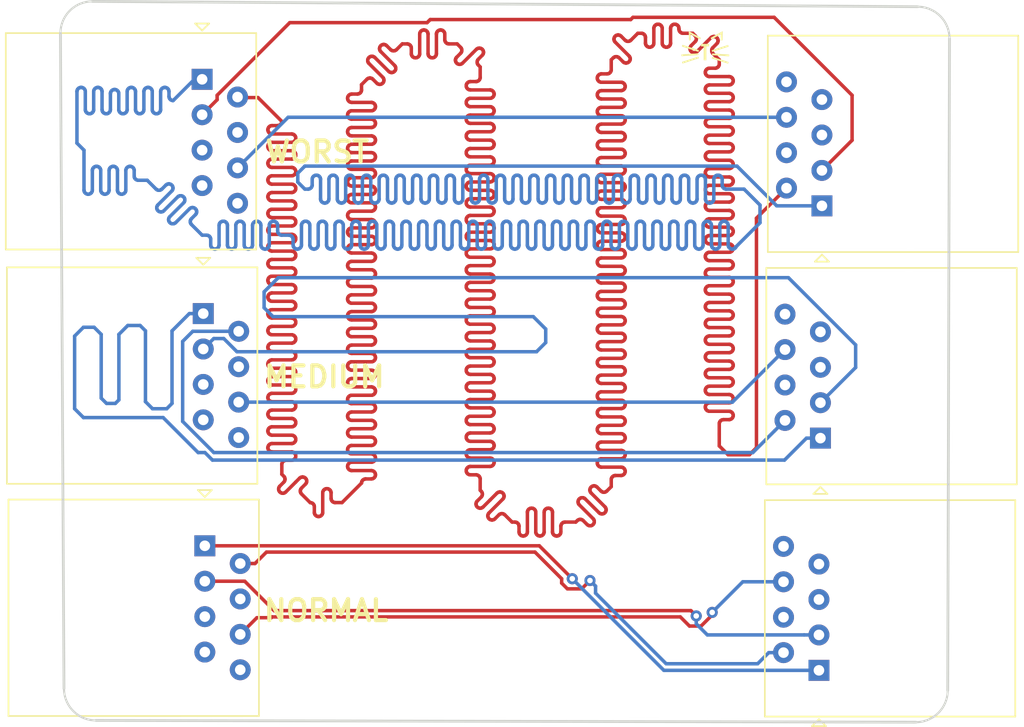
<source format=kicad_pcb>
(kicad_pcb (version 20171130) (host pcbnew "(5.0.0)")
  (layers (0 F.Cu signal) (31 B.Cu signal) (34 B.Paste user) (35 F.Paste user) (36 B.SilkS user) (37 F.SilkS user) (38 B.Mask user) (39 F.Mask user) (44 Edge.Cuts user))
  (net 0 "")
  (net 1 "Net-(J1-Pad1)")
  (net 2 "Net-(J1-Pad2)")
  (net 3 "Net-(J1-Pad3)")
  (net 4 "Net-(J1-Pad6)")
  (net 5 "Net-(J2-Pad1)")
  (net 6 "Net-(J2-Pad2)")
  (net 7 "Net-(J2-Pad3)")
  (net 8 "Net-(J2-Pad6)")
  (net 9 "Net-(J3-Pad1)")
  (net 10 "Net-(J3-Pad2)")
  (net 11 "Net-(J3-Pad3)")
  (net 12 "Net-(J3-Pad6)")
  (module Connector_RJ:RJ45_Amphenol_54602-x08_Horizontal (layer F.Cu) (at 109.04728 88.93556 270)
    (fp_text reference J1 hide)
    (fp_text value RJ45)
    (pad "" np_thru_hole circle (at 10.16 6.35 270) (size 3.2 3.2) (drill 3.2) (layers *.Cu *.Mask))
    (pad "" np_thru_hole circle (at -1.27 6.35 270) (size 3.2 3.2) (drill 3.2) (layers *.Cu *.Mask))
    (pad 1 thru_hole rect (at 0 0 270) (size 1.5 1.5) (drill 0.76) (layers *.Cu *.Mask) (net 1 "Net-(J1-Pad1)"))
    (pad 2 thru_hole circle (at 1.27 -2.54 270) (size 1.5 1.5) (drill 0.76) (layers *.Cu *.Mask) (net 2 "Net-(J1-Pad2)"))
    (pad 3 thru_hole circle (at 2.54 0 270) (size 1.5 1.5) (drill 0.76) (layers *.Cu *.Mask) (net 3 "Net-(J1-Pad3)"))
    (pad 4 thru_hole circle (at 3.81 -2.54 270) (size 1.5 1.5) (drill 0.76) (layers *.Cu *.Mask))
    (pad 5 thru_hole circle (at 5.08 0 270) (size 1.5 1.5) (drill 0.76) (layers *.Cu *.Mask))
    (pad 6 thru_hole circle (at 6.35 -2.54 270) (size 1.5 1.5) (drill 0.76) (layers *.Cu *.Mask) (net 4 "Net-(J1-Pad6)"))
    (pad 7 thru_hole circle (at 7.62 0 270) (size 1.5 1.5) (drill 0.76) (layers *.Cu *.Mask))
    (pad 8 thru_hole circle (at 8.89 -2.54 270) (size 1.5 1.5) (drill 0.76) (layers *.Cu *.Mask))
  )
  (module Connector_RJ:RJ45_Amphenol_54602-x08_Horizontal (layer F.Cu) (at 109.15904 105.5878 270)
    (fp_text reference J2 hide)
    (fp_text value RJ45)
    (pad "" np_thru_hole circle (at 10.16 6.35 270) (size 3.2 3.2) (drill 3.2) (layers *.Cu *.Mask))
    (pad "" np_thru_hole circle (at -1.27 6.35 270) (size 3.2 3.2) (drill 3.2) (layers *.Cu *.Mask))
    (pad 1 thru_hole rect (at 0 0 270) (size 1.5 1.5) (drill 0.76) (layers *.Cu *.Mask) (net 5 "Net-(J2-Pad1)"))
    (pad 2 thru_hole circle (at 1.27 -2.54 270) (size 1.5 1.5) (drill 0.76) (layers *.Cu *.Mask) (net 6 "Net-(J2-Pad2)"))
    (pad 3 thru_hole circle (at 2.54 0 270) (size 1.5 1.5) (drill 0.76) (layers *.Cu *.Mask) (net 7 "Net-(J2-Pad3)"))
    (pad 4 thru_hole circle (at 3.81 -2.54 270) (size 1.5 1.5) (drill 0.76) (layers *.Cu *.Mask))
    (pad 5 thru_hole circle (at 5.08 0 270) (size 1.5 1.5) (drill 0.76) (layers *.Cu *.Mask))
    (pad 6 thru_hole circle (at 6.35 -2.54 270) (size 1.5 1.5) (drill 0.76) (layers *.Cu *.Mask) (net 8 "Net-(J2-Pad6)"))
    (pad 7 thru_hole circle (at 7.62 0 270) (size 1.5 1.5) (drill 0.76) (layers *.Cu *.Mask))
    (pad 8 thru_hole circle (at 8.89 -2.54 270) (size 1.5 1.5) (drill 0.76) (layers *.Cu *.Mask))
  )
  (module Connector_RJ:RJ45_Amphenol_54602-x08_Horizontal (layer F.Cu) (at 153.41092 81.20888 90)
    (fp_text reference J3 hide)
    (fp_text value RJ45)
    (pad "" np_thru_hole circle (at 10.16 6.35 90) (size 3.2 3.2) (drill 3.2) (layers *.Cu *.Mask))
    (pad "" np_thru_hole circle (at -1.27 6.35 90) (size 3.2 3.2) (drill 3.2) (layers *.Cu *.Mask))
    (pad 1 thru_hole rect (at 0 0 90) (size 1.5 1.5) (drill 0.76) (layers *.Cu *.Mask) (net 9 "Net-(J3-Pad1)"))
    (pad 2 thru_hole circle (at 1.27 -2.54 90) (size 1.5 1.5) (drill 0.76) (layers *.Cu *.Mask) (net 10 "Net-(J3-Pad2)"))
    (pad 3 thru_hole circle (at 2.54 0 90) (size 1.5 1.5) (drill 0.76) (layers *.Cu *.Mask) (net 11 "Net-(J3-Pad3)"))
    (pad 4 thru_hole circle (at 3.81 -2.54 90) (size 1.5 1.5) (drill 0.76) (layers *.Cu *.Mask))
    (pad 5 thru_hole circle (at 5.08 0 90) (size 1.5 1.5) (drill 0.76) (layers *.Cu *.Mask))
    (pad 6 thru_hole circle (at 6.35 -2.54 90) (size 1.5 1.5) (drill 0.76) (layers *.Cu *.Mask) (net 12 "Net-(J3-Pad6)"))
    (pad 7 thru_hole circle (at 7.62 0 90) (size 1.5 1.5) (drill 0.76) (layers *.Cu *.Mask))
    (pad 8 thru_hole circle (at 8.89 -2.54 90) (size 1.5 1.5) (drill 0.76) (layers *.Cu *.Mask))
  )
  (module Connector_RJ:RJ45_Amphenol_54602-x08_Horizontal (layer F.Cu) (at 153.30424 97.8662 90)
    (fp_text reference J4 hide)
    (fp_text value RJ45)
    (pad 8 thru_hole circle (at 8.89 -2.54 90) (size 1.5 1.5) (drill 0.76) (layers *.Cu *.Mask))
    (pad 7 thru_hole circle (at 7.62 0 90) (size 1.5 1.5) (drill 0.76) (layers *.Cu *.Mask))
    (pad 6 thru_hole circle (at 6.35 -2.54 90) (size 1.5 1.5) (drill 0.76) (layers *.Cu *.Mask) (net 4 "Net-(J1-Pad6)"))
    (pad 5 thru_hole circle (at 5.08 0 90) (size 1.5 1.5) (drill 0.76) (layers *.Cu *.Mask))
    (pad 4 thru_hole circle (at 3.81 -2.54 90) (size 1.5 1.5) (drill 0.76) (layers *.Cu *.Mask))
    (pad 3 thru_hole circle (at 2.54 0 90) (size 1.5 1.5) (drill 0.76) (layers *.Cu *.Mask) (net 3 "Net-(J1-Pad3)"))
    (pad 2 thru_hole circle (at 1.27 -2.54 90) (size 1.5 1.5) (drill 0.76) (layers *.Cu *.Mask) (net 2 "Net-(J1-Pad2)"))
    (pad 1 thru_hole rect (at 0 0 90) (size 1.5 1.5) (drill 0.76) (layers *.Cu *.Mask) (net 1 "Net-(J1-Pad1)"))
    (pad "" np_thru_hole circle (at -1.27 6.35 90) (size 3.2 3.2) (drill 3.2) (layers *.Cu *.Mask))
    (pad "" np_thru_hole circle (at 10.16 6.35 90) (size 3.2 3.2) (drill 3.2) (layers *.Cu *.Mask))
  )
  (module Connector_RJ:RJ45_Amphenol_54602-x08_Horizontal (layer F.Cu) (at 153.19756 114.51844 90)
    (fp_text reference J5 hide)
    (fp_text value RJ45)
    (pad 8 thru_hole circle (at 8.89 -2.54 90) (size 1.5 1.5) (drill 0.76) (layers *.Cu *.Mask))
    (pad 7 thru_hole circle (at 7.62 0 90) (size 1.5 1.5) (drill 0.76) (layers *.Cu *.Mask))
    (pad 6 thru_hole circle (at 6.35 -2.54 90) (size 1.5 1.5) (drill 0.76) (layers *.Cu *.Mask) (net 8 "Net-(J2-Pad6)"))
    (pad 5 thru_hole circle (at 5.08 0 90) (size 1.5 1.5) (drill 0.76) (layers *.Cu *.Mask))
    (pad 4 thru_hole circle (at 3.81 -2.54 90) (size 1.5 1.5) (drill 0.76) (layers *.Cu *.Mask))
    (pad 3 thru_hole circle (at 2.54 0 90) (size 1.5 1.5) (drill 0.76) (layers *.Cu *.Mask) (net 7 "Net-(J2-Pad3)"))
    (pad 2 thru_hole circle (at 1.27 -2.54 90) (size 1.5 1.5) (drill 0.76) (layers *.Cu *.Mask) (net 6 "Net-(J2-Pad2)"))
    (pad 1 thru_hole rect (at 0 0 90) (size 1.5 1.5) (drill 0.76) (layers *.Cu *.Mask) (net 5 "Net-(J2-Pad1)"))
    (pad "" np_thru_hole circle (at -1.27 6.35 90) (size 3.2 3.2) (drill 3.2) (layers *.Cu *.Mask))
    (pad "" np_thru_hole circle (at 10.16 6.35 90) (size 3.2 3.2) (drill 3.2) (layers *.Cu *.Mask))
  )
  (module Connector_RJ:RJ45_Amphenol_54602-x08_Horizontal (layer F.Cu) (at 108.966 72.136 270)
    (fp_text reference J6 hide)
    (fp_text value RJ45)
    (pad 8 thru_hole circle (at 8.89 -2.54 270) (size 1.5 1.5) (drill 0.76) (layers *.Cu *.Mask))
    (pad 7 thru_hole circle (at 7.62 0 270) (size 1.5 1.5) (drill 0.76) (layers *.Cu *.Mask))
    (pad 6 thru_hole circle (at 6.35 -2.54 270) (size 1.5 1.5) (drill 0.76) (layers *.Cu *.Mask) (net 12 "Net-(J3-Pad6)"))
    (pad 5 thru_hole circle (at 5.08 0 270) (size 1.5 1.5) (drill 0.76) (layers *.Cu *.Mask))
    (pad 4 thru_hole circle (at 3.81 -2.54 270) (size 1.5 1.5) (drill 0.76) (layers *.Cu *.Mask))
    (pad 3 thru_hole circle (at 2.54 0 270) (size 1.5 1.5) (drill 0.76) (layers *.Cu *.Mask) (net 11 "Net-(J3-Pad3)"))
    (pad 2 thru_hole circle (at 1.27 -2.54 270) (size 1.5 1.5) (drill 0.76) (layers *.Cu *.Mask) (net 10 "Net-(J3-Pad2)"))
    (pad 1 thru_hole rect (at 0 0 270) (size 1.5 1.5) (drill 0.76) (layers *.Cu *.Mask) (net 9 "Net-(J3-Pad1)"))
    (pad "" np_thru_hole circle (at -1.27 6.35 270) (size 3.2 3.2) (drill 3.2) (layers *.Cu *.Mask))
    (pad "" np_thru_hole circle (at 10.16 6.35 270) (size 3.2 3.2) (drill 3.2) (layers *.Cu *.Mask))
  )
  (module "PoESpeak:LOGO (2)" (layer F.Cu) (at 145.034 69.85)
    (fp_text reference G*** hide)
    (fp_text value LOGO hide)
  )
  (gr_arc (start 160.274 69.215) (end 162.56 69.215) (angle -90) (layer Edge.Cuts) (width 0.15))
  (gr_arc (start 160.147 115.951) (end 160.147 118.237) (angle -90) (layer Edge.Cuts) (width 0.15))
  (gr_arc (start 101.346 115.824) (end 99.06 115.824) (angle -90) (layer Edge.Cuts) (width 0.15))
  (gr_arc (start 101.092 68.834) (end 101.092 66.548) (angle -90) (layer Edge.Cuts) (width 0.15))
  (gr_line (start 160.274 66.929) (end 101.092 66.548) (layer Edge.Cuts) (width 0.2))
  (gr_line (start 162.433 115.951) (end 162.56 69.215) (layer Edge.Cuts) (width 0.2))
  (gr_line (start 101.346 118.11) (end 160.147 118.237) (layer Edge.Cuts) (width 0.2))
  (gr_line (start 98.806 68.834) (end 99.06 115.824) (layer Edge.Cuts) (width 0.2))
  (gr_text WORST (at 117.221 77.343) (layer F.SilkS) (effects (font (size 1.5 1.5) (thickness 0.3))))
  (gr_text MEDIUM (at 117.729 93.472) (layer F.SilkS) (effects (font (size 1.5 1.5) (thickness 0.3))))
  (gr_text NORMAL (at 117.856 110.236) (layer F.SilkS) (effects (font (size 1.5 1.5) (thickness 0.3))))
  (segment (start 108.04728 88.93556) (end 109.04728 88.93556) (width 0.25) (layer B.Cu) (net 1))
  (segment (start 105.41 95.758) (end 106.426 95.758) (width 0.25) (layer B.Cu) (net 1))
  (segment (start 104.902 95.25) (end 105.41 95.758) (width 0.25) (layer B.Cu) (net 1))
  (segment (start 106.426 95.758) (end 106.807 95.377) (width 0.25) (layer B.Cu) (net 1))
  (segment (start 103.632 89.789) (end 104.521 89.789) (width 0.25) (layer B.Cu) (net 1))
  (segment (start 104.521 89.789) (end 104.902 90.17) (width 0.25) (layer B.Cu) (net 1))
  (segment (start 102.997 90.424) (end 103.632 89.789) (width 0.25) (layer B.Cu) (net 1))
  (segment (start 102.997 95.123) (end 102.997 90.424) (width 0.25) (layer B.Cu) (net 1))
  (segment (start 106.807 90.17584) (end 108.04728 88.93556) (width 0.25) (layer B.Cu) (net 1))
  (segment (start 108.679561 98.900561) (end 106.172 96.393) (width 0.25) (layer B.Cu) (net 1))
  (segment (start 109.164869 98.900561) (end 108.679561 98.900561) (width 0.25) (layer B.Cu) (net 1))
  (segment (start 109.705308 99.441) (end 109.164869 98.900561) (width 0.25) (layer B.Cu) (net 1))
  (segment (start 104.902 90.17) (end 104.902 95.25) (width 0.25) (layer B.Cu) (net 1))
  (segment (start 106.172 96.393) (end 100.457 96.393) (width 0.25) (layer B.Cu) (net 1))
  (segment (start 99.822 90.551) (end 100.457 89.916) (width 0.25) (layer B.Cu) (net 1))
  (segment (start 106.807 95.377) (end 106.807 90.17584) (width 0.25) (layer B.Cu) (net 1))
  (segment (start 152.30424 97.8662) (end 150.72944 99.441) (width 0.25) (layer B.Cu) (net 1))
  (segment (start 153.30424 97.8662) (end 152.30424 97.8662) (width 0.25) (layer B.Cu) (net 1))
  (segment (start 100.457 96.393) (end 99.822 95.758) (width 0.25) (layer B.Cu) (net 1))
  (segment (start 102.108 95.377) (end 102.743 95.377) (width 0.25) (layer B.Cu) (net 1))
  (segment (start 100.457 89.916) (end 101.219 89.916) (width 0.25) (layer B.Cu) (net 1))
  (segment (start 150.72944 99.441) (end 109.705308 99.441) (width 0.25) (layer B.Cu) (net 1))
  (segment (start 101.219 89.916) (end 101.727 90.424) (width 0.25) (layer B.Cu) (net 1))
  (segment (start 102.743 95.377) (end 102.997 95.123) (width 0.25) (layer B.Cu) (net 1))
  (segment (start 101.727 90.424) (end 101.727 94.996) (width 0.25) (layer B.Cu) (net 1))
  (segment (start 99.822 95.758) (end 99.822 90.551) (width 0.25) (layer B.Cu) (net 1))
  (segment (start 101.727 94.996) (end 102.108 95.377) (width 0.25) (layer B.Cu) (net 1))
  (segment (start 150.014241 97.346199) (end 150.76424 96.5962) (width 0.25) (layer B.Cu) (net 2))
  (segment (start 111.58728 90.20556) (end 108.29544 90.20556) (width 0.25) (layer B.Cu) (net 2))
  (segment (start 108.29544 90.20556) (end 107.569 90.932) (width 0.25) (layer B.Cu) (net 2))
  (segment (start 107.569 96.668282) (end 109.801279 98.900561) (width 0.25) (layer B.Cu) (net 2))
  (segment (start 109.801279 98.900561) (end 148.459879 98.900561) (width 0.25) (layer B.Cu) (net 2))
  (segment (start 107.569 90.932) (end 107.569 96.668282) (width 0.25) (layer B.Cu) (net 2))
  (segment (start 148.459879 98.900561) (end 150.014241 97.346199) (width 0.25) (layer B.Cu) (net 2))
  (segment (start 111.461277 91.670559) (end 132.945559 91.670559) (width 0.25) (layer B.Cu) (net 3))
  (segment (start 110.516279 90.725561) (end 111.461277 91.670559) (width 0.25) (layer B.Cu) (net 3))
  (segment (start 109.04728 91.47556) (end 109.797279 90.725561) (width 0.25) (layer B.Cu) (net 3))
  (segment (start 109.797279 90.725561) (end 110.516279 90.725561) (width 0.25) (layer B.Cu) (net 3))
  (segment (start 132.945559 91.670559) (end 133.604 91.012118) (width 0.25) (layer B.Cu) (net 3))
  (segment (start 133.604 91.012118) (end 133.604 90.043) (width 0.25) (layer B.Cu) (net 3))
  (segment (start 133.604 90.043) (end 132.715 89.154) (width 0.25) (layer B.Cu) (net 3))
  (segment (start 132.715 89.154) (end 114.046 89.154) (width 0.25) (layer B.Cu) (net 3))
  (segment (start 114.046 89.154) (end 113.411 88.519) (width 0.25) (layer B.Cu) (net 3))
  (segment (start 113.411 88.519) (end 113.411 87.376) (width 0.25) (layer B.Cu) (net 3))
  (segment (start 113.411 87.376) (end 114.427 86.36) (width 0.25) (layer B.Cu) (net 3))
  (segment (start 151.009042 86.36) (end 155.829 91.179958) (width 0.25) (layer B.Cu) (net 3))
  (segment (start 114.427 86.36) (end 151.009042 86.36) (width 0.25) (layer B.Cu) (net 3))
  (segment (start 155.829 92.80144) (end 153.30424 95.3262) (width 0.25) (layer B.Cu) (net 3))
  (segment (start 155.829 91.179958) (end 155.829 92.80144) (width 0.25) (layer B.Cu) (net 3))
  (segment (start 146.99488 95.28556) (end 111.58728 95.28556) (width 0.25) (layer B.Cu) (net 4))
  (segment (start 150.76424 91.5162) (end 146.99488 95.28556) (width 0.25) (layer B.Cu) (net 4))
  (via (at 135.509 107.95) (size 0.8) (drill 0.4) (layers F.Cu B.Cu) (net 5))
  (segment (start 109.15904 105.5878) (end 133.1468 105.5878) (width 0.25) (layer F.Cu) (net 5))
  (segment (start 133.1468 105.5878) (end 135.509 107.95) (width 0.25) (layer F.Cu) (net 5))
  (segment (start 142.07744 114.51844) (end 153.19756 114.51844) (width 0.25) (layer B.Cu) (net 5))
  (segment (start 135.509 107.95) (end 142.07744 114.51844) (width 0.25) (layer B.Cu) (net 5))
  (via (at 136.779 108.077) (size 0.8) (drill 0.4) (layers F.Cu B.Cu) (net 6))
  (segment (start 149.5969 113.24844) (end 148.79934 114.046) (width 0.25) (layer B.Cu) (net 6))
  (segment (start 150.65756 113.24844) (end 149.5969 113.24844) (width 0.25) (layer B.Cu) (net 6))
  (segment (start 148.79934 114.046) (end 142.24141 114.046) (width 0.25) (layer B.Cu) (net 6))
  (segment (start 137.178999 108.476999) (end 137.178999 108.983589) (width 0.25) (layer B.Cu) (net 6))
  (segment (start 136.779 108.077) (end 137.178999 108.476999) (width 0.25) (layer B.Cu) (net 6))
  (segment (start 137.178999 108.983589) (end 142.24141 114.046) (width 0.25) (layer B.Cu) (net 6))
  (segment (start 111.69904 106.8578) (end 112.7597 106.8578) (width 0.25) (layer F.Cu) (net 6))
  (segment (start 112.7597 106.8578) (end 113.57969 106.03781) (width 0.25) (layer F.Cu) (net 6))
  (segment (start 135.160999 108.675001) (end 136.180999 108.675001) (width 0.25) (layer F.Cu) (net 6))
  (segment (start 113.57969 106.03781) (end 132.83481 106.03781) (width 0.25) (layer F.Cu) (net 6))
  (segment (start 132.83481 106.03781) (end 134.747 107.95) (width 0.25) (layer F.Cu) (net 6))
  (segment (start 136.180999 108.675001) (end 136.779 108.077) (width 0.25) (layer F.Cu) (net 6))
  (segment (start 134.747 107.95) (end 134.747 108.261002) (width 0.25) (layer F.Cu) (net 6))
  (segment (start 134.747 108.261002) (end 135.160999 108.675001) (width 0.25) (layer F.Cu) (net 6))
  (segment (start 112.020042 108.1278) (end 114.128242 110.236) (width 0.25) (layer F.Cu) (net 7))
  (segment (start 109.15904 108.1278) (end 112.020042 108.1278) (width 0.25) (layer F.Cu) (net 7))
  (via (at 144.399 110.617) (size 0.8) (drill 0.4) (layers F.Cu B.Cu) (net 7))
  (segment (start 114.128242 110.236) (end 144.018 110.236) (width 0.25) (layer F.Cu) (net 7))
  (segment (start 144.018 110.236) (end 144.399 110.617) (width 0.25) (layer F.Cu) (net 7))
  (segment (start 152.1369 111.97844) (end 153.19756 111.97844) (width 0.25) (layer B.Cu) (net 7))
  (segment (start 145.194755 111.97844) (end 152.1369 111.97844) (width 0.25) (layer B.Cu) (net 7))
  (segment (start 144.399 111.182685) (end 145.194755 111.97844) (width 0.25) (layer B.Cu) (net 7))
  (segment (start 144.399 110.617) (end 144.399 111.182685) (width 0.25) (layer B.Cu) (net 7))
  (via (at 145.542 110.363) (size 0.8) (drill 0.4) (layers F.Cu B.Cu) (net 8))
  (segment (start 147.73656 108.16844) (end 150.65756 108.16844) (width 0.25) (layer B.Cu) (net 8))
  (segment (start 145.542 110.363) (end 147.73656 108.16844) (width 0.25) (layer B.Cu) (net 8))
  (segment (start 145.542 110.547002) (end 145.542 110.363) (width 0.25) (layer F.Cu) (net 8))
  (segment (start 144.747001 111.342001) (end 145.542 110.547002) (width 0.25) (layer F.Cu) (net 8))
  (segment (start 112.89284 110.744) (end 113.919 110.744) (width 0.25) (layer F.Cu) (net 8))
  (segment (start 111.69904 111.9378) (end 112.89284 110.744) (width 0.25) (layer F.Cu) (net 8))
  (segment (start 113.919 110.744) (end 113.97699 110.68601) (width 0.25) (layer F.Cu) (net 8))
  (segment (start 113.97699 110.68601) (end 143.256 110.68601) (width 0.25) (layer F.Cu) (net 8))
  (segment (start 143.256 110.68601) (end 143.911991 111.342001) (width 0.25) (layer F.Cu) (net 8))
  (segment (start 143.911991 111.342001) (end 144.747001 111.342001) (width 0.25) (layer F.Cu) (net 8))
  (segment (start 147.176046 84.246549) (end 147.223549 84.199046) (width 0.25) (layer B.Cu) (net 9))
  (segment (start 147.119165 84.28229) (end 147.176046 84.246549) (width 0.25) (layer B.Cu) (net 9))
  (segment (start 147.223549 84.199046) (end 147.25929 84.142165) (width 0.25) (layer B.Cu) (net 9))
  (segment (start 116.624756 80.002478) (end 116.558 80.01) (width 0.25) (layer B.Cu) (net 9))
  (segment (start 116.688165 79.98029) (end 116.624756 80.002478) (width 0.25) (layer B.Cu) (net 9))
  (segment (start 116.745046 79.944549) (end 116.688165 79.98029) (width 0.25) (layer B.Cu) (net 9))
  (segment (start 116.792549 79.897046) (end 116.745046 79.944549) (width 0.25) (layer B.Cu) (net 9))
  (segment (start 116.82829 79.840165) (end 116.792549 79.897046) (width 0.25) (layer B.Cu) (net 9))
  (segment (start 116.850478 79.776756) (end 116.82829 79.840165) (width 0.25) (layer B.Cu) (net 9))
  (segment (start 116.858 79.71) (end 116.850478 79.776756) (width 0.25) (layer B.Cu) (net 9))
  (segment (start 116.858 79.31) (end 116.858 79.71) (width 0.25) (layer B.Cu) (net 9))
  (segment (start 116.865521 79.243243) (end 116.858 79.31) (width 0.25) (layer B.Cu) (net 9))
  (segment (start 116.887709 79.179834) (end 116.865521 79.243243) (width 0.25) (layer B.Cu) (net 9))
  (segment (start 116.92345 79.122953) (end 116.887709 79.179834) (width 0.25) (layer B.Cu) (net 9))
  (segment (start 116.970953 79.07545) (end 116.92345 79.122953) (width 0.25) (layer B.Cu) (net 9))
  (segment (start 117.027834 79.039709) (end 116.970953 79.07545) (width 0.25) (layer B.Cu) (net 9))
  (segment (start 117.091243 79.017521) (end 117.027834 79.039709) (width 0.25) (layer B.Cu) (net 9))
  (segment (start 117.158 79.01) (end 117.091243 79.017521) (width 0.25) (layer B.Cu) (net 9))
  (segment (start 117.224756 79.017521) (end 117.158 79.01) (width 0.25) (layer B.Cu) (net 9))
  (segment (start 117.288165 79.039709) (end 117.224756 79.017521) (width 0.25) (layer B.Cu) (net 9))
  (segment (start 117.345046 79.07545) (end 117.288165 79.039709) (width 0.25) (layer B.Cu) (net 9))
  (segment (start 117.392549 79.122953) (end 117.345046 79.07545) (width 0.25) (layer B.Cu) (net 9))
  (segment (start 117.42829 79.179834) (end 117.392549 79.122953) (width 0.25) (layer B.Cu) (net 9))
  (segment (start 117.450478 79.243243) (end 117.42829 79.179834) (width 0.25) (layer B.Cu) (net 9))
  (segment (start 117.458 79.31) (end 117.450478 79.243243) (width 0.25) (layer B.Cu) (net 9))
  (segment (start 117.458 80.71) (end 117.458 79.31) (width 0.25) (layer B.Cu) (net 9))
  (segment (start 117.465521 80.776757) (end 117.458 80.71) (width 0.25) (layer B.Cu) (net 9))
  (segment (start 117.487709 80.840166) (end 117.465521 80.776757) (width 0.25) (layer B.Cu) (net 9))
  (segment (start 117.52345 80.897047) (end 117.487709 80.840166) (width 0.25) (layer B.Cu) (net 9))
  (segment (start 117.570953 80.94455) (end 117.52345 80.897047) (width 0.25) (layer B.Cu) (net 9))
  (segment (start 117.627834 80.980291) (end 117.570953 80.94455) (width 0.25) (layer B.Cu) (net 9))
  (segment (start 117.691243 81.002479) (end 117.627834 80.980291) (width 0.25) (layer B.Cu) (net 9))
  (segment (start 117.758 81.01) (end 117.691243 81.002479) (width 0.25) (layer B.Cu) (net 9))
  (segment (start 117.824756 81.002479) (end 117.758 81.01) (width 0.25) (layer B.Cu) (net 9))
  (segment (start 117.888165 80.980291) (end 117.824756 81.002479) (width 0.25) (layer B.Cu) (net 9))
  (segment (start 117.945046 80.94455) (end 117.888165 80.980291) (width 0.25) (layer B.Cu) (net 9))
  (segment (start 117.992549 80.897047) (end 117.945046 80.94455) (width 0.25) (layer B.Cu) (net 9))
  (segment (start 118.02829 80.840166) (end 117.992549 80.897047) (width 0.25) (layer B.Cu) (net 9))
  (segment (start 118.050478 80.776757) (end 118.02829 80.840166) (width 0.25) (layer B.Cu) (net 9))
  (segment (start 118.058 80.71) (end 118.050478 80.776757) (width 0.25) (layer B.Cu) (net 9))
  (segment (start 118.058 79.31) (end 118.058 80.71) (width 0.25) (layer B.Cu) (net 9))
  (segment (start 118.065521 79.243243) (end 118.058 79.31) (width 0.25) (layer B.Cu) (net 9))
  (segment (start 118.087709 79.179834) (end 118.065521 79.243243) (width 0.25) (layer B.Cu) (net 9))
  (segment (start 118.12345 79.122953) (end 118.087709 79.179834) (width 0.25) (layer B.Cu) (net 9))
  (segment (start 118.170953 79.07545) (end 118.12345 79.122953) (width 0.25) (layer B.Cu) (net 9))
  (segment (start 118.227834 79.039709) (end 118.170953 79.07545) (width 0.25) (layer B.Cu) (net 9))
  (segment (start 118.291243 79.017521) (end 118.227834 79.039709) (width 0.25) (layer B.Cu) (net 9))
  (segment (start 118.358 79.01) (end 118.291243 79.017521) (width 0.25) (layer B.Cu) (net 9))
  (segment (start 118.424756 79.017521) (end 118.358 79.01) (width 0.25) (layer B.Cu) (net 9))
  (segment (start 118.488165 79.039709) (end 118.424756 79.017521) (width 0.25) (layer B.Cu) (net 9))
  (segment (start 133.687709 79.179834) (end 133.665521 79.243243) (width 0.25) (layer B.Cu) (net 9))
  (segment (start 134.024756 79.017521) (end 133.958 79.01) (width 0.25) (layer B.Cu) (net 9))
  (segment (start 134.192549 79.122953) (end 134.145046 79.07545) (width 0.25) (layer B.Cu) (net 9))
  (segment (start 134.265521 80.776757) (end 134.258 80.71) (width 0.25) (layer B.Cu) (net 9))
  (segment (start 134.287709 80.840166) (end 134.265521 80.776757) (width 0.25) (layer B.Cu) (net 9))
  (segment (start 134.32345 80.897047) (end 134.287709 80.840166) (width 0.25) (layer B.Cu) (net 9))
  (segment (start 134.427834 80.980291) (end 134.370953 80.94455) (width 0.25) (layer B.Cu) (net 9))
  (segment (start 134.491243 81.002479) (end 134.427834 80.980291) (width 0.25) (layer B.Cu) (net 9))
  (segment (start 134.558 81.01) (end 134.491243 81.002479) (width 0.25) (layer B.Cu) (net 9))
  (segment (start 134.82829 80.840166) (end 134.792549 80.897047) (width 0.25) (layer B.Cu) (net 9))
  (segment (start 134.92345 79.122953) (end 134.887709 79.179834) (width 0.25) (layer B.Cu) (net 9))
  (segment (start 135.027834 79.039709) (end 134.970953 79.07545) (width 0.25) (layer B.Cu) (net 9))
  (segment (start 135.392549 79.122953) (end 135.345046 79.07545) (width 0.25) (layer B.Cu) (net 9))
  (segment (start 135.465521 80.776757) (end 135.458 80.71) (width 0.25) (layer B.Cu) (net 9))
  (segment (start 135.487709 80.840166) (end 135.465521 80.776757) (width 0.25) (layer B.Cu) (net 9))
  (segment (start 135.52345 80.897047) (end 135.487709 80.840166) (width 0.25) (layer B.Cu) (net 9))
  (segment (start 135.691243 81.002479) (end 135.627834 80.980291) (width 0.25) (layer B.Cu) (net 9))
  (segment (start 135.758 81.01) (end 135.691243 81.002479) (width 0.25) (layer B.Cu) (net 9))
  (segment (start 135.824756 81.002479) (end 135.758 81.01) (width 0.25) (layer B.Cu) (net 9))
  (segment (start 135.888165 80.980291) (end 135.824756 81.002479) (width 0.25) (layer B.Cu) (net 9))
  (segment (start 135.945046 80.94455) (end 135.888165 80.980291) (width 0.25) (layer B.Cu) (net 9))
  (segment (start 135.992549 80.897047) (end 135.945046 80.94455) (width 0.25) (layer B.Cu) (net 9))
  (segment (start 136.02829 80.840166) (end 135.992549 80.897047) (width 0.25) (layer B.Cu) (net 9))
  (segment (start 136.050478 80.776757) (end 136.02829 80.840166) (width 0.25) (layer B.Cu) (net 9))
  (segment (start 136.058 79.31) (end 136.058 80.71) (width 0.25) (layer B.Cu) (net 9))
  (segment (start 136.065521 79.243243) (end 136.058 79.31) (width 0.25) (layer B.Cu) (net 9))
  (segment (start 136.087709 79.179834) (end 136.065521 79.243243) (width 0.25) (layer B.Cu) (net 9))
  (segment (start 136.12345 79.122953) (end 136.087709 79.179834) (width 0.25) (layer B.Cu) (net 9))
  (segment (start 136.170953 79.07545) (end 136.12345 79.122953) (width 0.25) (layer B.Cu) (net 9))
  (segment (start 136.227834 79.039709) (end 136.170953 79.07545) (width 0.25) (layer B.Cu) (net 9))
  (segment (start 136.291243 79.017521) (end 136.227834 79.039709) (width 0.25) (layer B.Cu) (net 9))
  (segment (start 136.358 79.01) (end 136.291243 79.017521) (width 0.25) (layer B.Cu) (net 9))
  (segment (start 136.424756 79.017521) (end 136.358 79.01) (width 0.25) (layer B.Cu) (net 9))
  (segment (start 136.488165 79.039709) (end 136.424756 79.017521) (width 0.25) (layer B.Cu) (net 9))
  (segment (start 136.592549 79.122953) (end 136.545046 79.07545) (width 0.25) (layer B.Cu) (net 9))
  (segment (start 136.62829 79.179834) (end 136.592549 79.122953) (width 0.25) (layer B.Cu) (net 9))
  (segment (start 136.650478 79.243243) (end 136.62829 79.179834) (width 0.25) (layer B.Cu) (net 9))
  (segment (start 136.658 79.31) (end 136.650478 79.243243) (width 0.25) (layer B.Cu) (net 9))
  (segment (start 136.658 80.71) (end 136.658 79.31) (width 0.25) (layer B.Cu) (net 9))
  (segment (start 136.665521 80.776757) (end 136.658 80.71) (width 0.25) (layer B.Cu) (net 9))
  (segment (start 136.687709 80.840166) (end 136.665521 80.776757) (width 0.25) (layer B.Cu) (net 9))
  (segment (start 136.72345 80.897047) (end 136.687709 80.840166) (width 0.25) (layer B.Cu) (net 9))
  (segment (start 136.770953 80.94455) (end 136.72345 80.897047) (width 0.25) (layer B.Cu) (net 9))
  (segment (start 136.827834 80.980291) (end 136.770953 80.94455) (width 0.25) (layer B.Cu) (net 9))
  (segment (start 136.891243 81.002479) (end 136.827834 80.980291) (width 0.25) (layer B.Cu) (net 9))
  (segment (start 136.958 81.01) (end 136.891243 81.002479) (width 0.25) (layer B.Cu) (net 9))
  (segment (start 137.024756 81.002479) (end 136.958 81.01) (width 0.25) (layer B.Cu) (net 9))
  (segment (start 137.088165 80.980291) (end 137.024756 81.002479) (width 0.25) (layer B.Cu) (net 9))
  (segment (start 137.145046 80.94455) (end 137.088165 80.980291) (width 0.25) (layer B.Cu) (net 9))
  (segment (start 137.192549 80.897047) (end 137.145046 80.94455) (width 0.25) (layer B.Cu) (net 9))
  (segment (start 137.22829 80.840166) (end 137.192549 80.897047) (width 0.25) (layer B.Cu) (net 9))
  (segment (start 137.250478 80.776757) (end 137.22829 80.840166) (width 0.25) (layer B.Cu) (net 9))
  (segment (start 137.258 80.71) (end 137.250478 80.776757) (width 0.25) (layer B.Cu) (net 9))
  (segment (start 137.258 79.31) (end 137.258 80.71) (width 0.25) (layer B.Cu) (net 9))
  (segment (start 137.287709 79.179834) (end 137.265521 79.243243) (width 0.25) (layer B.Cu) (net 9))
  (segment (start 137.32345 79.122953) (end 137.287709 79.179834) (width 0.25) (layer B.Cu) (net 9))
  (segment (start 137.370953 79.07545) (end 137.32345 79.122953) (width 0.25) (layer B.Cu) (net 9))
  (segment (start 137.491243 79.017521) (end 137.427834 79.039709) (width 0.25) (layer B.Cu) (net 9))
  (segment (start 137.558 79.01) (end 137.491243 79.017521) (width 0.25) (layer B.Cu) (net 9))
  (segment (start 137.624756 79.017521) (end 137.558 79.01) (width 0.25) (layer B.Cu) (net 9))
  (segment (start 137.688165 79.039709) (end 137.624756 79.017521) (width 0.25) (layer B.Cu) (net 9))
  (segment (start 137.745046 79.07545) (end 137.688165 79.039709) (width 0.25) (layer B.Cu) (net 9))
  (segment (start 137.792549 79.122953) (end 137.745046 79.07545) (width 0.25) (layer B.Cu) (net 9))
  (segment (start 137.82829 79.179834) (end 137.792549 79.122953) (width 0.25) (layer B.Cu) (net 9))
  (segment (start 137.858 79.31) (end 137.850478 79.243243) (width 0.25) (layer B.Cu) (net 9))
  (segment (start 137.858 80.71) (end 137.858 79.31) (width 0.25) (layer B.Cu) (net 9))
  (segment (start 137.865521 80.776757) (end 137.858 80.71) (width 0.25) (layer B.Cu) (net 9))
  (segment (start 137.92345 80.897047) (end 137.887709 80.840166) (width 0.25) (layer B.Cu) (net 9))
  (segment (start 137.970953 80.94455) (end 137.92345 80.897047) (width 0.25) (layer B.Cu) (net 9))
  (segment (start 138.027834 80.980291) (end 137.970953 80.94455) (width 0.25) (layer B.Cu) (net 9))
  (segment (start 138.091243 81.002479) (end 138.027834 80.980291) (width 0.25) (layer B.Cu) (net 9))
  (segment (start 138.158 81.01) (end 138.091243 81.002479) (width 0.25) (layer B.Cu) (net 9))
  (segment (start 138.224756 81.002479) (end 138.158 81.01) (width 0.25) (layer B.Cu) (net 9))
  (segment (start 138.288165 80.980291) (end 138.224756 81.002479) (width 0.25) (layer B.Cu) (net 9))
  (segment (start 138.345046 80.94455) (end 138.288165 80.980291) (width 0.25) (layer B.Cu) (net 9))
  (segment (start 138.392549 80.897047) (end 138.345046 80.94455) (width 0.25) (layer B.Cu) (net 9))
  (segment (start 138.42829 80.840166) (end 138.392549 80.897047) (width 0.25) (layer B.Cu) (net 9))
  (segment (start 138.450478 80.776757) (end 138.42829 80.840166) (width 0.25) (layer B.Cu) (net 9))
  (segment (start 138.458 80.71) (end 138.450478 80.776757) (width 0.25) (layer B.Cu) (net 9))
  (segment (start 138.458 79.31) (end 138.458 80.71) (width 0.25) (layer B.Cu) (net 9))
  (segment (start 138.465521 79.243243) (end 138.458 79.31) (width 0.25) (layer B.Cu) (net 9))
  (segment (start 138.487709 79.179834) (end 138.465521 79.243243) (width 0.25) (layer B.Cu) (net 9))
  (segment (start 138.52345 79.122953) (end 138.487709 79.179834) (width 0.25) (layer B.Cu) (net 9))
  (segment (start 138.570953 79.07545) (end 138.52345 79.122953) (width 0.25) (layer B.Cu) (net 9))
  (segment (start 138.627834 79.039709) (end 138.570953 79.07545) (width 0.25) (layer B.Cu) (net 9))
  (segment (start 138.691243 79.017521) (end 138.627834 79.039709) (width 0.25) (layer B.Cu) (net 9))
  (segment (start 138.758 79.01) (end 138.691243 79.017521) (width 0.25) (layer B.Cu) (net 9))
  (segment (start 138.824756 79.017521) (end 138.758 79.01) (width 0.25) (layer B.Cu) (net 9))
  (segment (start 138.888165 79.039709) (end 138.824756 79.017521) (width 0.25) (layer B.Cu) (net 9))
  (segment (start 138.945046 79.07545) (end 138.888165 79.039709) (width 0.25) (layer B.Cu) (net 9))
  (segment (start 138.992549 79.122953) (end 138.945046 79.07545) (width 0.25) (layer B.Cu) (net 9))
  (segment (start 139.02829 79.179834) (end 138.992549 79.122953) (width 0.25) (layer B.Cu) (net 9))
  (segment (start 139.050478 79.243243) (end 139.02829 79.179834) (width 0.25) (layer B.Cu) (net 9))
  (segment (start 139.058 79.31) (end 139.050478 79.243243) (width 0.25) (layer B.Cu) (net 9))
  (segment (start 139.058 80.71) (end 139.058 79.31) (width 0.25) (layer B.Cu) (net 9))
  (segment (start 139.065521 80.776757) (end 139.058 80.71) (width 0.25) (layer B.Cu) (net 9))
  (segment (start 139.087709 80.840166) (end 139.065521 80.776757) (width 0.25) (layer B.Cu) (net 9))
  (segment (start 139.12345 80.897047) (end 139.087709 80.840166) (width 0.25) (layer B.Cu) (net 9))
  (segment (start 139.170953 80.94455) (end 139.12345 80.897047) (width 0.25) (layer B.Cu) (net 9))
  (segment (start 139.227834 80.980291) (end 139.170953 80.94455) (width 0.25) (layer B.Cu) (net 9))
  (segment (start 139.291243 81.002479) (end 139.227834 80.980291) (width 0.25) (layer B.Cu) (net 9))
  (segment (start 139.358 81.01) (end 139.291243 81.002479) (width 0.25) (layer B.Cu) (net 9))
  (segment (start 139.424756 81.002479) (end 139.358 81.01) (width 0.25) (layer B.Cu) (net 9))
  (segment (start 139.488165 80.980291) (end 139.424756 81.002479) (width 0.25) (layer B.Cu) (net 9))
  (segment (start 139.545046 80.94455) (end 139.488165 80.980291) (width 0.25) (layer B.Cu) (net 9))
  (segment (start 139.592549 80.897047) (end 139.545046 80.94455) (width 0.25) (layer B.Cu) (net 9))
  (segment (start 139.62829 80.840166) (end 139.592549 80.897047) (width 0.25) (layer B.Cu) (net 9))
  (segment (start 139.650478 80.776757) (end 139.62829 80.840166) (width 0.25) (layer B.Cu) (net 9))
  (segment (start 139.658 80.71) (end 139.650478 80.776757) (width 0.25) (layer B.Cu) (net 9))
  (segment (start 139.658 79.31) (end 139.658 80.71) (width 0.25) (layer B.Cu) (net 9))
  (segment (start 139.665521 79.243243) (end 139.658 79.31) (width 0.25) (layer B.Cu) (net 9))
  (segment (start 139.687709 79.179834) (end 139.665521 79.243243) (width 0.25) (layer B.Cu) (net 9))
  (segment (start 139.72345 79.122953) (end 139.687709 79.179834) (width 0.25) (layer B.Cu) (net 9))
  (segment (start 139.770953 79.07545) (end 139.72345 79.122953) (width 0.25) (layer B.Cu) (net 9))
  (segment (start 139.827834 79.039709) (end 139.770953 79.07545) (width 0.25) (layer B.Cu) (net 9))
  (segment (start 139.891243 79.017521) (end 139.827834 79.039709) (width 0.25) (layer B.Cu) (net 9))
  (segment (start 139.958 79.01) (end 139.891243 79.017521) (width 0.25) (layer B.Cu) (net 9))
  (segment (start 140.024756 79.017521) (end 139.958 79.01) (width 0.25) (layer B.Cu) (net 9))
  (segment (start 140.088165 79.039709) (end 140.024756 79.017521) (width 0.25) (layer B.Cu) (net 9))
  (segment (start 140.145046 79.07545) (end 140.088165 79.039709) (width 0.25) (layer B.Cu) (net 9))
  (segment (start 140.192549 79.122953) (end 140.145046 79.07545) (width 0.25) (layer B.Cu) (net 9))
  (segment (start 140.32345 80.897047) (end 140.287709 80.840166) (width 0.25) (layer B.Cu) (net 9))
  (segment (start 135.458 79.31) (end 135.450478 79.243243) (width 0.25) (layer B.Cu) (net 9))
  (segment (start 134.887709 79.179834) (end 134.865521 79.243243) (width 0.25) (layer B.Cu) (net 9))
  (segment (start 144.945046 79.07545) (end 144.888165 79.039709) (width 0.25) (layer B.Cu) (net 9))
  (segment (start 142.065521 79.243243) (end 142.058 79.31) (width 0.25) (layer B.Cu) (net 9))
  (segment (start 133.62829 80.840166) (end 133.592549 80.897047) (width 0.25) (layer B.Cu) (net 9))
  (segment (start 140.558 81.01) (end 140.491243 81.002479) (width 0.25) (layer B.Cu) (net 9))
  (segment (start 135.42829 79.179834) (end 135.392549 79.122953) (width 0.25) (layer B.Cu) (net 9))
  (segment (start 145.592549 80.897047) (end 145.545046 80.94455) (width 0.25) (layer B.Cu) (net 9))
  (segment (start 142.058 79.31) (end 142.058 80.71) (width 0.25) (layer B.Cu) (net 9))
  (segment (start 144.570953 79.07545) (end 144.52345 79.122953) (width 0.25) (layer B.Cu) (net 9))
  (segment (start 140.792549 80.897047) (end 140.745046 80.94455) (width 0.25) (layer B.Cu) (net 9))
  (segment (start 140.688165 80.980291) (end 140.624756 81.002479) (width 0.25) (layer B.Cu) (net 9))
  (segment (start 140.287709 80.840166) (end 140.265521 80.776757) (width 0.25) (layer B.Cu) (net 9))
  (segment (start 135.091243 79.017521) (end 135.027834 79.039709) (width 0.25) (layer B.Cu) (net 9))
  (segment (start 133.658 79.31) (end 133.658 80.71) (width 0.25) (layer B.Cu) (net 9))
  (segment (start 133.650478 80.776757) (end 133.62829 80.840166) (width 0.25) (layer B.Cu) (net 9))
  (segment (start 140.258 79.31) (end 140.250478 79.243243) (width 0.25) (layer B.Cu) (net 9))
  (segment (start 140.370953 80.94455) (end 140.32345 80.897047) (width 0.25) (layer B.Cu) (net 9))
  (segment (start 135.450478 79.243243) (end 135.42829 79.179834) (width 0.25) (layer B.Cu) (net 9))
  (segment (start 140.624756 81.002479) (end 140.558 81.01) (width 0.25) (layer B.Cu) (net 9))
  (segment (start 134.745046 80.94455) (end 134.688165 80.980291) (width 0.25) (layer B.Cu) (net 9))
  (segment (start 134.858 79.31) (end 134.858 80.71) (width 0.25) (layer B.Cu) (net 9))
  (segment (start 133.358 81.01) (end 133.291243 81.002479) (width 0.25) (layer B.Cu) (net 9))
  (segment (start 145.545046 80.94455) (end 145.488165 80.980291) (width 0.25) (layer B.Cu) (net 9))
  (segment (start 142.488165 79.039709) (end 142.424756 79.017521) (width 0.25) (layer B.Cu) (net 9))
  (segment (start 133.658 80.71) (end 133.650478 80.776757) (width 0.25) (layer B.Cu) (net 9))
  (segment (start 140.491243 81.002479) (end 140.427834 80.980291) (width 0.25) (layer B.Cu) (net 9))
  (segment (start 133.827834 79.039709) (end 133.770953 79.07545) (width 0.25) (layer B.Cu) (net 9))
  (segment (start 143.865521 80.776757) (end 143.858 80.71) (width 0.25) (layer B.Cu) (net 9))
  (segment (start 142.72345 80.897047) (end 142.687709 80.840166) (width 0.25) (layer B.Cu) (net 9))
  (segment (start 134.865521 79.243243) (end 134.858 79.31) (width 0.25) (layer B.Cu) (net 9))
  (segment (start 142.62829 79.179834) (end 142.592549 79.122953) (width 0.25) (layer B.Cu) (net 9))
  (segment (start 145.02829 79.179834) (end 144.992549 79.122953) (width 0.25) (layer B.Cu) (net 9))
  (segment (start 140.745046 80.94455) (end 140.688165 80.980291) (width 0.25) (layer B.Cu) (net 9))
  (segment (start 134.970953 79.07545) (end 134.92345 79.122953) (width 0.25) (layer B.Cu) (net 9))
  (segment (start 142.687709 80.840166) (end 142.665521 80.776757) (width 0.25) (layer B.Cu) (net 9))
  (segment (start 133.545046 80.94455) (end 133.488165 80.980291) (width 0.25) (layer B.Cu) (net 9))
  (segment (start 134.22829 79.179834) (end 134.192549 79.122953) (width 0.25) (layer B.Cu) (net 9))
  (segment (start 143.792549 79.122953) (end 143.745046 79.07545) (width 0.25) (layer B.Cu) (net 9))
  (segment (start 143.088165 80.980291) (end 143.024756 81.002479) (width 0.25) (layer B.Cu) (net 9))
  (segment (start 141.027834 79.039709) (end 140.970953 79.07545) (width 0.25) (layer B.Cu) (net 9))
  (segment (start 135.345046 79.07545) (end 135.288165 79.039709) (width 0.25) (layer B.Cu) (net 9))
  (segment (start 137.887709 80.840166) (end 137.865521 80.776757) (width 0.25) (layer B.Cu) (net 9))
  (segment (start 134.145046 79.07545) (end 134.088165 79.039709) (width 0.25) (layer B.Cu) (net 9))
  (segment (start 134.088165 79.039709) (end 134.024756 79.017521) (width 0.25) (layer B.Cu) (net 9))
  (segment (start 142.891243 81.002479) (end 142.827834 80.980291) (width 0.25) (layer B.Cu) (net 9))
  (segment (start 144.52345 79.122953) (end 144.487709 79.179834) (width 0.25) (layer B.Cu) (net 9))
  (segment (start 140.265521 80.776757) (end 140.258 80.71) (width 0.25) (layer B.Cu) (net 9))
  (segment (start 137.850478 79.243243) (end 137.82829 79.179834) (width 0.25) (layer B.Cu) (net 9))
  (segment (start 145.62829 80.840166) (end 145.592549 80.897047) (width 0.25) (layer B.Cu) (net 9))
  (segment (start 142.658 80.71) (end 142.658 79.31) (width 0.25) (layer B.Cu) (net 9))
  (segment (start 133.424756 81.002479) (end 133.358 81.01) (width 0.25) (layer B.Cu) (net 9))
  (segment (start 137.427834 79.039709) (end 137.370953 79.07545) (width 0.25) (layer B.Cu) (net 9))
  (segment (start 144.345046 80.94455) (end 144.288165 80.980291) (width 0.25) (layer B.Cu) (net 9))
  (segment (start 119.865521 80.776757) (end 119.858 80.71) (width 0.25) (layer B.Cu) (net 9))
  (segment (start 141.450478 79.243243) (end 141.42829 79.179834) (width 0.25) (layer B.Cu) (net 9))
  (segment (start 135.158 79.01) (end 135.091243 79.017521) (width 0.25) (layer B.Cu) (net 9))
  (segment (start 143.265521 79.243243) (end 143.258 79.31) (width 0.25) (layer B.Cu) (net 9))
  (segment (start 141.465521 80.776757) (end 141.458 80.71) (width 0.25) (layer B.Cu) (net 9))
  (segment (start 135.458 80.71) (end 135.458 79.31) (width 0.25) (layer B.Cu) (net 9))
  (segment (start 145.170953 80.94455) (end 145.12345 80.897047) (width 0.25) (layer B.Cu) (net 9))
  (segment (start 141.392549 79.122953) (end 141.345046 79.07545) (width 0.25) (layer B.Cu) (net 9))
  (segment (start 134.258 80.71) (end 134.258 79.31) (width 0.25) (layer B.Cu) (net 9))
  (segment (start 141.345046 79.07545) (end 141.288165 79.039709) (width 0.25) (layer B.Cu) (net 9))
  (segment (start 135.627834 80.980291) (end 135.570953 80.94455) (width 0.25) (layer B.Cu) (net 9))
  (segment (start 134.624756 81.002479) (end 134.558 81.01) (width 0.25) (layer B.Cu) (net 9))
  (segment (start 140.970953 79.07545) (end 140.92345 79.122953) (width 0.25) (layer B.Cu) (net 9))
  (segment (start 145.72345 79.122953) (end 145.687709 79.179834) (width 0.25) (layer B.Cu) (net 9))
  (segment (start 141.487709 80.840166) (end 141.465521 80.776757) (width 0.25) (layer B.Cu) (net 9))
  (segment (start 133.958 79.01) (end 133.891243 79.017521) (width 0.25) (layer B.Cu) (net 9))
  (segment (start 141.824756 81.002479) (end 141.758 81.01) (width 0.25) (layer B.Cu) (net 9))
  (segment (start 143.22829 80.840166) (end 143.192549 80.897047) (width 0.25) (layer B.Cu) (net 9))
  (segment (start 144.992549 79.122953) (end 144.945046 79.07545) (width 0.25) (layer B.Cu) (net 9))
  (segment (start 140.427834 80.980291) (end 140.370953 80.94455) (width 0.25) (layer B.Cu) (net 9))
  (segment (start 136.058 80.71) (end 136.050478 80.776757) (width 0.25) (layer B.Cu) (net 9))
  (segment (start 145.665521 79.243243) (end 145.658 79.31) (width 0.25) (layer B.Cu) (net 9))
  (segment (start 142.291243 79.017521) (end 142.227834 79.039709) (width 0.25) (layer B.Cu) (net 9))
  (segment (start 133.770953 79.07545) (end 133.72345 79.122953) (width 0.25) (layer B.Cu) (net 9))
  (segment (start 140.858 80.71) (end 140.850478 80.776757) (width 0.25) (layer B.Cu) (net 9))
  (segment (start 134.370953 80.94455) (end 134.32345 80.897047) (width 0.25) (layer B.Cu) (net 9))
  (segment (start 137.265521 79.243243) (end 137.258 79.31) (width 0.25) (layer B.Cu) (net 9))
  (segment (start 140.250478 79.243243) (end 140.22829 79.179834) (width 0.25) (layer B.Cu) (net 9))
  (segment (start 145.050478 79.243243) (end 145.02829 79.179834) (width 0.25) (layer B.Cu) (net 9))
  (segment (start 141.224756 79.017521) (end 141.158 79.01) (width 0.25) (layer B.Cu) (net 9))
  (segment (start 135.570953 80.94455) (end 135.52345 80.897047) (width 0.25) (layer B.Cu) (net 9))
  (segment (start 133.891243 79.017521) (end 133.827834 79.039709) (width 0.25) (layer B.Cu) (net 9))
  (segment (start 140.850478 80.776757) (end 140.82829 80.840166) (width 0.25) (layer B.Cu) (net 9))
  (segment (start 134.258 79.31) (end 134.250478 79.243243) (width 0.25) (layer B.Cu) (net 9))
  (segment (start 142.02829 80.840166) (end 141.992549 80.897047) (width 0.25) (layer B.Cu) (net 9))
  (segment (start 134.250478 79.243243) (end 134.22829 79.179834) (width 0.25) (layer B.Cu) (net 9))
  (segment (start 136.545046 79.07545) (end 136.488165 79.039709) (width 0.25) (layer B.Cu) (net 9))
  (segment (start 134.850478 80.776757) (end 134.82829 80.840166) (width 0.25) (layer B.Cu) (net 9))
  (segment (start 140.887709 79.179834) (end 140.865521 79.243243) (width 0.25) (layer B.Cu) (net 9))
  (segment (start 133.488165 80.980291) (end 133.424756 81.002479) (width 0.25) (layer B.Cu) (net 9))
  (segment (start 135.224756 79.017521) (end 135.158 79.01) (width 0.25) (layer B.Cu) (net 9))
  (segment (start 140.92345 79.122953) (end 140.887709 79.179834) (width 0.25) (layer B.Cu) (net 9))
  (segment (start 133.72345 79.122953) (end 133.687709 79.179834) (width 0.25) (layer B.Cu) (net 9))
  (segment (start 134.858 80.71) (end 134.850478 80.776757) (width 0.25) (layer B.Cu) (net 9))
  (segment (start 141.458 79.31) (end 141.450478 79.243243) (width 0.25) (layer B.Cu) (net 9))
  (segment (start 134.688165 80.980291) (end 134.624756 81.002479) (width 0.25) (layer B.Cu) (net 9))
  (segment (start 143.258 79.31) (end 143.258 80.71) (width 0.25) (layer B.Cu) (net 9))
  (segment (start 141.458 80.71) (end 141.458 79.31) (width 0.25) (layer B.Cu) (net 9))
  (segment (start 144.027834 80.980291) (end 143.970953 80.94455) (width 0.25) (layer B.Cu) (net 9))
  (segment (start 143.192549 80.897047) (end 143.145046 80.94455) (width 0.25) (layer B.Cu) (net 9))
  (segment (start 134.792549 80.897047) (end 134.745046 80.94455) (width 0.25) (layer B.Cu) (net 9))
  (segment (start 133.592549 80.897047) (end 133.545046 80.94455) (width 0.25) (layer B.Cu) (net 9))
  (segment (start 140.22829 79.179834) (end 140.192549 79.122953) (width 0.25) (layer B.Cu) (net 9))
  (segment (start 133.665521 79.243243) (end 133.658 79.31) (width 0.25) (layer B.Cu) (net 9))
  (segment (start 135.288165 79.039709) (end 135.224756 79.017521) (width 0.25) (layer B.Cu) (net 9))
  (segment (start 142.358 79.01) (end 142.291243 79.017521) (width 0.25) (layer B.Cu) (net 9))
  (segment (start 143.427834 79.039709) (end 143.370953 79.07545) (width 0.25) (layer B.Cu) (net 9))
  (segment (start 140.258 80.71) (end 140.258 79.31) (width 0.25) (layer B.Cu) (net 9))
  (segment (start 144.091243 81.002479) (end 144.027834 80.980291) (width 0.25) (layer B.Cu) (net 9))
  (segment (start 142.050478 80.776757) (end 142.02829 80.840166) (width 0.25) (layer B.Cu) (net 9))
  (segment (start 144.824756 79.017521) (end 144.758 79.01) (width 0.25) (layer B.Cu) (net 9))
  (segment (start 142.827834 80.980291) (end 142.770953 80.94455) (width 0.25) (layer B.Cu) (net 9))
  (segment (start 143.970953 80.94455) (end 143.92345 80.897047) (width 0.25) (layer B.Cu) (net 9))
  (segment (start 142.958 81.01) (end 142.891243 81.002479) (width 0.25) (layer B.Cu) (net 9))
  (segment (start 143.92345 80.897047) (end 143.887709 80.840166) (width 0.25) (layer B.Cu) (net 9))
  (segment (start 142.650478 79.243243) (end 142.62829 79.179834) (width 0.25) (layer B.Cu) (net 9))
  (segment (start 144.158 81.01) (end 144.091243 81.002479) (width 0.25) (layer B.Cu) (net 9))
  (segment (start 143.250478 80.776757) (end 143.22829 80.840166) (width 0.25) (layer B.Cu) (net 9))
  (segment (start 143.887709 80.840166) (end 143.865521 80.776757) (width 0.25) (layer B.Cu) (net 9))
  (segment (start 143.145046 80.94455) (end 143.088165 80.980291) (width 0.25) (layer B.Cu) (net 9))
  (segment (start 143.024756 81.002479) (end 142.958 81.01) (width 0.25) (layer B.Cu) (net 9))
  (segment (start 143.370953 79.07545) (end 143.32345 79.122953) (width 0.25) (layer B.Cu) (net 9))
  (segment (start 142.770953 80.94455) (end 142.72345 80.897047) (width 0.25) (layer B.Cu) (net 9))
  (segment (start 144.458 79.31) (end 144.458 80.71) (width 0.25) (layer B.Cu) (net 9))
  (segment (start 142.665521 80.776757) (end 142.658 80.71) (width 0.25) (layer B.Cu) (net 9))
  (segment (start 142.658 79.31) (end 142.650478 79.243243) (width 0.25) (layer B.Cu) (net 9))
  (segment (start 142.592549 79.122953) (end 142.545046 79.07545) (width 0.25) (layer B.Cu) (net 9))
  (segment (start 143.491243 79.017521) (end 143.427834 79.039709) (width 0.25) (layer B.Cu) (net 9))
  (segment (start 142.545046 79.07545) (end 142.488165 79.039709) (width 0.25) (layer B.Cu) (net 9))
  (segment (start 143.858 80.71) (end 143.858 79.31) (width 0.25) (layer B.Cu) (net 9))
  (segment (start 142.424756 79.017521) (end 142.358 79.01) (width 0.25) (layer B.Cu) (net 9))
  (segment (start 144.465521 79.243243) (end 144.458 79.31) (width 0.25) (layer B.Cu) (net 9))
  (segment (start 142.227834 79.039709) (end 142.170953 79.07545) (width 0.25) (layer B.Cu) (net 9))
  (segment (start 145.488165 80.980291) (end 145.424756 81.002479) (width 0.25) (layer B.Cu) (net 9))
  (segment (start 142.170953 79.07545) (end 142.12345 79.122953) (width 0.25) (layer B.Cu) (net 9))
  (segment (start 144.450478 80.776757) (end 144.42829 80.840166) (width 0.25) (layer B.Cu) (net 9))
  (segment (start 142.12345 79.122953) (end 142.087709 79.179834) (width 0.25) (layer B.Cu) (net 9))
  (segment (start 143.745046 79.07545) (end 143.688165 79.039709) (width 0.25) (layer B.Cu) (net 9))
  (segment (start 142.087709 79.179834) (end 142.065521 79.243243) (width 0.25) (layer B.Cu) (net 9))
  (segment (start 144.392549 80.897047) (end 144.345046 80.94455) (width 0.25) (layer B.Cu) (net 9))
  (segment (start 142.058 80.71) (end 142.050478 80.776757) (width 0.25) (layer B.Cu) (net 9))
  (segment (start 143.32345 79.122953) (end 143.287709 79.179834) (width 0.25) (layer B.Cu) (net 9))
  (segment (start 141.992549 80.897047) (end 141.945046 80.94455) (width 0.25) (layer B.Cu) (net 9))
  (segment (start 145.424756 81.002479) (end 145.358 81.01) (width 0.25) (layer B.Cu) (net 9))
  (segment (start 141.945046 80.94455) (end 141.888165 80.980291) (width 0.25) (layer B.Cu) (net 9))
  (segment (start 143.850478 79.243243) (end 143.82829 79.179834) (width 0.25) (layer B.Cu) (net 9))
  (segment (start 141.888165 80.980291) (end 141.824756 81.002479) (width 0.25) (layer B.Cu) (net 9))
  (segment (start 144.458 80.71) (end 144.450478 80.776757) (width 0.25) (layer B.Cu) (net 9))
  (segment (start 141.758 81.01) (end 141.691243 81.002479) (width 0.25) (layer B.Cu) (net 9))
  (segment (start 143.558 79.01) (end 143.491243 79.017521) (width 0.25) (layer B.Cu) (net 9))
  (segment (start 141.691243 81.002479) (end 141.627834 80.980291) (width 0.25) (layer B.Cu) (net 9))
  (segment (start 144.627834 79.039709) (end 144.570953 79.07545) (width 0.25) (layer B.Cu) (net 9))
  (segment (start 141.627834 80.980291) (end 141.570953 80.94455) (width 0.25) (layer B.Cu) (net 9))
  (segment (start 144.42829 80.840166) (end 144.392549 80.897047) (width 0.25) (layer B.Cu) (net 9))
  (segment (start 141.570953 80.94455) (end 141.52345 80.897047) (width 0.25) (layer B.Cu) (net 9))
  (segment (start 143.82829 79.179834) (end 143.792549 79.122953) (width 0.25) (layer B.Cu) (net 9))
  (segment (start 141.52345 80.897047) (end 141.487709 80.840166) (width 0.25) (layer B.Cu) (net 9))
  (segment (start 143.287709 79.179834) (end 143.265521 79.243243) (width 0.25) (layer B.Cu) (net 9))
  (segment (start 141.42829 79.179834) (end 141.392549 79.122953) (width 0.25) (layer B.Cu) (net 9))
  (segment (start 143.858 79.31) (end 143.850478 79.243243) (width 0.25) (layer B.Cu) (net 9))
  (segment (start 141.288165 79.039709) (end 141.224756 79.017521) (width 0.25) (layer B.Cu) (net 9))
  (segment (start 145.658 79.31) (end 145.658 80.71) (width 0.25) (layer B.Cu) (net 9))
  (segment (start 141.158 79.01) (end 141.091243 79.017521) (width 0.25) (layer B.Cu) (net 9))
  (segment (start 145.058 80.71) (end 145.058 79.31) (width 0.25) (layer B.Cu) (net 9))
  (segment (start 141.091243 79.017521) (end 141.027834 79.039709) (width 0.25) (layer B.Cu) (net 9))
  (segment (start 140.865521 79.243243) (end 140.858 79.31) (width 0.25) (layer B.Cu) (net 9))
  (segment (start 140.858 79.31) (end 140.858 80.71) (width 0.25) (layer B.Cu) (net 9))
  (segment (start 140.82829 80.840166) (end 140.792549 80.897047) (width 0.25) (layer B.Cu) (net 9))
  (segment (start 133.291243 81.002479) (end 133.227834 80.980291) (width 0.25) (layer B.Cu) (net 9))
  (segment (start 133.227834 80.980291) (end 133.170953 80.94455) (width 0.25) (layer B.Cu) (net 9))
  (segment (start 133.170953 80.94455) (end 133.12345 80.897047) (width 0.25) (layer B.Cu) (net 9))
  (segment (start 133.12345 80.897047) (end 133.087709 80.840166) (width 0.25) (layer B.Cu) (net 9))
  (segment (start 133.087709 80.840166) (end 133.065521 80.776757) (width 0.25) (layer B.Cu) (net 9))
  (segment (start 133.065521 80.776757) (end 133.058 80.71) (width 0.25) (layer B.Cu) (net 9))
  (segment (start 133.058 80.71) (end 133.058 79.31) (width 0.25) (layer B.Cu) (net 9))
  (segment (start 133.058 79.31) (end 133.050478 79.243243) (width 0.25) (layer B.Cu) (net 9))
  (segment (start 133.050478 79.243243) (end 133.02829 79.179834) (width 0.25) (layer B.Cu) (net 9))
  (segment (start 133.02829 79.179834) (end 132.992549 79.122953) (width 0.25) (layer B.Cu) (net 9))
  (segment (start 132.992549 79.122953) (end 132.945046 79.07545) (width 0.25) (layer B.Cu) (net 9))
  (segment (start 132.945046 79.07545) (end 132.888165 79.039709) (width 0.25) (layer B.Cu) (net 9))
  (segment (start 132.888165 79.039709) (end 132.824756 79.017521) (width 0.25) (layer B.Cu) (net 9))
  (segment (start 132.824756 79.017521) (end 132.758 79.01) (width 0.25) (layer B.Cu) (net 9))
  (segment (start 132.758 79.01) (end 132.691243 79.017521) (width 0.25) (layer B.Cu) (net 9))
  (segment (start 132.691243 79.017521) (end 132.627834 79.039709) (width 0.25) (layer B.Cu) (net 9))
  (segment (start 132.627834 79.039709) (end 132.570953 79.07545) (width 0.25) (layer B.Cu) (net 9))
  (segment (start 132.570953 79.07545) (end 132.52345 79.122953) (width 0.25) (layer B.Cu) (net 9))
  (segment (start 132.52345 79.122953) (end 132.487709 79.179834) (width 0.25) (layer B.Cu) (net 9))
  (segment (start 132.487709 79.179834) (end 132.465521 79.243243) (width 0.25) (layer B.Cu) (net 9))
  (segment (start 132.465521 79.243243) (end 132.458 79.31) (width 0.25) (layer B.Cu) (net 9))
  (segment (start 132.458 79.31) (end 132.458 80.71) (width 0.25) (layer B.Cu) (net 9))
  (segment (start 132.458 80.71) (end 132.450478 80.776757) (width 0.25) (layer B.Cu) (net 9))
  (segment (start 132.450478 80.776757) (end 132.42829 80.840166) (width 0.25) (layer B.Cu) (net 9))
  (segment (start 132.42829 80.840166) (end 132.392549 80.897047) (width 0.25) (layer B.Cu) (net 9))
  (segment (start 132.392549 80.897047) (end 132.345046 80.94455) (width 0.25) (layer B.Cu) (net 9))
  (segment (start 132.345046 80.94455) (end 132.288165 80.980291) (width 0.25) (layer B.Cu) (net 9))
  (segment (start 132.288165 80.980291) (end 132.224756 81.002479) (width 0.25) (layer B.Cu) (net 9))
  (segment (start 132.224756 81.002479) (end 132.158 81.01) (width 0.25) (layer B.Cu) (net 9))
  (segment (start 132.158 81.01) (end 132.091243 81.002479) (width 0.25) (layer B.Cu) (net 9))
  (segment (start 132.091243 81.002479) (end 132.027834 80.980291) (width 0.25) (layer B.Cu) (net 9))
  (segment (start 132.027834 80.980291) (end 131.970953 80.94455) (width 0.25) (layer B.Cu) (net 9))
  (segment (start 131.970953 80.94455) (end 131.92345 80.897047) (width 0.25) (layer B.Cu) (net 9))
  (segment (start 131.92345 80.897047) (end 131.887709 80.840166) (width 0.25) (layer B.Cu) (net 9))
  (segment (start 131.887709 80.840166) (end 131.865521 80.776757) (width 0.25) (layer B.Cu) (net 9))
  (segment (start 131.865521 80.776757) (end 131.858 80.71) (width 0.25) (layer B.Cu) (net 9))
  (segment (start 131.858 80.71) (end 131.858 79.31) (width 0.25) (layer B.Cu) (net 9))
  (segment (start 131.858 79.31) (end 131.850478 79.243243) (width 0.25) (layer B.Cu) (net 9))
  (segment (start 131.850478 79.243243) (end 131.82829 79.179834) (width 0.25) (layer B.Cu) (net 9))
  (segment (start 131.82829 79.179834) (end 131.792549 79.122953) (width 0.25) (layer B.Cu) (net 9))
  (segment (start 131.792549 79.122953) (end 131.745046 79.07545) (width 0.25) (layer B.Cu) (net 9))
  (segment (start 131.745046 79.07545) (end 131.688165 79.039709) (width 0.25) (layer B.Cu) (net 9))
  (segment (start 131.688165 79.039709) (end 131.624756 79.017521) (width 0.25) (layer B.Cu) (net 9))
  (segment (start 131.624756 79.017521) (end 131.558 79.01) (width 0.25) (layer B.Cu) (net 9))
  (segment (start 131.558 79.01) (end 131.491243 79.017521) (width 0.25) (layer B.Cu) (net 9))
  (segment (start 131.491243 79.017521) (end 131.427834 79.039709) (width 0.25) (layer B.Cu) (net 9))
  (segment (start 131.427834 79.039709) (end 131.370953 79.07545) (width 0.25) (layer B.Cu) (net 9))
  (segment (start 131.370953 79.07545) (end 131.32345 79.122953) (width 0.25) (layer B.Cu) (net 9))
  (segment (start 131.32345 79.122953) (end 131.287709 79.179834) (width 0.25) (layer B.Cu) (net 9))
  (segment (start 131.287709 79.179834) (end 131.265521 79.243243) (width 0.25) (layer B.Cu) (net 9))
  (segment (start 131.265521 79.243243) (end 131.258 79.31) (width 0.25) (layer B.Cu) (net 9))
  (segment (start 131.258 79.31) (end 131.258 80.71) (width 0.25) (layer B.Cu) (net 9))
  (segment (start 131.258 80.71) (end 131.250478 80.776757) (width 0.25) (layer B.Cu) (net 9))
  (segment (start 131.250478 80.776757) (end 131.22829 80.840166) (width 0.25) (layer B.Cu) (net 9))
  (segment (start 131.22829 80.840166) (end 131.192549 80.897047) (width 0.25) (layer B.Cu) (net 9))
  (segment (start 131.192549 80.897047) (end 131.145046 80.94455) (width 0.25) (layer B.Cu) (net 9))
  (segment (start 131.145046 80.94455) (end 131.088165 80.980291) (width 0.25) (layer B.Cu) (net 9))
  (segment (start 131.088165 80.980291) (end 131.024756 81.002479) (width 0.25) (layer B.Cu) (net 9))
  (segment (start 131.024756 81.002479) (end 130.958 81.01) (width 0.25) (layer B.Cu) (net 9))
  (segment (start 130.958 81.01) (end 130.891243 81.002479) (width 0.25) (layer B.Cu) (net 9))
  (segment (start 130.891243 81.002479) (end 130.827834 80.980291) (width 0.25) (layer B.Cu) (net 9))
  (segment (start 130.827834 80.980291) (end 130.770953 80.94455) (width 0.25) (layer B.Cu) (net 9))
  (segment (start 130.770953 80.94455) (end 130.72345 80.897047) (width 0.25) (layer B.Cu) (net 9))
  (segment (start 130.72345 80.897047) (end 130.687709 80.840166) (width 0.25) (layer B.Cu) (net 9))
  (segment (start 130.687709 80.840166) (end 130.665521 80.776757) (width 0.25) (layer B.Cu) (net 9))
  (segment (start 130.665521 80.776757) (end 130.658 80.71) (width 0.25) (layer B.Cu) (net 9))
  (segment (start 130.658 80.71) (end 130.658 79.31) (width 0.25) (layer B.Cu) (net 9))
  (segment (start 130.658 79.31) (end 130.650478 79.243243) (width 0.25) (layer B.Cu) (net 9))
  (segment (start 130.650478 79.243243) (end 130.62829 79.179834) (width 0.25) (layer B.Cu) (net 9))
  (segment (start 130.62829 79.179834) (end 130.592549 79.122953) (width 0.25) (layer B.Cu) (net 9))
  (segment (start 130.592549 79.122953) (end 130.545046 79.07545) (width 0.25) (layer B.Cu) (net 9))
  (segment (start 130.545046 79.07545) (end 130.488165 79.039709) (width 0.25) (layer B.Cu) (net 9))
  (segment (start 130.488165 79.039709) (end 130.424756 79.017521) (width 0.25) (layer B.Cu) (net 9))
  (segment (start 130.424756 79.017521) (end 130.358 79.01) (width 0.25) (layer B.Cu) (net 9))
  (segment (start 130.358 79.01) (end 130.291243 79.017521) (width 0.25) (layer B.Cu) (net 9))
  (segment (start 130.291243 79.017521) (end 130.227834 79.039709) (width 0.25) (layer B.Cu) (net 9))
  (segment (start 130.227834 79.039709) (end 130.170953 79.07545) (width 0.25) (layer B.Cu) (net 9))
  (segment (start 130.170953 79.07545) (end 130.12345 79.122953) (width 0.25) (layer B.Cu) (net 9))
  (segment (start 130.12345 79.122953) (end 130.087709 79.179834) (width 0.25) (layer B.Cu) (net 9))
  (segment (start 130.087709 79.179834) (end 130.065521 79.243243) (width 0.25) (layer B.Cu) (net 9))
  (segment (start 130.065521 79.243243) (end 130.058 79.31) (width 0.25) (layer B.Cu) (net 9))
  (segment (start 130.058 79.31) (end 130.058 80.71) (width 0.25) (layer B.Cu) (net 9))
  (segment (start 130.058 80.71) (end 130.050478 80.776757) (width 0.25) (layer B.Cu) (net 9))
  (segment (start 130.050478 80.776757) (end 130.02829 80.840166) (width 0.25) (layer B.Cu) (net 9))
  (segment (start 130.02829 80.840166) (end 129.992549 80.897047) (width 0.25) (layer B.Cu) (net 9))
  (segment (start 129.992549 80.897047) (end 129.945046 80.94455) (width 0.25) (layer B.Cu) (net 9))
  (segment (start 129.945046 80.94455) (end 129.888165 80.980291) (width 0.25) (layer B.Cu) (net 9))
  (segment (start 129.888165 80.980291) (end 129.824756 81.002479) (width 0.25) (layer B.Cu) (net 9))
  (segment (start 129.824756 81.002479) (end 129.758 81.01) (width 0.25) (layer B.Cu) (net 9))
  (segment (start 129.758 81.01) (end 129.691243 81.002479) (width 0.25) (layer B.Cu) (net 9))
  (segment (start 129.691243 81.002479) (end 129.627834 80.980291) (width 0.25) (layer B.Cu) (net 9))
  (segment (start 129.627834 80.980291) (end 129.570953 80.94455) (width 0.25) (layer B.Cu) (net 9))
  (segment (start 129.570953 80.94455) (end 129.52345 80.897047) (width 0.25) (layer B.Cu) (net 9))
  (segment (start 129.52345 80.897047) (end 129.487709 80.840166) (width 0.25) (layer B.Cu) (net 9))
  (segment (start 129.487709 80.840166) (end 129.465521 80.776757) (width 0.25) (layer B.Cu) (net 9))
  (segment (start 129.465521 80.776757) (end 129.458 80.71) (width 0.25) (layer B.Cu) (net 9))
  (segment (start 129.458 80.71) (end 129.458 79.31) (width 0.25) (layer B.Cu) (net 9))
  (segment (start 129.458 79.31) (end 129.450478 79.243243) (width 0.25) (layer B.Cu) (net 9))
  (segment (start 129.450478 79.243243) (end 129.42829 79.179834) (width 0.25) (layer B.Cu) (net 9))
  (segment (start 129.42829 79.179834) (end 129.392549 79.122953) (width 0.25) (layer B.Cu) (net 9))
  (segment (start 129.392549 79.122953) (end 129.345046 79.07545) (width 0.25) (layer B.Cu) (net 9))
  (segment (start 129.345046 79.07545) (end 129.288165 79.039709) (width 0.25) (layer B.Cu) (net 9))
  (segment (start 129.288165 79.039709) (end 129.224756 79.017521) (width 0.25) (layer B.Cu) (net 9))
  (segment (start 129.224756 79.017521) (end 129.158 79.01) (width 0.25) (layer B.Cu) (net 9))
  (segment (start 129.158 79.01) (end 129.091243 79.017521) (width 0.25) (layer B.Cu) (net 9))
  (segment (start 129.091243 79.017521) (end 129.027834 79.039709) (width 0.25) (layer B.Cu) (net 9))
  (segment (start 129.027834 79.039709) (end 128.970953 79.07545) (width 0.25) (layer B.Cu) (net 9))
  (segment (start 128.970953 79.07545) (end 128.92345 79.122953) (width 0.25) (layer B.Cu) (net 9))
  (segment (start 128.92345 79.122953) (end 128.887709 79.179834) (width 0.25) (layer B.Cu) (net 9))
  (segment (start 128.887709 79.179834) (end 128.865521 79.243243) (width 0.25) (layer B.Cu) (net 9))
  (segment (start 128.865521 79.243243) (end 128.858 79.31) (width 0.25) (layer B.Cu) (net 9))
  (segment (start 128.858 79.31) (end 128.858 80.71) (width 0.25) (layer B.Cu) (net 9))
  (segment (start 128.858 80.71) (end 128.850478 80.776757) (width 0.25) (layer B.Cu) (net 9))
  (segment (start 128.850478 80.776757) (end 128.82829 80.840166) (width 0.25) (layer B.Cu) (net 9))
  (segment (start 128.82829 80.840166) (end 128.792549 80.897047) (width 0.25) (layer B.Cu) (net 9))
  (segment (start 128.792549 80.897047) (end 128.745046 80.94455) (width 0.25) (layer B.Cu) (net 9))
  (segment (start 128.745046 80.94455) (end 128.688165 80.980291) (width 0.25) (layer B.Cu) (net 9))
  (segment (start 128.688165 80.980291) (end 128.624756 81.002479) (width 0.25) (layer B.Cu) (net 9))
  (segment (start 128.624756 81.002479) (end 128.558 81.01) (width 0.25) (layer B.Cu) (net 9))
  (segment (start 128.558 81.01) (end 128.491243 81.002479) (width 0.25) (layer B.Cu) (net 9))
  (segment (start 128.491243 81.002479) (end 128.427834 80.980291) (width 0.25) (layer B.Cu) (net 9))
  (segment (start 128.427834 80.980291) (end 128.370953 80.94455) (width 0.25) (layer B.Cu) (net 9))
  (segment (start 128.370953 80.94455) (end 128.32345 80.897047) (width 0.25) (layer B.Cu) (net 9))
  (segment (start 128.32345 80.897047) (end 128.287709 80.840166) (width 0.25) (layer B.Cu) (net 9))
  (segment (start 128.287709 80.840166) (end 128.265521 80.776757) (width 0.25) (layer B.Cu) (net 9))
  (segment (start 128.265521 80.776757) (end 128.258 80.71) (width 0.25) (layer B.Cu) (net 9))
  (segment (start 128.258 80.71) (end 128.258 79.31) (width 0.25) (layer B.Cu) (net 9))
  (segment (start 128.258 79.31) (end 128.250478 79.243243) (width 0.25) (layer B.Cu) (net 9))
  (segment (start 128.250478 79.243243) (end 128.22829 79.179834) (width 0.25) (layer B.Cu) (net 9))
  (segment (start 128.22829 79.179834) (end 128.192549 79.122953) (width 0.25) (layer B.Cu) (net 9))
  (segment (start 128.192549 79.122953) (end 128.145046 79.07545) (width 0.25) (layer B.Cu) (net 9))
  (segment (start 128.145046 79.07545) (end 128.088165 79.039709) (width 0.25) (layer B.Cu) (net 9))
  (segment (start 128.088165 79.039709) (end 128.024756 79.017521) (width 0.25) (layer B.Cu) (net 9))
  (segment (start 128.024756 79.017521) (end 127.958 79.01) (width 0.25) (layer B.Cu) (net 9))
  (segment (start 127.958 79.01) (end 127.891243 79.017521) (width 0.25) (layer B.Cu) (net 9))
  (segment (start 127.891243 79.017521) (end 127.827834 79.039709) (width 0.25) (layer B.Cu) (net 9))
  (segment (start 127.827834 79.039709) (end 127.770953 79.07545) (width 0.25) (layer B.Cu) (net 9))
  (segment (start 127.770953 79.07545) (end 127.72345 79.122953) (width 0.25) (layer B.Cu) (net 9))
  (segment (start 127.72345 79.122953) (end 127.687709 79.179834) (width 0.25) (layer B.Cu) (net 9))
  (segment (start 127.687709 79.179834) (end 127.665521 79.243243) (width 0.25) (layer B.Cu) (net 9))
  (segment (start 127.665521 79.243243) (end 127.658 79.31) (width 0.25) (layer B.Cu) (net 9))
  (segment (start 127.658 79.31) (end 127.658 80.71) (width 0.25) (layer B.Cu) (net 9))
  (segment (start 127.658 80.71) (end 127.650478 80.776757) (width 0.25) (layer B.Cu) (net 9))
  (segment (start 127.650478 80.776757) (end 127.62829 80.840166) (width 0.25) (layer B.Cu) (net 9))
  (segment (start 127.62829 80.840166) (end 127.592549 80.897047) (width 0.25) (layer B.Cu) (net 9))
  (segment (start 127.592549 80.897047) (end 127.545046 80.94455) (width 0.25) (layer B.Cu) (net 9))
  (segment (start 127.545046 80.94455) (end 127.488165 80.980291) (width 0.25) (layer B.Cu) (net 9))
  (segment (start 127.488165 80.980291) (end 127.424756 81.002479) (width 0.25) (layer B.Cu) (net 9))
  (segment (start 127.424756 81.002479) (end 127.358 81.01) (width 0.25) (layer B.Cu) (net 9))
  (segment (start 127.358 81.01) (end 127.291243 81.002479) (width 0.25) (layer B.Cu) (net 9))
  (segment (start 127.291243 81.002479) (end 127.227834 80.980291) (width 0.25) (layer B.Cu) (net 9))
  (segment (start 127.227834 80.980291) (end 127.170953 80.94455) (width 0.25) (layer B.Cu) (net 9))
  (segment (start 127.170953 80.94455) (end 127.12345 80.897047) (width 0.25) (layer B.Cu) (net 9))
  (segment (start 127.12345 80.897047) (end 127.087709 80.840166) (width 0.25) (layer B.Cu) (net 9))
  (segment (start 127.087709 80.840166) (end 127.065521 80.776757) (width 0.25) (layer B.Cu) (net 9))
  (segment (start 127.065521 80.776757) (end 127.058 80.71) (width 0.25) (layer B.Cu) (net 9))
  (segment (start 127.058 80.71) (end 127.058 79.31) (width 0.25) (layer B.Cu) (net 9))
  (segment (start 127.058 79.31) (end 127.050478 79.243243) (width 0.25) (layer B.Cu) (net 9))
  (segment (start 127.050478 79.243243) (end 127.02829 79.179834) (width 0.25) (layer B.Cu) (net 9))
  (segment (start 127.02829 79.179834) (end 126.992549 79.122953) (width 0.25) (layer B.Cu) (net 9))
  (segment (start 126.992549 79.122953) (end 126.945046 79.07545) (width 0.25) (layer B.Cu) (net 9))
  (segment (start 126.945046 79.07545) (end 126.888165 79.039709) (width 0.25) (layer B.Cu) (net 9))
  (segment (start 126.888165 79.039709) (end 126.824756 79.017521) (width 0.25) (layer B.Cu) (net 9))
  (segment (start 126.824756 79.017521) (end 126.758 79.01) (width 0.25) (layer B.Cu) (net 9))
  (segment (start 126.758 79.01) (end 126.691243 79.017521) (width 0.25) (layer B.Cu) (net 9))
  (segment (start 126.691243 79.017521) (end 126.627834 79.039709) (width 0.25) (layer B.Cu) (net 9))
  (segment (start 126.627834 79.039709) (end 126.570953 79.07545) (width 0.25) (layer B.Cu) (net 9))
  (segment (start 126.570953 79.07545) (end 126.52345 79.122953) (width 0.25) (layer B.Cu) (net 9))
  (segment (start 126.52345 79.122953) (end 126.487709 79.179834) (width 0.25) (layer B.Cu) (net 9))
  (segment (start 126.487709 79.179834) (end 126.465521 79.243243) (width 0.25) (layer B.Cu) (net 9))
  (segment (start 126.465521 79.243243) (end 126.458 79.31) (width 0.25) (layer B.Cu) (net 9))
  (segment (start 126.458 79.31) (end 126.458 80.71) (width 0.25) (layer B.Cu) (net 9))
  (segment (start 126.458 80.71) (end 126.450478 80.776757) (width 0.25) (layer B.Cu) (net 9))
  (segment (start 126.450478 80.776757) (end 126.42829 80.840166) (width 0.25) (layer B.Cu) (net 9))
  (segment (start 126.42829 80.840166) (end 126.392549 80.897047) (width 0.25) (layer B.Cu) (net 9))
  (segment (start 126.392549 80.897047) (end 126.345046 80.94455) (width 0.25) (layer B.Cu) (net 9))
  (segment (start 126.345046 80.94455) (end 126.288165 80.980291) (width 0.25) (layer B.Cu) (net 9))
  (segment (start 126.288165 80.980291) (end 126.224756 81.002479) (width 0.25) (layer B.Cu) (net 9))
  (segment (start 126.224756 81.002479) (end 126.158 81.01) (width 0.25) (layer B.Cu) (net 9))
  (segment (start 126.158 81.01) (end 126.091243 81.002479) (width 0.25) (layer B.Cu) (net 9))
  (segment (start 126.091243 81.002479) (end 126.027834 80.980291) (width 0.25) (layer B.Cu) (net 9))
  (segment (start 126.027834 80.980291) (end 125.970953 80.94455) (width 0.25) (layer B.Cu) (net 9))
  (segment (start 125.970953 80.94455) (end 125.92345 80.897047) (width 0.25) (layer B.Cu) (net 9))
  (segment (start 125.92345 80.897047) (end 125.887709 80.840166) (width 0.25) (layer B.Cu) (net 9))
  (segment (start 125.887709 80.840166) (end 125.865521 80.776757) (width 0.25) (layer B.Cu) (net 9))
  (segment (start 125.865521 80.776757) (end 125.858 80.71) (width 0.25) (layer B.Cu) (net 9))
  (segment (start 125.858 80.71) (end 125.858 79.31) (width 0.25) (layer B.Cu) (net 9))
  (segment (start 125.858 79.31) (end 125.850478 79.243243) (width 0.25) (layer B.Cu) (net 9))
  (segment (start 125.850478 79.243243) (end 125.82829 79.179834) (width 0.25) (layer B.Cu) (net 9))
  (segment (start 125.82829 79.179834) (end 125.792549 79.122953) (width 0.25) (layer B.Cu) (net 9))
  (segment (start 125.792549 79.122953) (end 125.745046 79.07545) (width 0.25) (layer B.Cu) (net 9))
  (segment (start 125.745046 79.07545) (end 125.688165 79.039709) (width 0.25) (layer B.Cu) (net 9))
  (segment (start 125.688165 79.039709) (end 125.624756 79.017521) (width 0.25) (layer B.Cu) (net 9))
  (segment (start 125.624756 79.017521) (end 125.558 79.01) (width 0.25) (layer B.Cu) (net 9))
  (segment (start 125.558 79.01) (end 125.491243 79.017521) (width 0.25) (layer B.Cu) (net 9))
  (segment (start 125.491243 79.017521) (end 125.427834 79.039709) (width 0.25) (layer B.Cu) (net 9))
  (segment (start 125.427834 79.039709) (end 125.370953 79.07545) (width 0.25) (layer B.Cu) (net 9))
  (segment (start 125.370953 79.07545) (end 125.32345 79.122953) (width 0.25) (layer B.Cu) (net 9))
  (segment (start 125.32345 79.122953) (end 125.287709 79.179834) (width 0.25) (layer B.Cu) (net 9))
  (segment (start 125.287709 79.179834) (end 125.265521 79.243243) (width 0.25) (layer B.Cu) (net 9))
  (segment (start 125.265521 79.243243) (end 125.258 79.31) (width 0.25) (layer B.Cu) (net 9))
  (segment (start 125.258 79.31) (end 125.258 80.71) (width 0.25) (layer B.Cu) (net 9))
  (segment (start 125.258 80.71) (end 125.250478 80.776757) (width 0.25) (layer B.Cu) (net 9))
  (segment (start 125.250478 80.776757) (end 125.22829 80.840166) (width 0.25) (layer B.Cu) (net 9))
  (segment (start 125.22829 80.840166) (end 125.192549 80.897047) (width 0.25) (layer B.Cu) (net 9))
  (segment (start 125.192549 80.897047) (end 125.145046 80.94455) (width 0.25) (layer B.Cu) (net 9))
  (segment (start 125.145046 80.94455) (end 125.088165 80.980291) (width 0.25) (layer B.Cu) (net 9))
  (segment (start 125.088165 80.980291) (end 125.024756 81.002479) (width 0.25) (layer B.Cu) (net 9))
  (segment (start 125.024756 81.002479) (end 124.958 81.01) (width 0.25) (layer B.Cu) (net 9))
  (segment (start 124.958 81.01) (end 124.891243 81.002479) (width 0.25) (layer B.Cu) (net 9))
  (segment (start 119.745046 79.07545) (end 119.688165 79.039709) (width 0.25) (layer B.Cu) (net 9))
  (segment (start 124.891243 81.002479) (end 124.827834 80.980291) (width 0.25) (layer B.Cu) (net 9))
  (segment (start 119.370953 79.07545) (end 119.32345 79.122953) (width 0.25) (layer B.Cu) (net 9))
  (segment (start 124.827834 80.980291) (end 124.770953 80.94455) (width 0.25) (layer B.Cu) (net 9))
  (segment (start 119.258 80.71) (end 119.250478 80.776757) (width 0.25) (layer B.Cu) (net 9))
  (segment (start 124.770953 80.94455) (end 124.72345 80.897047) (width 0.25) (layer B.Cu) (net 9))
  (segment (start 118.770953 80.94455) (end 118.72345 80.897047) (width 0.25) (layer B.Cu) (net 9))
  (segment (start 124.72345 80.897047) (end 124.687709 80.840166) (width 0.25) (layer B.Cu) (net 9))
  (segment (start 124.687709 80.840166) (end 124.665521 80.776757) (width 0.25) (layer B.Cu) (net 9))
  (segment (start 124.665521 80.776757) (end 124.658 80.71) (width 0.25) (layer B.Cu) (net 9))
  (segment (start 118.545046 79.07545) (end 118.488165 79.039709) (width 0.25) (layer B.Cu) (net 9))
  (segment (start 124.658 80.71) (end 124.658 79.31) (width 0.25) (layer B.Cu) (net 9))
  (segment (start 124.658 79.31) (end 124.650478 79.243243) (width 0.25) (layer B.Cu) (net 9))
  (segment (start 119.22829 80.840166) (end 119.192549 80.897047) (width 0.25) (layer B.Cu) (net 9))
  (segment (start 124.650478 79.243243) (end 124.62829 79.179834) (width 0.25) (layer B.Cu) (net 9))
  (segment (start 119.265521 79.243243) (end 119.258 79.31) (width 0.25) (layer B.Cu) (net 9))
  (segment (start 124.62829 79.179834) (end 124.592549 79.122953) (width 0.25) (layer B.Cu) (net 9))
  (segment (start 124.592549 79.122953) (end 124.545046 79.07545) (width 0.25) (layer B.Cu) (net 9))
  (segment (start 118.62829 79.179834) (end 118.592549 79.122953) (width 0.25) (layer B.Cu) (net 9))
  (segment (start 124.545046 79.07545) (end 124.488165 79.039709) (width 0.25) (layer B.Cu) (net 9))
  (segment (start 118.827834 80.980291) (end 118.770953 80.94455) (width 0.25) (layer B.Cu) (net 9))
  (segment (start 124.488165 79.039709) (end 124.424756 79.017521) (width 0.25) (layer B.Cu) (net 9))
  (segment (start 146.265521 79.776756) (end 146.258 79.71) (width 0.25) (layer B.Cu) (net 9))
  (segment (start 124.424756 79.017521) (end 124.358 79.01) (width 0.25) (layer B.Cu) (net 9))
  (segment (start 124.358 79.01) (end 124.291243 79.017521) (width 0.25) (layer B.Cu) (net 9))
  (segment (start 119.088165 80.980291) (end 119.024756 81.002479) (width 0.25) (layer B.Cu) (net 9))
  (segment (start 146.287709 79.840165) (end 146.265521 79.776756) (width 0.25) (layer B.Cu) (net 9))
  (segment (start 124.291243 79.017521) (end 124.227834 79.039709) (width 0.25) (layer B.Cu) (net 9))
  (segment (start 124.227834 79.039709) (end 124.170953 79.07545) (width 0.25) (layer B.Cu) (net 9))
  (segment (start 124.170953 79.07545) (end 124.12345 79.122953) (width 0.25) (layer B.Cu) (net 9))
  (segment (start 124.12345 79.122953) (end 124.087709 79.179834) (width 0.25) (layer B.Cu) (net 9))
  (segment (start 119.850478 79.243243) (end 119.82829 79.179834) (width 0.25) (layer B.Cu) (net 9))
  (segment (start 124.087709 79.179834) (end 124.065521 79.243243) (width 0.25) (layer B.Cu) (net 9))
  (segment (start 124.065521 79.243243) (end 124.058 79.31) (width 0.25) (layer B.Cu) (net 9))
  (segment (start 124.058 79.31) (end 124.058 80.71) (width 0.25) (layer B.Cu) (net 9))
  (segment (start 118.658 80.71) (end 118.658 79.31) (width 0.25) (layer B.Cu) (net 9))
  (segment (start 124.058 80.71) (end 124.050478 80.776757) (width 0.25) (layer B.Cu) (net 9))
  (segment (start 124.050478 80.776757) (end 124.02829 80.840166) (width 0.25) (layer B.Cu) (net 9))
  (segment (start 118.658 79.31) (end 118.650478 79.243243) (width 0.25) (layer B.Cu) (net 9))
  (segment (start 124.02829 80.840166) (end 123.992549 80.897047) (width 0.25) (layer B.Cu) (net 9))
  (segment (start 119.858 79.31) (end 119.850478 79.243243) (width 0.25) (layer B.Cu) (net 9))
  (segment (start 123.992549 80.897047) (end 123.945046 80.94455) (width 0.25) (layer B.Cu) (net 9))
  (segment (start 118.650478 79.243243) (end 118.62829 79.179834) (width 0.25) (layer B.Cu) (net 9))
  (segment (start 123.945046 80.94455) (end 123.888165 80.980291) (width 0.25) (layer B.Cu) (net 9))
  (segment (start 119.145046 80.94455) (end 119.088165 80.980291) (width 0.25) (layer B.Cu) (net 9))
  (segment (start 143.258 80.71) (end 143.250478 80.776757) (width 0.25) (layer B.Cu) (net 9))
  (segment (start 123.888165 80.980291) (end 123.824756 81.002479) (width 0.25) (layer B.Cu) (net 9))
  (segment (start 123.824756 81.002479) (end 123.758 81.01) (width 0.25) (layer B.Cu) (net 9))
  (segment (start 119.192549 80.897047) (end 119.145046 80.94455) (width 0.25) (layer B.Cu) (net 9))
  (segment (start 123.758 81.01) (end 123.691243 81.002479) (width 0.25) (layer B.Cu) (net 9))
  (segment (start 119.287709 79.179834) (end 119.265521 79.243243) (width 0.25) (layer B.Cu) (net 9))
  (segment (start 123.691243 81.002479) (end 123.627834 80.980291) (width 0.25) (layer B.Cu) (net 9))
  (segment (start 123.627834 80.980291) (end 123.570953 80.94455) (width 0.25) (layer B.Cu) (net 9))
  (segment (start 119.792549 79.122953) (end 119.745046 79.07545) (width 0.25) (layer B.Cu) (net 9))
  (segment (start 123.570953 80.94455) (end 123.52345 80.897047) (width 0.25) (layer B.Cu) (net 9))
  (segment (start 146.192549 79.122953) (end 146.145046 79.07545) (width 0.25) (layer B.Cu) (net 9))
  (segment (start 123.52345 80.897047) (end 123.487709 80.840166) (width 0.25) (layer B.Cu) (net 9))
  (segment (start 123.487709 80.840166) (end 123.465521 80.776757) (width 0.25) (layer B.Cu) (net 9))
  (segment (start 119.688165 79.039709) (end 119.624756 79.017521) (width 0.25) (layer B.Cu) (net 9))
  (segment (start 145.770953 79.07545) (end 145.72345 79.122953) (width 0.25) (layer B.Cu) (net 9))
  (segment (start 123.465521 80.776757) (end 123.458 80.71) (width 0.25) (layer B.Cu) (net 9))
  (segment (start 123.458 80.71) (end 123.458 79.31) (width 0.25) (layer B.Cu) (net 9))
  (segment (start 119.250478 80.776757) (end 119.22829 80.840166) (width 0.25) (layer B.Cu) (net 9))
  (segment (start 146.32345 79.897046) (end 146.287709 79.840165) (width 0.25) (layer B.Cu) (net 9))
  (segment (start 123.458 79.31) (end 123.450478 79.243243) (width 0.25) (layer B.Cu) (net 9))
  (segment (start 123.450478 79.243243) (end 123.42829 79.179834) (width 0.25) (layer B.Cu) (net 9))
  (segment (start 118.958 81.01) (end 118.891243 81.002479) (width 0.25) (layer B.Cu) (net 9))
  (segment (start 123.42829 79.179834) (end 123.392549 79.122953) (width 0.25) (layer B.Cu) (net 9))
  (segment (start 123.392549 79.122953) (end 123.345046 79.07545) (width 0.25) (layer B.Cu) (net 9))
  (segment (start 118.891243 81.002479) (end 118.827834 80.980291) (width 0.25) (layer B.Cu) (net 9))
  (segment (start 123.345046 79.07545) (end 123.288165 79.039709) (width 0.25) (layer B.Cu) (net 9))
  (segment (start 119.427834 79.039709) (end 119.370953 79.07545) (width 0.25) (layer B.Cu) (net 9))
  (segment (start 123.288165 79.039709) (end 123.224756 79.017521) (width 0.25) (layer B.Cu) (net 9))
  (segment (start 118.687709 80.840166) (end 118.665521 80.776757) (width 0.25) (layer B.Cu) (net 9))
  (segment (start 123.224756 79.017521) (end 123.158 79.01) (width 0.25) (layer B.Cu) (net 9))
  (segment (start 119.624756 79.017521) (end 119.558 79.01) (width 0.25) (layer B.Cu) (net 9))
  (segment (start 123.158 79.01) (end 123.091243 79.017521) (width 0.25) (layer B.Cu) (net 9))
  (segment (start 119.558 79.01) (end 119.491243 79.017521) (width 0.25) (layer B.Cu) (net 9))
  (segment (start 123.091243 79.017521) (end 123.027834 79.039709) (width 0.25) (layer B.Cu) (net 9))
  (segment (start 118.72345 80.897047) (end 118.687709 80.840166) (width 0.25) (layer B.Cu) (net 9))
  (segment (start 123.027834 79.039709) (end 122.970953 79.07545) (width 0.25) (layer B.Cu) (net 9))
  (segment (start 119.32345 79.122953) (end 119.287709 79.179834) (width 0.25) (layer B.Cu) (net 9))
  (segment (start 122.970953 79.07545) (end 122.92345 79.122953) (width 0.25) (layer B.Cu) (net 9))
  (segment (start 122.92345 79.122953) (end 122.887709 79.179834) (width 0.25) (layer B.Cu) (net 9))
  (segment (start 122.887709 79.179834) (end 122.865521 79.243243) (width 0.25) (layer B.Cu) (net 9))
  (segment (start 119.491243 79.017521) (end 119.427834 79.039709) (width 0.25) (layer B.Cu) (net 9))
  (segment (start 122.865521 79.243243) (end 122.858 79.31) (width 0.25) (layer B.Cu) (net 9))
  (segment (start 118.665521 80.776757) (end 118.658 80.71) (width 0.25) (layer B.Cu) (net 9))
  (segment (start 122.858 79.31) (end 122.858 80.71) (width 0.25) (layer B.Cu) (net 9))
  (segment (start 119.82829 79.179834) (end 119.792549 79.122953) (width 0.25) (layer B.Cu) (net 9))
  (segment (start 122.858 80.71) (end 122.850478 80.776757) (width 0.25) (layer B.Cu) (net 9))
  (segment (start 122.850478 80.776757) (end 122.82829 80.840166) (width 0.25) (layer B.Cu) (net 9))
  (segment (start 119.258 79.31) (end 119.258 80.71) (width 0.25) (layer B.Cu) (net 9))
  (segment (start 122.82829 80.840166) (end 122.792549 80.897047) (width 0.25) (layer B.Cu) (net 9))
  (segment (start 119.024756 81.002479) (end 118.958 81.01) (width 0.25) (layer B.Cu) (net 9))
  (segment (start 122.792549 80.897047) (end 122.745046 80.94455) (width 0.25) (layer B.Cu) (net 9))
  (segment (start 122.745046 80.94455) (end 122.688165 80.980291) (width 0.25) (layer B.Cu) (net 9))
  (segment (start 118.592549 79.122953) (end 118.545046 79.07545) (width 0.25) (layer B.Cu) (net 9))
  (segment (start 122.688165 80.980291) (end 122.624756 81.002479) (width 0.25) (layer B.Cu) (net 9))
  (segment (start 119.858 80.71) (end 119.858 79.31) (width 0.25) (layer B.Cu) (net 9))
  (segment (start 122.624756 81.002479) (end 122.558 81.01) (width 0.25) (layer B.Cu) (net 9))
  (segment (start 122.558 81.01) (end 122.491243 81.002479) (width 0.25) (layer B.Cu) (net 9))
  (segment (start 122.491243 81.002479) (end 122.427834 80.980291) (width 0.25) (layer B.Cu) (net 9))
  (segment (start 122.427834 80.980291) (end 122.370953 80.94455) (width 0.25) (layer B.Cu) (net 9))
  (segment (start 144.224756 81.002479) (end 144.158 81.01) (width 0.25) (layer B.Cu) (net 9))
  (segment (start 122.370953 80.94455) (end 122.32345 80.897047) (width 0.25) (layer B.Cu) (net 9))
  (segment (start 145.227834 80.980291) (end 145.170953 80.94455) (width 0.25) (layer B.Cu) (net 9))
  (segment (start 122.32345 80.897047) (end 122.287709 80.840166) (width 0.25) (layer B.Cu) (net 9))
  (segment (start 122.287709 80.840166) (end 122.265521 80.776757) (width 0.25) (layer B.Cu) (net 9))
  (segment (start 122.265521 80.776757) (end 122.258 80.71) (width 0.25) (layer B.Cu) (net 9))
  (segment (start 145.658 80.71) (end 145.650478 80.776757) (width 0.25) (layer B.Cu) (net 9))
  (segment (start 122.258 80.71) (end 122.258 79.31) (width 0.25) (layer B.Cu) (net 9))
  (segment (start 122.258 79.31) (end 122.250478 79.243243) (width 0.25) (layer B.Cu) (net 9))
  (segment (start 122.250478 79.243243) (end 122.22829 79.179834) (width 0.25) (layer B.Cu) (net 9))
  (segment (start 146.088165 79.039709) (end 146.024756 79.017521) (width 0.25) (layer B.Cu) (net 9))
  (segment (start 122.22829 79.179834) (end 122.192549 79.122953) (width 0.25) (layer B.Cu) (net 9))
  (segment (start 122.192549 79.122953) (end 122.145046 79.07545) (width 0.25) (layer B.Cu) (net 9))
  (segment (start 122.145046 79.07545) (end 122.088165 79.039709) (width 0.25) (layer B.Cu) (net 9))
  (segment (start 144.288165 80.980291) (end 144.224756 81.002479) (width 0.25) (layer B.Cu) (net 9))
  (segment (start 122.088165 79.039709) (end 122.024756 79.017521) (width 0.25) (layer B.Cu) (net 9))
  (segment (start 122.024756 79.017521) (end 121.958 79.01) (width 0.25) (layer B.Cu) (net 9))
  (segment (start 121.958 79.01) (end 121.891243 79.017521) (width 0.25) (layer B.Cu) (net 9))
  (segment (start 121.891243 79.017521) (end 121.827834 79.039709) (width 0.25) (layer B.Cu) (net 9))
  (segment (start 121.827834 79.039709) (end 121.770953 79.07545) (width 0.25) (layer B.Cu) (net 9))
  (segment (start 146.22829 79.179834) (end 146.192549 79.122953) (width 0.25) (layer B.Cu) (net 9))
  (segment (start 121.770953 79.07545) (end 121.72345 79.122953) (width 0.25) (layer B.Cu) (net 9))
  (segment (start 145.827834 79.039709) (end 145.770953 79.07545) (width 0.25) (layer B.Cu) (net 9))
  (segment (start 121.72345 79.122953) (end 121.687709 79.179834) (width 0.25) (layer B.Cu) (net 9))
  (segment (start 145.650478 80.776757) (end 145.62829 80.840166) (width 0.25) (layer B.Cu) (net 9))
  (segment (start 121.687709 79.179834) (end 121.665521 79.243243) (width 0.25) (layer B.Cu) (net 9))
  (segment (start 121.665521 79.243243) (end 121.658 79.31) (width 0.25) (layer B.Cu) (net 9))
  (segment (start 121.658 79.31) (end 121.658 80.71) (width 0.25) (layer B.Cu) (net 9))
  (segment (start 121.658 80.71) (end 121.650478 80.776757) (width 0.25) (layer B.Cu) (net 9))
  (segment (start 121.650478 80.776757) (end 121.62829 80.840166) (width 0.25) (layer B.Cu) (net 9))
  (segment (start 121.62829 80.840166) (end 121.592549 80.897047) (width 0.25) (layer B.Cu) (net 9))
  (segment (start 145.058 79.31) (end 145.050478 79.243243) (width 0.25) (layer B.Cu) (net 9))
  (segment (start 121.592549 80.897047) (end 121.545046 80.94455) (width 0.25) (layer B.Cu) (net 9))
  (segment (start 121.545046 80.94455) (end 121.488165 80.980291) (width 0.25) (layer B.Cu) (net 9))
  (segment (start 121.488165 80.980291) (end 121.424756 81.002479) (width 0.25) (layer B.Cu) (net 9))
  (segment (start 146.024756 79.017521) (end 145.958 79.01) (width 0.25) (layer B.Cu) (net 9))
  (segment (start 121.424756 81.002479) (end 121.358 81.01) (width 0.25) (layer B.Cu) (net 9))
  (segment (start 146.145046 79.07545) (end 146.088165 79.039709) (width 0.25) (layer B.Cu) (net 9))
  (segment (start 121.358 81.01) (end 121.291243 81.002479) (width 0.25) (layer B.Cu) (net 9))
  (segment (start 121.291243 81.002479) (end 121.227834 80.980291) (width 0.25) (layer B.Cu) (net 9))
  (segment (start 145.065521 80.776757) (end 145.058 80.71) (width 0.25) (layer B.Cu) (net 9))
  (segment (start 121.227834 80.980291) (end 121.170953 80.94455) (width 0.25) (layer B.Cu) (net 9))
  (segment (start 121.170953 80.94455) (end 121.12345 80.897047) (width 0.25) (layer B.Cu) (net 9))
  (segment (start 146.258 79.31) (end 146.250478 79.243243) (width 0.25) (layer B.Cu) (net 9))
  (segment (start 121.12345 80.897047) (end 121.087709 80.840166) (width 0.25) (layer B.Cu) (net 9))
  (segment (start 121.087709 80.840166) (end 121.065521 80.776757) (width 0.25) (layer B.Cu) (net 9))
  (segment (start 148.971 81.153) (end 147.828 80.01) (width 0.25) (layer B.Cu) (net 9))
  (segment (start 121.065521 80.776757) (end 121.058 80.71) (width 0.25) (layer B.Cu) (net 9))
  (segment (start 121.058 80.71) (end 121.058 79.31) (width 0.25) (layer B.Cu) (net 9))
  (segment (start 147.828 80.01) (end 146.558 80.01) (width 0.25) (layer B.Cu) (net 9))
  (segment (start 121.058 79.31) (end 121.050478 79.243243) (width 0.25) (layer B.Cu) (net 9))
  (segment (start 121.050478 79.243243) (end 121.02829 79.179834) (width 0.25) (layer B.Cu) (net 9))
  (segment (start 121.02829 79.179834) (end 120.992549 79.122953) (width 0.25) (layer B.Cu) (net 9))
  (segment (start 144.758 79.01) (end 144.691243 79.017521) (width 0.25) (layer B.Cu) (net 9))
  (segment (start 120.992549 79.122953) (end 120.945046 79.07545) (width 0.25) (layer B.Cu) (net 9))
  (segment (start 120.945046 79.07545) (end 120.888165 79.039709) (width 0.25) (layer B.Cu) (net 9))
  (segment (start 146.370953 79.944549) (end 146.32345 79.897046) (width 0.25) (layer B.Cu) (net 9))
  (segment (start 120.888165 79.039709) (end 120.824756 79.017521) (width 0.25) (layer B.Cu) (net 9))
  (segment (start 146.491243 80.002478) (end 146.427834 79.98029) (width 0.25) (layer B.Cu) (net 9))
  (segment (start 120.824756 79.017521) (end 120.758 79.01) (width 0.25) (layer B.Cu) (net 9))
  (segment (start 146.558 80.01) (end 146.491243 80.002478) (width 0.25) (layer B.Cu) (net 9))
  (segment (start 120.758 79.01) (end 120.691243 79.017521) (width 0.25) (layer B.Cu) (net 9))
  (segment (start 145.958 79.01) (end 145.891243 79.017521) (width 0.25) (layer B.Cu) (net 9))
  (segment (start 120.691243 79.017521) (end 120.627834 79.039709) (width 0.25) (layer B.Cu) (net 9))
  (segment (start 146.427834 79.98029) (end 146.370953 79.944549) (width 0.25) (layer B.Cu) (net 9))
  (segment (start 120.627834 79.039709) (end 120.570953 79.07545) (width 0.25) (layer B.Cu) (net 9))
  (segment (start 144.487709 79.179834) (end 144.465521 79.243243) (width 0.25) (layer B.Cu) (net 9))
  (segment (start 120.570953 79.07545) (end 120.52345 79.122953) (width 0.25) (layer B.Cu) (net 9))
  (segment (start 143.688165 79.039709) (end 143.624756 79.017521) (width 0.25) (layer B.Cu) (net 9))
  (segment (start 120.52345 79.122953) (end 120.487709 79.179834) (width 0.25) (layer B.Cu) (net 9))
  (segment (start 146.250478 79.243243) (end 146.22829 79.179834) (width 0.25) (layer B.Cu) (net 9))
  (segment (start 120.487709 79.179834) (end 120.465521 79.243243) (width 0.25) (layer B.Cu) (net 9))
  (segment (start 120.465521 79.243243) (end 120.458 79.31) (width 0.25) (layer B.Cu) (net 9))
  (segment (start 120.458 79.31) (end 120.458 80.71) (width 0.25) (layer B.Cu) (net 9))
  (segment (start 144.691243 79.017521) (end 144.627834 79.039709) (width 0.25) (layer B.Cu) (net 9))
  (segment (start 120.458 80.71) (end 120.450478 80.776757) (width 0.25) (layer B.Cu) (net 9))
  (segment (start 120.450478 80.776757) (end 120.42829 80.840166) (width 0.25) (layer B.Cu) (net 9))
  (segment (start 145.12345 80.897047) (end 145.087709 80.840166) (width 0.25) (layer B.Cu) (net 9))
  (segment (start 120.42829 80.840166) (end 120.392549 80.897047) (width 0.25) (layer B.Cu) (net 9))
  (segment (start 120.392549 80.897047) (end 120.345046 80.94455) (width 0.25) (layer B.Cu) (net 9))
  (segment (start 120.345046 80.94455) (end 120.288165 80.980291) (width 0.25) (layer B.Cu) (net 9))
  (segment (start 145.891243 79.017521) (end 145.827834 79.039709) (width 0.25) (layer B.Cu) (net 9))
  (segment (start 120.288165 80.980291) (end 120.224756 81.002479) (width 0.25) (layer B.Cu) (net 9))
  (segment (start 145.687709 79.179834) (end 145.665521 79.243243) (width 0.25) (layer B.Cu) (net 9))
  (segment (start 120.224756 81.002479) (end 120.158 81.01) (width 0.25) (layer B.Cu) (net 9))
  (segment (start 143.624756 79.017521) (end 143.558 79.01) (width 0.25) (layer B.Cu) (net 9))
  (segment (start 120.158 81.01) (end 120.091243 81.002479) (width 0.25) (layer B.Cu) (net 9))
  (segment (start 146.258 79.71) (end 146.258 79.31) (width 0.25) (layer B.Cu) (net 9))
  (segment (start 120.091243 81.002479) (end 120.027834 80.980291) (width 0.25) (layer B.Cu) (net 9))
  (segment (start 144.888165 79.039709) (end 144.824756 79.017521) (width 0.25) (layer B.Cu) (net 9))
  (segment (start 120.027834 80.980291) (end 119.970953 80.94455) (width 0.25) (layer B.Cu) (net 9))
  (segment (start 145.358 81.01) (end 145.291243 81.002479) (width 0.25) (layer B.Cu) (net 9))
  (segment (start 119.970953 80.94455) (end 119.92345 80.897047) (width 0.25) (layer B.Cu) (net 9))
  (segment (start 145.087709 80.840166) (end 145.065521 80.776757) (width 0.25) (layer B.Cu) (net 9))
  (segment (start 119.92345 80.897047) (end 119.887709 80.840166) (width 0.25) (layer B.Cu) (net 9))
  (segment (start 145.291243 81.002479) (end 145.227834 80.980291) (width 0.25) (layer B.Cu) (net 9))
  (segment (start 119.887709 80.840166) (end 119.865521 80.776757) (width 0.25) (layer B.Cu) (net 9))
  (segment (start 150.16988 81.20888) (end 153.41092 81.20888) (width 0.25) (layer B.Cu) (net 9))
  (segment (start 147.32 78.359) (end 150.16988 81.20888) (width 0.25) (layer B.Cu) (net 9))
  (segment (start 147.119165 84.274835) (end 148.971 82.423) (width 0.25) (layer B.Cu) (net 9))
  (segment (start 147.119165 84.28229) (end 147.119165 84.274835) (width 0.25) (layer B.Cu) (net 9))
  (segment (start 148.971 82.423) (end 148.971 81.153) (width 0.25) (layer B.Cu) (net 9))
  (segment (start 115.824 79.502) (end 116.332 80.01) (width 0.25) (layer B.Cu) (net 9))
  (segment (start 116.558 80.01) (end 116.332 80.01) (width 0.25) (layer B.Cu) (net 9))
  (segment (start 115.824 78.867) (end 116.332 78.359) (width 0.25) (layer B.Cu) (net 9))
  (segment (start 116.332 78.359) (end 147.32 78.359) (width 0.25) (layer B.Cu) (net 9))
  (segment (start 115.824 78.867) (end 115.824 79.502) (width 0.25) (layer B.Cu) (net 9))
  (segment (start 147.055756 84.304478) (end 147.119165 84.28229) (width 0.25) (layer B.Cu) (net 9))
  (segment (start 146.989 84.312) (end 147.055756 84.304478) (width 0.25) (layer B.Cu) (net 9))
  (segment (start 146.922243 84.304478) (end 146.989 84.312) (width 0.25) (layer B.Cu) (net 9))
  (segment (start 146.858834 84.28229) (end 146.922243 84.304478) (width 0.25) (layer B.Cu) (net 9))
  (segment (start 146.801953 84.246549) (end 146.858834 84.28229) (width 0.25) (layer B.Cu) (net 9))
  (segment (start 146.75445 84.199046) (end 146.801953 84.246549) (width 0.25) (layer B.Cu) (net 9))
  (segment (start 146.718709 84.142165) (end 146.75445 84.199046) (width 0.25) (layer B.Cu) (net 9))
  (segment (start 146.696521 84.078756) (end 146.718709 84.142165) (width 0.25) (layer B.Cu) (net 9))
  (segment (start 146.689 84.012) (end 146.696521 84.078756) (width 0.25) (layer B.Cu) (net 9))
  (segment (start 146.689 82.612) (end 146.689 84.012) (width 0.25) (layer B.Cu) (net 9))
  (segment (start 146.681478 82.545244) (end 146.689 82.612) (width 0.25) (layer B.Cu) (net 9))
  (segment (start 146.65929 82.481835) (end 146.681478 82.545244) (width 0.25) (layer B.Cu) (net 9))
  (segment (start 146.623549 82.424954) (end 146.65929 82.481835) (width 0.25) (layer B.Cu) (net 9))
  (segment (start 146.576046 82.377451) (end 146.623549 82.424954) (width 0.25) (layer B.Cu) (net 9))
  (segment (start 146.519165 82.34171) (end 146.576046 82.377451) (width 0.25) (layer B.Cu) (net 9))
  (segment (start 146.455756 82.319522) (end 146.519165 82.34171) (width 0.25) (layer B.Cu) (net 9))
  (segment (start 146.389 82.312) (end 146.455756 82.319522) (width 0.25) (layer B.Cu) (net 9))
  (segment (start 146.322243 82.319522) (end 146.389 82.312) (width 0.25) (layer B.Cu) (net 9))
  (segment (start 146.258834 82.34171) (end 146.322243 82.319522) (width 0.25) (layer B.Cu) (net 9))
  (segment (start 146.201953 82.377451) (end 146.258834 82.34171) (width 0.25) (layer B.Cu) (net 9))
  (segment (start 146.15445 82.424954) (end 146.201953 82.377451) (width 0.25) (layer B.Cu) (net 9))
  (segment (start 146.118709 82.481835) (end 146.15445 82.424954) (width 0.25) (layer B.Cu) (net 9))
  (segment (start 146.096521 82.545244) (end 146.118709 82.481835) (width 0.25) (layer B.Cu) (net 9))
  (segment (start 146.089 82.612) (end 146.096521 82.545244) (width 0.25) (layer B.Cu) (net 9))
  (segment (start 146.089 84.012) (end 146.089 82.612) (width 0.25) (layer B.Cu) (net 9))
  (segment (start 146.081478 84.078756) (end 146.089 84.012) (width 0.25) (layer B.Cu) (net 9))
  (segment (start 146.05929 84.142165) (end 146.081478 84.078756) (width 0.25) (layer B.Cu) (net 9))
  (segment (start 146.023549 84.199046) (end 146.05929 84.142165) (width 0.25) (layer B.Cu) (net 9))
  (segment (start 145.976046 84.246549) (end 146.023549 84.199046) (width 0.25) (layer B.Cu) (net 9))
  (segment (start 145.919165 84.28229) (end 145.976046 84.246549) (width 0.25) (layer B.Cu) (net 9))
  (segment (start 145.855756 84.304478) (end 145.919165 84.28229) (width 0.25) (layer B.Cu) (net 9))
  (segment (start 145.789 84.312) (end 145.855756 84.304478) (width 0.25) (layer B.Cu) (net 9))
  (segment (start 145.722243 84.304478) (end 145.789 84.312) (width 0.25) (layer B.Cu) (net 9))
  (segment (start 145.658834 84.28229) (end 145.722243 84.304478) (width 0.25) (layer B.Cu) (net 9))
  (segment (start 145.601953 84.246549) (end 145.658834 84.28229) (width 0.25) (layer B.Cu) (net 9))
  (segment (start 145.55445 84.199046) (end 145.601953 84.246549) (width 0.25) (layer B.Cu) (net 9))
  (segment (start 145.518709 84.142165) (end 145.55445 84.199046) (width 0.25) (layer B.Cu) (net 9))
  (segment (start 145.496521 84.078756) (end 145.518709 84.142165) (width 0.25) (layer B.Cu) (net 9))
  (segment (start 145.489 84.012) (end 145.496521 84.078756) (width 0.25) (layer B.Cu) (net 9))
  (segment (start 145.489 82.612) (end 145.489 84.012) (width 0.25) (layer B.Cu) (net 9))
  (segment (start 145.481478 82.545244) (end 145.489 82.612) (width 0.25) (layer B.Cu) (net 9))
  (segment (start 145.45929 82.481835) (end 145.481478 82.545244) (width 0.25) (layer B.Cu) (net 9))
  (segment (start 145.423549 82.424954) (end 145.45929 82.481835) (width 0.25) (layer B.Cu) (net 9))
  (segment (start 145.376046 82.377451) (end 145.423549 82.424954) (width 0.25) (layer B.Cu) (net 9))
  (segment (start 145.319165 82.34171) (end 145.376046 82.377451) (width 0.25) (layer B.Cu) (net 9))
  (segment (start 145.255756 82.319522) (end 145.319165 82.34171) (width 0.25) (layer B.Cu) (net 9))
  (segment (start 145.189 82.312) (end 145.255756 82.319522) (width 0.25) (layer B.Cu) (net 9))
  (segment (start 140.258834 82.34171) (end 140.322243 82.319522) (width 0.25) (layer B.Cu) (net 9))
  (segment (start 140.201953 82.377451) (end 140.258834 82.34171) (width 0.25) (layer B.Cu) (net 9))
  (segment (start 139.55445 84.199046) (end 139.601953 84.246549) (width 0.25) (layer B.Cu) (net 9))
  (segment (start 138.289 82.612) (end 138.289 84.012) (width 0.25) (layer B.Cu) (net 9))
  (segment (start 138.281478 82.545244) (end 138.289 82.612) (width 0.25) (layer B.Cu) (net 9))
  (segment (start 138.25929 82.481835) (end 138.281478 82.545244) (width 0.25) (layer B.Cu) (net 9))
  (segment (start 138.223549 82.424954) (end 138.25929 82.481835) (width 0.25) (layer B.Cu) (net 9))
  (segment (start 138.176046 82.377451) (end 138.223549 82.424954) (width 0.25) (layer B.Cu) (net 9))
  (segment (start 138.119165 82.34171) (end 138.176046 82.377451) (width 0.25) (layer B.Cu) (net 9))
  (segment (start 138.055756 82.319522) (end 138.119165 82.34171) (width 0.25) (layer B.Cu) (net 9))
  (segment (start 137.989 82.312) (end 138.055756 82.319522) (width 0.25) (layer B.Cu) (net 9))
  (segment (start 137.922243 82.319522) (end 137.989 82.312) (width 0.25) (layer B.Cu) (net 9))
  (segment (start 137.858834 82.34171) (end 137.922243 82.319522) (width 0.25) (layer B.Cu) (net 9))
  (segment (start 137.801953 82.377451) (end 137.858834 82.34171) (width 0.25) (layer B.Cu) (net 9))
  (segment (start 137.75445 82.424954) (end 137.801953 82.377451) (width 0.25) (layer B.Cu) (net 9))
  (segment (start 137.718709 82.481835) (end 137.75445 82.424954) (width 0.25) (layer B.Cu) (net 9))
  (segment (start 137.696521 82.545244) (end 137.718709 82.481835) (width 0.25) (layer B.Cu) (net 9))
  (segment (start 137.689 82.612) (end 137.696521 82.545244) (width 0.25) (layer B.Cu) (net 9))
  (segment (start 137.689 84.012) (end 137.689 82.612) (width 0.25) (layer B.Cu) (net 9))
  (segment (start 137.681478 84.078756) (end 137.689 84.012) (width 0.25) (layer B.Cu) (net 9))
  (segment (start 137.65929 84.142165) (end 137.681478 84.078756) (width 0.25) (layer B.Cu) (net 9))
  (segment (start 137.623549 84.199046) (end 137.65929 84.142165) (width 0.25) (layer B.Cu) (net 9))
  (segment (start 137.576046 84.246549) (end 137.623549 84.199046) (width 0.25) (layer B.Cu) (net 9))
  (segment (start 137.519165 84.28229) (end 137.576046 84.246549) (width 0.25) (layer B.Cu) (net 9))
  (segment (start 137.455756 84.304478) (end 137.519165 84.28229) (width 0.25) (layer B.Cu) (net 9))
  (segment (start 137.389 84.312) (end 137.455756 84.304478) (width 0.25) (layer B.Cu) (net 9))
  (segment (start 137.322243 84.304478) (end 137.389 84.312) (width 0.25) (layer B.Cu) (net 9))
  (segment (start 137.258834 84.28229) (end 137.322243 84.304478) (width 0.25) (layer B.Cu) (net 9))
  (segment (start 137.201953 84.246549) (end 137.258834 84.28229) (width 0.25) (layer B.Cu) (net 9))
  (segment (start 137.15445 84.199046) (end 137.201953 84.246549) (width 0.25) (layer B.Cu) (net 9))
  (segment (start 137.118709 84.142165) (end 137.15445 84.199046) (width 0.25) (layer B.Cu) (net 9))
  (segment (start 137.096521 84.078756) (end 137.118709 84.142165) (width 0.25) (layer B.Cu) (net 9))
  (segment (start 137.089 84.012) (end 137.096521 84.078756) (width 0.25) (layer B.Cu) (net 9))
  (segment (start 137.089 82.612) (end 137.089 84.012) (width 0.25) (layer B.Cu) (net 9))
  (segment (start 137.081478 82.545244) (end 137.089 82.612) (width 0.25) (layer B.Cu) (net 9))
  (segment (start 137.05929 82.481835) (end 137.081478 82.545244) (width 0.25) (layer B.Cu) (net 9))
  (segment (start 137.023549 82.424954) (end 137.05929 82.481835) (width 0.25) (layer B.Cu) (net 9))
  (segment (start 136.976046 82.377451) (end 137.023549 82.424954) (width 0.25) (layer B.Cu) (net 9))
  (segment (start 136.919165 82.34171) (end 136.976046 82.377451) (width 0.25) (layer B.Cu) (net 9))
  (segment (start 136.855756 82.319522) (end 136.919165 82.34171) (width 0.25) (layer B.Cu) (net 9))
  (segment (start 136.789 82.312) (end 136.855756 82.319522) (width 0.25) (layer B.Cu) (net 9))
  (segment (start 136.722243 82.319522) (end 136.789 82.312) (width 0.25) (layer B.Cu) (net 9))
  (segment (start 136.658834 82.34171) (end 136.722243 82.319522) (width 0.25) (layer B.Cu) (net 9))
  (segment (start 136.601953 82.377451) (end 136.658834 82.34171) (width 0.25) (layer B.Cu) (net 9))
  (segment (start 136.55445 82.424954) (end 136.601953 82.377451) (width 0.25) (layer B.Cu) (net 9))
  (segment (start 136.518709 82.481835) (end 136.55445 82.424954) (width 0.25) (layer B.Cu) (net 9))
  (segment (start 136.496521 82.545244) (end 136.518709 82.481835) (width 0.25) (layer B.Cu) (net 9))
  (segment (start 136.489 82.612) (end 136.496521 82.545244) (width 0.25) (layer B.Cu) (net 9))
  (segment (start 136.489 84.012) (end 136.489 82.612) (width 0.25) (layer B.Cu) (net 9))
  (segment (start 136.481478 84.078756) (end 136.489 84.012) (width 0.25) (layer B.Cu) (net 9))
  (segment (start 136.45929 84.142165) (end 136.481478 84.078756) (width 0.25) (layer B.Cu) (net 9))
  (segment (start 136.423549 84.199046) (end 136.45929 84.142165) (width 0.25) (layer B.Cu) (net 9))
  (segment (start 136.376046 84.246549) (end 136.423549 84.199046) (width 0.25) (layer B.Cu) (net 9))
  (segment (start 136.319165 84.28229) (end 136.376046 84.246549) (width 0.25) (layer B.Cu) (net 9))
  (segment (start 136.255756 84.304478) (end 136.319165 84.28229) (width 0.25) (layer B.Cu) (net 9))
  (segment (start 136.189 84.312) (end 136.255756 84.304478) (width 0.25) (layer B.Cu) (net 9))
  (segment (start 136.122243 84.304478) (end 136.189 84.312) (width 0.25) (layer B.Cu) (net 9))
  (segment (start 136.058834 84.28229) (end 136.122243 84.304478) (width 0.25) (layer B.Cu) (net 9))
  (segment (start 136.001953 84.246549) (end 136.058834 84.28229) (width 0.25) (layer B.Cu) (net 9))
  (segment (start 135.95445 84.199046) (end 136.001953 84.246549) (width 0.25) (layer B.Cu) (net 9))
  (segment (start 135.918709 84.142165) (end 135.95445 84.199046) (width 0.25) (layer B.Cu) (net 9))
  (segment (start 135.896521 84.078756) (end 135.918709 84.142165) (width 0.25) (layer B.Cu) (net 9))
  (segment (start 135.889 84.012) (end 135.896521 84.078756) (width 0.25) (layer B.Cu) (net 9))
  (segment (start 135.889 82.612) (end 135.889 84.012) (width 0.25) (layer B.Cu) (net 9))
  (segment (start 135.881478 82.545244) (end 135.889 82.612) (width 0.25) (layer B.Cu) (net 9))
  (segment (start 135.85929 82.481835) (end 135.881478 82.545244) (width 0.25) (layer B.Cu) (net 9))
  (segment (start 135.823549 82.424954) (end 135.85929 82.481835) (width 0.25) (layer B.Cu) (net 9))
  (segment (start 135.776046 82.377451) (end 135.823549 82.424954) (width 0.25) (layer B.Cu) (net 9))
  (segment (start 135.719165 82.34171) (end 135.776046 82.377451) (width 0.25) (layer B.Cu) (net 9))
  (segment (start 135.655756 82.319522) (end 135.719165 82.34171) (width 0.25) (layer B.Cu) (net 9))
  (segment (start 135.589 82.312) (end 135.655756 82.319522) (width 0.25) (layer B.Cu) (net 9))
  (segment (start 135.522243 82.319522) (end 135.589 82.312) (width 0.25) (layer B.Cu) (net 9))
  (segment (start 135.458834 82.34171) (end 135.522243 82.319522) (width 0.25) (layer B.Cu) (net 9))
  (segment (start 135.401953 82.377451) (end 135.458834 82.34171) (width 0.25) (layer B.Cu) (net 9))
  (segment (start 135.35445 82.424954) (end 135.401953 82.377451) (width 0.25) (layer B.Cu) (net 9))
  (segment (start 135.318709 82.481835) (end 135.35445 82.424954) (width 0.25) (layer B.Cu) (net 9))
  (segment (start 135.296521 82.545244) (end 135.318709 82.481835) (width 0.25) (layer B.Cu) (net 9))
  (segment (start 135.289 82.612) (end 135.296521 82.545244) (width 0.25) (layer B.Cu) (net 9))
  (segment (start 135.289 84.012) (end 135.289 82.612) (width 0.25) (layer B.Cu) (net 9))
  (segment (start 135.281478 84.078756) (end 135.289 84.012) (width 0.25) (layer B.Cu) (net 9))
  (segment (start 135.25929 84.142165) (end 135.281478 84.078756) (width 0.25) (layer B.Cu) (net 9))
  (segment (start 135.223549 84.199046) (end 135.25929 84.142165) (width 0.25) (layer B.Cu) (net 9))
  (segment (start 135.176046 84.246549) (end 135.223549 84.199046) (width 0.25) (layer B.Cu) (net 9))
  (segment (start 135.119165 84.28229) (end 135.176046 84.246549) (width 0.25) (layer B.Cu) (net 9))
  (segment (start 135.055756 84.304478) (end 135.119165 84.28229) (width 0.25) (layer B.Cu) (net 9))
  (segment (start 134.989 84.312) (end 135.055756 84.304478) (width 0.25) (layer B.Cu) (net 9))
  (segment (start 134.922243 84.304478) (end 134.989 84.312) (width 0.25) (layer B.Cu) (net 9))
  (segment (start 134.858834 84.28229) (end 134.922243 84.304478) (width 0.25) (layer B.Cu) (net 9))
  (segment (start 134.801953 84.246549) (end 134.858834 84.28229) (width 0.25) (layer B.Cu) (net 9))
  (segment (start 134.75445 84.199046) (end 134.801953 84.246549) (width 0.25) (layer B.Cu) (net 9))
  (segment (start 134.718709 84.142165) (end 134.75445 84.199046) (width 0.25) (layer B.Cu) (net 9))
  (segment (start 134.696521 84.078756) (end 134.718709 84.142165) (width 0.25) (layer B.Cu) (net 9))
  (segment (start 134.689 84.012) (end 134.696521 84.078756) (width 0.25) (layer B.Cu) (net 9))
  (segment (start 134.689 82.612) (end 134.689 84.012) (width 0.25) (layer B.Cu) (net 9))
  (segment (start 134.681478 82.545244) (end 134.689 82.612) (width 0.25) (layer B.Cu) (net 9))
  (segment (start 134.65929 82.481835) (end 134.681478 82.545244) (width 0.25) (layer B.Cu) (net 9))
  (segment (start 134.623549 82.424954) (end 134.65929 82.481835) (width 0.25) (layer B.Cu) (net 9))
  (segment (start 134.576046 82.377451) (end 134.623549 82.424954) (width 0.25) (layer B.Cu) (net 9))
  (segment (start 134.519165 82.34171) (end 134.576046 82.377451) (width 0.25) (layer B.Cu) (net 9))
  (segment (start 134.455756 82.319522) (end 134.519165 82.34171) (width 0.25) (layer B.Cu) (net 9))
  (segment (start 134.389 82.312) (end 134.455756 82.319522) (width 0.25) (layer B.Cu) (net 9))
  (segment (start 134.322243 82.319522) (end 134.389 82.312) (width 0.25) (layer B.Cu) (net 9))
  (segment (start 134.258834 82.34171) (end 134.322243 82.319522) (width 0.25) (layer B.Cu) (net 9))
  (segment (start 134.201953 82.377451) (end 134.258834 82.34171) (width 0.25) (layer B.Cu) (net 9))
  (segment (start 134.15445 82.424954) (end 134.201953 82.377451) (width 0.25) (layer B.Cu) (net 9))
  (segment (start 134.118709 82.481835) (end 134.15445 82.424954) (width 0.25) (layer B.Cu) (net 9))
  (segment (start 134.096521 82.545244) (end 134.118709 82.481835) (width 0.25) (layer B.Cu) (net 9))
  (segment (start 134.089 82.612) (end 134.096521 82.545244) (width 0.25) (layer B.Cu) (net 9))
  (segment (start 134.089 84.012) (end 134.089 82.612) (width 0.25) (layer B.Cu) (net 9))
  (segment (start 134.081478 84.078756) (end 134.089 84.012) (width 0.25) (layer B.Cu) (net 9))
  (segment (start 134.05929 84.142165) (end 134.081478 84.078756) (width 0.25) (layer B.Cu) (net 9))
  (segment (start 134.023549 84.199046) (end 134.05929 84.142165) (width 0.25) (layer B.Cu) (net 9))
  (segment (start 133.976046 84.246549) (end 134.023549 84.199046) (width 0.25) (layer B.Cu) (net 9))
  (segment (start 133.919165 84.28229) (end 133.976046 84.246549) (width 0.25) (layer B.Cu) (net 9))
  (segment (start 133.855756 84.304478) (end 133.919165 84.28229) (width 0.25) (layer B.Cu) (net 9))
  (segment (start 133.789 84.312) (end 133.855756 84.304478) (width 0.25) (layer B.Cu) (net 9))
  (segment (start 133.722243 84.304478) (end 133.789 84.312) (width 0.25) (layer B.Cu) (net 9))
  (segment (start 133.658834 84.28229) (end 133.722243 84.304478) (width 0.25) (layer B.Cu) (net 9))
  (segment (start 133.601953 84.246549) (end 133.658834 84.28229) (width 0.25) (layer B.Cu) (net 9))
  (segment (start 133.55445 84.199046) (end 133.601953 84.246549) (width 0.25) (layer B.Cu) (net 9))
  (segment (start 133.518709 84.142165) (end 133.55445 84.199046) (width 0.25) (layer B.Cu) (net 9))
  (segment (start 133.496521 84.078756) (end 133.518709 84.142165) (width 0.25) (layer B.Cu) (net 9))
  (segment (start 133.489 84.012) (end 133.496521 84.078756) (width 0.25) (layer B.Cu) (net 9))
  (segment (start 133.489 82.612) (end 133.489 84.012) (width 0.25) (layer B.Cu) (net 9))
  (segment (start 133.481478 82.545244) (end 133.489 82.612) (width 0.25) (layer B.Cu) (net 9))
  (segment (start 133.45929 82.481835) (end 133.481478 82.545244) (width 0.25) (layer B.Cu) (net 9))
  (segment (start 133.423549 82.424954) (end 133.45929 82.481835) (width 0.25) (layer B.Cu) (net 9))
  (segment (start 133.376046 82.377451) (end 133.423549 82.424954) (width 0.25) (layer B.Cu) (net 9))
  (segment (start 133.319165 82.34171) (end 133.376046 82.377451) (width 0.25) (layer B.Cu) (net 9))
  (segment (start 133.255756 82.319522) (end 133.319165 82.34171) (width 0.25) (layer B.Cu) (net 9))
  (segment (start 133.189 82.312) (end 133.255756 82.319522) (width 0.25) (layer B.Cu) (net 9))
  (segment (start 133.122243 82.319522) (end 133.189 82.312) (width 0.25) (layer B.Cu) (net 9))
  (segment (start 133.058834 82.34171) (end 133.122243 82.319522) (width 0.25) (layer B.Cu) (net 9))
  (segment (start 133.001953 82.377451) (end 133.058834 82.34171) (width 0.25) (layer B.Cu) (net 9))
  (segment (start 132.95445 82.424954) (end 133.001953 82.377451) (width 0.25) (layer B.Cu) (net 9))
  (segment (start 132.918709 82.481835) (end 132.95445 82.424954) (width 0.25) (layer B.Cu) (net 9))
  (segment (start 132.896521 82.545244) (end 132.918709 82.481835) (width 0.25) (layer B.Cu) (net 9))
  (segment (start 132.889 82.612) (end 132.896521 82.545244) (width 0.25) (layer B.Cu) (net 9))
  (segment (start 132.889 84.012) (end 132.889 82.612) (width 0.25) (layer B.Cu) (net 9))
  (segment (start 132.881478 84.078756) (end 132.889 84.012) (width 0.25) (layer B.Cu) (net 9))
  (segment (start 132.85929 84.142165) (end 132.881478 84.078756) (width 0.25) (layer B.Cu) (net 9))
  (segment (start 132.823549 84.199046) (end 132.85929 84.142165) (width 0.25) (layer B.Cu) (net 9))
  (segment (start 132.776046 84.246549) (end 132.823549 84.199046) (width 0.25) (layer B.Cu) (net 9))
  (segment (start 132.719165 84.28229) (end 132.776046 84.246549) (width 0.25) (layer B.Cu) (net 9))
  (segment (start 132.655756 84.304478) (end 132.719165 84.28229) (width 0.25) (layer B.Cu) (net 9))
  (segment (start 132.589 84.312) (end 132.655756 84.304478) (width 0.25) (layer B.Cu) (net 9))
  (segment (start 132.522243 84.304478) (end 132.589 84.312) (width 0.25) (layer B.Cu) (net 9))
  (segment (start 132.458834 84.28229) (end 132.522243 84.304478) (width 0.25) (layer B.Cu) (net 9))
  (segment (start 132.401953 84.246549) (end 132.458834 84.28229) (width 0.25) (layer B.Cu) (net 9))
  (segment (start 132.35445 84.199046) (end 132.401953 84.246549) (width 0.25) (layer B.Cu) (net 9))
  (segment (start 132.318709 84.142165) (end 132.35445 84.199046) (width 0.25) (layer B.Cu) (net 9))
  (segment (start 132.296521 84.078756) (end 132.318709 84.142165) (width 0.25) (layer B.Cu) (net 9))
  (segment (start 132.289 84.012) (end 132.296521 84.078756) (width 0.25) (layer B.Cu) (net 9))
  (segment (start 132.289 82.612) (end 132.289 84.012) (width 0.25) (layer B.Cu) (net 9))
  (segment (start 132.281478 82.545244) (end 132.289 82.612) (width 0.25) (layer B.Cu) (net 9))
  (segment (start 132.25929 82.481835) (end 132.281478 82.545244) (width 0.25) (layer B.Cu) (net 9))
  (segment (start 132.223549 82.424954) (end 132.25929 82.481835) (width 0.25) (layer B.Cu) (net 9))
  (segment (start 132.176046 82.377451) (end 132.223549 82.424954) (width 0.25) (layer B.Cu) (net 9))
  (segment (start 132.119165 82.34171) (end 132.176046 82.377451) (width 0.25) (layer B.Cu) (net 9))
  (segment (start 132.055756 82.319522) (end 132.119165 82.34171) (width 0.25) (layer B.Cu) (net 9))
  (segment (start 131.989 82.312) (end 132.055756 82.319522) (width 0.25) (layer B.Cu) (net 9))
  (segment (start 131.922243 82.319522) (end 131.989 82.312) (width 0.25) (layer B.Cu) (net 9))
  (segment (start 131.858834 82.34171) (end 131.922243 82.319522) (width 0.25) (layer B.Cu) (net 9))
  (segment (start 131.801953 82.377451) (end 131.858834 82.34171) (width 0.25) (layer B.Cu) (net 9))
  (segment (start 131.75445 82.424954) (end 131.801953 82.377451) (width 0.25) (layer B.Cu) (net 9))
  (segment (start 131.718709 82.481835) (end 131.75445 82.424954) (width 0.25) (layer B.Cu) (net 9))
  (segment (start 131.696521 82.545244) (end 131.718709 82.481835) (width 0.25) (layer B.Cu) (net 9))
  (segment (start 131.689 82.612) (end 131.696521 82.545244) (width 0.25) (layer B.Cu) (net 9))
  (segment (start 131.689 84.012) (end 131.689 82.612) (width 0.25) (layer B.Cu) (net 9))
  (segment (start 131.681478 84.078756) (end 131.689 84.012) (width 0.25) (layer B.Cu) (net 9))
  (segment (start 131.65929 84.142165) (end 131.681478 84.078756) (width 0.25) (layer B.Cu) (net 9))
  (segment (start 131.623549 84.199046) (end 131.65929 84.142165) (width 0.25) (layer B.Cu) (net 9))
  (segment (start 131.576046 84.246549) (end 131.623549 84.199046) (width 0.25) (layer B.Cu) (net 9))
  (segment (start 131.519165 84.28229) (end 131.576046 84.246549) (width 0.25) (layer B.Cu) (net 9))
  (segment (start 131.455756 84.304478) (end 131.519165 84.28229) (width 0.25) (layer B.Cu) (net 9))
  (segment (start 131.389 84.312) (end 131.455756 84.304478) (width 0.25) (layer B.Cu) (net 9))
  (segment (start 131.322243 84.304478) (end 131.389 84.312) (width 0.25) (layer B.Cu) (net 9))
  (segment (start 131.258834 84.28229) (end 131.322243 84.304478) (width 0.25) (layer B.Cu) (net 9))
  (segment (start 131.201953 84.246549) (end 131.258834 84.28229) (width 0.25) (layer B.Cu) (net 9))
  (segment (start 131.15445 84.199046) (end 131.201953 84.246549) (width 0.25) (layer B.Cu) (net 9))
  (segment (start 131.118709 84.142165) (end 131.15445 84.199046) (width 0.25) (layer B.Cu) (net 9))
  (segment (start 131.096521 84.078756) (end 131.118709 84.142165) (width 0.25) (layer B.Cu) (net 9))
  (segment (start 131.089 84.012) (end 131.096521 84.078756) (width 0.25) (layer B.Cu) (net 9))
  (segment (start 131.089 82.612) (end 131.089 84.012) (width 0.25) (layer B.Cu) (net 9))
  (segment (start 131.081478 82.545244) (end 131.089 82.612) (width 0.25) (layer B.Cu) (net 9))
  (segment (start 131.05929 82.481835) (end 131.081478 82.545244) (width 0.25) (layer B.Cu) (net 9))
  (segment (start 131.023549 82.424954) (end 131.05929 82.481835) (width 0.25) (layer B.Cu) (net 9))
  (segment (start 130.976046 82.377451) (end 131.023549 82.424954) (width 0.25) (layer B.Cu) (net 9))
  (segment (start 130.919165 82.34171) (end 130.976046 82.377451) (width 0.25) (layer B.Cu) (net 9))
  (segment (start 130.855756 82.319522) (end 130.919165 82.34171) (width 0.25) (layer B.Cu) (net 9))
  (segment (start 130.789 82.312) (end 130.855756 82.319522) (width 0.25) (layer B.Cu) (net 9))
  (segment (start 130.722243 82.319522) (end 130.789 82.312) (width 0.25) (layer B.Cu) (net 9))
  (segment (start 130.658834 82.34171) (end 130.722243 82.319522) (width 0.25) (layer B.Cu) (net 9))
  (segment (start 130.601953 82.377451) (end 130.658834 82.34171) (width 0.25) (layer B.Cu) (net 9))
  (segment (start 130.55445 82.424954) (end 130.601953 82.377451) (width 0.25) (layer B.Cu) (net 9))
  (segment (start 130.518709 82.481835) (end 130.55445 82.424954) (width 0.25) (layer B.Cu) (net 9))
  (segment (start 130.496521 82.545244) (end 130.518709 82.481835) (width 0.25) (layer B.Cu) (net 9))
  (segment (start 130.489 82.612) (end 130.496521 82.545244) (width 0.25) (layer B.Cu) (net 9))
  (segment (start 130.489 84.012) (end 130.489 82.612) (width 0.25) (layer B.Cu) (net 9))
  (segment (start 130.481478 84.078756) (end 130.489 84.012) (width 0.25) (layer B.Cu) (net 9))
  (segment (start 130.45929 84.142165) (end 130.481478 84.078756) (width 0.25) (layer B.Cu) (net 9))
  (segment (start 130.423549 84.199046) (end 130.45929 84.142165) (width 0.25) (layer B.Cu) (net 9))
  (segment (start 130.376046 84.246549) (end 130.423549 84.199046) (width 0.25) (layer B.Cu) (net 9))
  (segment (start 130.319165 84.28229) (end 130.376046 84.246549) (width 0.25) (layer B.Cu) (net 9))
  (segment (start 130.255756 84.304478) (end 130.319165 84.28229) (width 0.25) (layer B.Cu) (net 9))
  (segment (start 130.189 84.312) (end 130.255756 84.304478) (width 0.25) (layer B.Cu) (net 9))
  (segment (start 130.122243 84.304478) (end 130.189 84.312) (width 0.25) (layer B.Cu) (net 9))
  (segment (start 130.058834 84.28229) (end 130.122243 84.304478) (width 0.25) (layer B.Cu) (net 9))
  (segment (start 130.001953 84.246549) (end 130.058834 84.28229) (width 0.25) (layer B.Cu) (net 9))
  (segment (start 129.95445 84.199046) (end 130.001953 84.246549) (width 0.25) (layer B.Cu) (net 9))
  (segment (start 129.918709 84.142165) (end 129.95445 84.199046) (width 0.25) (layer B.Cu) (net 9))
  (segment (start 129.896521 84.078756) (end 129.918709 84.142165) (width 0.25) (layer B.Cu) (net 9))
  (segment (start 129.889 84.012) (end 129.896521 84.078756) (width 0.25) (layer B.Cu) (net 9))
  (segment (start 129.889 82.612) (end 129.889 84.012) (width 0.25) (layer B.Cu) (net 9))
  (segment (start 129.881478 82.545244) (end 129.889 82.612) (width 0.25) (layer B.Cu) (net 9))
  (segment (start 129.85929 82.481835) (end 129.881478 82.545244) (width 0.25) (layer B.Cu) (net 9))
  (segment (start 129.823549 82.424954) (end 129.85929 82.481835) (width 0.25) (layer B.Cu) (net 9))
  (segment (start 129.776046 82.377451) (end 129.823549 82.424954) (width 0.25) (layer B.Cu) (net 9))
  (segment (start 129.719165 82.34171) (end 129.776046 82.377451) (width 0.25) (layer B.Cu) (net 9))
  (segment (start 129.655756 82.319522) (end 129.719165 82.34171) (width 0.25) (layer B.Cu) (net 9))
  (segment (start 129.589 82.312) (end 129.655756 82.319522) (width 0.25) (layer B.Cu) (net 9))
  (segment (start 129.522243 82.319522) (end 129.589 82.312) (width 0.25) (layer B.Cu) (net 9))
  (segment (start 129.458834 82.34171) (end 129.522243 82.319522) (width 0.25) (layer B.Cu) (net 9))
  (segment (start 129.401953 82.377451) (end 129.458834 82.34171) (width 0.25) (layer B.Cu) (net 9))
  (segment (start 129.35445 82.424954) (end 129.401953 82.377451) (width 0.25) (layer B.Cu) (net 9))
  (segment (start 129.318709 82.481835) (end 129.35445 82.424954) (width 0.25) (layer B.Cu) (net 9))
  (segment (start 129.296521 82.545244) (end 129.318709 82.481835) (width 0.25) (layer B.Cu) (net 9))
  (segment (start 129.289 82.612) (end 129.296521 82.545244) (width 0.25) (layer B.Cu) (net 9))
  (segment (start 129.289 84.012) (end 129.289 82.612) (width 0.25) (layer B.Cu) (net 9))
  (segment (start 129.281478 84.078756) (end 129.289 84.012) (width 0.25) (layer B.Cu) (net 9))
  (segment (start 129.25929 84.142165) (end 129.281478 84.078756) (width 0.25) (layer B.Cu) (net 9))
  (segment (start 129.223549 84.199046) (end 129.25929 84.142165) (width 0.25) (layer B.Cu) (net 9))
  (segment (start 129.176046 84.246549) (end 129.223549 84.199046) (width 0.25) (layer B.Cu) (net 9))
  (segment (start 129.119165 84.28229) (end 129.176046 84.246549) (width 0.25) (layer B.Cu) (net 9))
  (segment (start 129.055756 84.304478) (end 129.119165 84.28229) (width 0.25) (layer B.Cu) (net 9))
  (segment (start 128.989 84.312) (end 129.055756 84.304478) (width 0.25) (layer B.Cu) (net 9))
  (segment (start 128.922243 84.304478) (end 128.989 84.312) (width 0.25) (layer B.Cu) (net 9))
  (segment (start 128.858834 84.28229) (end 128.922243 84.304478) (width 0.25) (layer B.Cu) (net 9))
  (segment (start 128.801953 84.246549) (end 128.858834 84.28229) (width 0.25) (layer B.Cu) (net 9))
  (segment (start 128.75445 84.199046) (end 128.801953 84.246549) (width 0.25) (layer B.Cu) (net 9))
  (segment (start 128.718709 84.142165) (end 128.75445 84.199046) (width 0.25) (layer B.Cu) (net 9))
  (segment (start 128.696521 84.078756) (end 128.718709 84.142165) (width 0.25) (layer B.Cu) (net 9))
  (segment (start 128.689 84.012) (end 128.696521 84.078756) (width 0.25) (layer B.Cu) (net 9))
  (segment (start 128.689 82.612) (end 128.689 84.012) (width 0.25) (layer B.Cu) (net 9))
  (segment (start 128.681478 82.545244) (end 128.689 82.612) (width 0.25) (layer B.Cu) (net 9))
  (segment (start 128.65929 82.481835) (end 128.681478 82.545244) (width 0.25) (layer B.Cu) (net 9))
  (segment (start 128.623549 82.424954) (end 128.65929 82.481835) (width 0.25) (layer B.Cu) (net 9))
  (segment (start 128.576046 82.377451) (end 128.623549 82.424954) (width 0.25) (layer B.Cu) (net 9))
  (segment (start 128.519165 82.34171) (end 128.576046 82.377451) (width 0.25) (layer B.Cu) (net 9))
  (segment (start 128.455756 82.319522) (end 128.519165 82.34171) (width 0.25) (layer B.Cu) (net 9))
  (segment (start 128.389 82.312) (end 128.455756 82.319522) (width 0.25) (layer B.Cu) (net 9))
  (segment (start 128.322243 82.319522) (end 128.389 82.312) (width 0.25) (layer B.Cu) (net 9))
  (segment (start 128.258834 82.34171) (end 128.322243 82.319522) (width 0.25) (layer B.Cu) (net 9))
  (segment (start 128.201953 82.377451) (end 128.258834 82.34171) (width 0.25) (layer B.Cu) (net 9))
  (segment (start 128.15445 82.424954) (end 128.201953 82.377451) (width 0.25) (layer B.Cu) (net 9))
  (segment (start 128.118709 82.481835) (end 128.15445 82.424954) (width 0.25) (layer B.Cu) (net 9))
  (segment (start 128.096521 82.545244) (end 128.118709 82.481835) (width 0.25) (layer B.Cu) (net 9))
  (segment (start 128.089 82.612) (end 128.096521 82.545244) (width 0.25) (layer B.Cu) (net 9))
  (segment (start 128.089 84.012) (end 128.089 82.612) (width 0.25) (layer B.Cu) (net 9))
  (segment (start 128.081478 84.078756) (end 128.089 84.012) (width 0.25) (layer B.Cu) (net 9))
  (segment (start 128.05929 84.142165) (end 128.081478 84.078756) (width 0.25) (layer B.Cu) (net 9))
  (segment (start 128.023549 84.199046) (end 128.05929 84.142165) (width 0.25) (layer B.Cu) (net 9))
  (segment (start 127.976046 84.246549) (end 128.023549 84.199046) (width 0.25) (layer B.Cu) (net 9))
  (segment (start 127.919165 84.28229) (end 127.976046 84.246549) (width 0.25) (layer B.Cu) (net 9))
  (segment (start 127.855756 84.304478) (end 127.919165 84.28229) (width 0.25) (layer B.Cu) (net 9))
  (segment (start 127.789 84.312) (end 127.855756 84.304478) (width 0.25) (layer B.Cu) (net 9))
  (segment (start 127.722243 84.304478) (end 127.789 84.312) (width 0.25) (layer B.Cu) (net 9))
  (segment (start 127.658834 84.28229) (end 127.722243 84.304478) (width 0.25) (layer B.Cu) (net 9))
  (segment (start 127.601953 84.246549) (end 127.658834 84.28229) (width 0.25) (layer B.Cu) (net 9))
  (segment (start 127.55445 84.199046) (end 127.601953 84.246549) (width 0.25) (layer B.Cu) (net 9))
  (segment (start 127.518709 84.142165) (end 127.55445 84.199046) (width 0.25) (layer B.Cu) (net 9))
  (segment (start 127.496521 84.078756) (end 127.518709 84.142165) (width 0.25) (layer B.Cu) (net 9))
  (segment (start 127.489 84.012) (end 127.496521 84.078756) (width 0.25) (layer B.Cu) (net 9))
  (segment (start 127.489 82.612) (end 127.489 84.012) (width 0.25) (layer B.Cu) (net 9))
  (segment (start 127.481478 82.545244) (end 127.489 82.612) (width 0.25) (layer B.Cu) (net 9))
  (segment (start 127.45929 82.481835) (end 127.481478 82.545244) (width 0.25) (layer B.Cu) (net 9))
  (segment (start 127.423549 82.424954) (end 127.45929 82.481835) (width 0.25) (layer B.Cu) (net 9))
  (segment (start 127.376046 82.377451) (end 127.423549 82.424954) (width 0.25) (layer B.Cu) (net 9))
  (segment (start 127.319165 82.34171) (end 127.376046 82.377451) (width 0.25) (layer B.Cu) (net 9))
  (segment (start 127.255756 82.319522) (end 127.319165 82.34171) (width 0.25) (layer B.Cu) (net 9))
  (segment (start 127.189 82.312) (end 127.255756 82.319522) (width 0.25) (layer B.Cu) (net 9))
  (segment (start 127.122243 82.319522) (end 127.189 82.312) (width 0.25) (layer B.Cu) (net 9))
  (segment (start 127.058834 82.34171) (end 127.122243 82.319522) (width 0.25) (layer B.Cu) (net 9))
  (segment (start 127.001953 82.377451) (end 127.058834 82.34171) (width 0.25) (layer B.Cu) (net 9))
  (segment (start 126.95445 82.424954) (end 127.001953 82.377451) (width 0.25) (layer B.Cu) (net 9))
  (segment (start 126.918709 82.481835) (end 126.95445 82.424954) (width 0.25) (layer B.Cu) (net 9))
  (segment (start 126.896521 82.545244) (end 126.918709 82.481835) (width 0.25) (layer B.Cu) (net 9))
  (segment (start 126.889 82.612) (end 126.896521 82.545244) (width 0.25) (layer B.Cu) (net 9))
  (segment (start 126.889 84.012) (end 126.889 82.612) (width 0.25) (layer B.Cu) (net 9))
  (segment (start 126.881478 84.078756) (end 126.889 84.012) (width 0.25) (layer B.Cu) (net 9))
  (segment (start 126.85929 84.142165) (end 126.881478 84.078756) (width 0.25) (layer B.Cu) (net 9))
  (segment (start 126.823549 84.199046) (end 126.85929 84.142165) (width 0.25) (layer B.Cu) (net 9))
  (segment (start 126.776046 84.246549) (end 126.823549 84.199046) (width 0.25) (layer B.Cu) (net 9))
  (segment (start 126.719165 84.28229) (end 126.776046 84.246549) (width 0.25) (layer B.Cu) (net 9))
  (segment (start 126.655756 84.304478) (end 126.719165 84.28229) (width 0.25) (layer B.Cu) (net 9))
  (segment (start 126.589 84.312) (end 126.655756 84.304478) (width 0.25) (layer B.Cu) (net 9))
  (segment (start 126.522243 84.304478) (end 126.589 84.312) (width 0.25) (layer B.Cu) (net 9))
  (segment (start 126.458834 84.28229) (end 126.522243 84.304478) (width 0.25) (layer B.Cu) (net 9))
  (segment (start 126.401953 84.246549) (end 126.458834 84.28229) (width 0.25) (layer B.Cu) (net 9))
  (segment (start 126.35445 84.199046) (end 126.401953 84.246549) (width 0.25) (layer B.Cu) (net 9))
  (segment (start 126.318709 84.142165) (end 126.35445 84.199046) (width 0.25) (layer B.Cu) (net 9))
  (segment (start 126.296521 84.078756) (end 126.318709 84.142165) (width 0.25) (layer B.Cu) (net 9))
  (segment (start 126.289 84.012) (end 126.296521 84.078756) (width 0.25) (layer B.Cu) (net 9))
  (segment (start 126.289 82.612) (end 126.289 84.012) (width 0.25) (layer B.Cu) (net 9))
  (segment (start 126.281478 82.545244) (end 126.289 82.612) (width 0.25) (layer B.Cu) (net 9))
  (segment (start 126.25929 82.481835) (end 126.281478 82.545244) (width 0.25) (layer B.Cu) (net 9))
  (segment (start 126.223549 82.424954) (end 126.25929 82.481835) (width 0.25) (layer B.Cu) (net 9))
  (segment (start 126.176046 82.377451) (end 126.223549 82.424954) (width 0.25) (layer B.Cu) (net 9))
  (segment (start 126.119165 82.34171) (end 126.176046 82.377451) (width 0.25) (layer B.Cu) (net 9))
  (segment (start 126.055756 82.319522) (end 126.119165 82.34171) (width 0.25) (layer B.Cu) (net 9))
  (segment (start 125.989 82.312) (end 126.055756 82.319522) (width 0.25) (layer B.Cu) (net 9))
  (segment (start 125.922243 82.319522) (end 125.989 82.312) (width 0.25) (layer B.Cu) (net 9))
  (segment (start 125.858834 82.34171) (end 125.922243 82.319522) (width 0.25) (layer B.Cu) (net 9))
  (segment (start 125.801953 82.377451) (end 125.858834 82.34171) (width 0.25) (layer B.Cu) (net 9))
  (segment (start 125.75445 82.424954) (end 125.801953 82.377451) (width 0.25) (layer B.Cu) (net 9))
  (segment (start 125.718709 82.481835) (end 125.75445 82.424954) (width 0.25) (layer B.Cu) (net 9))
  (segment (start 125.696521 82.545244) (end 125.718709 82.481835) (width 0.25) (layer B.Cu) (net 9))
  (segment (start 125.689 82.612) (end 125.696521 82.545244) (width 0.25) (layer B.Cu) (net 9))
  (segment (start 125.689 84.012) (end 125.689 82.612) (width 0.25) (layer B.Cu) (net 9))
  (segment (start 125.681478 84.078756) (end 125.689 84.012) (width 0.25) (layer B.Cu) (net 9))
  (segment (start 125.65929 84.142165) (end 125.681478 84.078756) (width 0.25) (layer B.Cu) (net 9))
  (segment (start 125.623549 84.199046) (end 125.65929 84.142165) (width 0.25) (layer B.Cu) (net 9))
  (segment (start 125.576046 84.246549) (end 125.623549 84.199046) (width 0.25) (layer B.Cu) (net 9))
  (segment (start 125.519165 84.28229) (end 125.576046 84.246549) (width 0.25) (layer B.Cu) (net 9))
  (segment (start 125.455756 84.304478) (end 125.519165 84.28229) (width 0.25) (layer B.Cu) (net 9))
  (segment (start 125.389 84.312) (end 125.455756 84.304478) (width 0.25) (layer B.Cu) (net 9))
  (segment (start 125.322243 84.304478) (end 125.389 84.312) (width 0.25) (layer B.Cu) (net 9))
  (segment (start 125.258834 84.28229) (end 125.322243 84.304478) (width 0.25) (layer B.Cu) (net 9))
  (segment (start 125.201953 84.246549) (end 125.258834 84.28229) (width 0.25) (layer B.Cu) (net 9))
  (segment (start 125.15445 84.199046) (end 125.201953 84.246549) (width 0.25) (layer B.Cu) (net 9))
  (segment (start 125.118709 84.142165) (end 125.15445 84.199046) (width 0.25) (layer B.Cu) (net 9))
  (segment (start 125.096521 84.078756) (end 125.118709 84.142165) (width 0.25) (layer B.Cu) (net 9))
  (segment (start 125.089 84.012) (end 125.096521 84.078756) (width 0.25) (layer B.Cu) (net 9))
  (segment (start 125.089 82.612) (end 125.089 84.012) (width 0.25) (layer B.Cu) (net 9))
  (segment (start 125.081478 82.545244) (end 125.089 82.612) (width 0.25) (layer B.Cu) (net 9))
  (segment (start 125.05929 82.481835) (end 125.081478 82.545244) (width 0.25) (layer B.Cu) (net 9))
  (segment (start 125.023549 82.424954) (end 125.05929 82.481835) (width 0.25) (layer B.Cu) (net 9))
  (segment (start 124.976046 82.377451) (end 125.023549 82.424954) (width 0.25) (layer B.Cu) (net 9))
  (segment (start 124.919165 82.34171) (end 124.976046 82.377451) (width 0.25) (layer B.Cu) (net 9))
  (segment (start 124.855756 82.319522) (end 124.919165 82.34171) (width 0.25) (layer B.Cu) (net 9))
  (segment (start 124.789 82.312) (end 124.855756 82.319522) (width 0.25) (layer B.Cu) (net 9))
  (segment (start 124.722243 82.319522) (end 124.789 82.312) (width 0.25) (layer B.Cu) (net 9))
  (segment (start 124.658834 82.34171) (end 124.722243 82.319522) (width 0.25) (layer B.Cu) (net 9))
  (segment (start 124.601953 82.377451) (end 124.658834 82.34171) (width 0.25) (layer B.Cu) (net 9))
  (segment (start 124.55445 82.424954) (end 124.601953 82.377451) (width 0.25) (layer B.Cu) (net 9))
  (segment (start 124.518709 82.481835) (end 124.55445 82.424954) (width 0.25) (layer B.Cu) (net 9))
  (segment (start 124.496521 82.545244) (end 124.518709 82.481835) (width 0.25) (layer B.Cu) (net 9))
  (segment (start 124.489 82.612) (end 124.496521 82.545244) (width 0.25) (layer B.Cu) (net 9))
  (segment (start 124.489 84.012) (end 124.489 82.612) (width 0.25) (layer B.Cu) (net 9))
  (segment (start 124.481478 84.078756) (end 124.489 84.012) (width 0.25) (layer B.Cu) (net 9))
  (segment (start 124.45929 84.142165) (end 124.481478 84.078756) (width 0.25) (layer B.Cu) (net 9))
  (segment (start 124.423549 84.199046) (end 124.45929 84.142165) (width 0.25) (layer B.Cu) (net 9))
  (segment (start 124.376046 84.246549) (end 124.423549 84.199046) (width 0.25) (layer B.Cu) (net 9))
  (segment (start 124.319165 84.28229) (end 124.376046 84.246549) (width 0.25) (layer B.Cu) (net 9))
  (segment (start 124.255756 84.304478) (end 124.319165 84.28229) (width 0.25) (layer B.Cu) (net 9))
  (segment (start 124.189 84.312) (end 124.255756 84.304478) (width 0.25) (layer B.Cu) (net 9))
  (segment (start 124.122243 84.304478) (end 124.189 84.312) (width 0.25) (layer B.Cu) (net 9))
  (segment (start 124.058834 84.28229) (end 124.122243 84.304478) (width 0.25) (layer B.Cu) (net 9))
  (segment (start 124.001953 84.246549) (end 124.058834 84.28229) (width 0.25) (layer B.Cu) (net 9))
  (segment (start 123.95445 84.199046) (end 124.001953 84.246549) (width 0.25) (layer B.Cu) (net 9))
  (segment (start 123.918709 84.142165) (end 123.95445 84.199046) (width 0.25) (layer B.Cu) (net 9))
  (segment (start 123.896521 84.078756) (end 123.918709 84.142165) (width 0.25) (layer B.Cu) (net 9))
  (segment (start 123.889 84.012) (end 123.896521 84.078756) (width 0.25) (layer B.Cu) (net 9))
  (segment (start 123.889 82.612) (end 123.889 84.012) (width 0.25) (layer B.Cu) (net 9))
  (segment (start 123.881478 82.545244) (end 123.889 82.612) (width 0.25) (layer B.Cu) (net 9))
  (segment (start 123.85929 82.481835) (end 123.881478 82.545244) (width 0.25) (layer B.Cu) (net 9))
  (segment (start 123.823549 82.424954) (end 123.85929 82.481835) (width 0.25) (layer B.Cu) (net 9))
  (segment (start 123.776046 82.377451) (end 123.823549 82.424954) (width 0.25) (layer B.Cu) (net 9))
  (segment (start 123.719165 82.34171) (end 123.776046 82.377451) (width 0.25) (layer B.Cu) (net 9))
  (segment (start 123.655756 82.319522) (end 123.719165 82.34171) (width 0.25) (layer B.Cu) (net 9))
  (segment (start 123.589 82.312) (end 123.655756 82.319522) (width 0.25) (layer B.Cu) (net 9))
  (segment (start 123.522243 82.319522) (end 123.589 82.312) (width 0.25) (layer B.Cu) (net 9))
  (segment (start 123.458834 82.34171) (end 123.522243 82.319522) (width 0.25) (layer B.Cu) (net 9))
  (segment (start 123.401953 82.377451) (end 123.458834 82.34171) (width 0.25) (layer B.Cu) (net 9))
  (segment (start 123.35445 82.424954) (end 123.401953 82.377451) (width 0.25) (layer B.Cu) (net 9))
  (segment (start 123.318709 82.481835) (end 123.35445 82.424954) (width 0.25) (layer B.Cu) (net 9))
  (segment (start 123.296521 82.545244) (end 123.318709 82.481835) (width 0.25) (layer B.Cu) (net 9))
  (segment (start 106.562381 82.230033) (end 106.577331 82.295528) (width 0.25) (layer B.Cu) (net 9))
  (segment (start 144.719165 84.28229) (end 144.776046 84.246549) (width 0.25) (layer B.Cu) (net 9))
  (segment (start 107.709345 80.881314) (end 107.680197 80.94184) (width 0.25) (layer B.Cu) (net 9))
  (segment (start 143.623549 84.199046) (end 143.65929 84.142165) (width 0.25) (layer B.Cu) (net 9))
  (segment (start 107.724294 80.81582) (end 107.709345 80.881314) (width 0.25) (layer B.Cu) (net 9))
  (segment (start 144.318709 84.142165) (end 144.35445 84.199046) (width 0.25) (layer B.Cu) (net 9))
  (segment (start 107.724294 80.748641) (end 107.724294 80.81582) (width 0.25) (layer B.Cu) (net 9))
  (segment (start 144.655756 84.304478) (end 144.719165 84.28229) (width 0.25) (layer B.Cu) (net 9))
  (segment (start 107.525263 80.499066) (end 107.585789 80.528213) (width 0.25) (layer B.Cu) (net 9))
  (segment (start 143.689 84.012) (end 143.689 82.612) (width 0.25) (layer B.Cu) (net 9))
  (segment (start 107.26657 80.528213) (end 107.327096 80.499066) (width 0.25) (layer B.Cu) (net 9))
  (segment (start 144.881478 84.078756) (end 144.889 84.012) (width 0.25) (layer B.Cu) (net 9))
  (segment (start 106.224099 81.560048) (end 107.214047 80.570099) (width 0.25) (layer B.Cu) (net 9))
  (segment (start 106.11105 81.631081) (end 106.171576 81.601933) (width 0.25) (layer B.Cu) (net 9))
  (segment (start 144.25929 82.481835) (end 144.281478 82.545244) (width 0.25) (layer B.Cu) (net 9))
  (segment (start 106.045555 81.646029) (end 106.11105 81.631081) (width 0.25) (layer B.Cu) (net 9))
  (segment (start 144.776046 84.246549) (end 144.823549 84.199046) (width 0.25) (layer B.Cu) (net 9))
  (segment (start 105.978377 81.64603) (end 106.045555 81.646029) (width 0.25) (layer B.Cu) (net 9))
  (segment (start 143.519165 84.28229) (end 143.576046 84.246549) (width 0.25) (layer B.Cu) (net 9))
  (segment (start 105.852356 81.601932) (end 105.912882 81.63108) (width 0.25) (layer B.Cu) (net 9))
  (segment (start 143.65929 84.142165) (end 143.681478 84.078756) (width 0.25) (layer B.Cu) (net 9))
  (segment (start 105.757948 81.507524) (end 105.799835 81.560048) (width 0.25) (layer B.Cu) (net 9))
  (segment (start 143.455756 84.304478) (end 143.519165 84.28229) (width 0.25) (layer B.Cu) (net 9))
  (segment (start 105.728802 81.446999) (end 105.757948 81.507524) (width 0.25) (layer B.Cu) (net 9))
  (segment (start 144.289 82.612) (end 144.289 84.012) (width 0.25) (layer B.Cu) (net 9))
  (segment (start 106.860816 80.032785) (end 106.831668 80.093311) (width 0.25) (layer B.Cu) (net 9))
  (segment (start 144.055756 82.319522) (end 144.119165 82.34171) (width 0.25) (layer B.Cu) (net 9))
  (segment (start 106.875765 79.967291) (end 106.860816 80.032785) (width 0.25) (layer B.Cu) (net 9))
  (segment (start 144.281478 82.545244) (end 144.289 82.612) (width 0.25) (layer B.Cu) (net 9))
  (segment (start 106.73726 79.679684) (end 106.789783 79.72157) (width 0.25) (layer B.Cu) (net 9))
  (segment (start 143.696521 82.545244) (end 143.718709 82.481835) (width 0.25) (layer B.Cu) (net 9))
  (segment (start 106.030152 80.046297) (end 106.082675 80.004412) (width 0.25) (layer B.Cu) (net 9))
  (segment (start 144.223549 82.424954) (end 144.25929 82.481835) (width 0.25) (layer B.Cu) (net 9))
  (segment (start 105.969626 80.075445) (end 106.030152 80.046297) (width 0.25) (layer B.Cu) (net 9))
  (segment (start 105.836953 80.090394) (end 105.904132 80.090394) (width 0.25) (layer B.Cu) (net 9))
  (segment (start 141.719165 82.34171) (end 141.776046 82.377451) (width 0.25) (layer B.Cu) (net 9))
  (segment (start 105.771459 80.075445) (end 105.836953 80.090394) (width 0.25) (layer B.Cu) (net 9))
  (segment (start 142.55445 82.424954) (end 142.601953 82.377451) (width 0.25) (layer B.Cu) (net 9))
  (segment (start 105.710933 80.046297) (end 105.771459 80.075445) (width 0.25) (layer B.Cu) (net 9))
  (segment (start 143.201953 84.246549) (end 143.258834 84.28229) (width 0.25) (layer B.Cu) (net 9))
  (segment (start 105.658411 80.004412) (end 105.710933 80.046297) (width 0.25) (layer B.Cu) (net 9))
  (segment (start 143.05929 82.481835) (end 143.081478 82.545244) (width 0.25) (layer B.Cu) (net 9))
  (segment (start 105.029 79.375) (end 105.658411 80.004412) (width 0.25) (layer B.Cu) (net 9))
  (segment (start 142.789 82.312) (end 142.855756 82.319522) (width 0.25) (layer B.Cu) (net 9))
  (segment (start 104.394 79.375) (end 105.029 79.375) (width 0.25) (layer B.Cu) (net 9))
  (segment (start 141.281478 84.078756) (end 141.289 84.012) (width 0.25) (layer B.Cu) (net 9))
  (segment (start 104.327243 79.367478) (end 104.394 79.375) (width 0.25) (layer B.Cu) (net 9))
  (segment (start 123.289 84.012) (end 123.289 82.612) (width 0.25) (layer B.Cu) (net 9))
  (segment (start 142.489 84.012) (end 142.489 82.612) (width 0.25) (layer B.Cu) (net 9))
  (segment (start 104.263834 79.34529) (end 104.327243 79.367478) (width 0.25) (layer B.Cu) (net 9))
  (segment (start 123.223549 84.199046) (end 123.25929 84.142165) (width 0.25) (layer B.Cu) (net 9))
  (segment (start 142.489 82.612) (end 142.496521 82.545244) (width 0.25) (layer B.Cu) (net 9))
  (segment (start 104.206953 79.309549) (end 104.263834 79.34529) (width 0.25) (layer B.Cu) (net 9))
  (segment (start 141.881478 82.545244) (end 141.889 82.612) (width 0.25) (layer B.Cu) (net 9))
  (segment (start 104.15945 79.262046) (end 104.206953 79.309549) (width 0.25) (layer B.Cu) (net 9))
  (segment (start 142.601953 82.377451) (end 142.658834 82.34171) (width 0.25) (layer B.Cu) (net 9))
  (segment (start 104.123709 79.205165) (end 104.15945 79.262046) (width 0.25) (layer B.Cu) (net 9))
  (segment (start 141.223549 84.199046) (end 141.25929 84.142165) (width 0.25) (layer B.Cu) (net 9))
  (segment (start 104.101521 79.141756) (end 104.123709 79.205165) (width 0.25) (layer B.Cu) (net 9))
  (segment (start 143.089 82.612) (end 143.089 84.012) (width 0.25) (layer B.Cu) (net 9))
  (segment (start 104.094 79.075) (end 104.101521 79.141756) (width 0.25) (layer B.Cu) (net 9))
  (segment (start 141.896521 84.078756) (end 141.918709 84.142165) (width 0.25) (layer B.Cu) (net 9))
  (segment (start 104.094 78.675) (end 104.094 79.075) (width 0.25) (layer B.Cu) (net 9))
  (segment (start 141.823549 82.424954) (end 141.85929 82.481835) (width 0.25) (layer B.Cu) (net 9))
  (segment (start 104.086478 78.608243) (end 104.094 78.675) (width 0.25) (layer B.Cu) (net 9))
  (segment (start 123.119165 84.28229) (end 123.176046 84.246549) (width 0.25) (layer B.Cu) (net 9))
  (segment (start 142.518709 82.481835) (end 142.55445 82.424954) (width 0.25) (layer B.Cu) (net 9))
  (segment (start 104.06429 78.544834) (end 104.086478 78.608243) (width 0.25) (layer B.Cu) (net 9))
  (segment (start 141.25929 84.142165) (end 141.281478 84.078756) (width 0.25) (layer B.Cu) (net 9))
  (segment (start 104.028549 78.487953) (end 104.06429 78.544834) (width 0.25) (layer B.Cu) (net 9))
  (segment (start 123.281478 84.078756) (end 123.289 84.012) (width 0.25) (layer B.Cu) (net 9))
  (segment (start 142.496521 82.545244) (end 142.518709 82.481835) (width 0.25) (layer B.Cu) (net 9))
  (segment (start 103.981046 78.44045) (end 104.028549 78.487953) (width 0.25) (layer B.Cu) (net 9))
  (segment (start 140.989 84.312) (end 141.055756 84.304478) (width 0.25) (layer B.Cu) (net 9))
  (segment (start 103.924165 78.404709) (end 103.981046 78.44045) (width 0.25) (layer B.Cu) (net 9))
  (segment (start 141.35445 82.424954) (end 141.401953 82.377451) (width 0.25) (layer B.Cu) (net 9))
  (segment (start 103.860756 78.382521) (end 103.924165 78.404709) (width 0.25) (layer B.Cu) (net 9))
  (segment (start 141.522243 82.319522) (end 141.589 82.312) (width 0.25) (layer B.Cu) (net 9))
  (segment (start 103.794 78.375) (end 103.860756 78.382521) (width 0.25) (layer B.Cu) (net 9))
  (segment (start 122.922243 84.304478) (end 122.989 84.312) (width 0.25) (layer B.Cu) (net 9))
  (segment (start 142.423549 84.199046) (end 142.45929 84.142165) (width 0.25) (layer B.Cu) (net 9))
  (segment (start 103.727243 78.382521) (end 103.794 78.375) (width 0.25) (layer B.Cu) (net 9))
  (segment (start 141.176046 84.246549) (end 141.223549 84.199046) (width 0.25) (layer B.Cu) (net 9))
  (segment (start 103.663834 78.404709) (end 103.727243 78.382521) (width 0.25) (layer B.Cu) (net 9))
  (segment (start 142.122243 84.304478) (end 142.189 84.312) (width 0.25) (layer B.Cu) (net 9))
  (segment (start 103.606953 78.44045) (end 103.663834 78.404709) (width 0.25) (layer B.Cu) (net 9))
  (segment (start 141.289 84.012) (end 141.289 82.612) (width 0.25) (layer B.Cu) (net 9))
  (segment (start 103.55945 78.487953) (end 103.606953 78.44045) (width 0.25) (layer B.Cu) (net 9))
  (segment (start 141.889 84.012) (end 141.896521 84.078756) (width 0.25) (layer B.Cu) (net 9))
  (segment (start 103.523709 78.544834) (end 103.55945 78.487953) (width 0.25) (layer B.Cu) (net 9))
  (segment (start 143.389 84.312) (end 143.455756 84.304478) (width 0.25) (layer B.Cu) (net 9))
  (segment (start 103.501521 78.608243) (end 103.523709 78.544834) (width 0.25) (layer B.Cu) (net 9))
  (segment (start 141.95445 84.199046) (end 142.001953 84.246549) (width 0.25) (layer B.Cu) (net 9))
  (segment (start 103.494 78.675) (end 103.501521 78.608243) (width 0.25) (layer B.Cu) (net 9))
  (segment (start 141.589 82.312) (end 141.655756 82.319522) (width 0.25) (layer B.Cu) (net 9))
  (segment (start 103.494 80.075) (end 103.494 78.675) (width 0.25) (layer B.Cu) (net 9))
  (segment (start 141.318709 82.481835) (end 141.35445 82.424954) (width 0.25) (layer B.Cu) (net 9))
  (segment (start 103.486478 80.141757) (end 103.494 80.075) (width 0.25) (layer B.Cu) (net 9))
  (segment (start 141.119165 84.28229) (end 141.176046 84.246549) (width 0.25) (layer B.Cu) (net 9))
  (segment (start 103.46429 80.205166) (end 103.486478 80.141757) (width 0.25) (layer B.Cu) (net 9))
  (segment (start 142.855756 82.319522) (end 142.919165 82.34171) (width 0.25) (layer B.Cu) (net 9))
  (segment (start 103.428549 80.262047) (end 103.46429 80.205166) (width 0.25) (layer B.Cu) (net 9))
  (segment (start 123.25929 84.142165) (end 123.281478 84.078756) (width 0.25) (layer B.Cu) (net 9))
  (segment (start 141.889 82.612) (end 141.889 84.012) (width 0.25) (layer B.Cu) (net 9))
  (segment (start 103.381046 80.30955) (end 103.428549 80.262047) (width 0.25) (layer B.Cu) (net 9))
  (segment (start 123.055756 84.304478) (end 123.119165 84.28229) (width 0.25) (layer B.Cu) (net 9))
  (segment (start 140.858834 84.28229) (end 140.922243 84.304478) (width 0.25) (layer B.Cu) (net 9))
  (segment (start 103.324165 80.345291) (end 103.381046 80.30955) (width 0.25) (layer B.Cu) (net 9))
  (segment (start 141.289 82.612) (end 141.296521 82.545244) (width 0.25) (layer B.Cu) (net 9))
  (segment (start 103.260756 80.367479) (end 103.324165 80.345291) (width 0.25) (layer B.Cu) (net 9))
  (segment (start 140.922243 84.304478) (end 140.989 84.312) (width 0.25) (layer B.Cu) (net 9))
  (segment (start 103.194 80.375) (end 103.260756 80.367479) (width 0.25) (layer B.Cu) (net 9))
  (segment (start 123.289 82.612) (end 123.296521 82.545244) (width 0.25) (layer B.Cu) (net 9))
  (segment (start 143.023549 82.424954) (end 143.05929 82.481835) (width 0.25) (layer B.Cu) (net 9))
  (segment (start 103.127243 80.367479) (end 103.194 80.375) (width 0.25) (layer B.Cu) (net 9))
  (segment (start 141.401953 82.377451) (end 141.458834 82.34171) (width 0.25) (layer B.Cu) (net 9))
  (segment (start 103.063834 80.345291) (end 103.127243 80.367479) (width 0.25) (layer B.Cu) (net 9))
  (segment (start 143.118709 84.142165) (end 143.15445 84.199046) (width 0.25) (layer B.Cu) (net 9))
  (segment (start 103.006953 80.30955) (end 103.063834 80.345291) (width 0.25) (layer B.Cu) (net 9))
  (segment (start 141.655756 82.319522) (end 141.719165 82.34171) (width 0.25) (layer B.Cu) (net 9))
  (segment (start 102.95945 80.262047) (end 103.006953 80.30955) (width 0.25) (layer B.Cu) (net 9))
  (segment (start 142.001953 84.246549) (end 142.058834 84.28229) (width 0.25) (layer B.Cu) (net 9))
  (segment (start 102.923709 80.205166) (end 102.95945 80.262047) (width 0.25) (layer B.Cu) (net 9))
  (segment (start 142.658834 82.34171) (end 142.722243 82.319522) (width 0.25) (layer B.Cu) (net 9))
  (segment (start 102.901521 80.141757) (end 102.923709 80.205166) (width 0.25) (layer B.Cu) (net 9))
  (segment (start 143.322243 84.304478) (end 143.389 84.312) (width 0.25) (layer B.Cu) (net 9))
  (segment (start 102.894 80.075) (end 102.901521 80.141757) (width 0.25) (layer B.Cu) (net 9))
  (segment (start 142.376046 84.246549) (end 142.423549 84.199046) (width 0.25) (layer B.Cu) (net 9))
  (segment (start 102.894 78.675) (end 102.894 80.075) (width 0.25) (layer B.Cu) (net 9))
  (segment (start 142.255756 84.304478) (end 142.319165 84.28229) (width 0.25) (layer B.Cu) (net 9))
  (segment (start 102.886478 78.608243) (end 102.894 78.675) (width 0.25) (layer B.Cu) (net 9))
  (segment (start 140.801953 84.246549) (end 140.858834 84.28229) (width 0.25) (layer B.Cu) (net 9))
  (segment (start 102.86429 78.544834) (end 102.886478 78.608243) (width 0.25) (layer B.Cu) (net 9))
  (segment (start 143.081478 82.545244) (end 143.089 82.612) (width 0.25) (layer B.Cu) (net 9))
  (segment (start 102.828549 78.487953) (end 102.86429 78.544834) (width 0.25) (layer B.Cu) (net 9))
  (segment (start 144.889 82.612) (end 144.896521 82.545244) (width 0.25) (layer B.Cu) (net 9))
  (segment (start 102.781046 78.44045) (end 102.828549 78.487953) (width 0.25) (layer B.Cu) (net 9))
  (segment (start 143.258834 84.28229) (end 143.322243 84.304478) (width 0.25) (layer B.Cu) (net 9))
  (segment (start 102.724165 78.404709) (end 102.781046 78.44045) (width 0.25) (layer B.Cu) (net 9))
  (segment (start 142.45929 84.142165) (end 142.481478 84.078756) (width 0.25) (layer B.Cu) (net 9))
  (segment (start 102.660756 78.382521) (end 102.724165 78.404709) (width 0.25) (layer B.Cu) (net 9))
  (segment (start 144.918709 82.481835) (end 144.95445 82.424954) (width 0.25) (layer B.Cu) (net 9))
  (segment (start 102.594 78.375) (end 102.660756 78.382521) (width 0.25) (layer B.Cu) (net 9))
  (segment (start 142.722243 82.319522) (end 142.789 82.312) (width 0.25) (layer B.Cu) (net 9))
  (segment (start 102.527243 78.382521) (end 102.594 78.375) (width 0.25) (layer B.Cu) (net 9))
  (segment (start 143.096521 84.078756) (end 143.118709 84.142165) (width 0.25) (layer B.Cu) (net 9))
  (segment (start 102.463834 78.404709) (end 102.527243 78.382521) (width 0.25) (layer B.Cu) (net 9))
  (segment (start 142.919165 82.34171) (end 142.976046 82.377451) (width 0.25) (layer B.Cu) (net 9))
  (segment (start 102.406953 78.44045) (end 102.463834 78.404709) (width 0.25) (layer B.Cu) (net 9))
  (segment (start 142.058834 84.28229) (end 142.122243 84.304478) (width 0.25) (layer B.Cu) (net 9))
  (segment (start 102.35945 78.487953) (end 102.406953 78.44045) (width 0.25) (layer B.Cu) (net 9))
  (segment (start 141.296521 82.545244) (end 141.318709 82.481835) (width 0.25) (layer B.Cu) (net 9))
  (segment (start 102.323709 78.544834) (end 102.35945 78.487953) (width 0.25) (layer B.Cu) (net 9))
  (segment (start 141.85929 82.481835) (end 141.881478 82.545244) (width 0.25) (layer B.Cu) (net 9))
  (segment (start 102.301521 78.608243) (end 102.323709 78.544834) (width 0.25) (layer B.Cu) (net 9))
  (segment (start 141.776046 82.377451) (end 141.823549 82.424954) (width 0.25) (layer B.Cu) (net 9))
  (segment (start 102.294 78.675) (end 102.301521 78.608243) (width 0.25) (layer B.Cu) (net 9))
  (segment (start 142.189 84.312) (end 142.255756 84.304478) (width 0.25) (layer B.Cu) (net 9))
  (segment (start 102.294 80.075) (end 102.294 78.675) (width 0.25) (layer B.Cu) (net 9))
  (segment (start 142.481478 84.078756) (end 142.489 84.012) (width 0.25) (layer B.Cu) (net 9))
  (segment (start 102.286478 80.141757) (end 102.294 80.075) (width 0.25) (layer B.Cu) (net 9))
  (segment (start 142.319165 84.28229) (end 142.376046 84.246549) (width 0.25) (layer B.Cu) (net 9))
  (segment (start 102.26429 80.205166) (end 102.286478 80.141757) (width 0.25) (layer B.Cu) (net 9))
  (segment (start 145.122243 82.319522) (end 145.189 82.312) (width 0.25) (layer B.Cu) (net 9))
  (segment (start 102.228549 80.262047) (end 102.26429 80.205166) (width 0.25) (layer B.Cu) (net 9))
  (segment (start 142.976046 82.377451) (end 143.023549 82.424954) (width 0.25) (layer B.Cu) (net 9))
  (segment (start 102.181046 80.30955) (end 102.228549 80.262047) (width 0.25) (layer B.Cu) (net 9))
  (segment (start 141.458834 82.34171) (end 141.522243 82.319522) (width 0.25) (layer B.Cu) (net 9))
  (segment (start 102.124165 80.345291) (end 102.181046 80.30955) (width 0.25) (layer B.Cu) (net 9))
  (segment (start 141.055756 84.304478) (end 141.119165 84.28229) (width 0.25) (layer B.Cu) (net 9))
  (segment (start 102.060756 80.367479) (end 102.124165 80.345291) (width 0.25) (layer B.Cu) (net 9))
  (segment (start 123.176046 84.246549) (end 123.223549 84.199046) (width 0.25) (layer B.Cu) (net 9))
  (segment (start 139.423549 82.424954) (end 139.45929 82.481835) (width 0.25) (layer B.Cu) (net 9))
  (segment (start 101.994 80.375) (end 102.060756 80.367479) (width 0.25) (layer B.Cu) (net 9))
  (segment (start 138.881478 84.078756) (end 138.889 84.012) (width 0.25) (layer B.Cu) (net 9))
  (segment (start 101.927243 80.367479) (end 101.994 80.375) (width 0.25) (layer B.Cu) (net 9))
  (segment (start 138.776046 84.246549) (end 138.823549 84.199046) (width 0.25) (layer B.Cu) (net 9))
  (segment (start 101.863834 80.345291) (end 101.927243 80.367479) (width 0.25) (layer B.Cu) (net 9))
  (segment (start 139.255756 82.319522) (end 139.319165 82.34171) (width 0.25) (layer B.Cu) (net 9))
  (segment (start 101.806953 80.30955) (end 101.863834 80.345291) (width 0.25) (layer B.Cu) (net 9))
  (segment (start 140.696521 84.078756) (end 140.718709 84.142165) (width 0.25) (layer B.Cu) (net 9))
  (segment (start 101.75945 80.262047) (end 101.806953 80.30955) (width 0.25) (layer B.Cu) (net 9))
  (segment (start 140.689 84.012) (end 140.696521 84.078756) (width 0.25) (layer B.Cu) (net 9))
  (segment (start 101.723709 80.205166) (end 101.75945 80.262047) (width 0.25) (layer B.Cu) (net 9))
  (segment (start 139.518709 84.142165) (end 139.55445 84.199046) (width 0.25) (layer B.Cu) (net 9))
  (segment (start 101.701521 80.141757) (end 101.723709 80.205166) (width 0.25) (layer B.Cu) (net 9))
  (segment (start 138.918709 82.481835) (end 138.95445 82.424954) (width 0.25) (layer B.Cu) (net 9))
  (segment (start 101.694 80.075) (end 101.701521 80.141757) (width 0.25) (layer B.Cu) (net 9))
  (segment (start 140.681478 82.545244) (end 140.689 82.612) (width 0.25) (layer B.Cu) (net 9))
  (segment (start 101.694 78.675) (end 101.694 80.075) (width 0.25) (layer B.Cu) (net 9))
  (segment (start 138.889 82.612) (end 138.896521 82.545244) (width 0.25) (layer B.Cu) (net 9))
  (segment (start 101.686478 78.608243) (end 101.694 78.675) (width 0.25) (layer B.Cu) (net 9))
  (segment (start 140.389 82.312) (end 140.455756 82.319522) (width 0.25) (layer B.Cu) (net 9))
  (segment (start 101.66429 78.544834) (end 101.686478 78.608243) (width 0.25) (layer B.Cu) (net 9))
  (segment (start 140.455756 82.319522) (end 140.519165 82.34171) (width 0.25) (layer B.Cu) (net 9))
  (segment (start 101.628549 78.487953) (end 101.66429 78.544834) (width 0.25) (layer B.Cu) (net 9))
  (segment (start 140.089 84.012) (end 140.089 82.612) (width 0.25) (layer B.Cu) (net 9))
  (segment (start 101.581046 78.44045) (end 101.628549 78.487953) (width 0.25) (layer B.Cu) (net 9))
  (segment (start 140.623549 82.424954) (end 140.65929 82.481835) (width 0.25) (layer B.Cu) (net 9))
  (segment (start 101.524165 78.404709) (end 101.581046 78.44045) (width 0.25) (layer B.Cu) (net 9))
  (segment (start 140.576046 82.377451) (end 140.623549 82.424954) (width 0.25) (layer B.Cu) (net 9))
  (segment (start 101.460756 78.382521) (end 101.524165 78.404709) (width 0.25) (layer B.Cu) (net 9))
  (segment (start 139.122243 82.319522) (end 139.189 82.312) (width 0.25) (layer B.Cu) (net 9))
  (segment (start 101.394 78.375) (end 101.460756 78.382521) (width 0.25) (layer B.Cu) (net 9))
  (segment (start 139.919165 84.28229) (end 139.976046 84.246549) (width 0.25) (layer B.Cu) (net 9))
  (segment (start 101.327243 78.382521) (end 101.394 78.375) (width 0.25) (layer B.Cu) (net 9))
  (segment (start 140.023549 84.199046) (end 140.05929 84.142165) (width 0.25) (layer B.Cu) (net 9))
  (segment (start 101.263834 78.404709) (end 101.327243 78.382521) (width 0.25) (layer B.Cu) (net 9))
  (segment (start 138.823549 84.199046) (end 138.85929 84.142165) (width 0.25) (layer B.Cu) (net 9))
  (segment (start 101.206953 78.44045) (end 101.263834 78.404709) (width 0.25) (layer B.Cu) (net 9))
  (segment (start 139.855756 84.304478) (end 139.919165 84.28229) (width 0.25) (layer B.Cu) (net 9))
  (segment (start 101.15945 78.487953) (end 101.206953 78.44045) (width 0.25) (layer B.Cu) (net 9))
  (segment (start 139.45929 82.481835) (end 139.481478 82.545244) (width 0.25) (layer B.Cu) (net 9))
  (segment (start 101.123709 78.544834) (end 101.15945 78.487953) (width 0.25) (layer B.Cu) (net 9))
  (segment (start 140.089 82.612) (end 140.096521 82.545244) (width 0.25) (layer B.Cu) (net 9))
  (segment (start 101.101521 78.608243) (end 101.123709 78.544834) (width 0.25) (layer B.Cu) (net 9))
  (segment (start 140.322243 82.319522) (end 140.389 82.312) (width 0.25) (layer B.Cu) (net 9))
  (segment (start 101.094 78.675) (end 101.101521 78.608243) (width 0.25) (layer B.Cu) (net 9))
  (segment (start 138.401953 84.246549) (end 138.458834 84.28229) (width 0.25) (layer B.Cu) (net 9))
  (segment (start 101.094 80.075) (end 101.094 78.675) (width 0.25) (layer B.Cu) (net 9))
  (segment (start 139.189 82.312) (end 139.255756 82.319522) (width 0.25) (layer B.Cu) (net 9))
  (segment (start 101.086478 80.141757) (end 101.094 80.075) (width 0.25) (layer B.Cu) (net 9))
  (segment (start 140.689 82.612) (end 140.689 84.012) (width 0.25) (layer B.Cu) (net 9))
  (segment (start 101.06429 80.205166) (end 101.086478 80.141757) (width 0.25) (layer B.Cu) (net 9))
  (segment (start 139.481478 82.545244) (end 139.489 82.612) (width 0.25) (layer B.Cu) (net 9))
  (segment (start 101.028549 80.262047) (end 101.06429 80.205166) (width 0.25) (layer B.Cu) (net 9))
  (segment (start 139.722243 84.304478) (end 139.789 84.312) (width 0.25) (layer B.Cu) (net 9))
  (segment (start 100.981046 80.30955) (end 101.028549 80.262047) (width 0.25) (layer B.Cu) (net 9))
  (segment (start 140.05929 84.142165) (end 140.081478 84.078756) (width 0.25) (layer B.Cu) (net 9))
  (segment (start 100.924165 80.345291) (end 100.981046 80.30955) (width 0.25) (layer B.Cu) (net 9))
  (segment (start 138.719165 84.28229) (end 138.776046 84.246549) (width 0.25) (layer B.Cu) (net 9))
  (segment (start 100.860756 80.367479) (end 100.924165 80.345291) (width 0.25) (layer B.Cu) (net 9))
  (segment (start 141.918709 84.142165) (end 141.95445 84.199046) (width 0.25) (layer B.Cu) (net 9))
  (segment (start 100.794 80.375) (end 100.860756 80.367479) (width 0.25) (layer B.Cu) (net 9))
  (segment (start 122.989 84.312) (end 123.055756 84.304478) (width 0.25) (layer B.Cu) (net 9))
  (segment (start 138.589 84.312) (end 138.655756 84.304478) (width 0.25) (layer B.Cu) (net 9))
  (segment (start 100.727243 80.367479) (end 100.794 80.375) (width 0.25) (layer B.Cu) (net 9))
  (segment (start 143.15445 84.199046) (end 143.201953 84.246549) (width 0.25) (layer B.Cu) (net 9))
  (segment (start 100.663834 80.345291) (end 100.727243 80.367479) (width 0.25) (layer B.Cu) (net 9))
  (segment (start 140.15445 82.424954) (end 140.201953 82.377451) (width 0.25) (layer B.Cu) (net 9))
  (segment (start 100.606953 80.30955) (end 100.663834 80.345291) (width 0.25) (layer B.Cu) (net 9))
  (segment (start 139.001953 82.377451) (end 139.058834 82.34171) (width 0.25) (layer B.Cu) (net 9))
  (segment (start 100.55945 80.262047) (end 100.606953 80.30955) (width 0.25) (layer B.Cu) (net 9))
  (segment (start 139.658834 84.28229) (end 139.722243 84.304478) (width 0.25) (layer B.Cu) (net 9))
  (segment (start 100.523709 80.205166) (end 100.55945 80.262047) (width 0.25) (layer B.Cu) (net 9))
  (segment (start 138.896521 82.545244) (end 138.918709 82.481835) (width 0.25) (layer B.Cu) (net 9))
  (segment (start 100.501521 80.141757) (end 100.523709 80.205166) (width 0.25) (layer B.Cu) (net 9))
  (segment (start 140.75445 84.199046) (end 140.801953 84.246549) (width 0.25) (layer B.Cu) (net 9))
  (segment (start 100.494 80.075) (end 100.501521 80.141757) (width 0.25) (layer B.Cu) (net 9))
  (segment (start 138.458834 84.28229) (end 138.522243 84.304478) (width 0.25) (layer B.Cu) (net 9))
  (segment (start 100.494 77.216) (end 100.494 80.075) (width 0.25) (layer B.Cu) (net 9))
  (segment (start 140.118709 82.481835) (end 140.15445 82.424954) (width 0.25) (layer B.Cu) (net 9))
  (segment (start 99.98904 76.71104) (end 100.494 77.216) (width 0.25) (layer B.Cu) (net 9))
  (segment (start 140.718709 84.142165) (end 140.75445 84.199046) (width 0.25) (layer B.Cu) (net 9))
  (segment (start 99.98904 73.01539) (end 99.98904 76.71104) (width 0.25) (layer B.Cu) (net 9))
  (segment (start 138.289 84.012) (end 138.296521 84.078756) (width 0.25) (layer B.Cu) (net 9))
  (segment (start 99.996561 72.948633) (end 99.98904 73.01539) (width 0.25) (layer B.Cu) (net 9))
  (segment (start 139.789 84.312) (end 139.855756 84.304478) (width 0.25) (layer B.Cu) (net 9))
  (segment (start 100.018749 72.885224) (end 99.996561 72.948633) (width 0.25) (layer B.Cu) (net 9))
  (segment (start 138.85929 84.142165) (end 138.881478 84.078756) (width 0.25) (layer B.Cu) (net 9))
  (segment (start 100.05449 72.828343) (end 100.018749 72.885224) (width 0.25) (layer B.Cu) (net 9))
  (segment (start 138.522243 84.304478) (end 138.589 84.312) (width 0.25) (layer B.Cu) (net 9))
  (segment (start 100.101993 72.78084) (end 100.05449 72.828343) (width 0.25) (layer B.Cu) (net 9))
  (segment (start 139.976046 84.246549) (end 140.023549 84.199046) (width 0.25) (layer B.Cu) (net 9))
  (segment (start 100.158874 72.745099) (end 100.101993 72.78084) (width 0.25) (layer B.Cu) (net 9))
  (segment (start 139.489 84.012) (end 139.496521 84.078756) (width 0.25) (layer B.Cu) (net 9))
  (segment (start 100.222283 72.722911) (end 100.158874 72.745099) (width 0.25) (layer B.Cu) (net 9))
  (segment (start 139.058834 82.34171) (end 139.122243 82.319522) (width 0.25) (layer B.Cu) (net 9))
  (segment (start 100.28904 72.71539) (end 100.222283 72.722911) (width 0.25) (layer B.Cu) (net 9))
  (segment (start 138.655756 84.304478) (end 138.719165 84.28229) (width 0.25) (layer B.Cu) (net 9))
  (segment (start 100.355796 72.722911) (end 100.28904 72.71539) (width 0.25) (layer B.Cu) (net 9))
  (segment (start 106.676734 79.650537) (end 106.73726 79.679684) (width 0.25) (layer B.Cu) (net 9))
  (segment (start 138.318709 84.142165) (end 138.35445 84.199046) (width 0.25) (layer B.Cu) (net 9))
  (segment (start 100.758874 74.574901) (end 100.701993 74.53916) (width 0.25) (layer B.Cu) (net 9))
  (segment (start 101.18904 73.01539) (end 101.18904 74.30461) (width 0.25) (layer B.Cu) (net 9))
  (segment (start 113.810709 82.481834) (end 113.84645 82.424953) (width 0.25) (layer B.Cu) (net 9))
  (segment (start 144.289 84.012) (end 144.296521 84.078756) (width 0.25) (layer B.Cu) (net 9))
  (segment (start 106.082675 80.004412) (end 106.365518 79.72157) (width 0.25) (layer B.Cu) (net 9))
  (segment (start 143.576046 84.246549) (end 143.623549 84.199046) (width 0.25) (layer B.Cu) (net 9))
  (segment (start 105.757949 81.188306) (end 105.728801 81.248831) (width 0.25) (layer B.Cu) (net 9))
  (segment (start 107.459769 80.484117) (end 107.525263 80.499066) (width 0.25) (layer B.Cu) (net 9))
  (segment (start 144.95445 82.424954) (end 145.001953 82.377451) (width 0.25) (layer B.Cu) (net 9))
  (segment (start 106.606478 82.036835) (end 106.57733 82.09736) (width 0.25) (layer B.Cu) (net 9))
  (segment (start 101.723589 72.828343) (end 101.676086 72.78084) (width 0.25) (layer B.Cu) (net 9))
  (segment (start 115.658834 84.28229) (end 115.722243 84.304478) (width 0.25) (layer B.Cu) (net 9))
  (segment (start 144.35445 84.199046) (end 144.401953 84.246549) (width 0.25) (layer B.Cu) (net 9))
  (segment (start 106.831668 79.774092) (end 106.860816 79.834618) (width 0.25) (layer B.Cu) (net 9))
  (segment (start 144.176046 82.377451) (end 144.223549 82.424954) (width 0.25) (layer B.Cu) (net 9))
  (segment (start 106.61124 79.635588) (end 106.676734 79.650537) (width 0.25) (layer B.Cu) (net 9))
  (segment (start 144.458834 84.28229) (end 144.522243 84.304478) (width 0.25) (layer B.Cu) (net 9))
  (segment (start 107.709345 80.683147) (end 107.724294 80.748641) (width 0.25) (layer B.Cu) (net 9))
  (segment (start 139.376046 82.377451) (end 139.423549 82.424954) (width 0.25) (layer B.Cu) (net 9))
  (segment (start 100.419205 72.745099) (end 100.355796 72.722911) (width 0.25) (layer B.Cu) (net 9))
  (segment (start 102.155796 74.597089) (end 102.08904 74.60461) (width 0.25) (layer B.Cu) (net 9))
  (segment (start 115.722243 84.304478) (end 115.789 84.312) (width 0.25) (layer B.Cu) (net 9))
  (segment (start 107.214047 80.570099) (end 107.26657 80.528213) (width 0.25) (layer B.Cu) (net 9))
  (segment (start 140.081478 84.078756) (end 140.089 84.012) (width 0.25) (layer B.Cu) (net 9))
  (segment (start 100.581518 72.948633) (end 100.55933 72.885224) (width 0.25) (layer B.Cu) (net 9))
  (segment (start 105.904132 80.090394) (end 105.969626 80.075445) (width 0.25) (layer B.Cu) (net 9))
  (segment (start 107.585789 80.528213) (end 107.638312 80.570099) (width 0.25) (layer B.Cu) (net 9))
  (segment (start 144.889 84.012) (end 144.889 82.612) (width 0.25) (layer B.Cu) (net 9))
  (segment (start 107.638312 80.994363) (end 106.648363 81.984311) (width 0.25) (layer B.Cu) (net 9))
  (segment (start 106.831668 80.093311) (end 106.789783 80.145834) (width 0.25) (layer B.Cu) (net 9))
  (segment (start 145.058834 82.34171) (end 145.122243 82.319522) (width 0.25) (layer B.Cu) (net 9))
  (segment (start 106.860816 79.834618) (end 106.875765 79.900112) (width 0.25) (layer B.Cu) (net 9))
  (segment (start 101.15933 74.434776) (end 101.123589 74.491657) (width 0.25) (layer B.Cu) (net 9))
  (segment (start 114.381 82.612) (end 114.381 83.012) (width 0.25) (layer B.Cu) (net 9))
  (segment (start 144.85929 84.142165) (end 144.881478 84.078756) (width 0.25) (layer B.Cu) (net 9))
  (segment (start 106.606477 82.356053) (end 106.648364 82.408577) (width 0.25) (layer B.Cu) (net 9))
  (segment (start 144.823549 84.199046) (end 144.85929 84.142165) (width 0.25) (layer B.Cu) (net 9))
  (segment (start 106.544061 79.635588) (end 106.61124 79.635588) (width 0.25) (layer B.Cu) (net 9))
  (segment (start 107.680197 80.622621) (end 107.709345 80.683147) (width 0.25) (layer B.Cu) (net 9))
  (segment (start 144.896521 82.545244) (end 144.918709 82.481835) (width 0.25) (layer B.Cu) (net 9))
  (segment (start 106.418041 79.679684) (end 106.478567 79.650537) (width 0.25) (layer B.Cu) (net 9))
  (segment (start 139.319165 82.34171) (end 139.376046 82.377451) (width 0.25) (layer B.Cu) (net 9))
  (segment (start 100.596561 74.371367) (end 100.58904 74.30461) (width 0.25) (layer B.Cu) (net 9))
  (segment (start 106.478567 79.650537) (end 106.544061 79.635588) (width 0.25) (layer B.Cu) (net 9))
  (segment (start 138.889 84.012) (end 138.889 82.612) (width 0.25) (layer B.Cu) (net 9))
  (segment (start 100.701993 74.53916) (end 100.65449 74.491657) (width 0.25) (layer B.Cu) (net 9))
  (segment (start 101.901993 74.53916) (end 101.85449 74.491657) (width 0.25) (layer B.Cu) (net 9))
  (segment (start 115.45929 83.481834) (end 115.481478 83.545243) (width 0.25) (layer B.Cu) (net 9))
  (segment (start 143.75445 82.424954) (end 143.801953 82.377451) (width 0.25) (layer B.Cu) (net 9))
  (segment (start 106.57733 82.09736) (end 106.562382 82.162855) (width 0.25) (layer B.Cu) (net 9))
  (segment (start 143.989 82.312) (end 144.055756 82.319522) (width 0.25) (layer B.Cu) (net 9))
  (segment (start 106.562382 82.162855) (end 106.562381 82.230033) (width 0.25) (layer B.Cu) (net 9))
  (segment (start 140.096521 82.545244) (end 140.118709 82.481835) (width 0.25) (layer B.Cu) (net 9))
  (segment (start 100.88904 74.60461) (end 100.822283 74.597089) (width 0.25) (layer B.Cu) (net 9))
  (segment (start 106.789783 79.72157) (end 106.831668 79.774092) (width 0.25) (layer B.Cu) (net 9))
  (segment (start 143.089 84.012) (end 143.096521 84.078756) (width 0.25) (layer B.Cu) (net 9))
  (segment (start 100.476086 72.78084) (end 100.419205 72.745099) (width 0.25) (layer B.Cu) (net 9))
  (segment (start 107.638312 80.570099) (end 107.680197 80.622621) (width 0.25) (layer B.Cu) (net 9))
  (segment (start 101.181518 74.371367) (end 101.15933 74.434776) (width 0.25) (layer B.Cu) (net 9))
  (segment (start 113.350834 84.282291) (end 113.414243 84.304479) (width 0.25) (layer B.Cu) (net 9))
  (segment (start 144.522243 84.304478) (end 144.589 84.312) (width 0.25) (layer B.Cu) (net 9))
  (segment (start 106.648363 81.984311) (end 106.606478 82.036835) (width 0.25) (layer B.Cu) (net 9))
  (segment (start 106.789783 80.145834) (end 105.799834 81.135782) (width 0.25) (layer B.Cu) (net 9))
  (segment (start 101.358874 72.745099) (end 101.301993 72.78084) (width 0.25) (layer B.Cu) (net 9))
  (segment (start 115.319165 83.341709) (end 115.376046 83.37745) (width 0.25) (layer B.Cu) (net 9))
  (segment (start 105.799835 81.560048) (end 105.852356 81.601932) (width 0.25) (layer B.Cu) (net 9))
  (segment (start 101.218749 72.885224) (end 101.196561 72.948633) (width 0.25) (layer B.Cu) (net 9))
  (segment (start 115.376046 83.37745) (end 115.423549 83.424953) (width 0.25) (layer B.Cu) (net 9))
  (segment (start 144.296521 84.078756) (end 144.318709 84.142165) (width 0.25) (layer B.Cu) (net 9))
  (segment (start 106.875765 79.900112) (end 106.875765 79.967291) (width 0.25) (layer B.Cu) (net 9))
  (segment (start 101.48904 72.71539) (end 101.422283 72.722911) (width 0.25) (layer B.Cu) (net 9))
  (segment (start 116.15445 82.424954) (end 116.201953 82.377451) (width 0.25) (layer B.Cu) (net 9))
  (segment (start 143.801953 82.377451) (end 143.858834 82.34171) (width 0.25) (layer B.Cu) (net 9))
  (segment (start 107.680197 80.94184) (end 107.638312 80.994363) (width 0.25) (layer B.Cu) (net 9))
  (segment (start 101.555796 72.722911) (end 101.48904 72.71539) (width 0.25) (layer B.Cu) (net 9))
  (segment (start 113.773478 84.078757) (end 113.781 84.012) (width 0.25) (layer B.Cu) (net 9))
  (segment (start 143.922243 82.319522) (end 143.989 82.312) (width 0.25) (layer B.Cu) (net 9))
  (segment (start 107.327096 80.499066) (end 107.39259 80.484117) (width 0.25) (layer B.Cu) (net 9))
  (segment (start 139.496521 84.078756) (end 139.518709 84.142165) (width 0.25) (layer B.Cu) (net 9))
  (segment (start 100.58904 74.30461) (end 100.58904 73.01539) (width 0.25) (layer B.Cu) (net 9))
  (segment (start 143.689 82.612) (end 143.696521 82.545244) (width 0.25) (layer B.Cu) (net 9))
  (segment (start 106.365518 79.72157) (end 106.418041 79.679684) (width 0.25) (layer B.Cu) (net 9))
  (segment (start 144.589 84.312) (end 144.655756 84.304478) (width 0.25) (layer B.Cu) (net 9))
  (segment (start 105.912882 81.63108) (end 105.978377 81.64603) (width 0.25) (layer B.Cu) (net 9))
  (segment (start 145.001953 82.377451) (end 145.058834 82.34171) (width 0.25) (layer B.Cu) (net 9))
  (segment (start 105.799834 81.135782) (end 105.757949 81.188306) (width 0.25) (layer B.Cu) (net 9))
  (segment (start 144.401953 84.246549) (end 144.458834 84.28229) (width 0.25) (layer B.Cu) (net 9))
  (segment (start 105.713853 81.314326) (end 105.713852 81.381504) (width 0.25) (layer B.Cu) (net 9))
  (segment (start 143.681478 84.078756) (end 143.689 84.012) (width 0.25) (layer B.Cu) (net 9))
  (segment (start 105.713852 81.381504) (end 105.728802 81.446999) (width 0.25) (layer B.Cu) (net 9))
  (segment (start 101.75933 72.885224) (end 101.723589 72.828343) (width 0.25) (layer B.Cu) (net 9))
  (segment (start 110.788521 84.078757) (end 110.810709 84.142166) (width 0.25) (layer B.Cu) (net 9))
  (segment (start 105.728801 81.248831) (end 105.713853 81.314326) (width 0.25) (layer B.Cu) (net 9))
  (segment (start 143.858834 82.34171) (end 143.922243 82.319522) (width 0.25) (layer B.Cu) (net 9))
  (segment (start 106.577331 82.295528) (end 106.606477 82.356053) (width 0.25) (layer B.Cu) (net 9))
  (segment (start 140.519165 82.34171) (end 140.576046 82.377451) (width 0.25) (layer B.Cu) (net 9))
  (segment (start 100.55933 72.885224) (end 100.523589 72.828343) (width 0.25) (layer B.Cu) (net 9))
  (segment (start 106.171576 81.601933) (end 106.224099 81.560048) (width 0.25) (layer B.Cu) (net 9))
  (segment (start 107.39259 80.484117) (end 107.459769 80.484117) (width 0.25) (layer B.Cu) (net 9))
  (segment (start 101.301993 72.78084) (end 101.25449 72.828343) (width 0.25) (layer B.Cu) (net 9))
  (segment (start 115.423549 83.424953) (end 115.45929 83.481834) (width 0.25) (layer B.Cu) (net 9))
  (segment (start 102.276086 74.53916) (end 102.219205 74.574901) (width 0.25) (layer B.Cu) (net 9))
  (segment (start 114.614243 83.304478) (end 114.681 83.312) (width 0.25) (layer B.Cu) (net 9))
  (segment (start 101.422283 72.722911) (end 101.358874 72.745099) (width 0.25) (layer B.Cu) (net 9))
  (segment (start 113.668046 84.24655) (end 113.715549 84.199047) (width 0.25) (layer B.Cu) (net 9))
  (segment (start 101.25449 72.828343) (end 101.218749 72.885224) (width 0.25) (layer B.Cu) (net 9))
  (segment (start 113.84645 82.424953) (end 113.893953 82.37745) (width 0.25) (layer B.Cu) (net 9))
  (segment (start 102.35933 74.434776) (end 102.323589 74.491657) (width 0.25) (layer B.Cu) (net 9))
  (segment (start 115.976046 84.246549) (end 116.023549 84.199046) (width 0.25) (layer B.Cu) (net 9))
  (segment (start 101.18904 74.30461) (end 101.181518 74.371367) (width 0.25) (layer B.Cu) (net 9))
  (segment (start 116.089 82.612) (end 116.096521 82.545244) (width 0.25) (layer B.Cu) (net 9))
  (segment (start 101.781518 72.948633) (end 101.75933 72.885224) (width 0.25) (layer B.Cu) (net 9))
  (segment (start 112.588521 82.545243) (end 112.610709 82.481834) (width 0.25) (layer B.Cu) (net 9))
  (segment (start 102.381518 74.371367) (end 102.35933 74.434776) (width 0.25) (layer B.Cu) (net 9))
  (segment (start 116.201953 82.377451) (end 116.258834 82.34171) (width 0.25) (layer B.Cu) (net 9))
  (segment (start 101.619205 72.745099) (end 101.555796 72.722911) (width 0.25) (layer B.Cu) (net 9))
  (segment (start 113.788521 82.545243) (end 113.810709 82.481834) (width 0.25) (layer B.Cu) (net 9))
  (segment (start 101.196561 72.948633) (end 101.18904 73.01539) (width 0.25) (layer B.Cu) (net 9))
  (segment (start 114.44645 83.199046) (end 114.493953 83.246549) (width 0.25) (layer B.Cu) (net 9))
  (segment (start 101.123589 74.491657) (end 101.076086 74.53916) (width 0.25) (layer B.Cu) (net 9))
  (segment (start 115.489 83.612) (end 115.489 84.012) (width 0.25) (layer B.Cu) (net 9))
  (segment (start 102.08904 74.60461) (end 102.022283 74.597089) (width 0.25) (layer B.Cu) (net 9))
  (segment (start 111.981 82.612) (end 111.981 84.012) (width 0.25) (layer B.Cu) (net 9))
  (segment (start 101.796561 74.371367) (end 101.78904 74.30461) (width 0.25) (layer B.Cu) (net 9))
  (segment (start 110.950834 84.282291) (end 111.014243 84.304479) (width 0.25) (layer B.Cu) (net 9))
  (segment (start 101.818749 74.434776) (end 101.796561 74.371367) (width 0.25) (layer B.Cu) (net 9))
  (segment (start 116.389 82.312) (end 116.455756 82.319522) (width 0.25) (layer B.Cu) (net 9))
  (segment (start 101.076086 74.53916) (end 101.019205 74.574901) (width 0.25) (layer B.Cu) (net 9))
  (segment (start 114.493953 83.246549) (end 114.550834 83.28229) (width 0.25) (layer B.Cu) (net 9))
  (segment (start 101.676086 72.78084) (end 101.619205 72.745099) (width 0.25) (layer B.Cu) (net 9))
  (segment (start 115.55445 84.199046) (end 115.601953 84.246549) (width 0.25) (layer B.Cu) (net 9))
  (segment (start 101.78904 73.01539) (end 101.781518 72.948633) (width 0.25) (layer B.Cu) (net 9))
  (segment (start 112.150834 84.282291) (end 112.214243 84.304479) (width 0.25) (layer B.Cu) (net 9))
  (segment (start 101.958874 74.574901) (end 101.901993 74.53916) (width 0.25) (layer B.Cu) (net 9))
  (segment (start 111.614243 82.319521) (end 111.681 82.312) (width 0.25) (layer B.Cu) (net 9))
  (segment (start 101.78904 74.30461) (end 101.78904 73.01539) (width 0.25) (layer B.Cu) (net 9))
  (segment (start 111.147756 84.304479) (end 111.211165 84.282291) (width 0.25) (layer B.Cu) (net 9))
  (segment (start 101.019205 74.574901) (end 100.955796 74.597089) (width 0.25) (layer B.Cu) (net 9))
  (segment (start 112.347756 84.304479) (end 112.411165 84.282291) (width 0.25) (layer B.Cu) (net 9))
  (segment (start 101.85449 74.491657) (end 101.818749 74.434776) (width 0.25) (layer B.Cu) (net 9))
  (segment (start 111.550834 82.341709) (end 111.614243 82.319521) (width 0.25) (layer B.Cu) (net 9))
  (segment (start 102.219205 74.574901) (end 102.155796 74.597089) (width 0.25) (layer B.Cu) (net 9))
  (segment (start 112.947756 82.319521) (end 113.011165 82.341709) (width 0.25) (layer B.Cu) (net 9))
  (segment (start 102.323589 74.491657) (end 102.276086 74.53916) (width 0.25) (layer B.Cu) (net 9))
  (segment (start 113.068046 82.37745) (end 113.115549 82.424953) (width 0.25) (layer B.Cu) (net 9))
  (segment (start 102.022283 74.597089) (end 101.958874 74.574901) (width 0.25) (layer B.Cu) (net 9))
  (segment (start 111.388521 82.545243) (end 111.410709 82.481834) (width 0.25) (layer B.Cu) (net 9))
  (segment (start 138.95445 82.424954) (end 139.001953 82.377451) (width 0.25) (layer B.Cu) (net 9))
  (segment (start 100.955796 74.597089) (end 100.88904 74.60461) (width 0.25) (layer B.Cu) (net 9))
  (segment (start 139.601953 84.246549) (end 139.658834 84.28229) (width 0.25) (layer B.Cu) (net 9))
  (segment (start 100.822283 74.597089) (end 100.758874 74.574901) (width 0.25) (layer B.Cu) (net 9))
  (segment (start 138.35445 84.199046) (end 138.401953 84.246549) (width 0.25) (layer B.Cu) (net 9))
  (segment (start 100.65449 74.491657) (end 100.618749 74.434776) (width 0.25) (layer B.Cu) (net 9))
  (segment (start 140.65929 82.481835) (end 140.681478 82.545244) (width 0.25) (layer B.Cu) (net 9))
  (segment (start 100.618749 74.434776) (end 100.596561 74.371367) (width 0.25) (layer B.Cu) (net 9))
  (segment (start 139.489 82.612) (end 139.489 84.012) (width 0.25) (layer B.Cu) (net 9))
  (segment (start 100.58904 73.01539) (end 100.581518 72.948633) (width 0.25) (layer B.Cu) (net 9))
  (segment (start 138.296521 84.078756) (end 138.318709 84.142165) (width 0.25) (layer B.Cu) (net 9))
  (segment (start 100.523589 72.828343) (end 100.476086 72.78084) (width 0.25) (layer B.Cu) (net 9))
  (segment (start 106.648364 82.408577) (end 106.700885 82.450461) (width 0.25) (layer B.Cu) (net 9))
  (segment (start 143.718709 82.481835) (end 143.75445 82.424954) (width 0.25) (layer B.Cu) (net 9))
  (segment (start 106.700885 82.450461) (end 106.761411 82.479609) (width 0.25) (layer B.Cu) (net 9))
  (segment (start 144.119165 82.34171) (end 144.176046 82.377451) (width 0.25) (layer B.Cu) (net 9))
  (segment (start 106.761411 82.479609) (end 106.826906 82.494559) (width 0.25) (layer B.Cu) (net 9))
  (segment (start 106.826906 82.494559) (end 106.894084 82.494558) (width 0.25) (layer B.Cu) (net 9))
  (segment (start 106.894084 82.494558) (end 106.959579 82.47961) (width 0.25) (layer B.Cu) (net 9))
  (segment (start 106.959579 82.47961) (end 107.020105 82.450462) (width 0.25) (layer B.Cu) (net 9))
  (segment (start 107.020105 82.450462) (end 107.072628 82.408577) (width 0.25) (layer B.Cu) (net 9))
  (segment (start 107.072628 82.408577) (end 108.062577 81.418628) (width 0.25) (layer B.Cu) (net 9))
  (segment (start 111.410709 82.481834) (end 111.44645 82.424953) (width 0.25) (layer B.Cu) (net 9))
  (segment (start 108.062577 81.418628) (end 108.1151 81.376742) (width 0.25) (layer B.Cu) (net 9))
  (segment (start 111.373478 84.078757) (end 111.381 84.012) (width 0.25) (layer B.Cu) (net 9))
  (segment (start 108.1151 81.376742) (end 108.175626 81.347595) (width 0.25) (layer B.Cu) (net 9))
  (segment (start 112.214243 84.304479) (end 112.281 84.312) (width 0.25) (layer B.Cu) (net 9))
  (segment (start 108.175626 81.347595) (end 108.24112 81.332646) (width 0.25) (layer B.Cu) (net 9))
  (segment (start 111.315549 84.199047) (end 111.35129 84.142166) (width 0.25) (layer B.Cu) (net 9))
  (segment (start 108.24112 81.332646) (end 108.308299 81.332646) (width 0.25) (layer B.Cu) (net 9))
  (segment (start 112.515549 84.199047) (end 112.55129 84.142166) (width 0.25) (layer B.Cu) (net 9))
  (segment (start 108.308299 81.332646) (end 108.373793 81.347595) (width 0.25) (layer B.Cu) (net 9))
  (segment (start 110.810709 84.142166) (end 110.84645 84.199047) (width 0.25) (layer B.Cu) (net 9))
  (segment (start 108.373793 81.347595) (end 108.434319 81.376742) (width 0.25) (layer B.Cu) (net 9))
  (segment (start 112.64645 82.424953) (end 112.693953 82.37745) (width 0.25) (layer B.Cu) (net 9))
  (segment (start 108.434319 81.376742) (end 108.486842 81.418628) (width 0.25) (layer B.Cu) (net 9))
  (segment (start 111.493953 82.37745) (end 111.550834 82.341709) (width 0.25) (layer B.Cu) (net 9))
  (segment (start 108.486842 81.418628) (end 108.528727 81.47115) (width 0.25) (layer B.Cu) (net 9))
  (segment (start 113.011165 82.341709) (end 113.068046 82.37745) (width 0.25) (layer B.Cu) (net 9))
  (segment (start 108.528727 81.47115) (end 108.557875 81.531676) (width 0.25) (layer B.Cu) (net 9))
  (segment (start 111.747756 82.319521) (end 111.811165 82.341709) (width 0.25) (layer B.Cu) (net 9))
  (segment (start 108.557875 81.531676) (end 108.572824 81.59717) (width 0.25) (layer B.Cu) (net 9))
  (segment (start 113.181 82.612) (end 113.181 84.012) (width 0.25) (layer B.Cu) (net 9))
  (segment (start 108.572824 81.59717) (end 108.572824 81.664349) (width 0.25) (layer B.Cu) (net 9))
  (segment (start 108.572824 81.664349) (end 108.557875 81.729843) (width 0.25) (layer B.Cu) (net 9))
  (segment (start 111.811165 82.341709) (end 111.868046 82.37745) (width 0.25) (layer B.Cu) (net 9))
  (segment (start 108.557875 81.729843) (end 108.528727 81.790369) (width 0.25) (layer B.Cu) (net 9))
  (segment (start 110.893953 84.24655) (end 110.950834 84.282291) (width 0.25) (layer B.Cu) (net 9))
  (segment (start 108.528727 81.790369) (end 108.486842 81.842892) (width 0.25) (layer B.Cu) (net 9))
  (segment (start 112.55129 84.142166) (end 112.573478 84.078757) (width 0.25) (layer B.Cu) (net 9))
  (segment (start 108.486842 81.842892) (end 108.204 82.125735) (width 0.25) (layer B.Cu) (net 9))
  (segment (start 111.915549 82.424953) (end 111.95129 82.481834) (width 0.25) (layer B.Cu) (net 9))
  (segment (start 108.204 82.125735) (end 108.162114 82.178258) (width 0.25) (layer B.Cu) (net 9))
  (segment (start 111.973478 82.545243) (end 111.981 82.612) (width 0.25) (layer B.Cu) (net 9))
  (segment (start 108.162114 82.178258) (end 108.132967 82.238784) (width 0.25) (layer B.Cu) (net 9))
  (segment (start 113.24645 84.199047) (end 113.293953 84.24655) (width 0.25) (layer B.Cu) (net 9))
  (segment (start 108.132967 82.238784) (end 108.118018 82.304278) (width 0.25) (layer B.Cu) (net 9))
  (segment (start 111.381 82.612) (end 111.388521 82.545243) (width 0.25) (layer B.Cu) (net 9))
  (segment (start 108.118018 82.304278) (end 108.118018 82.371457) (width 0.25) (layer B.Cu) (net 9))
  (segment (start 112.693953 82.37745) (end 112.750834 82.341709) (width 0.25) (layer B.Cu) (net 9))
  (segment (start 108.118018 82.371457) (end 108.132967 82.436951) (width 0.25) (layer B.Cu) (net 9))
  (segment (start 112.610709 82.481834) (end 112.64645 82.424953) (width 0.25) (layer B.Cu) (net 9))
  (segment (start 108.132967 82.436951) (end 108.162114 82.497477) (width 0.25) (layer B.Cu) (net 9))
  (segment (start 112.581 82.612) (end 112.588521 82.545243) (width 0.25) (layer B.Cu) (net 9))
  (segment (start 108.162114 82.497477) (end 108.204 82.55) (width 0.25) (layer B.Cu) (net 9))
  (segment (start 113.115549 82.424953) (end 113.15129 82.481834) (width 0.25) (layer B.Cu) (net 9))
  (segment (start 108.204 82.55) (end 108.966 83.312) (width 0.25) (layer B.Cu) (net 9))
  (segment (start 111.981 84.012) (end 111.988521 84.078757) (width 0.25) (layer B.Cu) (net 9))
  (segment (start 108.966 83.312) (end 109.281 83.312) (width 0.25) (layer B.Cu) (net 9))
  (segment (start 112.093953 84.24655) (end 112.150834 84.282291) (width 0.25) (layer B.Cu) (net 9))
  (segment (start 109.281 83.312) (end 109.347756 83.319522) (width 0.25) (layer B.Cu) (net 9))
  (segment (start 111.081 84.312) (end 111.147756 84.304479) (width 0.25) (layer B.Cu) (net 9))
  (segment (start 109.347756 83.319522) (end 109.411165 83.34171) (width 0.25) (layer B.Cu) (net 9))
  (segment (start 112.814243 82.319521) (end 112.881 82.312) (width 0.25) (layer B.Cu) (net 9))
  (segment (start 109.411165 83.34171) (end 109.468046 83.377451) (width 0.25) (layer B.Cu) (net 9))
  (segment (start 111.35129 84.142166) (end 111.373478 84.078757) (width 0.25) (layer B.Cu) (net 9))
  (segment (start 109.468046 83.377451) (end 109.515549 83.424954) (width 0.25) (layer B.Cu) (net 9))
  (segment (start 112.411165 84.282291) (end 112.468046 84.24655) (width 0.25) (layer B.Cu) (net 9))
  (segment (start 109.515549 83.424954) (end 109.55129 83.481835) (width 0.25) (layer B.Cu) (net 9))
  (segment (start 111.681 82.312) (end 111.747756 82.319521) (width 0.25) (layer B.Cu) (net 9))
  (segment (start 109.55129 83.481835) (end 109.573478 83.545244) (width 0.25) (layer B.Cu) (net 9))
  (segment (start 109.573478 83.545244) (end 109.581 83.612) (width 0.25) (layer B.Cu) (net 9))
  (segment (start 113.181 84.012) (end 113.188521 84.078757) (width 0.25) (layer B.Cu) (net 9))
  (segment (start 109.581 83.612) (end 109.581 84.012) (width 0.25) (layer B.Cu) (net 9))
  (segment (start 113.210709 84.142166) (end 113.24645 84.199047) (width 0.25) (layer B.Cu) (net 9))
  (segment (start 109.581 84.012) (end 109.588521 84.078757) (width 0.25) (layer B.Cu) (net 9))
  (segment (start 109.588521 84.078757) (end 109.610709 84.142166) (width 0.25) (layer B.Cu) (net 9))
  (segment (start 111.95129 82.481834) (end 111.973478 82.545243) (width 0.25) (layer B.Cu) (net 9))
  (segment (start 109.610709 84.142166) (end 109.64645 84.199047) (width 0.25) (layer B.Cu) (net 9))
  (segment (start 112.468046 84.24655) (end 112.515549 84.199047) (width 0.25) (layer B.Cu) (net 9))
  (segment (start 109.64645 84.199047) (end 109.693953 84.24655) (width 0.25) (layer B.Cu) (net 9))
  (segment (start 110.84645 84.199047) (end 110.893953 84.24655) (width 0.25) (layer B.Cu) (net 9))
  (segment (start 109.693953 84.24655) (end 109.750834 84.282291) (width 0.25) (layer B.Cu) (net 9))
  (segment (start 109.750834 84.282291) (end 109.814243 84.304479) (width 0.25) (layer B.Cu) (net 9))
  (segment (start 113.15129 82.481834) (end 113.173478 82.545243) (width 0.25) (layer B.Cu) (net 9))
  (segment (start 109.814243 84.304479) (end 109.881 84.312) (width 0.25) (layer B.Cu) (net 9))
  (segment (start 111.014243 84.304479) (end 111.081 84.312) (width 0.25) (layer B.Cu) (net 9))
  (segment (start 109.881 84.312) (end 109.947756 84.304479) (width 0.25) (layer B.Cu) (net 9))
  (segment (start 109.947756 84.304479) (end 110.011165 84.282291) (width 0.25) (layer B.Cu) (net 9))
  (segment (start 112.573478 84.078757) (end 112.581 84.012) (width 0.25) (layer B.Cu) (net 9))
  (segment (start 110.011165 84.282291) (end 110.068046 84.24655) (width 0.25) (layer B.Cu) (net 9))
  (segment (start 113.188521 84.078757) (end 113.210709 84.142166) (width 0.25) (layer B.Cu) (net 9))
  (segment (start 110.068046 84.24655) (end 110.115549 84.199047) (width 0.25) (layer B.Cu) (net 9))
  (segment (start 112.581 84.012) (end 112.581 82.612) (width 0.25) (layer B.Cu) (net 9))
  (segment (start 110.115549 84.199047) (end 110.15129 84.142166) (width 0.25) (layer B.Cu) (net 9))
  (segment (start 113.173478 82.545243) (end 113.181 82.612) (width 0.25) (layer B.Cu) (net 9))
  (segment (start 110.15129 84.142166) (end 110.173478 84.078757) (width 0.25) (layer B.Cu) (net 9))
  (segment (start 110.173478 84.078757) (end 110.181 84.012) (width 0.25) (layer B.Cu) (net 9))
  (segment (start 110.181 84.012) (end 110.181 82.612) (width 0.25) (layer B.Cu) (net 9))
  (segment (start 110.181 82.612) (end 110.188521 82.545243) (width 0.25) (layer B.Cu) (net 9))
  (segment (start 112.750834 82.341709) (end 112.814243 82.319521) (width 0.25) (layer B.Cu) (net 9))
  (segment (start 110.188521 82.545243) (end 110.210709 82.481834) (width 0.25) (layer B.Cu) (net 9))
  (segment (start 110.210709 82.481834) (end 110.24645 82.424953) (width 0.25) (layer B.Cu) (net 9))
  (segment (start 111.381 84.012) (end 111.381 82.612) (width 0.25) (layer B.Cu) (net 9))
  (segment (start 110.24645 82.424953) (end 110.293953 82.37745) (width 0.25) (layer B.Cu) (net 9))
  (segment (start 113.293953 84.24655) (end 113.350834 84.282291) (width 0.25) (layer B.Cu) (net 9))
  (segment (start 110.293953 82.37745) (end 110.350834 82.341709) (width 0.25) (layer B.Cu) (net 9))
  (segment (start 111.268046 84.24655) (end 111.315549 84.199047) (width 0.25) (layer B.Cu) (net 9))
  (segment (start 110.350834 82.341709) (end 110.414243 82.319521) (width 0.25) (layer B.Cu) (net 9))
  (segment (start 111.211165 84.282291) (end 111.268046 84.24655) (width 0.25) (layer B.Cu) (net 9))
  (segment (start 110.414243 82.319521) (end 110.481 82.312) (width 0.25) (layer B.Cu) (net 9))
  (segment (start 112.010709 84.142166) (end 112.04645 84.199047) (width 0.25) (layer B.Cu) (net 9))
  (segment (start 110.481 82.312) (end 110.547756 82.319521) (width 0.25) (layer B.Cu) (net 9))
  (segment (start 111.44645 82.424953) (end 111.493953 82.37745) (width 0.25) (layer B.Cu) (net 9))
  (segment (start 110.547756 82.319521) (end 110.611165 82.341709) (width 0.25) (layer B.Cu) (net 9))
  (segment (start 110.611165 82.341709) (end 110.668046 82.37745) (width 0.25) (layer B.Cu) (net 9))
  (segment (start 112.281 84.312) (end 112.347756 84.304479) (width 0.25) (layer B.Cu) (net 9))
  (segment (start 110.668046 82.37745) (end 110.715549 82.424953) (width 0.25) (layer B.Cu) (net 9))
  (segment (start 111.988521 84.078757) (end 112.010709 84.142166) (width 0.25) (layer B.Cu) (net 9))
  (segment (start 110.715549 82.424953) (end 110.75129 82.481834) (width 0.25) (layer B.Cu) (net 9))
  (segment (start 112.04645 84.199047) (end 112.093953 84.24655) (width 0.25) (layer B.Cu) (net 9))
  (segment (start 110.75129 82.481834) (end 110.773478 82.545243) (width 0.25) (layer B.Cu) (net 9))
  (segment (start 112.881 82.312) (end 112.947756 82.319521) (width 0.25) (layer B.Cu) (net 9))
  (segment (start 110.773478 82.545243) (end 110.781 82.612) (width 0.25) (layer B.Cu) (net 9))
  (segment (start 110.781 82.612) (end 110.781 84.012) (width 0.25) (layer B.Cu) (net 9))
  (segment (start 111.868046 82.37745) (end 111.915549 82.424953) (width 0.25) (layer B.Cu) (net 9))
  (segment (start 110.781 84.012) (end 110.788521 84.078757) (width 0.25) (layer B.Cu) (net 9))
  (segment (start 105.323589 72.828343) (end 105.276086 72.78084) (width 0.25) (layer B.Cu) (net 9))
  (segment (start 113.414243 84.304479) (end 113.481 84.312) (width 0.25) (layer B.Cu) (net 9))
  (segment (start 113.481 84.312) (end 113.547756 84.304479) (width 0.25) (layer B.Cu) (net 9))
  (segment (start 113.547756 84.304479) (end 113.611165 84.282291) (width 0.25) (layer B.Cu) (net 9))
  (segment (start 113.611165 84.282291) (end 113.668046 84.24655) (width 0.25) (layer B.Cu) (net 9))
  (segment (start 106.158874 72.745099) (end 106.101993 72.78084) (width 0.25) (layer B.Cu) (net 9))
  (segment (start 113.715549 84.199047) (end 113.75129 84.142166) (width 0.25) (layer B.Cu) (net 9))
  (segment (start 113.75129 84.142166) (end 113.773478 84.078757) (width 0.25) (layer B.Cu) (net 9))
  (segment (start 113.781 84.012) (end 113.781 82.612) (width 0.25) (layer B.Cu) (net 9))
  (segment (start 113.781 82.612) (end 113.788521 82.545243) (width 0.25) (layer B.Cu) (net 9))
  (segment (start 113.893953 82.37745) (end 113.950834 82.341709) (width 0.25) (layer B.Cu) (net 9))
  (segment (start 109.3724 72.17664) (end 108.3724 72.17664) (width 0.25) (layer B.Cu) (net 9))
  (segment (start 113.950834 82.341709) (end 114.014243 82.319521) (width 0.25) (layer B.Cu) (net 9))
  (segment (start 114.014243 82.319521) (end 114.081 82.312) (width 0.25) (layer B.Cu) (net 9))
  (segment (start 114.081 82.312) (end 114.147756 82.319521) (width 0.25) (layer B.Cu) (net 9))
  (segment (start 114.147756 82.319521) (end 114.211165 82.341709) (width 0.25) (layer B.Cu) (net 9))
  (segment (start 114.211165 82.341709) (end 114.268046 82.37745) (width 0.25) (layer B.Cu) (net 9))
  (segment (start 114.268046 82.37745) (end 114.315549 82.424953) (width 0.25) (layer B.Cu) (net 9))
  (segment (start 114.315549 82.424953) (end 114.35129 82.481834) (width 0.25) (layer B.Cu) (net 9))
  (segment (start 114.35129 82.481834) (end 114.373478 82.545243) (width 0.25) (layer B.Cu) (net 9))
  (segment (start 114.373478 82.545243) (end 114.381 82.612) (width 0.25) (layer B.Cu) (net 9))
  (segment (start 114.381 83.012) (end 114.388521 83.078756) (width 0.25) (layer B.Cu) (net 9))
  (segment (start 114.388521 83.078756) (end 114.410709 83.142165) (width 0.25) (layer B.Cu) (net 9))
  (segment (start 114.410709 83.142165) (end 114.44645 83.199046) (width 0.25) (layer B.Cu) (net 9))
  (segment (start 114.550834 83.28229) (end 114.614243 83.304478) (width 0.25) (layer B.Cu) (net 9))
  (segment (start 105.155796 72.722911) (end 105.08904 72.71539) (width 0.25) (layer B.Cu) (net 9))
  (segment (start 114.681 83.312) (end 115.189 83.312) (width 0.25) (layer B.Cu) (net 9))
  (segment (start 105.501993 74.53916) (end 105.45449 74.491657) (width 0.25) (layer B.Cu) (net 9))
  (segment (start 115.189 83.312) (end 115.255756 83.319521) (width 0.25) (layer B.Cu) (net 9))
  (segment (start 105.418749 74.434776) (end 105.396561 74.371367) (width 0.25) (layer B.Cu) (net 9))
  (segment (start 115.255756 83.319521) (end 115.319165 83.341709) (width 0.25) (layer B.Cu) (net 9))
  (segment (start 105.276086 72.78084) (end 105.219205 72.745099) (width 0.25) (layer B.Cu) (net 9))
  (segment (start 115.481478 83.545243) (end 115.489 83.612) (width 0.25) (layer B.Cu) (net 9))
  (segment (start 115.489 84.012) (end 115.496521 84.078756) (width 0.25) (layer B.Cu) (net 9))
  (segment (start 115.496521 84.078756) (end 115.518709 84.142165) (width 0.25) (layer B.Cu) (net 9))
  (segment (start 115.518709 84.142165) (end 115.55445 84.199046) (width 0.25) (layer B.Cu) (net 9))
  (segment (start 115.601953 84.246549) (end 115.658834 84.28229) (width 0.25) (layer B.Cu) (net 9))
  (segment (start 115.789 84.312) (end 115.855756 84.304478) (width 0.25) (layer B.Cu) (net 9))
  (segment (start 115.855756 84.304478) (end 115.919165 84.28229) (width 0.25) (layer B.Cu) (net 9))
  (segment (start 115.919165 84.28229) (end 115.976046 84.246549) (width 0.25) (layer B.Cu) (net 9))
  (segment (start 116.023549 84.199046) (end 116.05929 84.142165) (width 0.25) (layer B.Cu) (net 9))
  (segment (start 116.05929 84.142165) (end 116.081478 84.078756) (width 0.25) (layer B.Cu) (net 9))
  (segment (start 116.081478 84.078756) (end 116.089 84.012) (width 0.25) (layer B.Cu) (net 9))
  (segment (start 116.089 84.012) (end 116.089 82.612) (width 0.25) (layer B.Cu) (net 9))
  (segment (start 116.096521 82.545244) (end 116.118709 82.481835) (width 0.25) (layer B.Cu) (net 9))
  (segment (start 116.118709 82.481835) (end 116.15445 82.424954) (width 0.25) (layer B.Cu) (net 9))
  (segment (start 116.258834 82.34171) (end 116.322243 82.319522) (width 0.25) (layer B.Cu) (net 9))
  (segment (start 116.322243 82.319522) (end 116.389 82.312) (width 0.25) (layer B.Cu) (net 9))
  (segment (start 105.022283 72.722911) (end 104.958874 72.745099) (width 0.25) (layer B.Cu) (net 9))
  (segment (start 116.455756 82.319522) (end 116.519165 82.34171) (width 0.25) (layer B.Cu) (net 9))
  (segment (start 116.519165 82.34171) (end 116.576046 82.377451) (width 0.25) (layer B.Cu) (net 9))
  (segment (start 105.996561 72.948633) (end 105.98904 73.01539) (width 0.25) (layer B.Cu) (net 9))
  (segment (start 116.576046 82.377451) (end 116.623549 82.424954) (width 0.25) (layer B.Cu) (net 9))
  (segment (start 105.381518 72.948633) (end 105.35933 72.885224) (width 0.25) (layer B.Cu) (net 9))
  (segment (start 116.623549 82.424954) (end 116.65929 82.481835) (width 0.25) (layer B.Cu) (net 9))
  (segment (start 103.65449 72.828343) (end 103.618749 72.885224) (width 0.25) (layer B.Cu) (net 9))
  (segment (start 116.65929 82.481835) (end 116.681478 82.545244) (width 0.25) (layer B.Cu) (net 9))
  (segment (start 106.523589 72.828343) (end 106.476086 72.78084) (width 0.25) (layer B.Cu) (net 9))
  (segment (start 116.681478 82.545244) (end 116.689 82.612) (width 0.25) (layer B.Cu) (net 9))
  (segment (start 104.723589 74.491657) (end 104.676086 74.53916) (width 0.25) (layer B.Cu) (net 9))
  (segment (start 116.689 82.612) (end 116.689 84.012) (width 0.25) (layer B.Cu) (net 9))
  (segment (start 106.05449 72.828343) (end 106.018749 72.885224) (width 0.25) (layer B.Cu) (net 9))
  (segment (start 116.689 84.012) (end 116.696521 84.078756) (width 0.25) (layer B.Cu) (net 9))
  (segment (start 106.581518 72.948633) (end 106.55933 72.885224) (width 0.25) (layer B.Cu) (net 9))
  (segment (start 116.696521 84.078756) (end 116.718709 84.142165) (width 0.25) (layer B.Cu) (net 9))
  (segment (start 103.955796 72.722911) (end 103.88904 72.71539) (width 0.25) (layer B.Cu) (net 9))
  (segment (start 116.718709 84.142165) (end 116.75445 84.199046) (width 0.25) (layer B.Cu) (net 9))
  (segment (start 116.75445 84.199046) (end 116.801953 84.246549) (width 0.25) (layer B.Cu) (net 9))
  (segment (start 105.876086 74.53916) (end 105.819205 74.574901) (width 0.25) (layer B.Cu) (net 9))
  (segment (start 116.801953 84.246549) (end 116.858834 84.28229) (width 0.25) (layer B.Cu) (net 9))
  (segment (start 104.676086 74.53916) (end 104.619205 74.574901) (width 0.25) (layer B.Cu) (net 9))
  (segment (start 116.858834 84.28229) (end 116.922243 84.304478) (width 0.25) (layer B.Cu) (net 9))
  (segment (start 105.923589 74.491657) (end 105.876086 74.53916) (width 0.25) (layer B.Cu) (net 9))
  (segment (start 116.922243 84.304478) (end 116.989 84.312) (width 0.25) (layer B.Cu) (net 9))
  (segment (start 116.989 84.312) (end 117.055756 84.304478) (width 0.25) (layer B.Cu) (net 9))
  (segment (start 106.758874 73.63029) (end 106.701993 73.594549) (width 0.25) (layer B.Cu) (net 9))
  (segment (start 117.055756 84.304478) (end 117.119165 84.28229) (width 0.25) (layer B.Cu) (net 9))
  (segment (start 106.018749 72.885224) (end 105.996561 72.948633) (width 0.25) (layer B.Cu) (net 9))
  (segment (start 117.119165 84.28229) (end 117.176046 84.246549) (width 0.25) (layer B.Cu) (net 9))
  (segment (start 105.98904 73.01539) (end 105.98904 74.30461) (width 0.25) (layer B.Cu) (net 9))
  (segment (start 117.176046 84.246549) (end 117.223549 84.199046) (width 0.25) (layer B.Cu) (net 9))
  (segment (start 105.396561 74.371367) (end 105.38904 74.30461) (width 0.25) (layer B.Cu) (net 9))
  (segment (start 117.223549 84.199046) (end 117.25929 84.142165) (width 0.25) (layer B.Cu) (net 9))
  (segment (start 105.558874 74.574901) (end 105.501993 74.53916) (width 0.25) (layer B.Cu) (net 9))
  (segment (start 117.25929 84.142165) (end 117.281478 84.078756) (width 0.25) (layer B.Cu) (net 9))
  (segment (start 103.822283 72.722911) (end 103.758874 72.745099) (width 0.25) (layer B.Cu) (net 9))
  (segment (start 117.281478 84.078756) (end 117.289 84.012) (width 0.25) (layer B.Cu) (net 9))
  (segment (start 103.596561 72.948633) (end 103.58904 73.01539) (width 0.25) (layer B.Cu) (net 9))
  (segment (start 117.289 84.012) (end 117.289 82.612) (width 0.25) (layer B.Cu) (net 9))
  (segment (start 106.55933 72.885224) (end 106.523589 72.828343) (width 0.25) (layer B.Cu) (net 9))
  (segment (start 117.289 82.612) (end 117.296521 82.545244) (width 0.25) (layer B.Cu) (net 9))
  (segment (start 104.85449 72.828343) (end 104.818749 72.885224) (width 0.25) (layer B.Cu) (net 9))
  (segment (start 117.296521 82.545244) (end 117.318709 82.481835) (width 0.25) (layer B.Cu) (net 9))
  (segment (start 106.596561 73.426756) (end 106.58904 73.36) (width 0.25) (layer B.Cu) (net 9))
  (segment (start 117.318709 82.481835) (end 117.35445 82.424954) (width 0.25) (layer B.Cu) (net 9))
  (segment (start 105.95933 74.434776) (end 105.923589 74.491657) (width 0.25) (layer B.Cu) (net 9))
  (segment (start 117.35445 82.424954) (end 117.401953 82.377451) (width 0.25) (layer B.Cu) (net 9))
  (segment (start 105.219205 72.745099) (end 105.155796 72.722911) (width 0.25) (layer B.Cu) (net 9))
  (segment (start 117.401953 82.377451) (end 117.458834 82.34171) (width 0.25) (layer B.Cu) (net 9))
  (segment (start 106.58904 73.36) (end 106.58904 73.01539) (width 0.25) (layer B.Cu) (net 9))
  (segment (start 117.458834 82.34171) (end 117.522243 82.319522) (width 0.25) (layer B.Cu) (net 9))
  (segment (start 106.618749 73.490165) (end 106.596561 73.426756) (width 0.25) (layer B.Cu) (net 9))
  (segment (start 117.522243 82.319522) (end 117.589 82.312) (width 0.25) (layer B.Cu) (net 9))
  (segment (start 105.98904 74.30461) (end 105.981518 74.371367) (width 0.25) (layer B.Cu) (net 9))
  (segment (start 117.589 82.312) (end 117.655756 82.319522) (width 0.25) (layer B.Cu) (net 9))
  (segment (start 105.35933 72.885224) (end 105.323589 72.828343) (width 0.25) (layer B.Cu) (net 9))
  (segment (start 117.655756 82.319522) (end 117.719165 82.34171) (width 0.25) (layer B.Cu) (net 9))
  (segment (start 106.101993 72.78084) (end 106.05449 72.828343) (width 0.25) (layer B.Cu) (net 9))
  (segment (start 117.719165 82.34171) (end 117.776046 82.377451) (width 0.25) (layer B.Cu) (net 9))
  (segment (start 117.776046 82.377451) (end 117.823549 82.424954) (width 0.25) (layer B.Cu) (net 9))
  (segment (start 106.419205 72.745099) (end 106.355796 72.722911) (width 0.25) (layer B.Cu) (net 9))
  (segment (start 117.823549 82.424954) (end 117.85929 82.481835) (width 0.25) (layer B.Cu) (net 9))
  (segment (start 106.58904 73.01539) (end 106.581518 72.948633) (width 0.25) (layer B.Cu) (net 9))
  (segment (start 117.85929 82.481835) (end 117.881478 82.545244) (width 0.25) (layer B.Cu) (net 9))
  (segment (start 117.881478 82.545244) (end 117.889 82.612) (width 0.25) (layer B.Cu) (net 9))
  (segment (start 105.981518 74.371367) (end 105.95933 74.434776) (width 0.25) (layer B.Cu) (net 9))
  (segment (start 117.889 82.612) (end 117.889 84.012) (width 0.25) (layer B.Cu) (net 9))
  (segment (start 104.958874 72.745099) (end 104.901993 72.78084) (width 0.25) (layer B.Cu) (net 9))
  (segment (start 117.889 84.012) (end 117.896521 84.078756) (width 0.25) (layer B.Cu) (net 9))
  (segment (start 117.896521 84.078756) (end 117.918709 84.142165) (width 0.25) (layer B.Cu) (net 9))
  (segment (start 117.918709 84.142165) (end 117.95445 84.199046) (width 0.25) (layer B.Cu) (net 9))
  (segment (start 117.95445 84.199046) (end 118.001953 84.246549) (width 0.25) (layer B.Cu) (net 9))
  (segment (start 106.701993 73.594549) (end 106.65449 73.547046) (width 0.25) (layer B.Cu) (net 9))
  (segment (start 118.001953 84.246549) (end 118.058834 84.28229) (width 0.25) (layer B.Cu) (net 9))
  (segment (start 105.755796 74.597089) (end 105.68904 74.60461) (width 0.25) (layer B.Cu) (net 9))
  (segment (start 118.058834 84.28229) (end 118.122243 84.304478) (width 0.25) (layer B.Cu) (net 9))
  (segment (start 118.122243 84.304478) (end 118.189 84.312) (width 0.25) (layer B.Cu) (net 9))
  (segment (start 106.88904 73.66) (end 106.822283 73.652478) (width 0.25) (layer B.Cu) (net 9))
  (segment (start 118.189 84.312) (end 118.255756 84.304478) (width 0.25) (layer B.Cu) (net 9))
  (segment (start 105.622283 74.597089) (end 105.558874 74.574901) (width 0.25) (layer B.Cu) (net 9))
  (segment (start 118.255756 84.304478) (end 118.319165 84.28229) (width 0.25) (layer B.Cu) (net 9))
  (segment (start 105.45449 74.491657) (end 105.418749 74.434776) (width 0.25) (layer B.Cu) (net 9))
  (segment (start 118.319165 84.28229) (end 118.376046 84.246549) (width 0.25) (layer B.Cu) (net 9))
  (segment (start 106.28904 72.71539) (end 106.222283 72.722911) (width 0.25) (layer B.Cu) (net 9))
  (segment (start 118.376046 84.246549) (end 118.423549 84.199046) (width 0.25) (layer B.Cu) (net 9))
  (segment (start 105.38904 74.30461) (end 105.38904 73.01539) (width 0.25) (layer B.Cu) (net 9))
  (segment (start 118.423549 84.199046) (end 118.45929 84.142165) (width 0.25) (layer B.Cu) (net 9))
  (segment (start 104.901993 72.78084) (end 104.85449 72.828343) (width 0.25) (layer B.Cu) (net 9))
  (segment (start 118.45929 84.142165) (end 118.481478 84.078756) (width 0.25) (layer B.Cu) (net 9))
  (segment (start 105.819205 74.574901) (end 105.755796 74.597089) (width 0.25) (layer B.Cu) (net 9))
  (segment (start 118.481478 84.078756) (end 118.489 84.012) (width 0.25) (layer B.Cu) (net 9))
  (segment (start 105.38904 73.01539) (end 105.381518 72.948633) (width 0.25) (layer B.Cu) (net 9))
  (segment (start 118.489 84.012) (end 118.489 82.612) (width 0.25) (layer B.Cu) (net 9))
  (segment (start 104.123589 72.828343) (end 104.076086 72.78084) (width 0.25) (layer B.Cu) (net 9))
  (segment (start 118.489 82.612) (end 118.496521 82.545244) (width 0.25) (layer B.Cu) (net 9))
  (segment (start 118.496521 82.545244) (end 118.518709 82.481835) (width 0.25) (layer B.Cu) (net 9))
  (segment (start 105.08904 72.71539) (end 105.022283 72.722911) (width 0.25) (layer B.Cu) (net 9))
  (segment (start 118.518709 82.481835) (end 118.55445 82.424954) (width 0.25) (layer B.Cu) (net 9))
  (segment (start 105.68904 74.60461) (end 105.622283 74.597089) (width 0.25) (layer B.Cu) (net 9))
  (segment (start 118.55445 82.424954) (end 118.601953 82.377451) (width 0.25) (layer B.Cu) (net 9))
  (segment (start 106.222283 72.722911) (end 106.158874 72.745099) (width 0.25) (layer B.Cu) (net 9))
  (segment (start 118.601953 82.377451) (end 118.658834 82.34171) (width 0.25) (layer B.Cu) (net 9))
  (segment (start 106.355796 72.722911) (end 106.28904 72.71539) (width 0.25) (layer B.Cu) (net 9))
  (segment (start 118.658834 82.34171) (end 118.722243 82.319522) (width 0.25) (layer B.Cu) (net 9))
  (segment (start 108.3724 72.17664) (end 106.88904 73.66) (width 0.25) (layer B.Cu) (net 9))
  (segment (start 118.722243 82.319522) (end 118.789 82.312) (width 0.25) (layer B.Cu) (net 9))
  (segment (start 106.65449 73.547046) (end 106.618749 73.490165) (width 0.25) (layer B.Cu) (net 9))
  (segment (start 118.789 82.312) (end 118.855756 82.319522) (width 0.25) (layer B.Cu) (net 9))
  (segment (start 106.476086 72.78084) (end 106.419205 72.745099) (width 0.25) (layer B.Cu) (net 9))
  (segment (start 118.855756 82.319522) (end 118.919165 82.34171) (width 0.25) (layer B.Cu) (net 9))
  (segment (start 106.822283 73.652478) (end 106.758874 73.63029) (width 0.25) (layer B.Cu) (net 9))
  (segment (start 118.919165 82.34171) (end 118.976046 82.377451) (width 0.25) (layer B.Cu) (net 9))
  (segment (start 118.976046 82.377451) (end 119.023549 82.424954) (width 0.25) (layer B.Cu) (net 9))
  (segment (start 104.796561 72.948633) (end 104.78904 73.01539) (width 0.25) (layer B.Cu) (net 9))
  (segment (start 119.023549 82.424954) (end 119.05929 82.481835) (width 0.25) (layer B.Cu) (net 9))
  (segment (start 104.301993 74.53916) (end 104.25449 74.491657) (width 0.25) (layer B.Cu) (net 9))
  (segment (start 119.05929 82.481835) (end 119.081478 82.545244) (width 0.25) (layer B.Cu) (net 9))
  (segment (start 104.218749 74.434776) (end 104.196561 74.371367) (width 0.25) (layer B.Cu) (net 9))
  (segment (start 119.081478 82.545244) (end 119.089 82.612) (width 0.25) (layer B.Cu) (net 9))
  (segment (start 103.476086 74.53916) (end 103.419205 74.574901) (width 0.25) (layer B.Cu) (net 9))
  (segment (start 119.089 82.612) (end 119.089 84.012) (width 0.25) (layer B.Cu) (net 9))
  (segment (start 102.38904 74.30461) (end 102.381518 74.371367) (width 0.25) (layer B.Cu) (net 9))
  (segment (start 119.089 84.012) (end 119.096521 84.078756) (width 0.25) (layer B.Cu) (net 9))
  (segment (start 104.422283 74.597089) (end 104.358874 74.574901) (width 0.25) (layer B.Cu) (net 9))
  (segment (start 119.096521 84.078756) (end 119.118709 84.142165) (width 0.25) (layer B.Cu) (net 9))
  (segment (start 102.819205 72.895099) (end 102.755796 72.872911) (width 0.25) (layer B.Cu) (net 9))
  (segment (start 119.118709 84.142165) (end 119.15445 84.199046) (width 0.25) (layer B.Cu) (net 9))
  (segment (start 104.18904 73.01539) (end 104.181518 72.948633) (width 0.25) (layer B.Cu) (net 9))
  (segment (start 119.15445 84.199046) (end 119.201953 84.246549) (width 0.25) (layer B.Cu) (net 9))
  (segment (start 102.45449 72.978343) (end 102.418749 73.035224) (width 0.25) (layer B.Cu) (net 9))
  (segment (start 119.201953 84.246549) (end 119.258834 84.28229) (width 0.25) (layer B.Cu) (net 9))
  (segment (start 103.55933 74.434776) (end 103.523589 74.491657) (width 0.25) (layer B.Cu) (net 9))
  (segment (start 119.258834 84.28229) (end 119.322243 84.304478) (width 0.25) (layer B.Cu) (net 9))
  (segment (start 102.876086 72.93084) (end 102.819205 72.895099) (width 0.25) (layer B.Cu) (net 9))
  (segment (start 119.322243 84.304478) (end 119.389 84.312) (width 0.25) (layer B.Cu) (net 9))
  (segment (start 103.581518 74.371367) (end 103.55933 74.434776) (width 0.25) (layer B.Cu) (net 9))
  (segment (start 119.389 84.312) (end 119.455756 84.304478) (width 0.25) (layer B.Cu) (net 9))
  (segment (start 103.158874 74.574901) (end 103.101993 74.53916) (width 0.25) (layer B.Cu) (net 9))
  (segment (start 119.455756 84.304478) (end 119.519165 84.28229) (width 0.25) (layer B.Cu) (net 9))
  (segment (start 103.58904 74.30461) (end 103.581518 74.371367) (width 0.25) (layer B.Cu) (net 9))
  (segment (start 119.519165 84.28229) (end 119.576046 84.246549) (width 0.25) (layer B.Cu) (net 9))
  (segment (start 119.576046 84.246549) (end 119.623549 84.199046) (width 0.25) (layer B.Cu) (net 9))
  (segment (start 103.618749 72.885224) (end 103.596561 72.948633) (width 0.25) (layer B.Cu) (net 9))
  (segment (start 119.623549 84.199046) (end 119.65929 84.142165) (width 0.25) (layer B.Cu) (net 9))
  (segment (start 103.758874 72.745099) (end 103.701993 72.78084) (width 0.25) (layer B.Cu) (net 9))
  (segment (start 119.65929 84.142165) (end 119.681478 84.078756) (width 0.25) (layer B.Cu) (net 9))
  (segment (start 104.818749 72.885224) (end 104.796561 72.948633) (width 0.25) (layer B.Cu) (net 9))
  (segment (start 119.681478 84.078756) (end 119.689 84.012) (width 0.25) (layer B.Cu) (net 9))
  (segment (start 104.555796 74.597089) (end 104.48904 74.60461) (width 0.25) (layer B.Cu) (net 9))
  (segment (start 119.689 84.012) (end 119.689 82.612) (width 0.25) (layer B.Cu) (net 9))
  (segment (start 104.78904 74.30461) (end 104.781518 74.371367) (width 0.25) (layer B.Cu) (net 9))
  (segment (start 119.689 82.612) (end 119.696521 82.545244) (width 0.25) (layer B.Cu) (net 9))
  (segment (start 119.696521 82.545244) (end 119.718709 82.481835) (width 0.25) (layer B.Cu) (net 9))
  (segment (start 102.755796 72.872911) (end 102.68904 72.86539) (width 0.25) (layer B.Cu) (net 9))
  (segment (start 119.718709 82.481835) (end 119.75445 82.424954) (width 0.25) (layer B.Cu) (net 9))
  (segment (start 104.78904 73.01539) (end 104.78904 74.30461) (width 0.25) (layer B.Cu) (net 9))
  (segment (start 119.75445 82.424954) (end 119.801953 82.377451) (width 0.25) (layer B.Cu) (net 9))
  (segment (start 104.181518 72.948633) (end 104.15933 72.885224) (width 0.25) (layer B.Cu) (net 9))
  (segment (start 119.801953 82.377451) (end 119.858834 82.34171) (width 0.25) (layer B.Cu) (net 9))
  (segment (start 104.619205 74.574901) (end 104.555796 74.597089) (width 0.25) (layer B.Cu) (net 9))
  (segment (start 119.858834 82.34171) (end 119.922243 82.319522) (width 0.25) (layer B.Cu) (net 9))
  (segment (start 104.076086 72.78084) (end 104.019205 72.745099) (width 0.25) (layer B.Cu) (net 9))
  (segment (start 119.922243 82.319522) (end 119.989 82.312) (width 0.25) (layer B.Cu) (net 9))
  (segment (start 103.05449 74.491657) (end 103.018749 74.434776) (width 0.25) (layer B.Cu) (net 9))
  (segment (start 119.989 82.312) (end 120.055756 82.319522) (width 0.25) (layer B.Cu) (net 9))
  (segment (start 103.701993 72.78084) (end 103.65449 72.828343) (width 0.25) (layer B.Cu) (net 9))
  (segment (start 120.055756 82.319522) (end 120.119165 82.34171) (width 0.25) (layer B.Cu) (net 9))
  (segment (start 102.98904 73.16539) (end 102.981518 73.098633) (width 0.25) (layer B.Cu) (net 9))
  (segment (start 120.119165 82.34171) (end 120.176046 82.377451) (width 0.25) (layer B.Cu) (net 9))
  (segment (start 103.355796 74.597089) (end 103.28904 74.60461) (width 0.25) (layer B.Cu) (net 9))
  (segment (start 120.176046 82.377451) (end 120.223549 82.424954) (width 0.25) (layer B.Cu) (net 9))
  (segment (start 104.18904 74.30461) (end 104.18904 73.01539) (width 0.25) (layer B.Cu) (net 9))
  (segment (start 120.223549 82.424954) (end 120.25929 82.481835) (width 0.25) (layer B.Cu) (net 9))
  (segment (start 103.222283 74.597089) (end 103.158874 74.574901) (width 0.25) (layer B.Cu) (net 9))
  (segment (start 120.25929 82.481835) (end 120.281478 82.545244) (width 0.25) (layer B.Cu) (net 9))
  (segment (start 120.281478 82.545244) (end 120.289 82.612) (width 0.25) (layer B.Cu) (net 9))
  (segment (start 103.419205 74.574901) (end 103.355796 74.597089) (width 0.25) (layer B.Cu) (net 9))
  (segment (start 120.289 82.612) (end 120.289 84.012) (width 0.25) (layer B.Cu) (net 9))
  (segment (start 102.923589 72.978343) (end 102.876086 72.93084) (width 0.25) (layer B.Cu) (net 9))
  (segment (start 120.289 84.012) (end 120.296521 84.078756) (width 0.25) (layer B.Cu) (net 9))
  (segment (start 104.75933 74.434776) (end 104.723589 74.491657) (width 0.25) (layer B.Cu) (net 9))
  (segment (start 120.296521 84.078756) (end 120.318709 84.142165) (width 0.25) (layer B.Cu) (net 9))
  (segment (start 102.38904 73.16539) (end 102.38904 74.30461) (width 0.25) (layer B.Cu) (net 9))
  (segment (start 120.318709 84.142165) (end 120.35445 84.199046) (width 0.25) (layer B.Cu) (net 9))
  (segment (start 103.101993 74.53916) (end 103.05449 74.491657) (width 0.25) (layer B.Cu) (net 9))
  (segment (start 120.35445 84.199046) (end 120.401953 84.246549) (width 0.25) (layer B.Cu) (net 9))
  (segment (start 102.95933 73.035224) (end 102.923589 72.978343) (width 0.25) (layer B.Cu) (net 9))
  (segment (start 120.401953 84.246549) (end 120.458834 84.28229) (width 0.25) (layer B.Cu) (net 9))
  (segment (start 104.358874 74.574901) (end 104.301993 74.53916) (width 0.25) (layer B.Cu) (net 9))
  (segment (start 120.458834 84.28229) (end 120.522243 84.304478) (width 0.25) (layer B.Cu) (net 9))
  (segment (start 103.88904 72.71539) (end 103.822283 72.722911) (width 0.25) (layer B.Cu) (net 9))
  (segment (start 120.522243 84.304478) (end 120.589 84.312) (width 0.25) (layer B.Cu) (net 9))
  (segment (start 103.523589 74.491657) (end 103.476086 74.53916) (width 0.25) (layer B.Cu) (net 9))
  (segment (start 120.589 84.312) (end 120.655756 84.304478) (width 0.25) (layer B.Cu) (net 9))
  (segment (start 104.196561 74.371367) (end 104.18904 74.30461) (width 0.25) (layer B.Cu) (net 9))
  (segment (start 120.655756 84.304478) (end 120.719165 84.28229) (width 0.25) (layer B.Cu) (net 9))
  (segment (start 103.018749 74.434776) (end 102.996561 74.371367) (width 0.25) (layer B.Cu) (net 9))
  (segment (start 120.719165 84.28229) (end 120.776046 84.246549) (width 0.25) (layer B.Cu) (net 9))
  (segment (start 102.996561 74.371367) (end 102.98904 74.30461) (width 0.25) (layer B.Cu) (net 9))
  (segment (start 120.776046 84.246549) (end 120.823549 84.199046) (width 0.25) (layer B.Cu) (net 9))
  (segment (start 102.622283 72.872911) (end 102.558874 72.895099) (width 0.25) (layer B.Cu) (net 9))
  (segment (start 120.823549 84.199046) (end 120.85929 84.142165) (width 0.25) (layer B.Cu) (net 9))
  (segment (start 102.418749 73.035224) (end 102.396561 73.098633) (width 0.25) (layer B.Cu) (net 9))
  (segment (start 120.85929 84.142165) (end 120.881478 84.078756) (width 0.25) (layer B.Cu) (net 9))
  (segment (start 102.396561 73.098633) (end 102.38904 73.16539) (width 0.25) (layer B.Cu) (net 9))
  (segment (start 120.881478 84.078756) (end 120.889 84.012) (width 0.25) (layer B.Cu) (net 9))
  (segment (start 104.781518 74.371367) (end 104.75933 74.434776) (width 0.25) (layer B.Cu) (net 9))
  (segment (start 120.889 84.012) (end 120.889 82.612) (width 0.25) (layer B.Cu) (net 9))
  (segment (start 104.48904 74.60461) (end 104.422283 74.597089) (width 0.25) (layer B.Cu) (net 9))
  (segment (start 120.889 82.612) (end 120.896521 82.545244) (width 0.25) (layer B.Cu) (net 9))
  (segment (start 102.501993 72.93084) (end 102.45449 72.978343) (width 0.25) (layer B.Cu) (net 9))
  (segment (start 120.896521 82.545244) (end 120.918709 82.481835) (width 0.25) (layer B.Cu) (net 9))
  (segment (start 104.25449 74.491657) (end 104.218749 74.434776) (width 0.25) (layer B.Cu) (net 9))
  (segment (start 120.918709 82.481835) (end 120.95445 82.424954) (width 0.25) (layer B.Cu) (net 9))
  (segment (start 102.68904 72.86539) (end 102.622283 72.872911) (width 0.25) (layer B.Cu) (net 9))
  (segment (start 120.95445 82.424954) (end 121.001953 82.377451) (width 0.25) (layer B.Cu) (net 9))
  (segment (start 103.28904 74.60461) (end 103.222283 74.597089) (width 0.25) (layer B.Cu) (net 9))
  (segment (start 121.001953 82.377451) (end 121.058834 82.34171) (width 0.25) (layer B.Cu) (net 9))
  (segment (start 104.019205 72.745099) (end 103.955796 72.722911) (width 0.25) (layer B.Cu) (net 9))
  (segment (start 121.058834 82.34171) (end 121.122243 82.319522) (width 0.25) (layer B.Cu) (net 9))
  (segment (start 102.981518 73.098633) (end 102.95933 73.035224) (width 0.25) (layer B.Cu) (net 9))
  (segment (start 121.122243 82.319522) (end 121.189 82.312) (width 0.25) (layer B.Cu) (net 9))
  (segment (start 102.558874 72.895099) (end 102.501993 72.93084) (width 0.25) (layer B.Cu) (net 9))
  (segment (start 121.189 82.312) (end 121.255756 82.319522) (width 0.25) (layer B.Cu) (net 9))
  (segment (start 121.255756 82.319522) (end 121.319165 82.34171) (width 0.25) (layer B.Cu) (net 9))
  (segment (start 104.15933 72.885224) (end 104.123589 72.828343) (width 0.25) (layer B.Cu) (net 9))
  (segment (start 121.319165 82.34171) (end 121.376046 82.377451) (width 0.25) (layer B.Cu) (net 9))
  (segment (start 121.376046 82.377451) (end 121.423549 82.424954) (width 0.25) (layer B.Cu) (net 9))
  (segment (start 121.423549 82.424954) (end 121.45929 82.481835) (width 0.25) (layer B.Cu) (net 9))
  (segment (start 121.45929 82.481835) (end 121.481478 82.545244) (width 0.25) (layer B.Cu) (net 9))
  (segment (start 121.481478 82.545244) (end 121.489 82.612) (width 0.25) (layer B.Cu) (net 9))
  (segment (start 103.58904 73.01539) (end 103.58904 74.30461) (width 0.25) (layer B.Cu) (net 9))
  (segment (start 121.489 82.612) (end 121.489 84.012) (width 0.25) (layer B.Cu) (net 9))
  (segment (start 102.98904 74.30461) (end 102.98904 73.16539) (width 0.25) (layer B.Cu) (net 9))
  (segment (start 121.489 84.012) (end 121.496521 84.078756) (width 0.25) (layer B.Cu) (net 9))
  (segment (start 121.496521 84.078756) (end 121.518709 84.142165) (width 0.25) (layer B.Cu) (net 9))
  (segment (start 121.518709 84.142165) (end 121.55445 84.199046) (width 0.25) (layer B.Cu) (net 9))
  (segment (start 121.55445 84.199046) (end 121.601953 84.246549) (width 0.25) (layer B.Cu) (net 9))
  (segment (start 121.601953 84.246549) (end 121.658834 84.28229) (width 0.25) (layer B.Cu) (net 9))
  (segment (start 121.658834 84.28229) (end 121.722243 84.304478) (width 0.25) (layer B.Cu) (net 9))
  (segment (start 121.722243 84.304478) (end 121.789 84.312) (width 0.25) (layer B.Cu) (net 9))
  (segment (start 121.789 84.312) (end 121.855756 84.304478) (width 0.25) (layer B.Cu) (net 9))
  (segment (start 121.855756 84.304478) (end 121.919165 84.28229) (width 0.25) (layer B.Cu) (net 9))
  (segment (start 121.919165 84.28229) (end 121.976046 84.246549) (width 0.25) (layer B.Cu) (net 9))
  (segment (start 121.976046 84.246549) (end 122.023549 84.199046) (width 0.25) (layer B.Cu) (net 9))
  (segment (start 122.023549 84.199046) (end 122.05929 84.142165) (width 0.25) (layer B.Cu) (net 9))
  (segment (start 122.05929 84.142165) (end 122.081478 84.078756) (width 0.25) (layer B.Cu) (net 9))
  (segment (start 122.081478 84.078756) (end 122.089 84.012) (width 0.25) (layer B.Cu) (net 9))
  (segment (start 122.089 84.012) (end 122.089 82.612) (width 0.25) (layer B.Cu) (net 9))
  (segment (start 122.089 82.612) (end 122.096521 82.545244) (width 0.25) (layer B.Cu) (net 9))
  (segment (start 122.096521 82.545244) (end 122.118709 82.481835) (width 0.25) (layer B.Cu) (net 9))
  (segment (start 122.118709 82.481835) (end 122.15445 82.424954) (width 0.25) (layer B.Cu) (net 9))
  (segment (start 122.15445 82.424954) (end 122.201953 82.377451) (width 0.25) (layer B.Cu) (net 9))
  (segment (start 122.201953 82.377451) (end 122.258834 82.34171) (width 0.25) (layer B.Cu) (net 9))
  (segment (start 122.258834 82.34171) (end 122.322243 82.319522) (width 0.25) (layer B.Cu) (net 9))
  (segment (start 122.322243 82.319522) (end 122.389 82.312) (width 0.25) (layer B.Cu) (net 9))
  (segment (start 122.389 82.312) (end 122.455756 82.319522) (width 0.25) (layer B.Cu) (net 9))
  (segment (start 122.455756 82.319522) (end 122.519165 82.34171) (width 0.25) (layer B.Cu) (net 9))
  (segment (start 122.519165 82.34171) (end 122.576046 82.377451) (width 0.25) (layer B.Cu) (net 9))
  (segment (start 122.576046 82.377451) (end 122.623549 82.424954) (width 0.25) (layer B.Cu) (net 9))
  (segment (start 122.623549 82.424954) (end 122.65929 82.481835) (width 0.25) (layer B.Cu) (net 9))
  (segment (start 122.65929 82.481835) (end 122.681478 82.545244) (width 0.25) (layer B.Cu) (net 9))
  (segment (start 122.681478 82.545244) (end 122.689 82.612) (width 0.25) (layer B.Cu) (net 9))
  (segment (start 122.689 82.612) (end 122.689 84.012) (width 0.25) (layer B.Cu) (net 9))
  (segment (start 122.689 84.012) (end 122.696521 84.078756) (width 0.25) (layer B.Cu) (net 9))
  (segment (start 122.696521 84.078756) (end 122.718709 84.142165) (width 0.25) (layer B.Cu) (net 9))
  (segment (start 122.718709 84.142165) (end 122.75445 84.199046) (width 0.25) (layer B.Cu) (net 9))
  (segment (start 122.75445 84.199046) (end 122.801953 84.246549) (width 0.25) (layer B.Cu) (net 9))
  (segment (start 122.801953 84.246549) (end 122.858834 84.28229) (width 0.25) (layer B.Cu) (net 9))
  (segment (start 122.858834 84.28229) (end 122.922243 84.304478) (width 0.25) (layer B.Cu) (net 9))
  (segment (start 146.05 97.536) (end 146.05 98.425) (width 0.25) (layer F.Cu) (net 10))
  (segment (start 146.05 97.536) (end 146.05 97.663) (width 0.25) (layer F.Cu) (net 10))
  (segment (start 146.05 98.425) (end 146.685 99.06) (width 0.25) (layer F.Cu) (net 10))
  (segment (start 146.685 99.06) (end 148.209 99.06) (width 0.25) (layer F.Cu) (net 10))
  (segment (start 148.209 99.06) (end 148.717 98.552) (width 0.25) (layer F.Cu) (net 10))
  (segment (start 148.717 82.0928) (end 150.87092 79.93888) (width 0.25) (layer F.Cu) (net 10))
  (segment (start 148.717 98.552) (end 148.717 82.0928) (width 0.25) (layer F.Cu) (net 10))
  (segment (start 146.816757 80.931478) (end 146.75 80.939) (width 0.25) (layer F.Cu) (net 10))
  (segment (start 146.880166 80.90929) (end 146.816757 80.931478) (width 0.25) (layer F.Cu) (net 10))
  (segment (start 146.937047 80.873549) (end 146.880166 80.90929) (width 0.25) (layer F.Cu) (net 10))
  (segment (start 146.98455 80.826046) (end 146.937047 80.873549) (width 0.25) (layer F.Cu) (net 10))
  (segment (start 147.020291 80.769165) (end 146.98455 80.826046) (width 0.25) (layer F.Cu) (net 10))
  (segment (start 147.042479 80.705756) (end 147.020291 80.769165) (width 0.25) (layer F.Cu) (net 10))
  (segment (start 147.05 80.639) (end 147.042479 80.705756) (width 0.25) (layer F.Cu) (net 10))
  (segment (start 147.042479 80.572243) (end 147.05 80.639) (width 0.25) (layer F.Cu) (net 10))
  (segment (start 147.020291 80.508834) (end 147.042479 80.572243) (width 0.25) (layer F.Cu) (net 10))
  (segment (start 146.98455 80.451953) (end 147.020291 80.508834) (width 0.25) (layer F.Cu) (net 10))
  (segment (start 146.937047 80.40445) (end 146.98455 80.451953) (width 0.25) (layer F.Cu) (net 10))
  (segment (start 146.880166 80.368709) (end 146.937047 80.40445) (width 0.25) (layer F.Cu) (net 10))
  (segment (start 146.816757 80.346521) (end 146.880166 80.368709) (width 0.25) (layer F.Cu) (net 10))
  (segment (start 146.75 80.339) (end 146.816757 80.346521) (width 0.25) (layer F.Cu) (net 10))
  (segment (start 145.35 80.339) (end 146.75 80.339) (width 0.25) (layer F.Cu) (net 10))
  (segment (start 145.283243 80.331478) (end 145.35 80.339) (width 0.25) (layer F.Cu) (net 10))
  (segment (start 145.219834 80.30929) (end 145.283243 80.331478) (width 0.25) (layer F.Cu) (net 10))
  (segment (start 145.162953 80.273549) (end 145.219834 80.30929) (width 0.25) (layer F.Cu) (net 10))
  (segment (start 145.11545 80.226046) (end 145.162953 80.273549) (width 0.25) (layer F.Cu) (net 10))
  (segment (start 145.079709 80.169165) (end 145.11545 80.226046) (width 0.25) (layer F.Cu) (net 10))
  (segment (start 145.057521 80.105756) (end 145.079709 80.169165) (width 0.25) (layer F.Cu) (net 10))
  (segment (start 145.05 80.039) (end 145.057521 80.105756) (width 0.25) (layer F.Cu) (net 10))
  (segment (start 145.057521 79.972243) (end 145.05 80.039) (width 0.25) (layer F.Cu) (net 10))
  (segment (start 145.079709 79.908834) (end 145.057521 79.972243) (width 0.25) (layer F.Cu) (net 10))
  (segment (start 145.11545 79.851953) (end 145.079709 79.908834) (width 0.25) (layer F.Cu) (net 10))
  (segment (start 145.162953 79.80445) (end 145.11545 79.851953) (width 0.25) (layer F.Cu) (net 10))
  (segment (start 145.219834 79.768709) (end 145.162953 79.80445) (width 0.25) (layer F.Cu) (net 10))
  (segment (start 145.283243 79.746521) (end 145.219834 79.768709) (width 0.25) (layer F.Cu) (net 10))
  (segment (start 145.35 79.739) (end 145.283243 79.746521) (width 0.25) (layer F.Cu) (net 10))
  (segment (start 146.75 79.739) (end 145.35 79.739) (width 0.25) (layer F.Cu) (net 10))
  (segment (start 146.816757 79.731478) (end 146.75 79.739) (width 0.25) (layer F.Cu) (net 10))
  (segment (start 146.880166 79.70929) (end 146.816757 79.731478) (width 0.25) (layer F.Cu) (net 10))
  (segment (start 146.937047 79.673549) (end 146.880166 79.70929) (width 0.25) (layer F.Cu) (net 10))
  (segment (start 146.98455 79.626046) (end 146.937047 79.673549) (width 0.25) (layer F.Cu) (net 10))
  (segment (start 147.020291 79.569165) (end 146.98455 79.626046) (width 0.25) (layer F.Cu) (net 10))
  (segment (start 147.042479 79.505756) (end 147.020291 79.569165) (width 0.25) (layer F.Cu) (net 10))
  (segment (start 147.05 79.439) (end 147.042479 79.505756) (width 0.25) (layer F.Cu) (net 10))
  (segment (start 147.042479 79.372243) (end 147.05 79.439) (width 0.25) (layer F.Cu) (net 10))
  (segment (start 147.020291 79.308834) (end 147.042479 79.372243) (width 0.25) (layer F.Cu) (net 10))
  (segment (start 146.98455 79.251953) (end 147.020291 79.308834) (width 0.25) (layer F.Cu) (net 10))
  (segment (start 146.937047 79.20445) (end 146.98455 79.251953) (width 0.25) (layer F.Cu) (net 10))
  (segment (start 146.880166 79.168709) (end 146.937047 79.20445) (width 0.25) (layer F.Cu) (net 10))
  (segment (start 146.816757 79.146521) (end 146.880166 79.168709) (width 0.25) (layer F.Cu) (net 10))
  (segment (start 146.75 79.139) (end 146.816757 79.146521) (width 0.25) (layer F.Cu) (net 10))
  (segment (start 145.35 79.139) (end 146.75 79.139) (width 0.25) (layer F.Cu) (net 10))
  (segment (start 145.283243 79.131478) (end 145.35 79.139) (width 0.25) (layer F.Cu) (net 10))
  (segment (start 145.219834 79.10929) (end 145.283243 79.131478) (width 0.25) (layer F.Cu) (net 10))
  (segment (start 145.162953 79.073549) (end 145.219834 79.10929) (width 0.25) (layer F.Cu) (net 10))
  (segment (start 145.11545 79.026046) (end 145.162953 79.073549) (width 0.25) (layer F.Cu) (net 10))
  (segment (start 145.079709 78.969165) (end 145.11545 79.026046) (width 0.25) (layer F.Cu) (net 10))
  (segment (start 145.057521 78.905756) (end 145.079709 78.969165) (width 0.25) (layer F.Cu) (net 10))
  (segment (start 145.05 78.839) (end 145.057521 78.905756) (width 0.25) (layer F.Cu) (net 10))
  (segment (start 145.057521 78.772243) (end 145.05 78.839) (width 0.25) (layer F.Cu) (net 10))
  (segment (start 145.079709 78.708834) (end 145.057521 78.772243) (width 0.25) (layer F.Cu) (net 10))
  (segment (start 145.11545 78.651953) (end 145.079709 78.708834) (width 0.25) (layer F.Cu) (net 10))
  (segment (start 145.162953 78.60445) (end 145.11545 78.651953) (width 0.25) (layer F.Cu) (net 10))
  (segment (start 145.219834 78.568709) (end 145.162953 78.60445) (width 0.25) (layer F.Cu) (net 10))
  (segment (start 145.283243 78.546521) (end 145.219834 78.568709) (width 0.25) (layer F.Cu) (net 10))
  (segment (start 145.35 78.539) (end 145.283243 78.546521) (width 0.25) (layer F.Cu) (net 10))
  (segment (start 146.75 78.539) (end 145.35 78.539) (width 0.25) (layer F.Cu) (net 10))
  (segment (start 146.816757 78.531478) (end 146.75 78.539) (width 0.25) (layer F.Cu) (net 10))
  (segment (start 146.880166 78.50929) (end 146.816757 78.531478) (width 0.25) (layer F.Cu) (net 10))
  (segment (start 146.937047 78.473549) (end 146.880166 78.50929) (width 0.25) (layer F.Cu) (net 10))
  (segment (start 146.98455 78.426046) (end 146.937047 78.473549) (width 0.25) (layer F.Cu) (net 10))
  (segment (start 147.020291 78.369165) (end 146.98455 78.426046) (width 0.25) (layer F.Cu) (net 10))
  (segment (start 147.042479 78.305756) (end 147.020291 78.369165) (width 0.25) (layer F.Cu) (net 10))
  (segment (start 147.05 78.239) (end 147.042479 78.305756) (width 0.25) (layer F.Cu) (net 10))
  (segment (start 147.042479 78.172243) (end 147.05 78.239) (width 0.25) (layer F.Cu) (net 10))
  (segment (start 147.020291 78.108834) (end 147.042479 78.172243) (width 0.25) (layer F.Cu) (net 10))
  (segment (start 146.98455 78.051953) (end 147.020291 78.108834) (width 0.25) (layer F.Cu) (net 10))
  (segment (start 146.937047 78.00445) (end 146.98455 78.051953) (width 0.25) (layer F.Cu) (net 10))
  (segment (start 146.880166 77.968709) (end 146.937047 78.00445) (width 0.25) (layer F.Cu) (net 10))
  (segment (start 146.816757 77.946521) (end 146.880166 77.968709) (width 0.25) (layer F.Cu) (net 10))
  (segment (start 146.75 77.939) (end 146.816757 77.946521) (width 0.25) (layer F.Cu) (net 10))
  (segment (start 145.35 77.939) (end 146.75 77.939) (width 0.25) (layer F.Cu) (net 10))
  (segment (start 145.283243 77.931478) (end 145.35 77.939) (width 0.25) (layer F.Cu) (net 10))
  (segment (start 145.219834 77.90929) (end 145.283243 77.931478) (width 0.25) (layer F.Cu) (net 10))
  (segment (start 145.162953 77.873549) (end 145.219834 77.90929) (width 0.25) (layer F.Cu) (net 10))
  (segment (start 145.11545 77.826046) (end 145.162953 77.873549) (width 0.25) (layer F.Cu) (net 10))
  (segment (start 145.079709 77.769165) (end 145.11545 77.826046) (width 0.25) (layer F.Cu) (net 10))
  (segment (start 145.057521 77.705756) (end 145.079709 77.769165) (width 0.25) (layer F.Cu) (net 10))
  (segment (start 145.05 77.639) (end 145.057521 77.705756) (width 0.25) (layer F.Cu) (net 10))
  (segment (start 145.057521 77.572243) (end 145.05 77.639) (width 0.25) (layer F.Cu) (net 10))
  (segment (start 145.079709 77.508834) (end 145.057521 77.572243) (width 0.25) (layer F.Cu) (net 10))
  (segment (start 145.11545 77.451953) (end 145.079709 77.508834) (width 0.25) (layer F.Cu) (net 10))
  (segment (start 145.162953 77.40445) (end 145.11545 77.451953) (width 0.25) (layer F.Cu) (net 10))
  (segment (start 145.219834 77.368709) (end 145.162953 77.40445) (width 0.25) (layer F.Cu) (net 10))
  (segment (start 145.283243 77.346521) (end 145.219834 77.368709) (width 0.25) (layer F.Cu) (net 10))
  (segment (start 145.35 77.339) (end 145.283243 77.346521) (width 0.25) (layer F.Cu) (net 10))
  (segment (start 146.75 77.339) (end 145.35 77.339) (width 0.25) (layer F.Cu) (net 10))
  (segment (start 146.816757 77.331478) (end 146.75 77.339) (width 0.25) (layer F.Cu) (net 10))
  (segment (start 146.880166 77.30929) (end 146.816757 77.331478) (width 0.25) (layer F.Cu) (net 10))
  (segment (start 146.937047 77.273549) (end 146.880166 77.30929) (width 0.25) (layer F.Cu) (net 10))
  (segment (start 146.98455 77.226046) (end 146.937047 77.273549) (width 0.25) (layer F.Cu) (net 10))
  (segment (start 147.020291 77.169165) (end 146.98455 77.226046) (width 0.25) (layer F.Cu) (net 10))
  (segment (start 147.042479 77.105756) (end 147.020291 77.169165) (width 0.25) (layer F.Cu) (net 10))
  (segment (start 147.05 77.039) (end 147.042479 77.105756) (width 0.25) (layer F.Cu) (net 10))
  (segment (start 147.042479 76.972243) (end 147.05 77.039) (width 0.25) (layer F.Cu) (net 10))
  (segment (start 147.020291 76.908834) (end 147.042479 76.972243) (width 0.25) (layer F.Cu) (net 10))
  (segment (start 146.98455 76.851953) (end 147.020291 76.908834) (width 0.25) (layer F.Cu) (net 10))
  (segment (start 146.937047 76.80445) (end 146.98455 76.851953) (width 0.25) (layer F.Cu) (net 10))
  (segment (start 146.880166 76.768709) (end 146.937047 76.80445) (width 0.25) (layer F.Cu) (net 10))
  (segment (start 146.816757 76.746521) (end 146.880166 76.768709) (width 0.25) (layer F.Cu) (net 10))
  (segment (start 146.75 76.739) (end 146.816757 76.746521) (width 0.25) (layer F.Cu) (net 10))
  (segment (start 145.35 76.739) (end 146.75 76.739) (width 0.25) (layer F.Cu) (net 10))
  (segment (start 145.283243 76.731478) (end 145.35 76.739) (width 0.25) (layer F.Cu) (net 10))
  (segment (start 145.219834 76.70929) (end 145.283243 76.731478) (width 0.25) (layer F.Cu) (net 10))
  (segment (start 145.162953 76.673549) (end 145.219834 76.70929) (width 0.25) (layer F.Cu) (net 10))
  (segment (start 145.11545 76.626046) (end 145.162953 76.673549) (width 0.25) (layer F.Cu) (net 10))
  (segment (start 145.079709 76.569165) (end 145.11545 76.626046) (width 0.25) (layer F.Cu) (net 10))
  (segment (start 145.057521 76.505756) (end 145.079709 76.569165) (width 0.25) (layer F.Cu) (net 10))
  (segment (start 145.05 76.439) (end 145.057521 76.505756) (width 0.25) (layer F.Cu) (net 10))
  (segment (start 145.057521 76.372243) (end 145.05 76.439) (width 0.25) (layer F.Cu) (net 10))
  (segment (start 145.079709 76.308834) (end 145.057521 76.372243) (width 0.25) (layer F.Cu) (net 10))
  (segment (start 145.11545 76.251953) (end 145.079709 76.308834) (width 0.25) (layer F.Cu) (net 10))
  (segment (start 145.162953 76.20445) (end 145.11545 76.251953) (width 0.25) (layer F.Cu) (net 10))
  (segment (start 145.219834 76.168709) (end 145.162953 76.20445) (width 0.25) (layer F.Cu) (net 10))
  (segment (start 145.283243 76.146521) (end 145.219834 76.168709) (width 0.25) (layer F.Cu) (net 10))
  (segment (start 145.35 76.139) (end 145.283243 76.146521) (width 0.25) (layer F.Cu) (net 10))
  (segment (start 146.75 76.139) (end 145.35 76.139) (width 0.25) (layer F.Cu) (net 10))
  (segment (start 146.816757 76.131478) (end 146.75 76.139) (width 0.25) (layer F.Cu) (net 10))
  (segment (start 146.880166 76.10929) (end 146.816757 76.131478) (width 0.25) (layer F.Cu) (net 10))
  (segment (start 146.937047 76.073549) (end 146.880166 76.10929) (width 0.25) (layer F.Cu) (net 10))
  (segment (start 146.98455 76.026046) (end 146.937047 76.073549) (width 0.25) (layer F.Cu) (net 10))
  (segment (start 147.020291 75.969165) (end 146.98455 76.026046) (width 0.25) (layer F.Cu) (net 10))
  (segment (start 147.042479 75.905756) (end 147.020291 75.969165) (width 0.25) (layer F.Cu) (net 10))
  (segment (start 147.05 75.839) (end 147.042479 75.905756) (width 0.25) (layer F.Cu) (net 10))
  (segment (start 147.042479 75.772243) (end 147.05 75.839) (width 0.25) (layer F.Cu) (net 10))
  (segment (start 147.020291 75.708834) (end 147.042479 75.772243) (width 0.25) (layer F.Cu) (net 10))
  (segment (start 146.98455 75.651953) (end 147.020291 75.708834) (width 0.25) (layer F.Cu) (net 10))
  (segment (start 146.937047 75.60445) (end 146.98455 75.651953) (width 0.25) (layer F.Cu) (net 10))
  (segment (start 146.880166 75.568709) (end 146.937047 75.60445) (width 0.25) (layer F.Cu) (net 10))
  (segment (start 146.816757 75.546521) (end 146.880166 75.568709) (width 0.25) (layer F.Cu) (net 10))
  (segment (start 146.75 75.539) (end 146.816757 75.546521) (width 0.25) (layer F.Cu) (net 10))
  (segment (start 145.35 75.539) (end 146.75 75.539) (width 0.25) (layer F.Cu) (net 10))
  (segment (start 145.283243 75.531478) (end 145.35 75.539) (width 0.25) (layer F.Cu) (net 10))
  (segment (start 145.219834 75.50929) (end 145.283243 75.531478) (width 0.25) (layer F.Cu) (net 10))
  (segment (start 145.162953 75.473549) (end 145.219834 75.50929) (width 0.25) (layer F.Cu) (net 10))
  (segment (start 145.11545 75.426046) (end 145.162953 75.473549) (width 0.25) (layer F.Cu) (net 10))
  (segment (start 145.079709 75.369165) (end 145.11545 75.426046) (width 0.25) (layer F.Cu) (net 10))
  (segment (start 145.057521 75.305756) (end 145.079709 75.369165) (width 0.25) (layer F.Cu) (net 10))
  (segment (start 145.05 75.239) (end 145.057521 75.305756) (width 0.25) (layer F.Cu) (net 10))
  (segment (start 145.057521 75.172243) (end 145.05 75.239) (width 0.25) (layer F.Cu) (net 10))
  (segment (start 145.079709 75.108834) (end 145.057521 75.172243) (width 0.25) (layer F.Cu) (net 10))
  (segment (start 145.11545 75.051953) (end 145.079709 75.108834) (width 0.25) (layer F.Cu) (net 10))
  (segment (start 145.162953 75.00445) (end 145.11545 75.051953) (width 0.25) (layer F.Cu) (net 10))
  (segment (start 145.219834 74.968709) (end 145.162953 75.00445) (width 0.25) (layer F.Cu) (net 10))
  (segment (start 145.283243 74.946521) (end 145.219834 74.968709) (width 0.25) (layer F.Cu) (net 10))
  (segment (start 145.35 74.939) (end 145.283243 74.946521) (width 0.25) (layer F.Cu) (net 10))
  (segment (start 146.75 74.939) (end 145.35 74.939) (width 0.25) (layer F.Cu) (net 10))
  (segment (start 146.816757 74.931478) (end 146.75 74.939) (width 0.25) (layer F.Cu) (net 10))
  (segment (start 146.880166 74.90929) (end 146.816757 74.931478) (width 0.25) (layer F.Cu) (net 10))
  (segment (start 146.937047 74.873549) (end 146.880166 74.90929) (width 0.25) (layer F.Cu) (net 10))
  (segment (start 146.98455 74.826046) (end 146.937047 74.873549) (width 0.25) (layer F.Cu) (net 10))
  (segment (start 147.020291 74.769165) (end 146.98455 74.826046) (width 0.25) (layer F.Cu) (net 10))
  (segment (start 147.042479 74.705756) (end 147.020291 74.769165) (width 0.25) (layer F.Cu) (net 10))
  (segment (start 147.05 74.639) (end 147.042479 74.705756) (width 0.25) (layer F.Cu) (net 10))
  (segment (start 147.042479 74.572243) (end 147.05 74.639) (width 0.25) (layer F.Cu) (net 10))
  (segment (start 147.020291 74.508834) (end 147.042479 74.572243) (width 0.25) (layer F.Cu) (net 10))
  (segment (start 146.98455 74.451953) (end 147.020291 74.508834) (width 0.25) (layer F.Cu) (net 10))
  (segment (start 146.937047 74.40445) (end 146.98455 74.451953) (width 0.25) (layer F.Cu) (net 10))
  (segment (start 146.880166 74.368709) (end 146.937047 74.40445) (width 0.25) (layer F.Cu) (net 10))
  (segment (start 146.816757 74.346521) (end 146.880166 74.368709) (width 0.25) (layer F.Cu) (net 10))
  (segment (start 146.75 74.339) (end 146.816757 74.346521) (width 0.25) (layer F.Cu) (net 10))
  (segment (start 145.35 74.339) (end 146.75 74.339) (width 0.25) (layer F.Cu) (net 10))
  (segment (start 145.283243 74.331478) (end 145.35 74.339) (width 0.25) (layer F.Cu) (net 10))
  (segment (start 145.219834 74.30929) (end 145.283243 74.331478) (width 0.25) (layer F.Cu) (net 10))
  (segment (start 145.162953 74.273549) (end 145.219834 74.30929) (width 0.25) (layer F.Cu) (net 10))
  (segment (start 145.11545 74.226046) (end 145.162953 74.273549) (width 0.25) (layer F.Cu) (net 10))
  (segment (start 145.079709 74.169165) (end 145.11545 74.226046) (width 0.25) (layer F.Cu) (net 10))
  (segment (start 145.057521 74.105756) (end 145.079709 74.169165) (width 0.25) (layer F.Cu) (net 10))
  (segment (start 145.05 74.039) (end 145.057521 74.105756) (width 0.25) (layer F.Cu) (net 10))
  (segment (start 145.057521 73.972243) (end 145.05 74.039) (width 0.25) (layer F.Cu) (net 10))
  (segment (start 145.079709 73.908834) (end 145.057521 73.972243) (width 0.25) (layer F.Cu) (net 10))
  (segment (start 145.11545 73.851953) (end 145.079709 73.908834) (width 0.25) (layer F.Cu) (net 10))
  (segment (start 145.162953 73.80445) (end 145.11545 73.851953) (width 0.25) (layer F.Cu) (net 10))
  (segment (start 145.219834 73.768709) (end 145.162953 73.80445) (width 0.25) (layer F.Cu) (net 10))
  (segment (start 145.283243 73.746521) (end 145.219834 73.768709) (width 0.25) (layer F.Cu) (net 10))
  (segment (start 145.35 73.739) (end 145.283243 73.746521) (width 0.25) (layer F.Cu) (net 10))
  (segment (start 146.75 73.739) (end 145.35 73.739) (width 0.25) (layer F.Cu) (net 10))
  (segment (start 146.816757 73.731478) (end 146.75 73.739) (width 0.25) (layer F.Cu) (net 10))
  (segment (start 146.880166 73.70929) (end 146.816757 73.731478) (width 0.25) (layer F.Cu) (net 10))
  (segment (start 146.937047 73.673549) (end 146.880166 73.70929) (width 0.25) (layer F.Cu) (net 10))
  (segment (start 146.98455 73.626046) (end 146.937047 73.673549) (width 0.25) (layer F.Cu) (net 10))
  (segment (start 147.020291 73.569165) (end 146.98455 73.626046) (width 0.25) (layer F.Cu) (net 10))
  (segment (start 147.042479 73.505756) (end 147.020291 73.569165) (width 0.25) (layer F.Cu) (net 10))
  (segment (start 147.05 73.439) (end 147.042479 73.505756) (width 0.25) (layer F.Cu) (net 10))
  (segment (start 147.042479 73.372243) (end 147.05 73.439) (width 0.25) (layer F.Cu) (net 10))
  (segment (start 147.020291 73.308834) (end 147.042479 73.372243) (width 0.25) (layer F.Cu) (net 10))
  (segment (start 146.98455 73.251953) (end 147.020291 73.308834) (width 0.25) (layer F.Cu) (net 10))
  (segment (start 146.937047 73.20445) (end 146.98455 73.251953) (width 0.25) (layer F.Cu) (net 10))
  (segment (start 146.880166 73.168709) (end 146.937047 73.20445) (width 0.25) (layer F.Cu) (net 10))
  (segment (start 146.816757 73.146521) (end 146.880166 73.168709) (width 0.25) (layer F.Cu) (net 10))
  (segment (start 146.75 73.139) (end 146.816757 73.146521) (width 0.25) (layer F.Cu) (net 10))
  (segment (start 145.35 73.139) (end 146.75 73.139) (width 0.25) (layer F.Cu) (net 10))
  (segment (start 145.283243 73.131478) (end 145.35 73.139) (width 0.25) (layer F.Cu) (net 10))
  (segment (start 145.219834 73.10929) (end 145.283243 73.131478) (width 0.25) (layer F.Cu) (net 10))
  (segment (start 145.162953 73.073549) (end 145.219834 73.10929) (width 0.25) (layer F.Cu) (net 10))
  (segment (start 145.11545 73.026046) (end 145.162953 73.073549) (width 0.25) (layer F.Cu) (net 10))
  (segment (start 145.079709 72.969165) (end 145.11545 73.026046) (width 0.25) (layer F.Cu) (net 10))
  (segment (start 145.057521 72.905756) (end 145.079709 72.969165) (width 0.25) (layer F.Cu) (net 10))
  (segment (start 145.05 72.839) (end 145.057521 72.905756) (width 0.25) (layer F.Cu) (net 10))
  (segment (start 145.057521 72.772243) (end 145.05 72.839) (width 0.25) (layer F.Cu) (net 10))
  (segment (start 145.079709 72.708834) (end 145.057521 72.772243) (width 0.25) (layer F.Cu) (net 10))
  (segment (start 145.11545 72.651953) (end 145.079709 72.708834) (width 0.25) (layer F.Cu) (net 10))
  (segment (start 145.162953 72.60445) (end 145.11545 72.651953) (width 0.25) (layer F.Cu) (net 10))
  (segment (start 145.219834 72.568709) (end 145.162953 72.60445) (width 0.25) (layer F.Cu) (net 10))
  (segment (start 145.283243 72.546521) (end 145.219834 72.568709) (width 0.25) (layer F.Cu) (net 10))
  (segment (start 145.35 72.539) (end 145.283243 72.546521) (width 0.25) (layer F.Cu) (net 10))
  (segment (start 146.75 72.539) (end 145.35 72.539) (width 0.25) (layer F.Cu) (net 10))
  (segment (start 146.816757 72.531478) (end 146.75 72.539) (width 0.25) (layer F.Cu) (net 10))
  (segment (start 146.880166 72.50929) (end 146.816757 72.531478) (width 0.25) (layer F.Cu) (net 10))
  (segment (start 146.937047 72.473549) (end 146.880166 72.50929) (width 0.25) (layer F.Cu) (net 10))
  (segment (start 146.98455 72.426046) (end 146.937047 72.473549) (width 0.25) (layer F.Cu) (net 10))
  (segment (start 147.020291 72.369165) (end 146.98455 72.426046) (width 0.25) (layer F.Cu) (net 10))
  (segment (start 147.042479 72.305756) (end 147.020291 72.369165) (width 0.25) (layer F.Cu) (net 10))
  (segment (start 147.05 72.239) (end 147.042479 72.305756) (width 0.25) (layer F.Cu) (net 10))
  (segment (start 147.042479 72.172243) (end 147.05 72.239) (width 0.25) (layer F.Cu) (net 10))
  (segment (start 147.020291 72.108834) (end 147.042479 72.172243) (width 0.25) (layer F.Cu) (net 10))
  (segment (start 146.98455 72.051953) (end 147.020291 72.108834) (width 0.25) (layer F.Cu) (net 10))
  (segment (start 146.937047 72.00445) (end 146.98455 72.051953) (width 0.25) (layer F.Cu) (net 10))
  (segment (start 146.880166 71.968709) (end 146.937047 72.00445) (width 0.25) (layer F.Cu) (net 10))
  (segment (start 146.816757 71.946521) (end 146.880166 71.968709) (width 0.25) (layer F.Cu) (net 10))
  (segment (start 146.75 71.939) (end 146.816757 71.946521) (width 0.25) (layer F.Cu) (net 10))
  (segment (start 145.35 71.939) (end 146.75 71.939) (width 0.25) (layer F.Cu) (net 10))
  (segment (start 145.283243 71.931478) (end 145.35 71.939) (width 0.25) (layer F.Cu) (net 10))
  (segment (start 145.219834 71.90929) (end 145.283243 71.931478) (width 0.25) (layer F.Cu) (net 10))
  (segment (start 145.162953 71.873549) (end 145.219834 71.90929) (width 0.25) (layer F.Cu) (net 10))
  (segment (start 145.11545 71.826046) (end 145.162953 71.873549) (width 0.25) (layer F.Cu) (net 10))
  (segment (start 145.079709 71.769165) (end 145.11545 71.826046) (width 0.25) (layer F.Cu) (net 10))
  (segment (start 145.057521 71.705756) (end 145.079709 71.769165) (width 0.25) (layer F.Cu) (net 10))
  (segment (start 145.05 71.639) (end 145.057521 71.705756) (width 0.25) (layer F.Cu) (net 10))
  (segment (start 145.057521 71.572243) (end 145.05 71.639) (width 0.25) (layer F.Cu) (net 10))
  (segment (start 145.079709 71.508834) (end 145.057521 71.572243) (width 0.25) (layer F.Cu) (net 10))
  (segment (start 145.11545 71.451953) (end 145.079709 71.508834) (width 0.25) (layer F.Cu) (net 10))
  (segment (start 145.162953 71.40445) (end 145.11545 71.451953) (width 0.25) (layer F.Cu) (net 10))
  (segment (start 145.219834 71.368709) (end 145.162953 71.40445) (width 0.25) (layer F.Cu) (net 10))
  (segment (start 145.283243 71.346521) (end 145.219834 71.368709) (width 0.25) (layer F.Cu) (net 10))
  (segment (start 145.35 71.339) (end 145.283243 71.346521) (width 0.25) (layer F.Cu) (net 10))
  (segment (start 145.75 71.339) (end 145.35 71.339) (width 0.25) (layer F.Cu) (net 10))
  (segment (start 145.816756 71.331478) (end 145.75 71.339) (width 0.25) (layer F.Cu) (net 10))
  (segment (start 145.880165 71.30929) (end 145.816756 71.331478) (width 0.25) (layer F.Cu) (net 10))
  (segment (start 145.937046 71.273549) (end 145.880165 71.30929) (width 0.25) (layer F.Cu) (net 10))
  (segment (start 145.984549 71.226046) (end 145.937046 71.273549) (width 0.25) (layer F.Cu) (net 10))
  (segment (start 146.02029 71.169165) (end 145.984549 71.226046) (width 0.25) (layer F.Cu) (net 10))
  (segment (start 146.042478 71.105756) (end 146.02029 71.169165) (width 0.25) (layer F.Cu) (net 10))
  (segment (start 146.05 71.039) (end 146.042478 71.105756) (width 0.25) (layer F.Cu) (net 10))
  (segment (start 146.05 70.739) (end 146.05 71.039) (width 0.25) (layer F.Cu) (net 10))
  (segment (start 145.594565 70.283565) (end 146.05 70.739) (width 0.25) (layer F.Cu) (net 10))
  (segment (start 145.552679 70.231042) (end 145.594565 70.283565) (width 0.25) (layer F.Cu) (net 10))
  (segment (start 145.523531 70.170516) (end 145.552679 70.231042) (width 0.25) (layer F.Cu) (net 10))
  (segment (start 145.508583 70.105023) (end 145.523531 70.170516) (width 0.25) (layer F.Cu) (net 10))
  (segment (start 145.508582 70.037843) (end 145.508583 70.105023) (width 0.25) (layer F.Cu) (net 10))
  (segment (start 145.523532 69.97235) (end 145.508582 70.037843) (width 0.25) (layer F.Cu) (net 10))
  (segment (start 145.55268 69.911824) (end 145.523532 69.97235) (width 0.25) (layer F.Cu) (net 10))
  (segment (start 145.594565 69.859301) (end 145.55268 69.911824) (width 0.25) (layer F.Cu) (net 10))
  (segment (start 145.877407 69.576458) (end 145.594565 69.859301) (width 0.25) (layer F.Cu) (net 10))
  (segment (start 145.919292 69.523935) (end 145.877407 69.576458) (width 0.25) (layer F.Cu) (net 10))
  (segment (start 145.94844 69.46341) (end 145.919292 69.523935) (width 0.25) (layer F.Cu) (net 10))
  (segment (start 145.963388 69.397915) (end 145.94844 69.46341) (width 0.25) (layer F.Cu) (net 10))
  (segment (start 145.963389 69.330737) (end 145.963388 69.397915) (width 0.25) (layer F.Cu) (net 10))
  (segment (start 145.948439 69.265242) (end 145.963389 69.330737) (width 0.25) (layer F.Cu) (net 10))
  (segment (start 145.919293 69.204717) (end 145.948439 69.265242) (width 0.25) (layer F.Cu) (net 10))
  (segment (start 145.877407 69.152194) (end 145.919293 69.204717) (width 0.25) (layer F.Cu) (net 10))
  (segment (start 145.824886 69.11031) (end 145.877407 69.152194) (width 0.25) (layer F.Cu) (net 10))
  (segment (start 145.76436 69.081162) (end 145.824886 69.11031) (width 0.25) (layer F.Cu) (net 10))
  (segment (start 145.698865 69.066212) (end 145.76436 69.081162) (width 0.25) (layer F.Cu) (net 10))
  (segment (start 145.631687 69.066213) (end 145.698865 69.066212) (width 0.25) (layer F.Cu) (net 10))
  (segment (start 145.566192 69.081161) (end 145.631687 69.066213) (width 0.25) (layer F.Cu) (net 10))
  (segment (start 145.505666 69.110309) (end 145.566192 69.081161) (width 0.25) (layer F.Cu) (net 10))
  (segment (start 145.453145 69.152196) (end 145.505666 69.110309) (width 0.25) (layer F.Cu) (net 10))
  (segment (start 145.170303 69.435038) (end 145.453145 69.152196) (width 0.25) (layer F.Cu) (net 10))
  (segment (start 144.463196 70.142145) (end 145.170303 69.435038) (width 0.25) (layer F.Cu) (net 10))
  (segment (start 144.410673 70.18403) (end 144.463196 70.142145) (width 0.25) (layer F.Cu) (net 10))
  (segment (start 144.350147 70.213177) (end 144.410673 70.18403) (width 0.25) (layer F.Cu) (net 10))
  (segment (start 144.284653 70.228126) (end 144.350147 70.213177) (width 0.25) (layer F.Cu) (net 10))
  (segment (start 144.217474 70.228126) (end 144.284653 70.228126) (width 0.25) (layer F.Cu) (net 10))
  (segment (start 144.15198 70.213177) (end 144.217474 70.228126) (width 0.25) (layer F.Cu) (net 10))
  (segment (start 144.091454 70.18403) (end 144.15198 70.213177) (width 0.25) (layer F.Cu) (net 10))
  (segment (start 144.038932 70.142145) (end 144.091454 70.18403) (width 0.25) (layer F.Cu) (net 10))
  (segment (start 143.997047 70.089623) (end 144.038932 70.142145) (width 0.25) (layer F.Cu) (net 10))
  (segment (start 143.967899 70.029097) (end 143.997047 70.089623) (width 0.25) (layer F.Cu) (net 10))
  (segment (start 143.95295 69.963603) (end 143.967899 70.029097) (width 0.25) (layer F.Cu) (net 10))
  (segment (start 143.95295 69.896424) (end 143.95295 69.963603) (width 0.25) (layer F.Cu) (net 10))
  (segment (start 143.967899 69.83093) (end 143.95295 69.896424) (width 0.25) (layer F.Cu) (net 10))
  (segment (start 143.997047 69.770404) (end 143.967899 69.83093) (width 0.25) (layer F.Cu) (net 10))
  (segment (start 144.038932 69.717881) (end 143.997047 69.770404) (width 0.25) (layer F.Cu) (net 10))
  (segment (start 144.321775 69.435039) (end 144.038932 69.717881) (width 0.25) (layer F.Cu) (net 10))
  (segment (start 144.36366 69.382516) (end 144.321775 69.435039) (width 0.25) (layer F.Cu) (net 10))
  (segment (start 144.392807 69.32199) (end 144.36366 69.382516) (width 0.25) (layer F.Cu) (net 10))
  (segment (start 144.407756 69.256496) (end 144.392807 69.32199) (width 0.25) (layer F.Cu) (net 10))
  (segment (start 144.407756 69.189317) (end 144.407756 69.256496) (width 0.25) (layer F.Cu) (net 10))
  (segment (start 144.392807 69.123823) (end 144.407756 69.189317) (width 0.25) (layer F.Cu) (net 10))
  (segment (start 144.36366 69.063297) (end 144.392807 69.123823) (width 0.25) (layer F.Cu) (net 10))
  (segment (start 144.321775 69.010775) (end 144.36366 69.063297) (width 0.25) (layer F.Cu) (net 10))
  (segment (start 144.145 68.834) (end 144.321775 69.010775) (width 0.25) (layer F.Cu) (net 10))
  (segment (start 143.458 68.834) (end 144.145 68.834) (width 0.25) (layer F.Cu) (net 10))
  (segment (start 143.391243 68.826479) (end 143.458 68.834) (width 0.25) (layer F.Cu) (net 10))
  (segment (start 143.327834 68.804291) (end 143.391243 68.826479) (width 0.25) (layer F.Cu) (net 10))
  (segment (start 143.270953 68.76855) (end 143.327834 68.804291) (width 0.25) (layer F.Cu) (net 10))
  (segment (start 143.22345 68.721047) (end 143.270953 68.76855) (width 0.25) (layer F.Cu) (net 10))
  (segment (start 143.187709 68.664166) (end 143.22345 68.721047) (width 0.25) (layer F.Cu) (net 10))
  (segment (start 143.165521 68.600757) (end 143.187709 68.664166) (width 0.25) (layer F.Cu) (net 10))
  (segment (start 143.158 68.534) (end 143.165521 68.600757) (width 0.25) (layer F.Cu) (net 10))
  (segment (start 143.158 68.484) (end 143.158 68.534) (width 0.25) (layer F.Cu) (net 10))
  (segment (start 143.150478 68.417244) (end 143.158 68.484) (width 0.25) (layer F.Cu) (net 10))
  (segment (start 143.12829 68.353835) (end 143.150478 68.417244) (width 0.25) (layer F.Cu) (net 10))
  (segment (start 143.092549 68.296954) (end 143.12829 68.353835) (width 0.25) (layer F.Cu) (net 10))
  (segment (start 143.045046 68.249451) (end 143.092549 68.296954) (width 0.25) (layer F.Cu) (net 10))
  (segment (start 142.988165 68.21371) (end 143.045046 68.249451) (width 0.25) (layer F.Cu) (net 10))
  (segment (start 142.924756 68.191522) (end 142.988165 68.21371) (width 0.25) (layer F.Cu) (net 10))
  (segment (start 142.858 68.184) (end 142.924756 68.191522) (width 0.25) (layer F.Cu) (net 10))
  (segment (start 142.791243 68.191522) (end 142.858 68.184) (width 0.25) (layer F.Cu) (net 10))
  (segment (start 142.727834 68.21371) (end 142.791243 68.191522) (width 0.25) (layer F.Cu) (net 10))
  (segment (start 142.670953 68.249451) (end 142.727834 68.21371) (width 0.25) (layer F.Cu) (net 10))
  (segment (start 142.62345 68.296954) (end 142.670953 68.249451) (width 0.25) (layer F.Cu) (net 10))
  (segment (start 142.587709 68.353835) (end 142.62345 68.296954) (width 0.25) (layer F.Cu) (net 10))
  (segment (start 142.565521 68.417244) (end 142.587709 68.353835) (width 0.25) (layer F.Cu) (net 10))
  (segment (start 142.558 68.484) (end 142.565521 68.417244) (width 0.25) (layer F.Cu) (net 10))
  (segment (start 142.558 69.534) (end 142.558 68.484) (width 0.25) (layer F.Cu) (net 10))
  (segment (start 142.550478 69.600756) (end 142.558 69.534) (width 0.25) (layer F.Cu) (net 10))
  (segment (start 142.52829 69.664165) (end 142.550478 69.600756) (width 0.25) (layer F.Cu) (net 10))
  (segment (start 142.492549 69.721046) (end 142.52829 69.664165) (width 0.25) (layer F.Cu) (net 10))
  (segment (start 142.445046 69.768549) (end 142.492549 69.721046) (width 0.25) (layer F.Cu) (net 10))
  (segment (start 142.388165 69.80429) (end 142.445046 69.768549) (width 0.25) (layer F.Cu) (net 10))
  (segment (start 142.324756 69.826478) (end 142.388165 69.80429) (width 0.25) (layer F.Cu) (net 10))
  (segment (start 142.258 69.834) (end 142.324756 69.826478) (width 0.25) (layer F.Cu) (net 10))
  (segment (start 142.191243 69.826478) (end 142.258 69.834) (width 0.25) (layer F.Cu) (net 10))
  (segment (start 142.127834 69.80429) (end 142.191243 69.826478) (width 0.25) (layer F.Cu) (net 10))
  (segment (start 142.070953 69.768549) (end 142.127834 69.80429) (width 0.25) (layer F.Cu) (net 10))
  (segment (start 142.02345 69.721046) (end 142.070953 69.768549) (width 0.25) (layer F.Cu) (net 10))
  (segment (start 141.987709 69.664165) (end 142.02345 69.721046) (width 0.25) (layer F.Cu) (net 10))
  (segment (start 141.965521 69.600756) (end 141.987709 69.664165) (width 0.25) (layer F.Cu) (net 10))
  (segment (start 141.958 69.534) (end 141.965521 69.600756) (width 0.25) (layer F.Cu) (net 10))
  (segment (start 141.958 68.484) (end 141.958 69.534) (width 0.25) (layer F.Cu) (net 10))
  (segment (start 141.950478 68.417244) (end 141.958 68.484) (width 0.25) (layer F.Cu) (net 10))
  (segment (start 141.92829 68.353835) (end 141.950478 68.417244) (width 0.25) (layer F.Cu) (net 10))
  (segment (start 141.892549 68.296954) (end 141.92829 68.353835) (width 0.25) (layer F.Cu) (net 10))
  (segment (start 141.845046 68.249451) (end 141.892549 68.296954) (width 0.25) (layer F.Cu) (net 10))
  (segment (start 141.788165 68.21371) (end 141.845046 68.249451) (width 0.25) (layer F.Cu) (net 10))
  (segment (start 141.724756 68.191522) (end 141.788165 68.21371) (width 0.25) (layer F.Cu) (net 10))
  (segment (start 141.658 68.184) (end 141.724756 68.191522) (width 0.25) (layer F.Cu) (net 10))
  (segment (start 141.591243 68.191522) (end 141.658 68.184) (width 0.25) (layer F.Cu) (net 10))
  (segment (start 141.527834 68.21371) (end 141.591243 68.191522) (width 0.25) (layer F.Cu) (net 10))
  (segment (start 141.470953 68.249451) (end 141.527834 68.21371) (width 0.25) (layer F.Cu) (net 10))
  (segment (start 141.42345 68.296954) (end 141.470953 68.249451) (width 0.25) (layer F.Cu) (net 10))
  (segment (start 141.387709 68.353835) (end 141.42345 68.296954) (width 0.25) (layer F.Cu) (net 10))
  (segment (start 141.365521 68.417244) (end 141.387709 68.353835) (width 0.25) (layer F.Cu) (net 10))
  (segment (start 141.358 68.484) (end 141.365521 68.417244) (width 0.25) (layer F.Cu) (net 10))
  (segment (start 141.358 69.534) (end 141.358 68.484) (width 0.25) (layer F.Cu) (net 10))
  (segment (start 141.350478 69.600756) (end 141.358 69.534) (width 0.25) (layer F.Cu) (net 10))
  (segment (start 141.32829 69.664165) (end 141.350478 69.600756) (width 0.25) (layer F.Cu) (net 10))
  (segment (start 141.292549 69.721046) (end 141.32829 69.664165) (width 0.25) (layer F.Cu) (net 10))
  (segment (start 141.245046 69.768549) (end 141.292549 69.721046) (width 0.25) (layer F.Cu) (net 10))
  (segment (start 141.188165 69.80429) (end 141.245046 69.768549) (width 0.25) (layer F.Cu) (net 10))
  (segment (start 141.124756 69.826478) (end 141.188165 69.80429) (width 0.25) (layer F.Cu) (net 10))
  (segment (start 141.058 69.834) (end 141.124756 69.826478) (width 0.25) (layer F.Cu) (net 10))
  (segment (start 140.991243 69.826478) (end 141.058 69.834) (width 0.25) (layer F.Cu) (net 10))
  (segment (start 140.927834 69.80429) (end 140.991243 69.826478) (width 0.25) (layer F.Cu) (net 10))
  (segment (start 140.870953 69.768549) (end 140.927834 69.80429) (width 0.25) (layer F.Cu) (net 10))
  (segment (start 140.82345 69.721046) (end 140.870953 69.768549) (width 0.25) (layer F.Cu) (net 10))
  (segment (start 140.787709 69.664165) (end 140.82345 69.721046) (width 0.25) (layer F.Cu) (net 10))
  (segment (start 140.765521 69.600756) (end 140.787709 69.664165) (width 0.25) (layer F.Cu) (net 10))
  (segment (start 140.758 69.534) (end 140.765521 69.600756) (width 0.25) (layer F.Cu) (net 10))
  (segment (start 140.758 69.134) (end 140.758 69.534) (width 0.25) (layer F.Cu) (net 10))
  (segment (start 140.750478 69.067243) (end 140.758 69.134) (width 0.25) (layer F.Cu) (net 10))
  (segment (start 140.72829 69.003834) (end 140.750478 69.067243) (width 0.25) (layer F.Cu) (net 10))
  (segment (start 140.692549 68.946953) (end 140.72829 69.003834) (width 0.25) (layer F.Cu) (net 10))
  (segment (start 140.645046 68.89945) (end 140.692549 68.946953) (width 0.25) (layer F.Cu) (net 10))
  (segment (start 140.588165 68.863709) (end 140.645046 68.89945) (width 0.25) (layer F.Cu) (net 10))
  (segment (start 140.524756 68.841521) (end 140.588165 68.863709) (width 0.25) (layer F.Cu) (net 10))
  (segment (start 140.458 68.834) (end 140.524756 68.841521) (width 0.25) (layer F.Cu) (net 10))
  (segment (start 140.208 68.834) (end 140.458 68.834) (width 0.25) (layer F.Cu) (net 10))
  (segment (start 139.717213 69.32479) (end 140.208 68.834) (width 0.25) (layer F.Cu) (net 10))
  (segment (start 139.664692 69.366674) (end 139.717213 69.32479) (width 0.25) (layer F.Cu) (net 10))
  (segment (start 139.604166 69.395822) (end 139.664692 69.366674) (width 0.25) (layer F.Cu) (net 10))
  (segment (start 139.538671 69.410772) (end 139.604166 69.395822) (width 0.25) (layer F.Cu) (net 10))
  (segment (start 139.471493 69.410771) (end 139.538671 69.410772) (width 0.25) (layer F.Cu) (net 10))
  (segment (start 139.405998 69.395823) (end 139.471493 69.410771) (width 0.25) (layer F.Cu) (net 10))
  (segment (start 139.345472 69.366675) (end 139.405998 69.395823) (width 0.25) (layer F.Cu) (net 10))
  (segment (start 139.292949 69.32479) (end 139.345472 69.366675) (width 0.25) (layer F.Cu) (net 10))
  (segment (start 139.010106 69.041947) (end 139.292949 69.32479) (width 0.25) (layer F.Cu) (net 10))
  (segment (start 138.957583 69.000062) (end 139.010106 69.041947) (width 0.25) (layer F.Cu) (net 10))
  (segment (start 138.897058 68.970914) (end 138.957583 69.000062) (width 0.25) (layer F.Cu) (net 10))
  (segment (start 138.831563 68.955966) (end 138.897058 68.970914) (width 0.25) (layer F.Cu) (net 10))
  (segment (start 138.764385 68.955965) (end 138.831563 68.955966) (width 0.25) (layer F.Cu) (net 10))
  (segment (start 138.69889 68.970915) (end 138.764385 68.955965) (width 0.25) (layer F.Cu) (net 10))
  (segment (start 138.638365 69.000061) (end 138.69889 68.970915) (width 0.25) (layer F.Cu) (net 10))
  (segment (start 138.585842 69.041946) (end 138.638365 69.000061) (width 0.25) (layer F.Cu) (net 10))
  (segment (start 138.543956 69.094469) (end 138.585842 69.041946) (width 0.25) (layer F.Cu) (net 10))
  (segment (start 138.514808 69.154995) (end 138.543956 69.094469) (width 0.25) (layer F.Cu) (net 10))
  (segment (start 138.49986 69.220488) (end 138.514808 69.154995) (width 0.25) (layer F.Cu) (net 10))
  (segment (start 138.499859 69.287668) (end 138.49986 69.220488) (width 0.25) (layer F.Cu) (net 10))
  (segment (start 138.514809 69.353161) (end 138.499859 69.287668) (width 0.25) (layer F.Cu) (net 10))
  (segment (start 138.543957 69.413687) (end 138.514809 69.353161) (width 0.25) (layer F.Cu) (net 10))
  (segment (start 138.585842 69.46621) (end 138.543957 69.413687) (width 0.25) (layer F.Cu) (net 10))
  (segment (start 139.57579 70.456157) (end 138.585842 69.46621) (width 0.25) (layer F.Cu) (net 10))
  (segment (start 139.617675 70.50868) (end 139.57579 70.456157) (width 0.25) (layer F.Cu) (net 10))
  (segment (start 139.646822 70.569206) (end 139.617675 70.50868) (width 0.25) (layer F.Cu) (net 10))
  (segment (start 139.661771 70.6347) (end 139.646822 70.569206) (width 0.25) (layer F.Cu) (net 10))
  (segment (start 139.661771 70.701879) (end 139.661771 70.6347) (width 0.25) (layer F.Cu) (net 10))
  (segment (start 139.646822 70.767373) (end 139.661771 70.701879) (width 0.25) (layer F.Cu) (net 10))
  (segment (start 139.617675 70.827899) (end 139.646822 70.767373) (width 0.25) (layer F.Cu) (net 10))
  (segment (start 139.57579 70.880422) (end 139.617675 70.827899) (width 0.25) (layer F.Cu) (net 10))
  (segment (start 139.523268 70.922307) (end 139.57579 70.880422) (width 0.25) (layer F.Cu) (net 10))
  (segment (start 139.462742 70.951455) (end 139.523268 70.922307) (width 0.25) (layer F.Cu) (net 10))
  (segment (start 139.397248 70.966404) (end 139.462742 70.951455) (width 0.25) (layer F.Cu) (net 10))
  (segment (start 139.330069 70.966404) (end 139.397248 70.966404) (width 0.25) (layer F.Cu) (net 10))
  (segment (start 139.264575 70.951455) (end 139.330069 70.966404) (width 0.25) (layer F.Cu) (net 10))
  (segment (start 139.204049 70.922307) (end 139.264575 70.951455) (width 0.25) (layer F.Cu) (net 10))
  (segment (start 139.151526 70.880422) (end 139.204049 70.922307) (width 0.25) (layer F.Cu) (net 10))
  (segment (start 138.868684 70.59758) (end 139.151526 70.880422) (width 0.25) (layer F.Cu) (net 10))
  (segment (start 138.816161 70.555694) (end 138.868684 70.59758) (width 0.25) (layer F.Cu) (net 10))
  (segment (start 138.755635 70.526547) (end 138.816161 70.555694) (width 0.25) (layer F.Cu) (net 10))
  (segment (start 138.690141 70.511598) (end 138.755635 70.526547) (width 0.25) (layer F.Cu) (net 10))
  (segment (start 138.622962 70.511598) (end 138.690141 70.511598) (width 0.25) (layer F.Cu) (net 10))
  (segment (start 138.557468 70.526547) (end 138.622962 70.511598) (width 0.25) (layer F.Cu) (net 10))
  (segment (start 138.496942 70.555694) (end 138.557468 70.526547) (width 0.25) (layer F.Cu) (net 10))
  (segment (start 138.44442 70.59758) (end 138.496942 70.555694) (width 0.25) (layer F.Cu) (net 10))
  (segment (start 138.303 70.739) (end 138.44442 70.59758) (width 0.25) (layer F.Cu) (net 10))
  (segment (start 138.303 71.446) (end 138.303 70.739) (width 0.25) (layer F.Cu) (net 10))
  (segment (start 138.295479 71.512756) (end 138.303 71.446) (width 0.25) (layer F.Cu) (net 10))
  (segment (start 138.273291 71.576165) (end 138.295479 71.512756) (width 0.25) (layer F.Cu) (net 10))
  (segment (start 138.23755 71.633046) (end 138.273291 71.576165) (width 0.25) (layer F.Cu) (net 10))
  (segment (start 138.190047 71.680549) (end 138.23755 71.633046) (width 0.25) (layer F.Cu) (net 10))
  (segment (start 138.133166 71.71629) (end 138.190047 71.680549) (width 0.25) (layer F.Cu) (net 10))
  (segment (start 138.069757 71.738478) (end 138.133166 71.71629) (width 0.25) (layer F.Cu) (net 10))
  (segment (start 138.003 71.746) (end 138.069757 71.738478) (width 0.25) (layer F.Cu) (net 10))
  (segment (start 137.603 71.746) (end 138.003 71.746) (width 0.25) (layer F.Cu) (net 10))
  (segment (start 137.536244 71.753521) (end 137.603 71.746) (width 0.25) (layer F.Cu) (net 10))
  (segment (start 137.472835 71.775709) (end 137.536244 71.753521) (width 0.25) (layer F.Cu) (net 10))
  (segment (start 137.415954 71.81145) (end 137.472835 71.775709) (width 0.25) (layer F.Cu) (net 10))
  (segment (start 137.368451 71.858953) (end 137.415954 71.81145) (width 0.25) (layer F.Cu) (net 10))
  (segment (start 137.33271 71.915834) (end 137.368451 71.858953) (width 0.25) (layer F.Cu) (net 10))
  (segment (start 137.310522 71.979243) (end 137.33271 71.915834) (width 0.25) (layer F.Cu) (net 10))
  (segment (start 137.303 72.046) (end 137.310522 71.979243) (width 0.25) (layer F.Cu) (net 10))
  (segment (start 137.310522 72.112756) (end 137.303 72.046) (width 0.25) (layer F.Cu) (net 10))
  (segment (start 137.33271 72.176165) (end 137.310522 72.112756) (width 0.25) (layer F.Cu) (net 10))
  (segment (start 137.368451 72.233046) (end 137.33271 72.176165) (width 0.25) (layer F.Cu) (net 10))
  (segment (start 137.415954 72.280549) (end 137.368451 72.233046) (width 0.25) (layer F.Cu) (net 10))
  (segment (start 137.472835 72.31629) (end 137.415954 72.280549) (width 0.25) (layer F.Cu) (net 10))
  (segment (start 137.536244 72.338478) (end 137.472835 72.31629) (width 0.25) (layer F.Cu) (net 10))
  (segment (start 137.603 72.346) (end 137.536244 72.338478) (width 0.25) (layer F.Cu) (net 10))
  (segment (start 139.003 72.346) (end 137.603 72.346) (width 0.25) (layer F.Cu) (net 10))
  (segment (start 139.069756 72.353521) (end 139.003 72.346) (width 0.25) (layer F.Cu) (net 10))
  (segment (start 139.133165 72.375709) (end 139.069756 72.353521) (width 0.25) (layer F.Cu) (net 10))
  (segment (start 139.190046 72.41145) (end 139.133165 72.375709) (width 0.25) (layer F.Cu) (net 10))
  (segment (start 139.237549 72.458953) (end 139.190046 72.41145) (width 0.25) (layer F.Cu) (net 10))
  (segment (start 139.27329 72.515834) (end 139.237549 72.458953) (width 0.25) (layer F.Cu) (net 10))
  (segment (start 139.295478 72.579243) (end 139.27329 72.515834) (width 0.25) (layer F.Cu) (net 10))
  (segment (start 139.303 72.646) (end 139.295478 72.579243) (width 0.25) (layer F.Cu) (net 10))
  (segment (start 139.295478 72.712756) (end 139.303 72.646) (width 0.25) (layer F.Cu) (net 10))
  (segment (start 139.27329 72.776165) (end 139.295478 72.712756) (width 0.25) (layer F.Cu) (net 10))
  (segment (start 139.237549 72.833046) (end 139.27329 72.776165) (width 0.25) (layer F.Cu) (net 10))
  (segment (start 139.190046 72.880549) (end 139.237549 72.833046) (width 0.25) (layer F.Cu) (net 10))
  (segment (start 139.133165 72.91629) (end 139.190046 72.880549) (width 0.25) (layer F.Cu) (net 10))
  (segment (start 139.069756 72.938478) (end 139.133165 72.91629) (width 0.25) (layer F.Cu) (net 10))
  (segment (start 139.003 72.946) (end 139.069756 72.938478) (width 0.25) (layer F.Cu) (net 10))
  (segment (start 137.536244 72.953521) (end 137.603 72.946) (width 0.25) (layer F.Cu) (net 10))
  (segment (start 137.415954 73.01145) (end 137.472835 72.975709) (width 0.25) (layer F.Cu) (net 10))
  (segment (start 137.368451 73.058953) (end 137.415954 73.01145) (width 0.25) (layer F.Cu) (net 10))
  (segment (start 137.33271 73.115834) (end 137.368451 73.058953) (width 0.25) (layer F.Cu) (net 10))
  (segment (start 137.310522 73.179243) (end 137.33271 73.115834) (width 0.25) (layer F.Cu) (net 10))
  (segment (start 137.303 73.246) (end 137.310522 73.179243) (width 0.25) (layer F.Cu) (net 10))
  (segment (start 137.310522 73.312756) (end 137.303 73.246) (width 0.25) (layer F.Cu) (net 10))
  (segment (start 137.33271 73.376165) (end 137.310522 73.312756) (width 0.25) (layer F.Cu) (net 10))
  (segment (start 137.415954 73.480549) (end 137.368451 73.433046) (width 0.25) (layer F.Cu) (net 10))
  (segment (start 137.472835 73.51629) (end 137.415954 73.480549) (width 0.25) (layer F.Cu) (net 10))
  (segment (start 137.536244 73.538478) (end 137.472835 73.51629) (width 0.25) (layer F.Cu) (net 10))
  (segment (start 137.603 73.546) (end 137.536244 73.538478) (width 0.25) (layer F.Cu) (net 10))
  (segment (start 139.003 73.546) (end 137.603 73.546) (width 0.25) (layer F.Cu) (net 10))
  (segment (start 139.069756 73.553521) (end 139.003 73.546) (width 0.25) (layer F.Cu) (net 10))
  (segment (start 139.133165 73.575709) (end 139.069756 73.553521) (width 0.25) (layer F.Cu) (net 10))
  (segment (start 139.237549 73.658953) (end 139.190046 73.61145) (width 0.25) (layer F.Cu) (net 10))
  (segment (start 139.27329 73.715834) (end 139.237549 73.658953) (width 0.25) (layer F.Cu) (net 10))
  (segment (start 139.295478 73.779243) (end 139.27329 73.715834) (width 0.25) (layer F.Cu) (net 10))
  (segment (start 139.303 73.846) (end 139.295478 73.779243) (width 0.25) (layer F.Cu) (net 10))
  (segment (start 139.295478 73.912756) (end 139.303 73.846) (width 0.25) (layer F.Cu) (net 10))
  (segment (start 139.27329 73.976165) (end 139.295478 73.912756) (width 0.25) (layer F.Cu) (net 10))
  (segment (start 139.237549 74.033046) (end 139.27329 73.976165) (width 0.25) (layer F.Cu) (net 10))
  (segment (start 139.190046 74.080549) (end 139.237549 74.033046) (width 0.25) (layer F.Cu) (net 10))
  (segment (start 139.133165 74.11629) (end 139.190046 74.080549) (width 0.25) (layer F.Cu) (net 10))
  (segment (start 139.069756 74.138478) (end 139.133165 74.11629) (width 0.25) (layer F.Cu) (net 10))
  (segment (start 139.003 74.146) (end 139.069756 74.138478) (width 0.25) (layer F.Cu) (net 10))
  (segment (start 137.603 74.146) (end 139.003 74.146) (width 0.25) (layer F.Cu) (net 10))
  (segment (start 137.536244 74.153521) (end 137.603 74.146) (width 0.25) (layer F.Cu) (net 10))
  (segment (start 137.472835 74.175709) (end 137.536244 74.153521) (width 0.25) (layer F.Cu) (net 10))
  (segment (start 137.415954 74.21145) (end 137.472835 74.175709) (width 0.25) (layer F.Cu) (net 10))
  (segment (start 137.368451 74.258953) (end 137.415954 74.21145) (width 0.25) (layer F.Cu) (net 10))
  (segment (start 137.310522 74.379243) (end 137.33271 74.315834) (width 0.25) (layer F.Cu) (net 10))
  (segment (start 137.303 74.446) (end 137.310522 74.379243) (width 0.25) (layer F.Cu) (net 10))
  (segment (start 137.310522 74.512756) (end 137.303 74.446) (width 0.25) (layer F.Cu) (net 10))
  (segment (start 137.33271 74.576165) (end 137.310522 74.512756) (width 0.25) (layer F.Cu) (net 10))
  (segment (start 137.472835 74.71629) (end 137.415954 74.680549) (width 0.25) (layer F.Cu) (net 10))
  (segment (start 137.536244 74.738478) (end 137.472835 74.71629) (width 0.25) (layer F.Cu) (net 10))
  (segment (start 137.603 74.746) (end 137.536244 74.738478) (width 0.25) (layer F.Cu) (net 10))
  (segment (start 139.069756 74.753521) (end 139.003 74.746) (width 0.25) (layer F.Cu) (net 10))
  (segment (start 139.133165 74.775709) (end 139.069756 74.753521) (width 0.25) (layer F.Cu) (net 10))
  (segment (start 139.27329 74.915834) (end 139.237549 74.858953) (width 0.25) (layer F.Cu) (net 10))
  (segment (start 139.295478 74.979243) (end 139.27329 74.915834) (width 0.25) (layer F.Cu) (net 10))
  (segment (start 139.303 75.046) (end 139.295478 74.979243) (width 0.25) (layer F.Cu) (net 10))
  (segment (start 139.295478 75.112756) (end 139.303 75.046) (width 0.25) (layer F.Cu) (net 10))
  (segment (start 122.002256 72.165215) (end 121.987307 72.099721) (width 0.25) (layer F.Cu) (net 10))
  (segment (start 122.002256 72.232394) (end 122.002256 72.165215) (width 0.25) (layer F.Cu) (net 10))
  (segment (start 121.987307 72.297888) (end 122.002256 72.232394) (width 0.25) (layer F.Cu) (net 10))
  (segment (start 121.95816 72.358414) (end 121.987307 72.297888) (width 0.25) (layer F.Cu) (net 10))
  (segment (start 121.916275 72.410937) (end 121.95816 72.358414) (width 0.25) (layer F.Cu) (net 10))
  (segment (start 137.368451 75.458953) (end 137.415954 75.41145) (width 0.25) (layer F.Cu) (net 10))
  (segment (start 115.651291 81.284745) (end 115.61555 81.341626) (width 0.25) (layer F.Cu) (net 10))
  (segment (start 121.863753 72.452822) (end 121.916275 72.410937) (width 0.25) (layer F.Cu) (net 10))
  (segment (start 121.803227 72.48197) (end 121.863753 72.452822) (width 0.25) (layer F.Cu) (net 10))
  (segment (start 137.472835 75.375709) (end 137.536244 75.353521) (width 0.25) (layer F.Cu) (net 10))
  (segment (start 113.850834 80.82487) (end 113.914243 80.847058) (width 0.25) (layer F.Cu) (net 10))
  (segment (start 121.737733 72.496919) (end 121.803227 72.48197) (width 0.25) (layer F.Cu) (net 10))
  (segment (start 121.670554 72.496919) (end 121.737733 72.496919) (width 0.25) (layer F.Cu) (net 10))
  (segment (start 121.60506 72.48197) (end 121.670554 72.496919) (width 0.25) (layer F.Cu) (net 10))
  (segment (start 121.544534 72.452822) (end 121.60506 72.48197) (width 0.25) (layer F.Cu) (net 10))
  (segment (start 121.492011 72.410937) (end 121.544534 72.452822) (width 0.25) (layer F.Cu) (net 10))
  (segment (start 139.003 75.346) (end 139.069756 75.338478) (width 0.25) (layer F.Cu) (net 10))
  (segment (start 115.381 80.85458) (end 115.447757 80.862101) (width 0.25) (layer F.Cu) (net 10))
  (segment (start 121.209169 72.128095) (end 121.492011 72.410937) (width 0.25) (layer F.Cu) (net 10))
  (segment (start 121.156646 72.086209) (end 121.209169 72.128095) (width 0.25) (layer F.Cu) (net 10))
  (segment (start 121.09612 72.057062) (end 121.156646 72.086209) (width 0.25) (layer F.Cu) (net 10))
  (segment (start 121.030626 72.042113) (end 121.09612 72.057062) (width 0.25) (layer F.Cu) (net 10))
  (segment (start 120.963447 72.042113) (end 121.030626 72.042113) (width 0.25) (layer F.Cu) (net 10))
  (segment (start 137.415954 75.41145) (end 137.472835 75.375709) (width 0.25) (layer F.Cu) (net 10))
  (segment (start 115.381 78.45458) (end 115.447757 78.462101) (width 0.25) (layer F.Cu) (net 10))
  (segment (start 120.897953 72.057062) (end 120.963447 72.042113) (width 0.25) (layer F.Cu) (net 10))
  (segment (start 120.837427 72.086209) (end 120.897953 72.057062) (width 0.25) (layer F.Cu) (net 10))
  (segment (start 120.784905 72.128095) (end 120.837427 72.086209) (width 0.25) (layer F.Cu) (net 10))
  (segment (start 120.396 72.517) (end 120.784905 72.128095) (width 0.25) (layer F.Cu) (net 10))
  (segment (start 120.396 72.892) (end 120.396 72.517) (width 0.25) (layer F.Cu) (net 10))
  (segment (start 137.33271 75.515834) (end 137.368451 75.458953) (width 0.25) (layer F.Cu) (net 10))
  (segment (start 115.381 82.65458) (end 113.981 82.65458) (width 0.25) (layer F.Cu) (net 10))
  (segment (start 120.388479 72.958756) (end 120.396 72.892) (width 0.25) (layer F.Cu) (net 10))
  (segment (start 120.366291 73.022165) (end 120.388479 72.958756) (width 0.25) (layer F.Cu) (net 10))
  (segment (start 120.33055 73.079046) (end 120.366291 73.022165) (width 0.25) (layer F.Cu) (net 10))
  (segment (start 120.283047 73.126549) (end 120.33055 73.079046) (width 0.25) (layer F.Cu) (net 10))
  (segment (start 120.226166 73.16229) (end 120.283047 73.126549) (width 0.25) (layer F.Cu) (net 10))
  (segment (start 120.162757 73.184478) (end 120.226166 73.16229) (width 0.25) (layer F.Cu) (net 10))
  (segment (start 120.096 73.192) (end 120.162757 73.184478) (width 0.25) (layer F.Cu) (net 10))
  (segment (start 119.696 73.192) (end 120.096 73.192) (width 0.25) (layer F.Cu) (net 10))
  (segment (start 119.629244 73.199521) (end 119.696 73.192) (width 0.25) (layer F.Cu) (net 10))
  (segment (start 119.565835 73.221709) (end 119.629244 73.199521) (width 0.25) (layer F.Cu) (net 10))
  (segment (start 119.508954 73.25745) (end 119.565835 73.221709) (width 0.25) (layer F.Cu) (net 10))
  (segment (start 119.461451 73.304953) (end 119.508954 73.25745) (width 0.25) (layer F.Cu) (net 10))
  (segment (start 119.42571 73.361834) (end 119.461451 73.304953) (width 0.25) (layer F.Cu) (net 10))
  (segment (start 119.403522 73.425243) (end 119.42571 73.361834) (width 0.25) (layer F.Cu) (net 10))
  (segment (start 119.396 73.492) (end 119.403522 73.425243) (width 0.25) (layer F.Cu) (net 10))
  (segment (start 119.403522 73.558756) (end 119.396 73.492) (width 0.25) (layer F.Cu) (net 10))
  (segment (start 119.42571 73.622165) (end 119.403522 73.558756) (width 0.25) (layer F.Cu) (net 10))
  (segment (start 119.461451 73.679046) (end 119.42571 73.622165) (width 0.25) (layer F.Cu) (net 10))
  (segment (start 119.508954 73.726549) (end 119.461451 73.679046) (width 0.25) (layer F.Cu) (net 10))
  (segment (start 119.565835 73.76229) (end 119.508954 73.726549) (width 0.25) (layer F.Cu) (net 10))
  (segment (start 119.629244 73.784478) (end 119.565835 73.76229) (width 0.25) (layer F.Cu) (net 10))
  (segment (start 119.696 73.792) (end 119.629244 73.784478) (width 0.25) (layer F.Cu) (net 10))
  (segment (start 121.096 73.792) (end 119.696 73.792) (width 0.25) (layer F.Cu) (net 10))
  (segment (start 121.162756 73.799521) (end 121.096 73.792) (width 0.25) (layer F.Cu) (net 10))
  (segment (start 121.226165 73.821709) (end 121.162756 73.799521) (width 0.25) (layer F.Cu) (net 10))
  (segment (start 121.283046 73.85745) (end 121.226165 73.821709) (width 0.25) (layer F.Cu) (net 10))
  (segment (start 121.330549 73.904953) (end 121.283046 73.85745) (width 0.25) (layer F.Cu) (net 10))
  (segment (start 121.36629 73.961834) (end 121.330549 73.904953) (width 0.25) (layer F.Cu) (net 10))
  (segment (start 121.388478 74.025243) (end 121.36629 73.961834) (width 0.25) (layer F.Cu) (net 10))
  (segment (start 121.396 74.092) (end 121.388478 74.025243) (width 0.25) (layer F.Cu) (net 10))
  (segment (start 121.388478 74.158756) (end 121.396 74.092) (width 0.25) (layer F.Cu) (net 10))
  (segment (start 121.36629 74.222165) (end 121.388478 74.158756) (width 0.25) (layer F.Cu) (net 10))
  (segment (start 121.330549 74.279046) (end 121.36629 74.222165) (width 0.25) (layer F.Cu) (net 10))
  (segment (start 121.283046 74.326549) (end 121.330549 74.279046) (width 0.25) (layer F.Cu) (net 10))
  (segment (start 121.226165 74.36229) (end 121.283046 74.326549) (width 0.25) (layer F.Cu) (net 10))
  (segment (start 121.162756 74.384478) (end 121.226165 74.36229) (width 0.25) (layer F.Cu) (net 10))
  (segment (start 121.096 74.392) (end 121.162756 74.384478) (width 0.25) (layer F.Cu) (net 10))
  (segment (start 119.696 74.392) (end 121.096 74.392) (width 0.25) (layer F.Cu) (net 10))
  (segment (start 119.629244 74.399521) (end 119.696 74.392) (width 0.25) (layer F.Cu) (net 10))
  (segment (start 139.27329 75.176165) (end 139.295478 75.112756) (width 0.25) (layer F.Cu) (net 10))
  (segment (start 115.447757 82.062101) (end 115.511166 82.084289) (width 0.25) (layer F.Cu) (net 10))
  (segment (start 119.565835 74.421709) (end 119.629244 74.399521) (width 0.25) (layer F.Cu) (net 10))
  (segment (start 119.508954 74.45745) (end 119.565835 74.421709) (width 0.25) (layer F.Cu) (net 10))
  (segment (start 119.461451 74.504953) (end 119.508954 74.45745) (width 0.25) (layer F.Cu) (net 10))
  (segment (start 119.42571 74.561834) (end 119.461451 74.504953) (width 0.25) (layer F.Cu) (net 10))
  (segment (start 119.403522 74.625243) (end 119.42571 74.561834) (width 0.25) (layer F.Cu) (net 10))
  (segment (start 137.603 75.346) (end 139.003 75.346) (width 0.25) (layer F.Cu) (net 10))
  (segment (start 113.850834 82.02487) (end 113.914243 82.047058) (width 0.25) (layer F.Cu) (net 10))
  (segment (start 119.396 74.692) (end 119.403522 74.625243) (width 0.25) (layer F.Cu) (net 10))
  (segment (start 139.190046 75.280549) (end 139.237549 75.233046) (width 0.25) (layer F.Cu) (net 10))
  (segment (start 115.61555 78.567533) (end 115.651291 78.624414) (width 0.25) (layer F.Cu) (net 10))
  (segment (start 119.403522 74.758756) (end 119.396 74.692) (width 0.25) (layer F.Cu) (net 10))
  (segment (start 119.42571 74.822165) (end 119.403522 74.758756) (width 0.25) (layer F.Cu) (net 10))
  (segment (start 119.461451 74.879046) (end 119.42571 74.822165) (width 0.25) (layer F.Cu) (net 10))
  (segment (start 119.508954 74.926549) (end 119.461451 74.879046) (width 0.25) (layer F.Cu) (net 10))
  (segment (start 119.565835 74.96229) (end 119.508954 74.926549) (width 0.25) (layer F.Cu) (net 10))
  (segment (start 119.629244 74.984478) (end 119.565835 74.96229) (width 0.25) (layer F.Cu) (net 10))
  (segment (start 119.696 74.992) (end 119.629244 74.984478) (width 0.25) (layer F.Cu) (net 10))
  (segment (start 139.237549 75.233046) (end 139.27329 75.176165) (width 0.25) (layer F.Cu) (net 10))
  (segment (start 115.673479 81.221336) (end 115.651291 81.284745) (width 0.25) (layer F.Cu) (net 10))
  (segment (start 121.096 74.992) (end 119.696 74.992) (width 0.25) (layer F.Cu) (net 10))
  (segment (start 139.133165 75.31629) (end 139.190046 75.280549) (width 0.25) (layer F.Cu) (net 10))
  (segment (start 113.74645 81.567533) (end 113.710709 81.624414) (width 0.25) (layer F.Cu) (net 10))
  (segment (start 121.162756 74.999521) (end 121.096 74.992) (width 0.25) (layer F.Cu) (net 10))
  (segment (start 121.226165 75.021709) (end 121.162756 74.999521) (width 0.25) (layer F.Cu) (net 10))
  (segment (start 121.283046 75.05745) (end 121.226165 75.021709) (width 0.25) (layer F.Cu) (net 10))
  (segment (start 121.330549 75.104953) (end 121.283046 75.05745) (width 0.25) (layer F.Cu) (net 10))
  (segment (start 121.36629 75.161834) (end 121.330549 75.104953) (width 0.25) (layer F.Cu) (net 10))
  (segment (start 121.388478 75.225243) (end 121.36629 75.161834) (width 0.25) (layer F.Cu) (net 10))
  (segment (start 121.396 75.292) (end 121.388478 75.225243) (width 0.25) (layer F.Cu) (net 10))
  (segment (start 121.388478 75.358756) (end 121.396 75.292) (width 0.25) (layer F.Cu) (net 10))
  (segment (start 121.36629 75.422165) (end 121.388478 75.358756) (width 0.25) (layer F.Cu) (net 10))
  (segment (start 121.330549 75.479046) (end 121.36629 75.422165) (width 0.25) (layer F.Cu) (net 10))
  (segment (start 121.283046 75.526549) (end 121.330549 75.479046) (width 0.25) (layer F.Cu) (net 10))
  (segment (start 121.226165 75.56229) (end 121.283046 75.526549) (width 0.25) (layer F.Cu) (net 10))
  (segment (start 121.162756 75.584478) (end 121.226165 75.56229) (width 0.25) (layer F.Cu) (net 10))
  (segment (start 121.096 75.592) (end 121.162756 75.584478) (width 0.25) (layer F.Cu) (net 10))
  (segment (start 119.696 75.592) (end 121.096 75.592) (width 0.25) (layer F.Cu) (net 10))
  (segment (start 119.629244 75.599521) (end 119.696 75.592) (width 0.25) (layer F.Cu) (net 10))
  (segment (start 119.565835 75.621709) (end 119.629244 75.599521) (width 0.25) (layer F.Cu) (net 10))
  (segment (start 119.508954 75.65745) (end 119.565835 75.621709) (width 0.25) (layer F.Cu) (net 10))
  (segment (start 119.461451 75.704953) (end 119.508954 75.65745) (width 0.25) (layer F.Cu) (net 10))
  (segment (start 119.42571 75.761834) (end 119.461451 75.704953) (width 0.25) (layer F.Cu) (net 10))
  (segment (start 119.403522 75.825243) (end 119.42571 75.761834) (width 0.25) (layer F.Cu) (net 10))
  (segment (start 119.396 75.892) (end 119.403522 75.825243) (width 0.25) (layer F.Cu) (net 10))
  (segment (start 119.403522 75.958756) (end 119.396 75.892) (width 0.25) (layer F.Cu) (net 10))
  (segment (start 119.42571 76.022165) (end 119.403522 75.958756) (width 0.25) (layer F.Cu) (net 10))
  (segment (start 119.461451 76.079046) (end 119.42571 76.022165) (width 0.25) (layer F.Cu) (net 10))
  (segment (start 119.565835 76.16229) (end 119.508954 76.126549) (width 0.25) (layer F.Cu) (net 10))
  (segment (start 119.629244 76.184478) (end 119.565835 76.16229) (width 0.25) (layer F.Cu) (net 10))
  (segment (start 119.696 76.192) (end 119.629244 76.184478) (width 0.25) (layer F.Cu) (net 10))
  (segment (start 121.096 76.192) (end 119.696 76.192) (width 0.25) (layer F.Cu) (net 10))
  (segment (start 121.162756 76.199521) (end 121.096 76.192) (width 0.25) (layer F.Cu) (net 10))
  (segment (start 121.283046 76.25745) (end 121.226165 76.221709) (width 0.25) (layer F.Cu) (net 10))
  (segment (start 121.330549 76.304953) (end 121.283046 76.25745) (width 0.25) (layer F.Cu) (net 10))
  (segment (start 121.36629 76.361834) (end 121.330549 76.304953) (width 0.25) (layer F.Cu) (net 10))
  (segment (start 121.388478 76.425243) (end 121.36629 76.361834) (width 0.25) (layer F.Cu) (net 10))
  (segment (start 121.396 76.492) (end 121.388478 76.425243) (width 0.25) (layer F.Cu) (net 10))
  (segment (start 121.388478 76.558756) (end 121.396 76.492) (width 0.25) (layer F.Cu) (net 10))
  (segment (start 121.36629 76.622165) (end 121.388478 76.558756) (width 0.25) (layer F.Cu) (net 10))
  (segment (start 121.330549 76.679046) (end 121.36629 76.622165) (width 0.25) (layer F.Cu) (net 10))
  (segment (start 121.283046 76.726549) (end 121.330549 76.679046) (width 0.25) (layer F.Cu) (net 10))
  (segment (start 121.226165 76.76229) (end 121.283046 76.726549) (width 0.25) (layer F.Cu) (net 10))
  (segment (start 121.162756 76.784478) (end 121.226165 76.76229) (width 0.25) (layer F.Cu) (net 10))
  (segment (start 121.096 76.792) (end 121.162756 76.784478) (width 0.25) (layer F.Cu) (net 10))
  (segment (start 119.696 76.792) (end 121.096 76.792) (width 0.25) (layer F.Cu) (net 10))
  (segment (start 119.629244 76.799521) (end 119.696 76.792) (width 0.25) (layer F.Cu) (net 10))
  (segment (start 119.565835 76.821709) (end 119.629244 76.799521) (width 0.25) (layer F.Cu) (net 10))
  (segment (start 119.508954 76.85745) (end 119.565835 76.821709) (width 0.25) (layer F.Cu) (net 10))
  (segment (start 119.461451 76.904953) (end 119.508954 76.85745) (width 0.25) (layer F.Cu) (net 10))
  (segment (start 119.42571 76.961834) (end 119.461451 76.904953) (width 0.25) (layer F.Cu) (net 10))
  (segment (start 119.403522 77.025243) (end 119.42571 76.961834) (width 0.25) (layer F.Cu) (net 10))
  (segment (start 119.396 77.092) (end 119.403522 77.025243) (width 0.25) (layer F.Cu) (net 10))
  (segment (start 119.403522 77.158756) (end 119.396 77.092) (width 0.25) (layer F.Cu) (net 10))
  (segment (start 119.461451 77.279046) (end 119.42571 77.222165) (width 0.25) (layer F.Cu) (net 10))
  (segment (start 119.508954 77.326549) (end 119.461451 77.279046) (width 0.25) (layer F.Cu) (net 10))
  (segment (start 119.565835 77.36229) (end 119.508954 77.326549) (width 0.25) (layer F.Cu) (net 10))
  (segment (start 119.629244 77.384478) (end 119.565835 77.36229) (width 0.25) (layer F.Cu) (net 10))
  (segment (start 121.096 77.392) (end 119.696 77.392) (width 0.25) (layer F.Cu) (net 10))
  (segment (start 121.162756 77.399521) (end 121.096 77.392) (width 0.25) (layer F.Cu) (net 10))
  (segment (start 121.283046 77.45745) (end 121.226165 77.421709) (width 0.25) (layer F.Cu) (net 10))
  (segment (start 121.330549 77.504953) (end 121.283046 77.45745) (width 0.25) (layer F.Cu) (net 10))
  (segment (start 121.36629 77.561834) (end 121.330549 77.504953) (width 0.25) (layer F.Cu) (net 10))
  (segment (start 121.388478 77.625243) (end 121.36629 77.561834) (width 0.25) (layer F.Cu) (net 10))
  (segment (start 121.396 77.692) (end 121.388478 77.625243) (width 0.25) (layer F.Cu) (net 10))
  (segment (start 121.388478 77.758756) (end 121.396 77.692) (width 0.25) (layer F.Cu) (net 10))
  (segment (start 121.36629 77.822165) (end 121.388478 77.758756) (width 0.25) (layer F.Cu) (net 10))
  (segment (start 121.330549 77.879046) (end 121.36629 77.822165) (width 0.25) (layer F.Cu) (net 10))
  (segment (start 121.283046 77.926549) (end 121.330549 77.879046) (width 0.25) (layer F.Cu) (net 10))
  (segment (start 121.226165 77.96229) (end 121.283046 77.926549) (width 0.25) (layer F.Cu) (net 10))
  (segment (start 121.162756 77.984478) (end 121.226165 77.96229) (width 0.25) (layer F.Cu) (net 10))
  (segment (start 121.096 77.992) (end 121.162756 77.984478) (width 0.25) (layer F.Cu) (net 10))
  (segment (start 119.696 77.992) (end 121.096 77.992) (width 0.25) (layer F.Cu) (net 10))
  (segment (start 119.629244 77.999521) (end 119.696 77.992) (width 0.25) (layer F.Cu) (net 10))
  (segment (start 119.565835 78.021709) (end 119.629244 77.999521) (width 0.25) (layer F.Cu) (net 10))
  (segment (start 119.508954 78.05745) (end 119.565835 78.021709) (width 0.25) (layer F.Cu) (net 10))
  (segment (start 119.461451 78.104953) (end 119.508954 78.05745) (width 0.25) (layer F.Cu) (net 10))
  (segment (start 119.42571 78.161834) (end 119.461451 78.104953) (width 0.25) (layer F.Cu) (net 10))
  (segment (start 119.403522 78.225243) (end 119.42571 78.161834) (width 0.25) (layer F.Cu) (net 10))
  (segment (start 119.396 78.292) (end 119.403522 78.225243) (width 0.25) (layer F.Cu) (net 10))
  (segment (start 119.403522 78.358756) (end 119.396 78.292) (width 0.25) (layer F.Cu) (net 10))
  (segment (start 119.42571 78.422165) (end 119.403522 78.358756) (width 0.25) (layer F.Cu) (net 10))
  (segment (start 119.461451 78.479046) (end 119.42571 78.422165) (width 0.25) (layer F.Cu) (net 10))
  (segment (start 119.508954 78.526549) (end 119.461451 78.479046) (width 0.25) (layer F.Cu) (net 10))
  (segment (start 119.565835 78.56229) (end 119.508954 78.526549) (width 0.25) (layer F.Cu) (net 10))
  (segment (start 119.629244 78.584478) (end 119.565835 78.56229) (width 0.25) (layer F.Cu) (net 10))
  (segment (start 119.696 78.592) (end 119.629244 78.584478) (width 0.25) (layer F.Cu) (net 10))
  (segment (start 121.096 78.592) (end 119.696 78.592) (width 0.25) (layer F.Cu) (net 10))
  (segment (start 121.162756 78.599521) (end 121.096 78.592) (width 0.25) (layer F.Cu) (net 10))
  (segment (start 121.226165 78.621709) (end 121.162756 78.599521) (width 0.25) (layer F.Cu) (net 10))
  (segment (start 121.283046 78.65745) (end 121.226165 78.621709) (width 0.25) (layer F.Cu) (net 10))
  (segment (start 121.330549 78.704953) (end 121.283046 78.65745) (width 0.25) (layer F.Cu) (net 10))
  (segment (start 121.36629 78.761834) (end 121.330549 78.704953) (width 0.25) (layer F.Cu) (net 10))
  (segment (start 121.388478 78.825243) (end 121.36629 78.761834) (width 0.25) (layer F.Cu) (net 10))
  (segment (start 121.396 78.892) (end 121.388478 78.825243) (width 0.25) (layer F.Cu) (net 10))
  (segment (start 121.388478 78.958756) (end 121.396 78.892) (width 0.25) (layer F.Cu) (net 10))
  (segment (start 121.36629 79.022165) (end 121.388478 78.958756) (width 0.25) (layer F.Cu) (net 10))
  (segment (start 121.330549 79.079046) (end 121.36629 79.022165) (width 0.25) (layer F.Cu) (net 10))
  (segment (start 121.283046 79.126549) (end 121.330549 79.079046) (width 0.25) (layer F.Cu) (net 10))
  (segment (start 121.226165 79.16229) (end 121.283046 79.126549) (width 0.25) (layer F.Cu) (net 10))
  (segment (start 121.162756 79.184478) (end 121.226165 79.16229) (width 0.25) (layer F.Cu) (net 10))
  (segment (start 121.096 79.192) (end 121.162756 79.184478) (width 0.25) (layer F.Cu) (net 10))
  (segment (start 119.696 79.192) (end 121.096 79.192) (width 0.25) (layer F.Cu) (net 10))
  (segment (start 119.629244 79.199521) (end 119.696 79.192) (width 0.25) (layer F.Cu) (net 10))
  (segment (start 119.565835 79.221709) (end 119.629244 79.199521) (width 0.25) (layer F.Cu) (net 10))
  (segment (start 119.508954 79.25745) (end 119.565835 79.221709) (width 0.25) (layer F.Cu) (net 10))
  (segment (start 119.461451 79.304953) (end 119.508954 79.25745) (width 0.25) (layer F.Cu) (net 10))
  (segment (start 119.42571 79.361834) (end 119.461451 79.304953) (width 0.25) (layer F.Cu) (net 10))
  (segment (start 119.403522 79.425243) (end 119.42571 79.361834) (width 0.25) (layer F.Cu) (net 10))
  (segment (start 119.396 79.492) (end 119.403522 79.425243) (width 0.25) (layer F.Cu) (net 10))
  (segment (start 119.403522 79.558756) (end 119.396 79.492) (width 0.25) (layer F.Cu) (net 10))
  (segment (start 119.42571 79.622165) (end 119.403522 79.558756) (width 0.25) (layer F.Cu) (net 10))
  (segment (start 119.461451 79.679046) (end 119.42571 79.622165) (width 0.25) (layer F.Cu) (net 10))
  (segment (start 119.508954 79.726549) (end 119.461451 79.679046) (width 0.25) (layer F.Cu) (net 10))
  (segment (start 119.565835 79.76229) (end 119.508954 79.726549) (width 0.25) (layer F.Cu) (net 10))
  (segment (start 119.629244 79.784478) (end 119.565835 79.76229) (width 0.25) (layer F.Cu) (net 10))
  (segment (start 119.696 79.792) (end 119.629244 79.784478) (width 0.25) (layer F.Cu) (net 10))
  (segment (start 121.096 79.792) (end 119.696 79.792) (width 0.25) (layer F.Cu) (net 10))
  (segment (start 121.162756 79.799521) (end 121.096 79.792) (width 0.25) (layer F.Cu) (net 10))
  (segment (start 121.226165 79.821709) (end 121.162756 79.799521) (width 0.25) (layer F.Cu) (net 10))
  (segment (start 121.283046 79.85745) (end 121.226165 79.821709) (width 0.25) (layer F.Cu) (net 10))
  (segment (start 121.330549 79.904953) (end 121.283046 79.85745) (width 0.25) (layer F.Cu) (net 10))
  (segment (start 121.36629 79.961834) (end 121.330549 79.904953) (width 0.25) (layer F.Cu) (net 10))
  (segment (start 121.388478 80.025243) (end 121.36629 79.961834) (width 0.25) (layer F.Cu) (net 10))
  (segment (start 121.396 80.092) (end 121.388478 80.025243) (width 0.25) (layer F.Cu) (net 10))
  (segment (start 121.388478 80.158756) (end 121.396 80.092) (width 0.25) (layer F.Cu) (net 10))
  (segment (start 121.36629 80.222165) (end 121.388478 80.158756) (width 0.25) (layer F.Cu) (net 10))
  (segment (start 121.330549 80.279046) (end 121.36629 80.222165) (width 0.25) (layer F.Cu) (net 10))
  (segment (start 121.283046 80.326549) (end 121.330549 80.279046) (width 0.25) (layer F.Cu) (net 10))
  (segment (start 121.226165 80.36229) (end 121.283046 80.326549) (width 0.25) (layer F.Cu) (net 10))
  (segment (start 121.162756 80.384478) (end 121.226165 80.36229) (width 0.25) (layer F.Cu) (net 10))
  (segment (start 121.096 80.392) (end 121.162756 80.384478) (width 0.25) (layer F.Cu) (net 10))
  (segment (start 119.696 80.392) (end 121.096 80.392) (width 0.25) (layer F.Cu) (net 10))
  (segment (start 119.629244 80.399521) (end 119.696 80.392) (width 0.25) (layer F.Cu) (net 10))
  (segment (start 119.565835 80.421709) (end 119.629244 80.399521) (width 0.25) (layer F.Cu) (net 10))
  (segment (start 119.508954 80.45745) (end 119.565835 80.421709) (width 0.25) (layer F.Cu) (net 10))
  (segment (start 119.461451 80.504953) (end 119.508954 80.45745) (width 0.25) (layer F.Cu) (net 10))
  (segment (start 119.42571 80.561834) (end 119.461451 80.504953) (width 0.25) (layer F.Cu) (net 10))
  (segment (start 119.403522 80.625243) (end 119.42571 80.561834) (width 0.25) (layer F.Cu) (net 10))
  (segment (start 119.396 80.692) (end 119.403522 80.625243) (width 0.25) (layer F.Cu) (net 10))
  (segment (start 119.403522 80.758756) (end 119.396 80.692) (width 0.25) (layer F.Cu) (net 10))
  (segment (start 119.42571 80.822165) (end 119.403522 80.758756) (width 0.25) (layer F.Cu) (net 10))
  (segment (start 119.461451 80.879046) (end 119.42571 80.822165) (width 0.25) (layer F.Cu) (net 10))
  (segment (start 119.508954 80.926549) (end 119.461451 80.879046) (width 0.25) (layer F.Cu) (net 10))
  (segment (start 119.565835 80.96229) (end 119.508954 80.926549) (width 0.25) (layer F.Cu) (net 10))
  (segment (start 119.629244 80.984478) (end 119.565835 80.96229) (width 0.25) (layer F.Cu) (net 10))
  (segment (start 119.696 80.992) (end 119.629244 80.984478) (width 0.25) (layer F.Cu) (net 10))
  (segment (start 121.096 80.992) (end 119.696 80.992) (width 0.25) (layer F.Cu) (net 10))
  (segment (start 121.162756 80.999521) (end 121.096 80.992) (width 0.25) (layer F.Cu) (net 10))
  (segment (start 121.226165 81.021709) (end 121.162756 80.999521) (width 0.25) (layer F.Cu) (net 10))
  (segment (start 121.283046 81.05745) (end 121.226165 81.021709) (width 0.25) (layer F.Cu) (net 10))
  (segment (start 121.330549 81.104953) (end 121.283046 81.05745) (width 0.25) (layer F.Cu) (net 10))
  (segment (start 121.36629 81.161834) (end 121.330549 81.104953) (width 0.25) (layer F.Cu) (net 10))
  (segment (start 121.388478 81.225243) (end 121.36629 81.161834) (width 0.25) (layer F.Cu) (net 10))
  (segment (start 121.396 81.292) (end 121.388478 81.225243) (width 0.25) (layer F.Cu) (net 10))
  (segment (start 121.388478 81.358756) (end 121.396 81.292) (width 0.25) (layer F.Cu) (net 10))
  (segment (start 121.36629 81.422165) (end 121.388478 81.358756) (width 0.25) (layer F.Cu) (net 10))
  (segment (start 121.330549 81.479046) (end 121.36629 81.422165) (width 0.25) (layer F.Cu) (net 10))
  (segment (start 121.283046 81.526549) (end 121.330549 81.479046) (width 0.25) (layer F.Cu) (net 10))
  (segment (start 121.226165 81.56229) (end 121.283046 81.526549) (width 0.25) (layer F.Cu) (net 10))
  (segment (start 121.162756 81.584478) (end 121.226165 81.56229) (width 0.25) (layer F.Cu) (net 10))
  (segment (start 121.096 81.592) (end 121.162756 81.584478) (width 0.25) (layer F.Cu) (net 10))
  (segment (start 119.696 81.592) (end 121.096 81.592) (width 0.25) (layer F.Cu) (net 10))
  (segment (start 119.629244 81.599521) (end 119.696 81.592) (width 0.25) (layer F.Cu) (net 10))
  (segment (start 119.565835 81.621709) (end 119.629244 81.599521) (width 0.25) (layer F.Cu) (net 10))
  (segment (start 119.508954 81.65745) (end 119.565835 81.621709) (width 0.25) (layer F.Cu) (net 10))
  (segment (start 119.42571 81.761834) (end 119.461451 81.704953) (width 0.25) (layer F.Cu) (net 10))
  (segment (start 119.403522 81.825243) (end 119.42571 81.761834) (width 0.25) (layer F.Cu) (net 10))
  (segment (start 119.396 81.892) (end 119.403522 81.825243) (width 0.25) (layer F.Cu) (net 10))
  (segment (start 119.403522 81.958756) (end 119.396 81.892) (width 0.25) (layer F.Cu) (net 10))
  (segment (start 119.42571 82.022165) (end 119.403522 81.958756) (width 0.25) (layer F.Cu) (net 10))
  (segment (start 119.461451 82.079046) (end 119.42571 82.022165) (width 0.25) (layer F.Cu) (net 10))
  (segment (start 119.508954 82.126549) (end 119.461451 82.079046) (width 0.25) (layer F.Cu) (net 10))
  (segment (start 119.565835 82.16229) (end 119.508954 82.126549) (width 0.25) (layer F.Cu) (net 10))
  (segment (start 119.629244 82.184478) (end 119.565835 82.16229) (width 0.25) (layer F.Cu) (net 10))
  (segment (start 119.696 82.192) (end 119.629244 82.184478) (width 0.25) (layer F.Cu) (net 10))
  (segment (start 121.096 82.192) (end 119.696 82.192) (width 0.25) (layer F.Cu) (net 10))
  (segment (start 121.162756 82.199521) (end 121.096 82.192) (width 0.25) (layer F.Cu) (net 10))
  (segment (start 121.226165 82.221709) (end 121.162756 82.199521) (width 0.25) (layer F.Cu) (net 10))
  (segment (start 121.283046 82.25745) (end 121.226165 82.221709) (width 0.25) (layer F.Cu) (net 10))
  (segment (start 121.330549 82.304953) (end 121.283046 82.25745) (width 0.25) (layer F.Cu) (net 10))
  (segment (start 121.36629 82.361834) (end 121.330549 82.304953) (width 0.25) (layer F.Cu) (net 10))
  (segment (start 121.388478 82.425243) (end 121.36629 82.361834) (width 0.25) (layer F.Cu) (net 10))
  (segment (start 121.396 82.492) (end 121.388478 82.425243) (width 0.25) (layer F.Cu) (net 10))
  (segment (start 121.388478 82.558756) (end 121.396 82.492) (width 0.25) (layer F.Cu) (net 10))
  (segment (start 121.36629 82.622165) (end 121.388478 82.558756) (width 0.25) (layer F.Cu) (net 10))
  (segment (start 121.330549 82.679046) (end 121.36629 82.622165) (width 0.25) (layer F.Cu) (net 10))
  (segment (start 121.283046 82.726549) (end 121.330549 82.679046) (width 0.25) (layer F.Cu) (net 10))
  (segment (start 121.226165 82.76229) (end 121.283046 82.726549) (width 0.25) (layer F.Cu) (net 10))
  (segment (start 121.162756 82.784478) (end 121.226165 82.76229) (width 0.25) (layer F.Cu) (net 10))
  (segment (start 121.096 82.792) (end 121.162756 82.784478) (width 0.25) (layer F.Cu) (net 10))
  (segment (start 119.696 82.792) (end 121.096 82.792) (width 0.25) (layer F.Cu) (net 10))
  (segment (start 119.629244 82.799521) (end 119.696 82.792) (width 0.25) (layer F.Cu) (net 10))
  (segment (start 119.565835 82.821709) (end 119.629244 82.799521) (width 0.25) (layer F.Cu) (net 10))
  (segment (start 119.508954 82.85745) (end 119.565835 82.821709) (width 0.25) (layer F.Cu) (net 10))
  (segment (start 119.461451 82.904953) (end 119.508954 82.85745) (width 0.25) (layer F.Cu) (net 10))
  (segment (start 119.42571 82.961834) (end 119.461451 82.904953) (width 0.25) (layer F.Cu) (net 10))
  (segment (start 119.403522 83.025243) (end 119.42571 82.961834) (width 0.25) (layer F.Cu) (net 10))
  (segment (start 119.396 83.092) (end 119.403522 83.025243) (width 0.25) (layer F.Cu) (net 10))
  (segment (start 119.403522 83.158756) (end 119.396 83.092) (width 0.25) (layer F.Cu) (net 10))
  (segment (start 119.42571 83.222165) (end 119.403522 83.158756) (width 0.25) (layer F.Cu) (net 10))
  (segment (start 119.461451 83.279046) (end 119.42571 83.222165) (width 0.25) (layer F.Cu) (net 10))
  (segment (start 119.508954 83.326549) (end 119.461451 83.279046) (width 0.25) (layer F.Cu) (net 10))
  (segment (start 119.565835 83.36229) (end 119.508954 83.326549) (width 0.25) (layer F.Cu) (net 10))
  (segment (start 119.629244 83.384478) (end 119.565835 83.36229) (width 0.25) (layer F.Cu) (net 10))
  (segment (start 119.696 83.392) (end 119.629244 83.384478) (width 0.25) (layer F.Cu) (net 10))
  (segment (start 121.096 83.392) (end 119.696 83.392) (width 0.25) (layer F.Cu) (net 10))
  (segment (start 121.162756 83.399521) (end 121.096 83.392) (width 0.25) (layer F.Cu) (net 10))
  (segment (start 121.226165 83.421709) (end 121.162756 83.399521) (width 0.25) (layer F.Cu) (net 10))
  (segment (start 121.283046 83.45745) (end 121.226165 83.421709) (width 0.25) (layer F.Cu) (net 10))
  (segment (start 121.330549 83.504953) (end 121.283046 83.45745) (width 0.25) (layer F.Cu) (net 10))
  (segment (start 121.36629 83.561834) (end 121.330549 83.504953) (width 0.25) (layer F.Cu) (net 10))
  (segment (start 121.388478 83.625243) (end 121.36629 83.561834) (width 0.25) (layer F.Cu) (net 10))
  (segment (start 121.396 83.692) (end 121.388478 83.625243) (width 0.25) (layer F.Cu) (net 10))
  (segment (start 121.388478 83.758756) (end 121.396 83.692) (width 0.25) (layer F.Cu) (net 10))
  (segment (start 121.36629 83.822165) (end 121.388478 83.758756) (width 0.25) (layer F.Cu) (net 10))
  (segment (start 137.368451 94.658953) (end 137.415954 94.61145) (width 0.25) (layer F.Cu) (net 10))
  (segment (start 121.330549 83.879046) (end 121.36629 83.822165) (width 0.25) (layer F.Cu) (net 10))
  (segment (start 121.283046 83.926549) (end 121.330549 83.879046) (width 0.25) (layer F.Cu) (net 10))
  (segment (start 121.226165 83.96229) (end 121.283046 83.926549) (width 0.25) (layer F.Cu) (net 10))
  (segment (start 121.162756 83.984478) (end 121.226165 83.96229) (width 0.25) (layer F.Cu) (net 10))
  (segment (start 121.096 83.992) (end 121.162756 83.984478) (width 0.25) (layer F.Cu) (net 10))
  (segment (start 119.696 83.992) (end 121.096 83.992) (width 0.25) (layer F.Cu) (net 10))
  (segment (start 119.629244 83.999521) (end 119.696 83.992) (width 0.25) (layer F.Cu) (net 10))
  (segment (start 119.565835 84.021709) (end 119.629244 83.999521) (width 0.25) (layer F.Cu) (net 10))
  (segment (start 119.508954 84.05745) (end 119.565835 84.021709) (width 0.25) (layer F.Cu) (net 10))
  (segment (start 119.461451 84.104953) (end 119.508954 84.05745) (width 0.25) (layer F.Cu) (net 10))
  (segment (start 119.42571 84.161834) (end 119.461451 84.104953) (width 0.25) (layer F.Cu) (net 10))
  (segment (start 119.403522 84.225243) (end 119.42571 84.161834) (width 0.25) (layer F.Cu) (net 10))
  (segment (start 119.396 84.292) (end 119.403522 84.225243) (width 0.25) (layer F.Cu) (net 10))
  (segment (start 119.403522 84.358756) (end 119.396 84.292) (width 0.25) (layer F.Cu) (net 10))
  (segment (start 137.536244 93.938478) (end 137.472835 93.91629) (width 0.25) (layer F.Cu) (net 10))
  (segment (start 119.42571 84.422165) (end 119.403522 84.358756) (width 0.25) (layer F.Cu) (net 10))
  (segment (start 119.461451 84.479046) (end 119.42571 84.422165) (width 0.25) (layer F.Cu) (net 10))
  (segment (start 119.508954 84.526549) (end 119.461451 84.479046) (width 0.25) (layer F.Cu) (net 10))
  (segment (start 119.565835 84.56229) (end 119.508954 84.526549) (width 0.25) (layer F.Cu) (net 10))
  (segment (start 139.27329 93.176165) (end 139.295478 93.112756) (width 0.25) (layer F.Cu) (net 10))
  (segment (start 119.629244 84.584478) (end 119.565835 84.56229) (width 0.25) (layer F.Cu) (net 10))
  (segment (start 119.696 84.592) (end 119.629244 84.584478) (width 0.25) (layer F.Cu) (net 10))
  (segment (start 121.096 84.592) (end 119.696 84.592) (width 0.25) (layer F.Cu) (net 10))
  (segment (start 121.162756 84.599521) (end 121.096 84.592) (width 0.25) (layer F.Cu) (net 10))
  (segment (start 121.226165 84.621709) (end 121.162756 84.599521) (width 0.25) (layer F.Cu) (net 10))
  (segment (start 121.283046 84.65745) (end 121.226165 84.621709) (width 0.25) (layer F.Cu) (net 10))
  (segment (start 121.330549 84.704953) (end 121.283046 84.65745) (width 0.25) (layer F.Cu) (net 10))
  (segment (start 121.36629 84.761834) (end 121.330549 84.704953) (width 0.25) (layer F.Cu) (net 10))
  (segment (start 121.388478 84.825243) (end 121.36629 84.761834) (width 0.25) (layer F.Cu) (net 10))
  (segment (start 121.396 84.892) (end 121.388478 84.825243) (width 0.25) (layer F.Cu) (net 10))
  (segment (start 121.388478 84.958756) (end 121.396 84.892) (width 0.25) (layer F.Cu) (net 10))
  (segment (start 121.36629 85.022165) (end 121.388478 84.958756) (width 0.25) (layer F.Cu) (net 10))
  (segment (start 121.330549 85.079046) (end 121.36629 85.022165) (width 0.25) (layer F.Cu) (net 10))
  (segment (start 121.283046 85.126549) (end 121.330549 85.079046) (width 0.25) (layer F.Cu) (net 10))
  (segment (start 121.226165 85.16229) (end 121.283046 85.126549) (width 0.25) (layer F.Cu) (net 10))
  (segment (start 121.162756 85.184478) (end 121.226165 85.16229) (width 0.25) (layer F.Cu) (net 10))
  (segment (start 121.096 85.192) (end 121.162756 85.184478) (width 0.25) (layer F.Cu) (net 10))
  (segment (start 119.696 85.192) (end 121.096 85.192) (width 0.25) (layer F.Cu) (net 10))
  (segment (start 119.629244 85.199521) (end 119.696 85.192) (width 0.25) (layer F.Cu) (net 10))
  (segment (start 119.565835 85.221709) (end 119.629244 85.199521) (width 0.25) (layer F.Cu) (net 10))
  (segment (start 119.508954 85.25745) (end 119.565835 85.221709) (width 0.25) (layer F.Cu) (net 10))
  (segment (start 119.461451 85.304953) (end 119.508954 85.25745) (width 0.25) (layer F.Cu) (net 10))
  (segment (start 119.42571 85.361834) (end 119.461451 85.304953) (width 0.25) (layer F.Cu) (net 10))
  (segment (start 119.403522 85.425243) (end 119.42571 85.361834) (width 0.25) (layer F.Cu) (net 10))
  (segment (start 119.396 85.492) (end 119.403522 85.425243) (width 0.25) (layer F.Cu) (net 10))
  (segment (start 129.875291 93.727165) (end 129.83955 93.784046) (width 0.25) (layer F.Cu) (net 10))
  (segment (start 119.403522 85.558756) (end 119.396 85.492) (width 0.25) (layer F.Cu) (net 10))
  (segment (start 129.792047 95.031549) (end 129.735166 95.06729) (width 0.25) (layer F.Cu) (net 10))
  (segment (start 119.42571 85.622165) (end 119.403522 85.558756) (width 0.25) (layer F.Cu) (net 10))
  (segment (start 129.735166 94.526709) (end 129.792047 94.56245) (width 0.25) (layer F.Cu) (net 10))
  (segment (start 119.461451 85.679046) (end 119.42571 85.622165) (width 0.25) (layer F.Cu) (net 10))
  (segment (start 129.83955 94.984046) (end 129.792047 95.031549) (width 0.25) (layer F.Cu) (net 10))
  (segment (start 119.508954 85.726549) (end 119.461451 85.679046) (width 0.25) (layer F.Cu) (net 10))
  (segment (start 129.605 95.097) (end 128.205 95.097) (width 0.25) (layer F.Cu) (net 10))
  (segment (start 119.565835 85.76229) (end 119.508954 85.726549) (width 0.25) (layer F.Cu) (net 10))
  (segment (start 129.875291 94.927165) (end 129.83955 94.984046) (width 0.25) (layer F.Cu) (net 10))
  (segment (start 119.629244 85.784478) (end 119.565835 85.76229) (width 0.25) (layer F.Cu) (net 10))
  (segment (start 129.605 94.497) (end 129.671757 94.504521) (width 0.25) (layer F.Cu) (net 10))
  (segment (start 119.696 85.792) (end 119.629244 85.784478) (width 0.25) (layer F.Cu) (net 10))
  (segment (start 127.934709 94.066834) (end 127.912521 94.130243) (width 0.25) (layer F.Cu) (net 10))
  (segment (start 121.096 85.792) (end 119.696 85.792) (width 0.25) (layer F.Cu) (net 10))
  (segment (start 128.017953 93.96245) (end 127.97045 94.009953) (width 0.25) (layer F.Cu) (net 10))
  (segment (start 121.162756 85.799521) (end 121.096 85.792) (width 0.25) (layer F.Cu) (net 10))
  (segment (start 129.735166 95.06729) (end 129.671757 95.089478) (width 0.25) (layer F.Cu) (net 10))
  (segment (start 121.226165 85.821709) (end 121.162756 85.799521) (width 0.25) (layer F.Cu) (net 10))
  (segment (start 128.205 93.297) (end 129.605 93.297) (width 0.25) (layer F.Cu) (net 10))
  (segment (start 121.283046 85.85745) (end 121.226165 85.821709) (width 0.25) (layer F.Cu) (net 10))
  (segment (start 128.074834 93.26729) (end 128.138243 93.289478) (width 0.25) (layer F.Cu) (net 10))
  (segment (start 121.330549 85.904953) (end 121.283046 85.85745) (width 0.25) (layer F.Cu) (net 10))
  (segment (start 129.897479 94.730243) (end 129.905 94.797) (width 0.25) (layer F.Cu) (net 10))
  (segment (start 121.36629 85.961834) (end 121.330549 85.904953) (width 0.25) (layer F.Cu) (net 10))
  (segment (start 129.905 93.597) (end 129.897479 93.663756) (width 0.25) (layer F.Cu) (net 10))
  (segment (start 121.388478 86.025243) (end 121.36629 85.961834) (width 0.25) (layer F.Cu) (net 10))
  (segment (start 128.074834 93.926709) (end 128.017953 93.96245) (width 0.25) (layer F.Cu) (net 10))
  (segment (start 121.396 86.092) (end 121.388478 86.025243) (width 0.25) (layer F.Cu) (net 10))
  (segment (start 129.897479 93.530243) (end 129.905 93.597) (width 0.25) (layer F.Cu) (net 10))
  (segment (start 121.388478 86.158756) (end 121.396 86.092) (width 0.25) (layer F.Cu) (net 10))
  (segment (start 129.735166 92.126709) (end 129.792047 92.16245) (width 0.25) (layer F.Cu) (net 10))
  (segment (start 121.36629 86.222165) (end 121.388478 86.158756) (width 0.25) (layer F.Cu) (net 10))
  (segment (start 129.792047 92.16245) (end 129.83955 92.209953) (width 0.25) (layer F.Cu) (net 10))
  (segment (start 121.330549 86.279046) (end 121.36629 86.222165) (width 0.25) (layer F.Cu) (net 10))
  (segment (start 129.897479 91.263756) (end 129.875291 91.327165) (width 0.25) (layer F.Cu) (net 10))
  (segment (start 121.283046 86.326549) (end 121.330549 86.279046) (width 0.25) (layer F.Cu) (net 10))
  (segment (start 128.205 90.897) (end 129.605 90.897) (width 0.25) (layer F.Cu) (net 10))
  (segment (start 121.226165 86.36229) (end 121.283046 86.326549) (width 0.25) (layer F.Cu) (net 10))
  (segment (start 129.83955 92.584046) (end 129.792047 92.631549) (width 0.25) (layer F.Cu) (net 10))
  (segment (start 121.162756 86.384478) (end 121.226165 86.36229) (width 0.25) (layer F.Cu) (net 10))
  (segment (start 128.138243 92.089478) (end 128.205 92.097) (width 0.25) (layer F.Cu) (net 10))
  (segment (start 121.096 86.392) (end 121.162756 86.384478) (width 0.25) (layer F.Cu) (net 10))
  (segment (start 128.138243 92.704521) (end 128.074834 92.726709) (width 0.25) (layer F.Cu) (net 10))
  (segment (start 119.696 86.392) (end 121.096 86.392) (width 0.25) (layer F.Cu) (net 10))
  (segment (start 128.017953 95.16245) (end 127.97045 95.209953) (width 0.25) (layer F.Cu) (net 10))
  (segment (start 119.629244 86.399521) (end 119.696 86.392) (width 0.25) (layer F.Cu) (net 10))
  (segment (start 127.97045 91.984046) (end 128.017953 92.031549) (width 0.25) (layer F.Cu) (net 10))
  (segment (start 119.565835 86.421709) (end 119.629244 86.399521) (width 0.25) (layer F.Cu) (net 10))
  (segment (start 128.138243 90.304521) (end 128.074834 90.326709) (width 0.25) (layer F.Cu) (net 10))
  (segment (start 119.508954 86.45745) (end 119.565835 86.421709) (width 0.25) (layer F.Cu) (net 10))
  (segment (start 129.875291 91.066834) (end 129.897479 91.130243) (width 0.25) (layer F.Cu) (net 10))
  (segment (start 119.461451 86.504953) (end 119.508954 86.45745) (width 0.25) (layer F.Cu) (net 10))
  (segment (start 127.97045 90.409953) (end 127.934709 90.466834) (width 0.25) (layer F.Cu) (net 10))
  (segment (start 119.42571 86.561834) (end 119.461451 86.504953) (width 0.25) (layer F.Cu) (net 10))
  (segment (start 127.912521 91.863756) (end 127.934709 91.927165) (width 0.25) (layer F.Cu) (net 10))
  (segment (start 119.403522 86.625243) (end 119.42571 86.561834) (width 0.25) (layer F.Cu) (net 10))
  (segment (start 129.735166 91.46729) (end 129.671757 91.489478) (width 0.25) (layer F.Cu) (net 10))
  (segment (start 119.396 86.692) (end 119.403522 86.625243) (width 0.25) (layer F.Cu) (net 10))
  (segment (start 127.97045 91.609953) (end 127.934709 91.666834) (width 0.25) (layer F.Cu) (net 10))
  (segment (start 119.403522 86.758756) (end 119.396 86.692) (width 0.25) (layer F.Cu) (net 10))
  (segment (start 127.912521 94.130243) (end 127.905 94.197) (width 0.25) (layer F.Cu) (net 10))
  (segment (start 119.42571 86.822165) (end 119.403522 86.758756) (width 0.25) (layer F.Cu) (net 10))
  (segment (start 127.912521 90.663756) (end 127.934709 90.727165) (width 0.25) (layer F.Cu) (net 10))
  (segment (start 119.461451 86.879046) (end 119.42571 86.822165) (width 0.25) (layer F.Cu) (net 10))
  (segment (start 128.017953 93.231549) (end 128.074834 93.26729) (width 0.25) (layer F.Cu) (net 10))
  (segment (start 119.508954 86.926549) (end 119.461451 86.879046) (width 0.25) (layer F.Cu) (net 10))
  (segment (start 129.605 91.497) (end 128.205 91.497) (width 0.25) (layer F.Cu) (net 10))
  (segment (start 119.565835 86.96229) (end 119.508954 86.926549) (width 0.25) (layer F.Cu) (net 10))
  (segment (start 128.074834 90.86729) (end 128.138243 90.889478) (width 0.25) (layer F.Cu) (net 10))
  (segment (start 119.629244 86.984478) (end 119.565835 86.96229) (width 0.25) (layer F.Cu) (net 10))
  (segment (start 129.671757 90.904521) (end 129.735166 90.926709) (width 0.25) (layer F.Cu) (net 10))
  (segment (start 119.696 86.992) (end 119.629244 86.984478) (width 0.25) (layer F.Cu) (net 10))
  (segment (start 128.205 92.697) (end 128.138243 92.704521) (width 0.25) (layer F.Cu) (net 10))
  (segment (start 121.096 86.992) (end 119.696 86.992) (width 0.25) (layer F.Cu) (net 10))
  (segment (start 129.83955 91.384046) (end 129.792047 91.431549) (width 0.25) (layer F.Cu) (net 10))
  (segment (start 121.162756 86.999521) (end 121.096 86.992) (width 0.25) (layer F.Cu) (net 10))
  (segment (start 127.97045 95.209953) (end 127.934709 95.266834) (width 0.25) (layer F.Cu) (net 10))
  (segment (start 121.226165 87.021709) (end 121.162756 86.999521) (width 0.25) (layer F.Cu) (net 10))
  (segment (start 128.138243 90.889478) (end 128.205 90.897) (width 0.25) (layer F.Cu) (net 10))
  (segment (start 121.283046 87.05745) (end 121.226165 87.021709) (width 0.25) (layer F.Cu) (net 10))
  (segment (start 127.934709 90.466834) (end 127.912521 90.530243) (width 0.25) (layer F.Cu) (net 10))
  (segment (start 121.330549 87.104953) (end 121.283046 87.05745) (width 0.25) (layer F.Cu) (net 10))
  (segment (start 129.905 92.397) (end 129.897479 92.463756) (width 0.25) (layer F.Cu) (net 10))
  (segment (start 121.36629 87.161834) (end 121.330549 87.104953) (width 0.25) (layer F.Cu) (net 10))
  (segment (start 129.897479 93.663756) (end 129.875291 93.727165) (width 0.25) (layer F.Cu) (net 10))
  (segment (start 121.388478 87.225243) (end 121.36629 87.161834) (width 0.25) (layer F.Cu) (net 10))
  (segment (start 129.671757 92.689478) (end 129.605 92.697) (width 0.25) (layer F.Cu) (net 10))
  (segment (start 121.396 87.292) (end 121.388478 87.225243) (width 0.25) (layer F.Cu) (net 10))
  (segment (start 127.97045 92.809953) (end 127.934709 92.866834) (width 0.25) (layer F.Cu) (net 10))
  (segment (start 121.388478 87.358756) (end 121.396 87.292) (width 0.25) (layer F.Cu) (net 10))
  (segment (start 129.792047 90.96245) (end 129.83955 91.009953) (width 0.25) (layer F.Cu) (net 10))
  (segment (start 121.36629 87.422165) (end 121.388478 87.358756) (width 0.25) (layer F.Cu) (net 10))
  (segment (start 129.735166 92.66729) (end 129.671757 92.689478) (width 0.25) (layer F.Cu) (net 10))
  (segment (start 121.330549 87.479046) (end 121.36629 87.422165) (width 0.25) (layer F.Cu) (net 10))
  (segment (start 129.905 91.197) (end 129.897479 91.263756) (width 0.25) (layer F.Cu) (net 10))
  (segment (start 121.283046 87.526549) (end 121.330549 87.479046) (width 0.25) (layer F.Cu) (net 10))
  (segment (start 128.017953 91.56245) (end 127.97045 91.609953) (width 0.25) (layer F.Cu) (net 10))
  (segment (start 121.226165 87.56229) (end 121.283046 87.526549) (width 0.25) (layer F.Cu) (net 10))
  (segment (start 129.605 92.097) (end 129.671757 92.104521) (width 0.25) (layer F.Cu) (net 10))
  (segment (start 121.162756 87.584478) (end 121.226165 87.56229) (width 0.25) (layer F.Cu) (net 10))
  (segment (start 128.074834 91.526709) (end 128.017953 91.56245) (width 0.25) (layer F.Cu) (net 10))
  (segment (start 121.096 87.592) (end 121.162756 87.584478) (width 0.25) (layer F.Cu) (net 10))
  (segment (start 127.934709 90.727165) (end 127.97045 90.784046) (width 0.25) (layer F.Cu) (net 10))
  (segment (start 119.696 87.592) (end 121.096 87.592) (width 0.25) (layer F.Cu) (net 10))
  (segment (start 129.897479 92.330243) (end 129.905 92.397) (width 0.25) (layer F.Cu) (net 10))
  (segment (start 119.629244 87.599521) (end 119.696 87.592) (width 0.25) (layer F.Cu) (net 10))
  (segment (start 127.912521 92.930243) (end 127.905 92.997) (width 0.25) (layer F.Cu) (net 10))
  (segment (start 119.565835 87.621709) (end 119.629244 87.599521) (width 0.25) (layer F.Cu) (net 10))
  (segment (start 129.735166 90.926709) (end 129.792047 90.96245) (width 0.25) (layer F.Cu) (net 10))
  (segment (start 119.508954 87.65745) (end 119.565835 87.621709) (width 0.25) (layer F.Cu) (net 10))
  (segment (start 129.671757 91.489478) (end 129.605 91.497) (width 0.25) (layer F.Cu) (net 10))
  (segment (start 119.461451 87.704953) (end 119.508954 87.65745) (width 0.25) (layer F.Cu) (net 10))
  (segment (start 128.138243 91.504521) (end 128.074834 91.526709) (width 0.25) (layer F.Cu) (net 10))
  (segment (start 119.42571 87.761834) (end 119.461451 87.704953) (width 0.25) (layer F.Cu) (net 10))
  (segment (start 129.83955 92.209953) (end 129.875291 92.266834) (width 0.25) (layer F.Cu) (net 10))
  (segment (start 119.403522 87.825243) (end 119.42571 87.761834) (width 0.25) (layer F.Cu) (net 10))
  (segment (start 127.905 90.597) (end 127.912521 90.663756) (width 0.25) (layer F.Cu) (net 10))
  (segment (start 119.396 87.892) (end 119.403522 87.825243) (width 0.25) (layer F.Cu) (net 10))
  (segment (start 129.605 90.897) (end 129.671757 90.904521) (width 0.25) (layer F.Cu) (net 10))
  (segment (start 119.403522 87.958756) (end 119.396 87.892) (width 0.25) (layer F.Cu) (net 10))
  (segment (start 128.205 91.497) (end 128.138243 91.504521) (width 0.25) (layer F.Cu) (net 10))
  (segment (start 119.42571 88.022165) (end 119.403522 87.958756) (width 0.25) (layer F.Cu) (net 10))
  (segment (start 127.97045 94.009953) (end 127.934709 94.066834) (width 0.25) (layer F.Cu) (net 10))
  (segment (start 119.461451 88.079046) (end 119.42571 88.022165) (width 0.25) (layer F.Cu) (net 10))
  (segment (start 129.875291 92.266834) (end 129.897479 92.330243) (width 0.25) (layer F.Cu) (net 10))
  (segment (start 119.508954 88.126549) (end 119.461451 88.079046) (width 0.25) (layer F.Cu) (net 10))
  (segment (start 128.138243 93.289478) (end 128.205 93.297) (width 0.25) (layer F.Cu) (net 10))
  (segment (start 119.565835 88.16229) (end 119.508954 88.126549) (width 0.25) (layer F.Cu) (net 10))
  (segment (start 129.792047 91.431549) (end 129.735166 91.46729) (width 0.25) (layer F.Cu) (net 10))
  (segment (start 119.629244 88.184478) (end 119.565835 88.16229) (width 0.25) (layer F.Cu) (net 10))
  (segment (start 128.205 92.097) (end 129.605 92.097) (width 0.25) (layer F.Cu) (net 10))
  (segment (start 119.696 88.192) (end 119.629244 88.184478) (width 0.25) (layer F.Cu) (net 10))
  (segment (start 129.792047 92.631549) (end 129.735166 92.66729) (width 0.25) (layer F.Cu) (net 10))
  (segment (start 121.096 88.192) (end 119.696 88.192) (width 0.25) (layer F.Cu) (net 10))
  (segment (start 128.074834 92.06729) (end 128.138243 92.089478) (width 0.25) (layer F.Cu) (net 10))
  (segment (start 121.162756 88.199521) (end 121.096 88.192) (width 0.25) (layer F.Cu) (net 10))
  (segment (start 129.83955 91.009953) (end 129.875291 91.066834) (width 0.25) (layer F.Cu) (net 10))
  (segment (start 121.226165 88.221709) (end 121.162756 88.199521) (width 0.25) (layer F.Cu) (net 10))
  (segment (start 127.905 91.797) (end 127.912521 91.863756) (width 0.25) (layer F.Cu) (net 10))
  (segment (start 121.283046 88.25745) (end 121.226165 88.221709) (width 0.25) (layer F.Cu) (net 10))
  (segment (start 129.897479 92.463756) (end 129.875291 92.527165) (width 0.25) (layer F.Cu) (net 10))
  (segment (start 121.330549 88.304953) (end 121.283046 88.25745) (width 0.25) (layer F.Cu) (net 10))
  (segment (start 128.017953 92.76245) (end 127.97045 92.809953) (width 0.25) (layer F.Cu) (net 10))
  (segment (start 121.36629 88.361834) (end 121.330549 88.304953) (width 0.25) (layer F.Cu) (net 10))
  (segment (start 128.017953 90.831549) (end 128.074834 90.86729) (width 0.25) (layer F.Cu) (net 10))
  (segment (start 121.388478 88.425243) (end 121.36629 88.361834) (width 0.25) (layer F.Cu) (net 10))
  (segment (start 129.83955 94.609953) (end 129.875291 94.666834) (width 0.25) (layer F.Cu) (net 10))
  (segment (start 121.396 88.492) (end 121.388478 88.425243) (width 0.25) (layer F.Cu) (net 10))
  (segment (start 128.074834 90.326709) (end 128.017953 90.36245) (width 0.25) (layer F.Cu) (net 10))
  (segment (start 121.388478 88.558756) (end 121.396 88.492) (width 0.25) (layer F.Cu) (net 10))
  (segment (start 128.205 90.297) (end 128.138243 90.304521) (width 0.25) (layer F.Cu) (net 10))
  (segment (start 121.36629 88.622165) (end 121.388478 88.558756) (width 0.25) (layer F.Cu) (net 10))
  (segment (start 127.912521 90.530243) (end 127.905 90.597) (width 0.25) (layer F.Cu) (net 10))
  (segment (start 121.330549 88.679046) (end 121.36629 88.622165) (width 0.25) (layer F.Cu) (net 10))
  (segment (start 128.074834 92.726709) (end 128.017953 92.76245) (width 0.25) (layer F.Cu) (net 10))
  (segment (start 121.283046 88.726549) (end 121.330549 88.679046) (width 0.25) (layer F.Cu) (net 10))
  (segment (start 128.017953 90.36245) (end 127.97045 90.409953) (width 0.25) (layer F.Cu) (net 10))
  (segment (start 121.226165 88.76229) (end 121.283046 88.726549) (width 0.25) (layer F.Cu) (net 10))
  (segment (start 129.897479 88.730243) (end 129.905 88.797) (width 0.25) (layer F.Cu) (net 10))
  (segment (start 121.162756 88.784478) (end 121.226165 88.76229) (width 0.25) (layer F.Cu) (net 10))
  (segment (start 129.605 87.897) (end 128.205 87.897) (width 0.25) (layer F.Cu) (net 10))
  (segment (start 121.096 88.792) (end 121.162756 88.784478) (width 0.25) (layer F.Cu) (net 10))
  (segment (start 129.792047 87.831549) (end 129.735166 87.86729) (width 0.25) (layer F.Cu) (net 10))
  (segment (start 119.696 88.792) (end 121.096 88.792) (width 0.25) (layer F.Cu) (net 10))
  (segment (start 129.875291 88.666834) (end 129.897479 88.730243) (width 0.25) (layer F.Cu) (net 10))
  (segment (start 119.629244 88.799521) (end 119.696 88.792) (width 0.25) (layer F.Cu) (net 10))
  (segment (start 129.905 89.997) (end 129.897479 90.063756) (width 0.25) (layer F.Cu) (net 10))
  (segment (start 119.565835 88.821709) (end 119.629244 88.799521) (width 0.25) (layer F.Cu) (net 10))
  (segment (start 128.205 89.697) (end 129.605 89.697) (width 0.25) (layer F.Cu) (net 10))
  (segment (start 119.508954 88.85745) (end 119.565835 88.821709) (width 0.25) (layer F.Cu) (net 10))
  (segment (start 127.934709 88.066834) (end 127.912521 88.130243) (width 0.25) (layer F.Cu) (net 10))
  (segment (start 119.461451 88.904953) (end 119.508954 88.85745) (width 0.25) (layer F.Cu) (net 10))
  (segment (start 128.017953 89.631549) (end 128.074834 89.66729) (width 0.25) (layer F.Cu) (net 10))
  (segment (start 119.42571 88.961834) (end 119.461451 88.904953) (width 0.25) (layer F.Cu) (net 10))
  (segment (start 127.912521 88.130243) (end 127.905 88.197) (width 0.25) (layer F.Cu) (net 10))
  (segment (start 119.403522 89.025243) (end 119.42571 88.961834) (width 0.25) (layer F.Cu) (net 10))
  (segment (start 129.792047 89.031549) (end 129.735166 89.06729) (width 0.25) (layer F.Cu) (net 10))
  (segment (start 119.396 89.092) (end 119.403522 89.025243) (width 0.25) (layer F.Cu) (net 10))
  (segment (start 129.792047 88.56245) (end 129.83955 88.609953) (width 0.25) (layer F.Cu) (net 10))
  (segment (start 119.403522 89.158756) (end 119.396 89.092) (width 0.25) (layer F.Cu) (net 10))
  (segment (start 129.897479 90.063756) (end 129.875291 90.127165) (width 0.25) (layer F.Cu) (net 10))
  (segment (start 119.42571 89.222165) (end 119.403522 89.158756) (width 0.25) (layer F.Cu) (net 10))
  (segment (start 129.671757 87.889478) (end 129.605 87.897) (width 0.25) (layer F.Cu) (net 10))
  (segment (start 119.461451 89.279046) (end 119.42571 89.222165) (width 0.25) (layer F.Cu) (net 10))
  (segment (start 129.735166 87.86729) (end 129.671757 87.889478) (width 0.25) (layer F.Cu) (net 10))
  (segment (start 119.508954 89.326549) (end 119.461451 89.279046) (width 0.25) (layer F.Cu) (net 10))
  (segment (start 128.074834 88.46729) (end 128.138243 88.489478) (width 0.25) (layer F.Cu) (net 10))
  (segment (start 119.565835 89.36229) (end 119.508954 89.326549) (width 0.25) (layer F.Cu) (net 10))
  (segment (start 127.912521 89.463756) (end 127.934709 89.527165) (width 0.25) (layer F.Cu) (net 10))
  (segment (start 119.629244 89.384478) (end 119.565835 89.36229) (width 0.25) (layer F.Cu) (net 10))
  (segment (start 129.671757 89.089478) (end 129.605 89.097) (width 0.25) (layer F.Cu) (net 10))
  (segment (start 119.696 89.392) (end 119.629244 89.384478) (width 0.25) (layer F.Cu) (net 10))
  (segment (start 128.138243 89.689478) (end 128.205 89.697) (width 0.25) (layer F.Cu) (net 10))
  (segment (start 121.096 89.392) (end 119.696 89.392) (width 0.25) (layer F.Cu) (net 10))
  (segment (start 127.934709 91.666834) (end 127.912521 91.730243) (width 0.25) (layer F.Cu) (net 10))
  (segment (start 121.162756 89.399521) (end 121.096 89.392) (width 0.25) (layer F.Cu) (net 10))
  (segment (start 127.912521 91.730243) (end 127.905 91.797) (width 0.25) (layer F.Cu) (net 10))
  (segment (start 121.226165 89.421709) (end 121.162756 89.399521) (width 0.25) (layer F.Cu) (net 10))
  (segment (start 129.671757 88.504521) (end 129.735166 88.526709) (width 0.25) (layer F.Cu) (net 10))
  (segment (start 121.283046 89.45745) (end 121.226165 89.421709) (width 0.25) (layer F.Cu) (net 10))
  (segment (start 127.934709 89.266834) (end 127.912521 89.330243) (width 0.25) (layer F.Cu) (net 10))
  (segment (start 121.330549 89.504953) (end 121.283046 89.45745) (width 0.25) (layer F.Cu) (net 10))
  (segment (start 129.605 88.497) (end 129.671757 88.504521) (width 0.25) (layer F.Cu) (net 10))
  (segment (start 121.36629 89.561834) (end 121.330549 89.504953) (width 0.25) (layer F.Cu) (net 10))
  (segment (start 128.017953 89.16245) (end 127.97045 89.209953) (width 0.25) (layer F.Cu) (net 10))
  (segment (start 121.388478 89.625243) (end 121.36629 89.561834) (width 0.25) (layer F.Cu) (net 10))
  (segment (start 129.671757 90.289478) (end 129.605 90.297) (width 0.25) (layer F.Cu) (net 10))
  (segment (start 121.396 89.692) (end 121.388478 89.625243) (width 0.25) (layer F.Cu) (net 10))
  (segment (start 127.97045 88.384046) (end 128.017953 88.431549) (width 0.25) (layer F.Cu) (net 10))
  (segment (start 121.388478 89.758756) (end 121.396 89.692) (width 0.25) (layer F.Cu) (net 10))
  (segment (start 128.205 88.497) (end 129.605 88.497) (width 0.25) (layer F.Cu) (net 10))
  (segment (start 121.36629 89.822165) (end 121.388478 89.758756) (width 0.25) (layer F.Cu) (net 10))
  (segment (start 129.671757 89.704521) (end 129.735166 89.726709) (width 0.25) (layer F.Cu) (net 10))
  (segment (start 121.330549 89.879046) (end 121.36629 89.822165) (width 0.25) (layer F.Cu) (net 10))
  (segment (start 129.735166 89.06729) (end 129.671757 89.089478) (width 0.25) (layer F.Cu) (net 10))
  (segment (start 121.283046 89.926549) (end 121.330549 89.879046) (width 0.25) (layer F.Cu) (net 10))
  (segment (start 127.97045 90.784046) (end 128.017953 90.831549) (width 0.25) (layer F.Cu) (net 10))
  (segment (start 121.226165 89.96229) (end 121.283046 89.926549) (width 0.25) (layer F.Cu) (net 10))
  (segment (start 128.017953 87.96245) (end 127.97045 88.009953) (width 0.25) (layer F.Cu) (net 10))
  (segment (start 121.162756 89.984478) (end 121.226165 89.96229) (width 0.25) (layer F.Cu) (net 10))
  (segment (start 129.897479 89.930243) (end 129.905 89.997) (width 0.25) (layer F.Cu) (net 10))
  (segment (start 121.096 89.992) (end 121.162756 89.984478) (width 0.25) (layer F.Cu) (net 10))
  (segment (start 128.205 89.097) (end 128.138243 89.104521) (width 0.25) (layer F.Cu) (net 10))
  (segment (start 119.696 89.992) (end 121.096 89.992) (width 0.25) (layer F.Cu) (net 10))
  (segment (start 129.905 88.797) (end 129.897479 88.863756) (width 0.25) (layer F.Cu) (net 10))
  (segment (start 119.629244 89.999521) (end 119.696 89.992) (width 0.25) (layer F.Cu) (net 10))
  (segment (start 129.605 92.697) (end 128.205 92.697) (width 0.25) (layer F.Cu) (net 10))
  (segment (start 119.565835 90.021709) (end 119.629244 89.999521) (width 0.25) (layer F.Cu) (net 10))
  (segment (start 128.074834 87.926709) (end 128.017953 87.96245) (width 0.25) (layer F.Cu) (net 10))
  (segment (start 119.508954 90.05745) (end 119.565835 90.021709) (width 0.25) (layer F.Cu) (net 10))
  (segment (start 127.934709 88.327165) (end 127.97045 88.384046) (width 0.25) (layer F.Cu) (net 10))
  (segment (start 119.461451 90.104953) (end 119.508954 90.05745) (width 0.25) (layer F.Cu) (net 10))
  (segment (start 129.735166 89.726709) (end 129.792047 89.76245) (width 0.25) (layer F.Cu) (net 10))
  (segment (start 119.42571 90.161834) (end 119.461451 90.104953) (width 0.25) (layer F.Cu) (net 10))
  (segment (start 128.138243 88.489478) (end 128.205 88.497) (width 0.25) (layer F.Cu) (net 10))
  (segment (start 119.403522 90.225243) (end 119.42571 90.161834) (width 0.25) (layer F.Cu) (net 10))
  (segment (start 129.83955 90.184046) (end 129.792047 90.231549) (width 0.25) (layer F.Cu) (net 10))
  (segment (start 119.396 90.292) (end 119.403522 90.225243) (width 0.25) (layer F.Cu) (net 10))
  (segment (start 129.875291 89.866834) (end 129.897479 89.930243) (width 0.25) (layer F.Cu) (net 10))
  (segment (start 119.403522 90.358756) (end 119.396 90.292) (width 0.25) (layer F.Cu) (net 10))
  (segment (start 129.875291 91.327165) (end 129.83955 91.384046) (width 0.25) (layer F.Cu) (net 10))
  (segment (start 119.42571 90.422165) (end 119.403522 90.358756) (width 0.25) (layer F.Cu) (net 10))
  (segment (start 129.875291 92.527165) (end 129.83955 92.584046) (width 0.25) (layer F.Cu) (net 10))
  (segment (start 119.461451 90.479046) (end 119.42571 90.422165) (width 0.25) (layer F.Cu) (net 10))
  (segment (start 128.074834 89.66729) (end 128.138243 89.689478) (width 0.25) (layer F.Cu) (net 10))
  (segment (start 119.508954 90.526549) (end 119.461451 90.479046) (width 0.25) (layer F.Cu) (net 10))
  (segment (start 129.671757 92.104521) (end 129.735166 92.126709) (width 0.25) (layer F.Cu) (net 10))
  (segment (start 119.565835 90.56229) (end 119.508954 90.526549) (width 0.25) (layer F.Cu) (net 10))
  (segment (start 128.138243 89.104521) (end 128.074834 89.126709) (width 0.25) (layer F.Cu) (net 10))
  (segment (start 119.629244 90.584478) (end 119.565835 90.56229) (width 0.25) (layer F.Cu) (net 10))
  (segment (start 129.605 89.697) (end 129.671757 89.704521) (width 0.25) (layer F.Cu) (net 10))
  (segment (start 119.696 90.592) (end 119.629244 90.584478) (width 0.25) (layer F.Cu) (net 10))
  (segment (start 128.017953 92.031549) (end 128.074834 92.06729) (width 0.25) (layer F.Cu) (net 10))
  (segment (start 121.096 90.592) (end 119.696 90.592) (width 0.25) (layer F.Cu) (net 10))
  (segment (start 127.97045 89.584046) (end 128.017953 89.631549) (width 0.25) (layer F.Cu) (net 10))
  (segment (start 121.162756 90.599521) (end 121.096 90.592) (width 0.25) (layer F.Cu) (net 10))
  (segment (start 129.735166 90.26729) (end 129.671757 90.289478) (width 0.25) (layer F.Cu) (net 10))
  (segment (start 121.226165 90.621709) (end 121.162756 90.599521) (width 0.25) (layer F.Cu) (net 10))
  (segment (start 129.897479 91.130243) (end 129.905 91.197) (width 0.25) (layer F.Cu) (net 10))
  (segment (start 121.283046 90.65745) (end 121.226165 90.621709) (width 0.25) (layer F.Cu) (net 10))
  (segment (start 129.897479 88.863756) (end 129.875291 88.927165) (width 0.25) (layer F.Cu) (net 10))
  (segment (start 121.330549 90.704953) (end 121.283046 90.65745) (width 0.25) (layer F.Cu) (net 10))
  (segment (start 129.83955 88.609953) (end 129.875291 88.666834) (width 0.25) (layer F.Cu) (net 10))
  (segment (start 121.36629 90.761834) (end 121.330549 90.704953) (width 0.25) (layer F.Cu) (net 10))
  (segment (start 128.138243 87.904521) (end 128.074834 87.926709) (width 0.25) (layer F.Cu) (net 10))
  (segment (start 121.388478 90.825243) (end 121.36629 90.761834) (width 0.25) (layer F.Cu) (net 10))
  (segment (start 129.792047 89.76245) (end 129.83955 89.809953) (width 0.25) (layer F.Cu) (net 10))
  (segment (start 121.396 90.892) (end 121.388478 90.825243) (width 0.25) (layer F.Cu) (net 10))
  (segment (start 129.792047 90.231549) (end 129.735166 90.26729) (width 0.25) (layer F.Cu) (net 10))
  (segment (start 121.388478 90.958756) (end 121.396 90.892) (width 0.25) (layer F.Cu) (net 10))
  (segment (start 129.875291 90.127165) (end 129.83955 90.184046) (width 0.25) (layer F.Cu) (net 10))
  (segment (start 121.36629 91.022165) (end 121.388478 90.958756) (width 0.25) (layer F.Cu) (net 10))
  (segment (start 129.735166 88.526709) (end 129.792047 88.56245) (width 0.25) (layer F.Cu) (net 10))
  (segment (start 121.330549 91.079046) (end 121.36629 91.022165) (width 0.25) (layer F.Cu) (net 10))
  (segment (start 128.074834 89.126709) (end 128.017953 89.16245) (width 0.25) (layer F.Cu) (net 10))
  (segment (start 121.283046 91.126549) (end 121.330549 91.079046) (width 0.25) (layer F.Cu) (net 10))
  (segment (start 127.97045 89.209953) (end 127.934709 89.266834) (width 0.25) (layer F.Cu) (net 10))
  (segment (start 121.226165 91.16229) (end 121.283046 91.126549) (width 0.25) (layer F.Cu) (net 10))
  (segment (start 129.83955 89.809953) (end 129.875291 89.866834) (width 0.25) (layer F.Cu) (net 10))
  (segment (start 121.162756 91.184478) (end 121.226165 91.16229) (width 0.25) (layer F.Cu) (net 10))
  (segment (start 127.934709 91.927165) (end 127.97045 91.984046) (width 0.25) (layer F.Cu) (net 10))
  (segment (start 121.096 91.192) (end 121.162756 91.184478) (width 0.25) (layer F.Cu) (net 10))
  (segment (start 127.905 89.397) (end 127.912521 89.463756) (width 0.25) (layer F.Cu) (net 10))
  (segment (start 119.696 91.192) (end 121.096 91.192) (width 0.25) (layer F.Cu) (net 10))
  (segment (start 129.605 89.097) (end 128.205 89.097) (width 0.25) (layer F.Cu) (net 10))
  (segment (start 146.219835 96.568709) (end 146.162954 96.60445) (width 0.25) (layer F.Cu) (net 10))
  (segment (start 119.629244 91.199521) (end 119.696 91.192) (width 0.25) (layer F.Cu) (net 10))
  (segment (start 128.017953 85.56245) (end 127.97045 85.609953) (width 0.25) (layer F.Cu) (net 10))
  (segment (start 119.565835 91.221709) (end 119.629244 91.199521) (width 0.25) (layer F.Cu) (net 10))
  (segment (start 127.934709 85.927165) (end 127.97045 85.984046) (width 0.25) (layer F.Cu) (net 10))
  (segment (start 119.508954 91.25745) (end 119.565835 91.221709) (width 0.25) (layer F.Cu) (net 10))
  (segment (start 127.97045 85.609953) (end 127.934709 85.666834) (width 0.25) (layer F.Cu) (net 10))
  (segment (start 119.461451 91.304953) (end 119.508954 91.25745) (width 0.25) (layer F.Cu) (net 10))
  (segment (start 129.897479 87.663756) (end 129.875291 87.727165) (width 0.25) (layer F.Cu) (net 10))
  (segment (start 119.42571 91.361834) (end 119.461451 91.304953) (width 0.25) (layer F.Cu) (net 10))
  (segment (start 127.912521 85.863756) (end 127.934709 85.927165) (width 0.25) (layer F.Cu) (net 10))
  (segment (start 119.403522 91.425243) (end 119.42571 91.361834) (width 0.25) (layer F.Cu) (net 10))
  (segment (start 129.905 87.597) (end 129.897479 87.663756) (width 0.25) (layer F.Cu) (net 10))
  (segment (start 119.396 91.492) (end 119.403522 91.425243) (width 0.25) (layer F.Cu) (net 10))
  (segment (start 129.792047 87.36245) (end 129.83955 87.409953) (width 0.25) (layer F.Cu) (net 10))
  (segment (start 145.162953 95.873549) (end 145.219834 95.90929) (width 0.25) (layer F.Cu) (net 10))
  (segment (start 119.403522 91.558756) (end 119.396 91.492) (width 0.25) (layer F.Cu) (net 10))
  (segment (start 127.905 85.797) (end 127.912521 85.863756) (width 0.25) (layer F.Cu) (net 10))
  (segment (start 146.816757 96.531478) (end 146.75 96.539) (width 0.25) (layer F.Cu) (net 10))
  (segment (start 119.42571 91.622165) (end 119.403522 91.558756) (width 0.25) (layer F.Cu) (net 10))
  (segment (start 127.97045 88.009953) (end 127.934709 88.066834) (width 0.25) (layer F.Cu) (net 10))
  (segment (start 119.461451 91.679046) (end 119.42571 91.622165) (width 0.25) (layer F.Cu) (net 10))
  (segment (start 129.671757 87.304521) (end 129.735166 87.326709) (width 0.25) (layer F.Cu) (net 10))
  (segment (start 119.508954 91.726549) (end 119.461451 91.679046) (width 0.25) (layer F.Cu) (net 10))
  (segment (start 128.017953 88.431549) (end 128.074834 88.46729) (width 0.25) (layer F.Cu) (net 10))
  (segment (start 119.565835 91.76229) (end 119.508954 91.726549) (width 0.25) (layer F.Cu) (net 10))
  (segment (start 128.205 87.897) (end 128.138243 87.904521) (width 0.25) (layer F.Cu) (net 10))
  (segment (start 119.629244 91.784478) (end 119.565835 91.76229) (width 0.25) (layer F.Cu) (net 10))
  (segment (start 127.912521 89.330243) (end 127.905 89.397) (width 0.25) (layer F.Cu) (net 10))
  (segment (start 119.696 91.792) (end 119.629244 91.784478) (width 0.25) (layer F.Cu) (net 10))
  (segment (start 129.897479 87.530243) (end 129.905 87.597) (width 0.25) (layer F.Cu) (net 10))
  (segment (start 121.096 91.792) (end 119.696 91.792) (width 0.25) (layer F.Cu) (net 10))
  (segment (start 129.875291 86.266834) (end 129.897479 86.330243) (width 0.25) (layer F.Cu) (net 10))
  (segment (start 121.162756 91.799521) (end 121.096 91.792) (width 0.25) (layer F.Cu) (net 10))
  (segment (start 128.205 87.297) (end 129.605 87.297) (width 0.25) (layer F.Cu) (net 10))
  (segment (start 121.226165 91.821709) (end 121.162756 91.799521) (width 0.25) (layer F.Cu) (net 10))
  (segment (start 127.97045 87.184046) (end 128.017953 87.231549) (width 0.25) (layer F.Cu) (net 10))
  (segment (start 146.880166 96.50929) (end 146.816757 96.531478) (width 0.25) (layer F.Cu) (net 10))
  (segment (start 121.283046 91.85745) (end 121.226165 91.821709) (width 0.25) (layer F.Cu) (net 10))
  (segment (start 127.912521 87.063756) (end 127.934709 87.127165) (width 0.25) (layer F.Cu) (net 10))
  (segment (start 146.05 96.839) (end 146.05 97.536) (width 0.25) (layer F.Cu) (net 10))
  (segment (start 121.330549 91.904953) (end 121.283046 91.85745) (width 0.25) (layer F.Cu) (net 10))
  (segment (start 129.605 90.297) (end 128.205 90.297) (width 0.25) (layer F.Cu) (net 10))
  (segment (start 121.36629 91.961834) (end 121.330549 91.904953) (width 0.25) (layer F.Cu) (net 10))
  (segment (start 129.83955 88.984046) (end 129.792047 89.031549) (width 0.25) (layer F.Cu) (net 10))
  (segment (start 146.115451 96.651953) (end 146.07971 96.708834) (width 0.25) (layer F.Cu) (net 10))
  (segment (start 121.388478 92.025243) (end 121.36629 91.961834) (width 0.25) (layer F.Cu) (net 10))
  (segment (start 127.905 88.197) (end 127.912521 88.263756) (width 0.25) (layer F.Cu) (net 10))
  (segment (start 146.057522 96.772243) (end 146.05 96.839) (width 0.25) (layer F.Cu) (net 10))
  (segment (start 121.396 92.092) (end 121.388478 92.025243) (width 0.25) (layer F.Cu) (net 10))
  (segment (start 145.35 94.739) (end 146.75 94.739) (width 0.25) (layer F.Cu) (net 10))
  (segment (start 121.388478 92.158756) (end 121.396 92.092) (width 0.25) (layer F.Cu) (net 10))
  (segment (start 128.017953 86.76245) (end 127.97045 86.809953) (width 0.25) (layer F.Cu) (net 10))
  (segment (start 121.36629 92.222165) (end 121.388478 92.158756) (width 0.25) (layer F.Cu) (net 10))
  (segment (start 129.875291 88.927165) (end 129.83955 88.984046) (width 0.25) (layer F.Cu) (net 10))
  (segment (start 147.05 93.839) (end 147.042479 93.905756) (width 0.25) (layer F.Cu) (net 10))
  (segment (start 121.330549 92.279046) (end 121.36629 92.222165) (width 0.25) (layer F.Cu) (net 10))
  (segment (start 129.605 86.697) (end 128.205 86.697) (width 0.25) (layer F.Cu) (net 10))
  (segment (start 147.020291 96.108834) (end 147.042479 96.172243) (width 0.25) (layer F.Cu) (net 10))
  (segment (start 121.283046 92.326549) (end 121.330549 92.279046) (width 0.25) (layer F.Cu) (net 10))
  (segment (start 128.138243 85.504521) (end 128.074834 85.526709) (width 0.25) (layer F.Cu) (net 10))
  (segment (start 147.042479 93.772243) (end 147.05 93.839) (width 0.25) (layer F.Cu) (net 10))
  (segment (start 121.226165 92.36229) (end 121.283046 92.326549) (width 0.25) (layer F.Cu) (net 10))
  (segment (start 129.671757 85.489478) (end 129.605 85.497) (width 0.25) (layer F.Cu) (net 10))
  (segment (start 145.11545 94.626046) (end 145.162953 94.673549) (width 0.25) (layer F.Cu) (net 10))
  (segment (start 121.162756 92.384478) (end 121.226165 92.36229) (width 0.25) (layer F.Cu) (net 10))
  (segment (start 129.605 86.097) (end 129.671757 86.104521) (width 0.25) (layer F.Cu) (net 10))
  (segment (start 146.162954 96.60445) (end 146.115451 96.651953) (width 0.25) (layer F.Cu) (net 10))
  (segment (start 121.096 92.392) (end 121.162756 92.384478) (width 0.25) (layer F.Cu) (net 10))
  (segment (start 129.605 87.297) (end 129.671757 87.304521) (width 0.25) (layer F.Cu) (net 10))
  (segment (start 119.696 92.392) (end 121.096 92.392) (width 0.25) (layer F.Cu) (net 10))
  (segment (start 129.671757 86.104521) (end 129.735166 86.126709) (width 0.25) (layer F.Cu) (net 10))
  (segment (start 146.75 95.939) (end 146.816757 95.946521) (width 0.25) (layer F.Cu) (net 10))
  (segment (start 119.629244 92.399521) (end 119.696 92.392) (width 0.25) (layer F.Cu) (net 10))
  (segment (start 128.138243 86.704521) (end 128.074834 86.726709) (width 0.25) (layer F.Cu) (net 10))
  (segment (start 119.565835 92.421709) (end 119.629244 92.399521) (width 0.25) (layer F.Cu) (net 10))
  (segment (start 129.875291 85.327165) (end 129.83955 85.384046) (width 0.25) (layer F.Cu) (net 10))
  (segment (start 119.508954 92.45745) (end 119.565835 92.421709) (width 0.25) (layer F.Cu) (net 10))
  (segment (start 129.875291 87.727165) (end 129.83955 87.784046) (width 0.25) (layer F.Cu) (net 10))
  (segment (start 119.461451 92.504953) (end 119.508954 92.45745) (width 0.25) (layer F.Cu) (net 10))
  (segment (start 129.735166 87.326709) (end 129.792047 87.36245) (width 0.25) (layer F.Cu) (net 10))
  (segment (start 145.162953 94.20445) (end 145.11545 94.251953) (width 0.25) (layer F.Cu) (net 10))
  (segment (start 119.42571 92.561834) (end 119.461451 92.504953) (width 0.25) (layer F.Cu) (net 10))
  (segment (start 128.205 86.697) (end 128.138243 86.704521) (width 0.25) (layer F.Cu) (net 10))
  (segment (start 146.35 96.539) (end 146.283244 96.546521) (width 0.25) (layer F.Cu) (net 10))
  (segment (start 119.403522 92.625243) (end 119.42571 92.561834) (width 0.25) (layer F.Cu) (net 10))
  (segment (start 129.792047 86.631549) (end 129.735166 86.66729) (width 0.25) (layer F.Cu) (net 10))
  (segment (start 145.283243 95.931478) (end 145.35 95.939) (width 0.25) (layer F.Cu) (net 10))
  (segment (start 119.396 92.692) (end 119.403522 92.625243) (width 0.25) (layer F.Cu) (net 10))
  (segment (start 128.205 85.497) (end 128.138243 85.504521) (width 0.25) (layer F.Cu) (net 10))
  (segment (start 119.403522 92.758756) (end 119.396 92.692) (width 0.25) (layer F.Cu) (net 10))
  (segment (start 127.934709 89.527165) (end 127.97045 89.584046) (width 0.25) (layer F.Cu) (net 10))
  (segment (start 146.98455 96.426046) (end 146.937047 96.473549) (width 0.25) (layer F.Cu) (net 10))
  (segment (start 119.42571 92.822165) (end 119.403522 92.758756) (width 0.25) (layer F.Cu) (net 10))
  (segment (start 129.905 86.397) (end 129.897479 86.463756) (width 0.25) (layer F.Cu) (net 10))
  (segment (start 146.75 96.539) (end 146.35 96.539) (width 0.25) (layer F.Cu) (net 10))
  (segment (start 119.461451 92.879046) (end 119.42571 92.822165) (width 0.25) (layer F.Cu) (net 10))
  (segment (start 128.074834 87.26729) (end 128.138243 87.289478) (width 0.25) (layer F.Cu) (net 10))
  (segment (start 147.020291 96.369165) (end 146.98455 96.426046) (width 0.25) (layer F.Cu) (net 10))
  (segment (start 119.508954 92.926549) (end 119.461451 92.879046) (width 0.25) (layer F.Cu) (net 10))
  (segment (start 128.138243 87.289478) (end 128.205 87.297) (width 0.25) (layer F.Cu) (net 10))
  (segment (start 145.079709 94.569165) (end 145.11545 94.626046) (width 0.25) (layer F.Cu) (net 10))
  (segment (start 119.565835 92.96229) (end 119.508954 92.926549) (width 0.25) (layer F.Cu) (net 10))
  (segment (start 129.735166 85.46729) (end 129.671757 85.489478) (width 0.25) (layer F.Cu) (net 10))
  (segment (start 119.629244 92.984478) (end 119.565835 92.96229) (width 0.25) (layer F.Cu) (net 10))
  (segment (start 129.83955 85.384046) (end 129.792047 85.431549) (width 0.25) (layer F.Cu) (net 10))
  (segment (start 145.11545 95.826046) (end 145.162953 95.873549) (width 0.25) (layer F.Cu) (net 10))
  (segment (start 119.696 92.992) (end 119.629244 92.984478) (width 0.25) (layer F.Cu) (net 10))
  (segment (start 129.897479 86.463756) (end 129.875291 86.527165) (width 0.25) (layer F.Cu) (net 10))
  (segment (start 121.096 92.992) (end 119.696 92.992) (width 0.25) (layer F.Cu) (net 10))
  (segment (start 129.735166 86.126709) (end 129.792047 86.16245) (width 0.25) (layer F.Cu) (net 10))
  (segment (start 121.162756 92.999521) (end 121.096 92.992) (width 0.25) (layer F.Cu) (net 10))
  (segment (start 129.83955 86.584046) (end 129.792047 86.631549) (width 0.25) (layer F.Cu) (net 10))
  (segment (start 121.226165 93.021709) (end 121.162756 92.999521) (width 0.25) (layer F.Cu) (net 10))
  (segment (start 129.83955 87.784046) (end 129.792047 87.831549) (width 0.25) (layer F.Cu) (net 10))
  (segment (start 121.283046 93.05745) (end 121.226165 93.021709) (width 0.25) (layer F.Cu) (net 10))
  (segment (start 127.912521 88.263756) (end 127.934709 88.327165) (width 0.25) (layer F.Cu) (net 10))
  (segment (start 121.330549 93.104953) (end 121.283046 93.05745) (width 0.25) (layer F.Cu) (net 10))
  (segment (start 127.934709 86.866834) (end 127.912521 86.930243) (width 0.25) (layer F.Cu) (net 10))
  (segment (start 146.07971 96.708834) (end 146.057522 96.772243) (width 0.25) (layer F.Cu) (net 10))
  (segment (start 121.36629 93.161834) (end 121.330549 93.104953) (width 0.25) (layer F.Cu) (net 10))
  (segment (start 129.897479 85.263756) (end 129.875291 85.327165) (width 0.25) (layer F.Cu) (net 10))
  (segment (start 147.042479 96.305756) (end 147.020291 96.369165) (width 0.25) (layer F.Cu) (net 10))
  (segment (start 121.388478 93.225243) (end 121.36629 93.161834) (width 0.25) (layer F.Cu) (net 10))
  (segment (start 127.934709 87.127165) (end 127.97045 87.184046) (width 0.25) (layer F.Cu) (net 10))
  (segment (start 121.396 93.292) (end 121.388478 93.225243) (width 0.25) (layer F.Cu) (net 10))
  (segment (start 128.017953 87.231549) (end 128.074834 87.26729) (width 0.25) (layer F.Cu) (net 10))
  (segment (start 121.388478 93.358756) (end 121.396 93.292) (width 0.25) (layer F.Cu) (net 10))
  (segment (start 129.735166 86.66729) (end 129.671757 86.689478) (width 0.25) (layer F.Cu) (net 10))
  (segment (start 121.36629 93.422165) (end 121.388478 93.358756) (width 0.25) (layer F.Cu) (net 10))
  (segment (start 129.792047 86.16245) (end 129.83955 86.209953) (width 0.25) (layer F.Cu) (net 10))
  (segment (start 121.330549 93.479046) (end 121.36629 93.422165) (width 0.25) (layer F.Cu) (net 10))
  (segment (start 127.934709 85.666834) (end 127.912521 85.730243) (width 0.25) (layer F.Cu) (net 10))
  (segment (start 146.283244 96.546521) (end 146.219835 96.568709) (width 0.25) (layer F.Cu) (net 10))
  (segment (start 121.283046 93.526549) (end 121.330549 93.479046) (width 0.25) (layer F.Cu) (net 10))
  (segment (start 129.83955 87.409953) (end 129.875291 87.466834) (width 0.25) (layer F.Cu) (net 10))
  (segment (start 146.937047 96.473549) (end 146.880166 96.50929) (width 0.25) (layer F.Cu) (net 10))
  (segment (start 121.226165 93.56229) (end 121.283046 93.526549) (width 0.25) (layer F.Cu) (net 10))
  (segment (start 129.671757 86.689478) (end 129.605 86.697) (width 0.25) (layer F.Cu) (net 10))
  (segment (start 121.162756 93.584478) (end 121.226165 93.56229) (width 0.25) (layer F.Cu) (net 10))
  (segment (start 129.83955 86.209953) (end 129.875291 86.266834) (width 0.25) (layer F.Cu) (net 10))
  (segment (start 121.096 93.592) (end 121.162756 93.584478) (width 0.25) (layer F.Cu) (net 10))
  (segment (start 127.97045 85.984046) (end 128.017953 86.031549) (width 0.25) (layer F.Cu) (net 10))
  (segment (start 145.079709 94.308834) (end 145.057521 94.372243) (width 0.25) (layer F.Cu) (net 10))
  (segment (start 119.696 93.592) (end 121.096 93.592) (width 0.25) (layer F.Cu) (net 10))
  (segment (start 129.875291 86.527165) (end 129.83955 86.584046) (width 0.25) (layer F.Cu) (net 10))
  (segment (start 119.629244 93.599521) (end 119.696 93.592) (width 0.25) (layer F.Cu) (net 10))
  (segment (start 127.912521 86.930243) (end 127.905 86.997) (width 0.25) (layer F.Cu) (net 10))
  (segment (start 119.565835 93.621709) (end 119.629244 93.599521) (width 0.25) (layer F.Cu) (net 10))
  (segment (start 127.905 86.997) (end 127.912521 87.063756) (width 0.25) (layer F.Cu) (net 10))
  (segment (start 119.508954 93.65745) (end 119.565835 93.621709) (width 0.25) (layer F.Cu) (net 10))
  (segment (start 128.074834 85.526709) (end 128.017953 85.56245) (width 0.25) (layer F.Cu) (net 10))
  (segment (start 146.98455 96.051953) (end 147.020291 96.108834) (width 0.25) (layer F.Cu) (net 10))
  (segment (start 119.461451 93.704953) (end 119.508954 93.65745) (width 0.25) (layer F.Cu) (net 10))
  (segment (start 127.97045 86.809953) (end 127.934709 86.866834) (width 0.25) (layer F.Cu) (net 10))
  (segment (start 145.057521 92.105756) (end 145.079709 92.169165) (width 0.25) (layer F.Cu) (net 10))
  (segment (start 119.42571 93.761834) (end 119.461451 93.704953) (width 0.25) (layer F.Cu) (net 10))
  (segment (start 129.605 84.897) (end 129.671757 84.904521) (width 0.25) (layer F.Cu) (net 10))
  (segment (start 145.283243 92.946521) (end 145.219834 92.968709) (width 0.25) (layer F.Cu) (net 10))
  (segment (start 119.403522 93.825243) (end 119.42571 93.761834) (width 0.25) (layer F.Cu) (net 10))
  (segment (start 129.671757 83.089478) (end 129.605 83.097) (width 0.25) (layer F.Cu) (net 10))
  (segment (start 145.35 93.539) (end 146.75 93.539) (width 0.25) (layer F.Cu) (net 10))
  (segment (start 119.396 93.892) (end 119.403522 93.825243) (width 0.25) (layer F.Cu) (net 10))
  (segment (start 127.934709 83.527165) (end 127.97045 83.584046) (width 0.25) (layer F.Cu) (net 10))
  (segment (start 145.05 95.639) (end 145.057521 95.705756) (width 0.25) (layer F.Cu) (net 10))
  (segment (start 119.403522 93.958756) (end 119.396 93.892) (width 0.25) (layer F.Cu) (net 10))
  (segment (start 129.792047 85.431549) (end 129.735166 85.46729) (width 0.25) (layer F.Cu) (net 10))
  (segment (start 146.98455 94.851953) (end 147.020291 94.908834) (width 0.25) (layer F.Cu) (net 10))
  (segment (start 119.42571 94.022165) (end 119.403522 93.958756) (width 0.25) (layer F.Cu) (net 10))
  (segment (start 129.605 85.497) (end 128.205 85.497) (width 0.25) (layer F.Cu) (net 10))
  (segment (start 145.283243 95.346521) (end 145.219834 95.368709) (width 0.25) (layer F.Cu) (net 10))
  (segment (start 119.461451 94.079046) (end 119.42571 94.022165) (width 0.25) (layer F.Cu) (net 10))
  (segment (start 128.074834 83.66729) (end 128.138243 83.689478) (width 0.25) (layer F.Cu) (net 10))
  (segment (start 146.880166 94.768709) (end 146.937047 94.80445) (width 0.25) (layer F.Cu) (net 10))
  (segment (start 119.508954 94.126549) (end 119.461451 94.079046) (width 0.25) (layer F.Cu) (net 10))
  (segment (start 129.905 85.197) (end 129.897479 85.263756) (width 0.25) (layer F.Cu) (net 10))
  (segment (start 146.937047 94.80445) (end 146.98455 94.851953) (width 0.25) (layer F.Cu) (net 10))
  (segment (start 119.565835 94.16229) (end 119.508954 94.126549) (width 0.25) (layer F.Cu) (net 10))
  (segment (start 128.074834 86.06729) (end 128.138243 86.089478) (width 0.25) (layer F.Cu) (net 10))
  (segment (start 147.020291 93.969165) (end 146.98455 94.026046) (width 0.25) (layer F.Cu) (net 10))
  (segment (start 119.629244 94.184478) (end 119.565835 94.16229) (width 0.25) (layer F.Cu) (net 10))
  (segment (start 129.897479 84.063756) (end 129.875291 84.127165) (width 0.25) (layer F.Cu) (net 10))
  (segment (start 145.057521 94.505756) (end 145.079709 94.569165) (width 0.25) (layer F.Cu) (net 10))
  (segment (start 119.696 94.192) (end 119.629244 94.184478) (width 0.25) (layer F.Cu) (net 10))
  (segment (start 129.897479 82.863756) (end 129.875291 82.927165) (width 0.25) (layer F.Cu) (net 10))
  (segment (start 147.042479 93.905756) (end 147.020291 93.969165) (width 0.25) (layer F.Cu) (net 10))
  (segment (start 121.096 94.192) (end 119.696 94.192) (width 0.25) (layer F.Cu) (net 10))
  (segment (start 129.875291 83.866834) (end 129.897479 83.930243) (width 0.25) (layer F.Cu) (net 10))
  (segment (start 145.079709 95.508834) (end 145.057521 95.572243) (width 0.25) (layer F.Cu) (net 10))
  (segment (start 121.162756 94.199521) (end 121.096 94.192) (width 0.25) (layer F.Cu) (net 10))
  (segment (start 129.897479 82.730243) (end 129.905 82.797) (width 0.25) (layer F.Cu) (net 10))
  (segment (start 145.35 95.339) (end 145.283243 95.346521) (width 0.25) (layer F.Cu) (net 10))
  (segment (start 121.226165 94.221709) (end 121.162756 94.199521) (width 0.25) (layer F.Cu) (net 10))
  (segment (start 129.83955 85.009953) (end 129.875291 85.066834) (width 0.25) (layer F.Cu) (net 10))
  (segment (start 146.98455 94.026046) (end 146.937047 94.073549) (width 0.25) (layer F.Cu) (net 10))
  (segment (start 121.283046 94.25745) (end 121.226165 94.221709) (width 0.25) (layer F.Cu) (net 10))
  (segment (start 129.897479 85.130243) (end 129.905 85.197) (width 0.25) (layer F.Cu) (net 10))
  (segment (start 145.057521 95.572243) (end 145.05 95.639) (width 0.25) (layer F.Cu) (net 10))
  (segment (start 121.330549 94.304953) (end 121.283046 94.25745) (width 0.25) (layer F.Cu) (net 10))
  (segment (start 129.897479 86.330243) (end 129.905 86.397) (width 0.25) (layer F.Cu) (net 10))
  (segment (start 146.937047 96.00445) (end 146.98455 96.051953) (width 0.25) (layer F.Cu) (net 10))
  (segment (start 121.36629 94.361834) (end 121.330549 94.304953) (width 0.25) (layer F.Cu) (net 10))
  (segment (start 129.605 83.097) (end 128.205 83.097) (width 0.25) (layer F.Cu) (net 10))
  (segment (start 145.162953 94.673549) (end 145.219834 94.70929) (width 0.25) (layer F.Cu) (net 10))
  (segment (start 121.388478 94.425243) (end 121.36629 94.361834) (width 0.25) (layer F.Cu) (net 10))
  (segment (start 129.875291 84.127165) (end 129.83955 84.184046) (width 0.25) (layer F.Cu) (net 10))
  (segment (start 145.219834 94.70929) (end 145.283243 94.731478) (width 0.25) (layer F.Cu) (net 10))
  (segment (start 121.396 94.492) (end 121.388478 94.425243) (width 0.25) (layer F.Cu) (net 10))
  (segment (start 127.934709 84.727165) (end 127.97045 84.784046) (width 0.25) (layer F.Cu) (net 10))
  (segment (start 147.020291 94.908834) (end 147.042479 94.972243) (width 0.25) (layer F.Cu) (net 10))
  (segment (start 121.388478 94.558756) (end 121.396 94.492) (width 0.25) (layer F.Cu) (net 10))
  (segment (start 129.792047 83.031549) (end 129.735166 83.06729) (width 0.25) (layer F.Cu) (net 10))
  (segment (start 145.079709 95.769165) (end 145.11545 95.826046) (width 0.25) (layer F.Cu) (net 10))
  (segment (start 121.36629 94.622165) (end 121.388478 94.558756) (width 0.25) (layer F.Cu) (net 10))
  (segment (start 129.735166 83.06729) (end 129.671757 83.089478) (width 0.25) (layer F.Cu) (net 10))
  (segment (start 146.75 94.139) (end 145.35 94.139) (width 0.25) (layer F.Cu) (net 10))
  (segment (start 121.330549 94.679046) (end 121.36629 94.622165) (width 0.25) (layer F.Cu) (net 10))
  (segment (start 128.017953 84.36245) (end 127.97045 84.409953) (width 0.25) (layer F.Cu) (net 10))
  (segment (start 147.020291 95.169165) (end 146.98455 95.226046) (width 0.25) (layer F.Cu) (net 10))
  (segment (start 121.283046 94.726549) (end 121.330549 94.679046) (width 0.25) (layer F.Cu) (net 10))
  (segment (start 127.934709 83.266834) (end 127.912521 83.330243) (width 0.25) (layer F.Cu) (net 10))
  (segment (start 146.98455 93.651953) (end 147.020291 93.708834) (width 0.25) (layer F.Cu) (net 10))
  (segment (start 121.226165 94.76229) (end 121.283046 94.726549) (width 0.25) (layer F.Cu) (net 10))
  (segment (start 127.97045 83.584046) (end 128.017953 83.631549) (width 0.25) (layer F.Cu) (net 10))
  (segment (start 145.11545 95.451953) (end 145.079709 95.508834) (width 0.25) (layer F.Cu) (net 10))
  (segment (start 121.162756 94.784478) (end 121.226165 94.76229) (width 0.25) (layer F.Cu) (net 10))
  (segment (start 128.138243 86.089478) (end 128.205 86.097) (width 0.25) (layer F.Cu) (net 10))
  (segment (start 145.11545 91.851953) (end 145.079709 91.908834) (width 0.25) (layer F.Cu) (net 10))
  (segment (start 121.096 94.792) (end 121.162756 94.784478) (width 0.25) (layer F.Cu) (net 10))
  (segment (start 128.205 84.897) (end 129.605 84.897) (width 0.25) (layer F.Cu) (net 10))
  (segment (start 146.880166 94.10929) (end 146.816757 94.131478) (width 0.25) (layer F.Cu) (net 10))
  (segment (start 119.696 94.792) (end 121.096 94.792) (width 0.25) (layer F.Cu) (net 10))
  (segment (start 128.138243 84.889478) (end 128.205 84.897) (width 0.25) (layer F.Cu) (net 10))
  (segment (start 145.283243 94.146521) (end 145.219834 94.168709) (width 0.25) (layer F.Cu) (net 10))
  (segment (start 119.629244 94.799521) (end 119.696 94.792) (width 0.25) (layer F.Cu) (net 10))
  (segment (start 129.897479 83.930243) (end 129.905 83.997) (width 0.25) (layer F.Cu) (net 10))
  (segment (start 147.05 95.039) (end 147.042479 95.105756) (width 0.25) (layer F.Cu) (net 10))
  (segment (start 119.565835 94.821709) (end 119.629244 94.799521) (width 0.25) (layer F.Cu) (net 10))
  (segment (start 128.074834 86.726709) (end 128.017953 86.76245) (width 0.25) (layer F.Cu) (net 10))
  (segment (start 146.816757 95.331478) (end 146.75 95.339) (width 0.25) (layer F.Cu) (net 10))
  (segment (start 119.508954 94.85745) (end 119.565835 94.821709) (width 0.25) (layer F.Cu) (net 10))
  (segment (start 129.905 82.797) (end 129.897479 82.863756) (width 0.25) (layer F.Cu) (net 10))
  (segment (start 145.283243 94.731478) (end 145.35 94.739) (width 0.25) (layer F.Cu) (net 10))
  (segment (start 119.461451 94.904953) (end 119.508954 94.85745) (width 0.25) (layer F.Cu) (net 10))
  (segment (start 129.875291 85.066834) (end 129.897479 85.130243) (width 0.25) (layer F.Cu) (net 10))
  (segment (start 145.162953 95.40445) (end 145.11545 95.451953) (width 0.25) (layer F.Cu) (net 10))
  (segment (start 119.42571 94.961834) (end 119.461451 94.904953) (width 0.25) (layer F.Cu) (net 10))
  (segment (start 128.074834 84.326709) (end 128.017953 84.36245) (width 0.25) (layer F.Cu) (net 10))
  (segment (start 145.219834 95.368709) (end 145.162953 95.40445) (width 0.25) (layer F.Cu) (net 10))
  (segment (start 119.403522 95.025243) (end 119.42571 94.961834) (width 0.25) (layer F.Cu) (net 10))
  (segment (start 128.017953 86.031549) (end 128.074834 86.06729) (width 0.25) (layer F.Cu) (net 10))
  (segment (start 145.057521 94.372243) (end 145.05 94.439) (width 0.25) (layer F.Cu) (net 10))
  (segment (start 119.396 95.092) (end 119.403522 95.025243) (width 0.25) (layer F.Cu) (net 10))
  (segment (start 127.912521 83.330243) (end 127.905 83.397) (width 0.25) (layer F.Cu) (net 10))
  (segment (start 147.042479 95.105756) (end 147.020291 95.169165) (width 0.25) (layer F.Cu) (net 10))
  (segment (start 119.403522 95.158756) (end 119.396 95.092) (width 0.25) (layer F.Cu) (net 10))
  (segment (start 129.875291 87.466834) (end 129.897479 87.530243) (width 0.25) (layer F.Cu) (net 10))
  (segment (start 146.937047 94.073549) (end 146.880166 94.10929) (width 0.25) (layer F.Cu) (net 10))
  (segment (start 119.42571 95.222165) (end 119.403522 95.158756) (width 0.25) (layer F.Cu) (net 10))
  (segment (start 129.792047 83.76245) (end 129.83955 83.809953) (width 0.25) (layer F.Cu) (net 10))
  (segment (start 146.880166 95.30929) (end 146.816757 95.331478) (width 0.25) (layer F.Cu) (net 10))
  (segment (start 119.461451 95.279046) (end 119.42571 95.222165) (width 0.25) (layer F.Cu) (net 10))
  (segment (start 129.875291 82.927165) (end 129.83955 82.984046) (width 0.25) (layer F.Cu) (net 10))
  (segment (start 147.042479 96.172243) (end 147.05 96.239) (width 0.25) (layer F.Cu) (net 10))
  (segment (start 119.508954 95.326549) (end 119.461451 95.279046) (width 0.25) (layer F.Cu) (net 10))
  (segment (start 128.138243 83.104521) (end 128.074834 83.126709) (width 0.25) (layer F.Cu) (net 10))
  (segment (start 146.816757 95.946521) (end 146.880166 95.968709) (width 0.25) (layer F.Cu) (net 10))
  (segment (start 119.565835 95.36229) (end 119.508954 95.326549) (width 0.25) (layer F.Cu) (net 10))
  (segment (start 127.97045 84.409953) (end 127.934709 84.466834) (width 0.25) (layer F.Cu) (net 10))
  (segment (start 145.162953 92.273549) (end 145.219834 92.30929) (width 0.25) (layer F.Cu) (net 10))
  (segment (start 119.629244 95.384478) (end 119.565835 95.36229) (width 0.25) (layer F.Cu) (net 10))
  (segment (start 128.017953 83.631549) (end 128.074834 83.66729) (width 0.25) (layer F.Cu) (net 10))
  (segment (start 146.937047 92.40445) (end 146.98455 92.451953) (width 0.25) (layer F.Cu) (net 10))
  (segment (start 119.696 95.392) (end 119.629244 95.384478) (width 0.25) (layer F.Cu) (net 10))
  (segment (start 128.138243 83.689478) (end 128.205 83.697) (width 0.25) (layer F.Cu) (net 10))
  (segment (start 146.75 94.739) (end 146.816757 94.746521) (width 0.25) (layer F.Cu) (net 10))
  (segment (start 121.096 95.392) (end 119.696 95.392) (width 0.25) (layer F.Cu) (net 10))
  (segment (start 129.792047 84.96245) (end 129.83955 85.009953) (width 0.25) (layer F.Cu) (net 10))
  (segment (start 146.816757 94.746521) (end 146.880166 94.768709) (width 0.25) (layer F.Cu) (net 10))
  (segment (start 121.162756 95.399521) (end 121.096 95.392) (width 0.25) (layer F.Cu) (net 10))
  (segment (start 128.074834 83.126709) (end 128.017953 83.16245) (width 0.25) (layer F.Cu) (net 10))
  (segment (start 145.35 95.939) (end 146.75 95.939) (width 0.25) (layer F.Cu) (net 10))
  (segment (start 121.226165 95.421709) (end 121.162756 95.399521) (width 0.25) (layer F.Cu) (net 10))
  (segment (start 129.83955 84.184046) (end 129.792047 84.231549) (width 0.25) (layer F.Cu) (net 10))
  (segment (start 146.880166 95.968709) (end 146.937047 96.00445) (width 0.25) (layer F.Cu) (net 10))
  (segment (start 121.283046 95.45745) (end 121.226165 95.421709) (width 0.25) (layer F.Cu) (net 10))
  (segment (start 128.138243 84.304521) (end 128.074834 84.326709) (width 0.25) (layer F.Cu) (net 10))
  (segment (start 145.11545 94.251953) (end 145.079709 94.308834) (width 0.25) (layer F.Cu) (net 10))
  (segment (start 121.330549 95.504953) (end 121.283046 95.45745) (width 0.25) (layer F.Cu) (net 10))
  (segment (start 127.912521 85.730243) (end 127.905 85.797) (width 0.25) (layer F.Cu) (net 10))
  (segment (start 145.219834 95.90929) (end 145.283243 95.931478) (width 0.25) (layer F.Cu) (net 10))
  (segment (start 121.36629 95.561834) (end 121.330549 95.504953) (width 0.25) (layer F.Cu) (net 10))
  (segment (start 127.97045 83.209953) (end 127.934709 83.266834) (width 0.25) (layer F.Cu) (net 10))
  (segment (start 145.079709 92.169165) (end 145.11545 92.226046) (width 0.25) (layer F.Cu) (net 10))
  (segment (start 121.388478 95.625243) (end 121.36629 95.561834) (width 0.25) (layer F.Cu) (net 10))
  (segment (start 128.074834 84.86729) (end 128.138243 84.889478) (width 0.25) (layer F.Cu) (net 10))
  (segment (start 147.05 96.239) (end 147.042479 96.305756) (width 0.25) (layer F.Cu) (net 10))
  (segment (start 121.396 95.692) (end 121.388478 95.625243) (width 0.25) (layer F.Cu) (net 10))
  (segment (start 129.605 83.697) (end 129.671757 83.704521) (width 0.25) (layer F.Cu) (net 10))
  (segment (start 146.937047 93.60445) (end 146.98455 93.651953) (width 0.25) (layer F.Cu) (net 10))
  (segment (start 121.388478 95.758756) (end 121.396 95.692) (width 0.25) (layer F.Cu) (net 10))
  (segment (start 128.017953 83.16245) (end 127.97045 83.209953) (width 0.25) (layer F.Cu) (net 10))
  (segment (start 146.880166 93.568709) (end 146.937047 93.60445) (width 0.25) (layer F.Cu) (net 10))
  (segment (start 121.36629 95.822165) (end 121.388478 95.758756) (width 0.25) (layer F.Cu) (net 10))
  (segment (start 127.934709 84.466834) (end 127.912521 84.530243) (width 0.25) (layer F.Cu) (net 10))
  (segment (start 145.219834 94.168709) (end 145.162953 94.20445) (width 0.25) (layer F.Cu) (net 10))
  (segment (start 121.330549 95.879046) (end 121.36629 95.822165) (width 0.25) (layer F.Cu) (net 10))
  (segment (start 129.735166 83.726709) (end 129.792047 83.76245) (width 0.25) (layer F.Cu) (net 10))
  (segment (start 146.816757 94.131478) (end 146.75 94.139) (width 0.25) (layer F.Cu) (net 10))
  (segment (start 121.283046 95.926549) (end 121.330549 95.879046) (width 0.25) (layer F.Cu) (net 10))
  (segment (start 129.605 84.297) (end 128.205 84.297) (width 0.25) (layer F.Cu) (net 10))
  (segment (start 146.98455 95.226046) (end 146.937047 95.273549) (width 0.25) (layer F.Cu) (net 10))
  (segment (start 121.226165 95.96229) (end 121.283046 95.926549) (width 0.25) (layer F.Cu) (net 10))
  (segment (start 129.735166 84.26729) (end 129.671757 84.289478) (width 0.25) (layer F.Cu) (net 10))
  (segment (start 145.057521 95.705756) (end 145.079709 95.769165) (width 0.25) (layer F.Cu) (net 10))
  (segment (start 121.162756 95.984478) (end 121.226165 95.96229) (width 0.25) (layer F.Cu) (net 10))
  (segment (start 127.905 83.397) (end 127.912521 83.463756) (width 0.25) (layer F.Cu) (net 10))
  (segment (start 146.98455 92.826046) (end 146.937047 92.873549) (width 0.25) (layer F.Cu) (net 10))
  (segment (start 121.096 95.992) (end 121.162756 95.984478) (width 0.25) (layer F.Cu) (net 10))
  (segment (start 129.671757 84.904521) (end 129.735166 84.926709) (width 0.25) (layer F.Cu) (net 10))
  (segment (start 145.05 94.439) (end 145.057521 94.505756) (width 0.25) (layer F.Cu) (net 10))
  (segment (start 119.696 95.992) (end 121.096 95.992) (width 0.25) (layer F.Cu) (net 10))
  (segment (start 129.83955 83.809953) (end 129.875291 83.866834) (width 0.25) (layer F.Cu) (net 10))
  (segment (start 145.35 94.139) (end 145.283243 94.146521) (width 0.25) (layer F.Cu) (net 10))
  (segment (start 119.629244 95.999521) (end 119.696 95.992) (width 0.25) (layer F.Cu) (net 10))
  (segment (start 128.205 83.697) (end 129.605 83.697) (width 0.25) (layer F.Cu) (net 10))
  (segment (start 147.042479 94.972243) (end 147.05 95.039) (width 0.25) (layer F.Cu) (net 10))
  (segment (start 119.565835 96.021709) (end 119.629244 95.999521) (width 0.25) (layer F.Cu) (net 10))
  (segment (start 127.912521 83.463756) (end 127.934709 83.527165) (width 0.25) (layer F.Cu) (net 10))
  (segment (start 147.020291 93.708834) (end 147.042479 93.772243) (width 0.25) (layer F.Cu) (net 10))
  (segment (start 119.508954 96.05745) (end 119.565835 96.021709) (width 0.25) (layer F.Cu) (net 10))
  (segment (start 129.83955 82.609953) (end 129.875291 82.666834) (width 0.25) (layer F.Cu) (net 10))
  (segment (start 146.75 95.339) (end 145.35 95.339) (width 0.25) (layer F.Cu) (net 10))
  (segment (start 119.461451 96.104953) (end 119.508954 96.05745) (width 0.25) (layer F.Cu) (net 10))
  (segment (start 128.205 84.297) (end 128.138243 84.304521) (width 0.25) (layer F.Cu) (net 10))
  (segment (start 146.816757 93.546521) (end 146.880166 93.568709) (width 0.25) (layer F.Cu) (net 10))
  (segment (start 119.42571 96.161834) (end 119.461451 96.104953) (width 0.25) (layer F.Cu) (net 10))
  (segment (start 129.735166 84.926709) (end 129.792047 84.96245) (width 0.25) (layer F.Cu) (net 10))
  (segment (start 146.75 93.539) (end 146.816757 93.546521) (width 0.25) (layer F.Cu) (net 10))
  (segment (start 119.403522 96.225243) (end 119.42571 96.161834) (width 0.25) (layer F.Cu) (net 10))
  (segment (start 127.905 84.597) (end 127.912521 84.663756) (width 0.25) (layer F.Cu) (net 10))
  (segment (start 146.937047 95.273549) (end 146.880166 95.30929) (width 0.25) (layer F.Cu) (net 10))
  (segment (start 119.396 96.292) (end 119.403522 96.225243) (width 0.25) (layer F.Cu) (net 10))
  (segment (start 129.792047 82.56245) (end 129.83955 82.609953) (width 0.25) (layer F.Cu) (net 10))
  (segment (start 145.219834 93.50929) (end 145.283243 93.531478) (width 0.25) (layer F.Cu) (net 10))
  (segment (start 119.403522 96.358756) (end 119.396 96.292) (width 0.25) (layer F.Cu) (net 10))
  (segment (start 129.905 83.997) (end 129.897479 84.063756) (width 0.25) (layer F.Cu) (net 10))
  (segment (start 146.98455 92.451953) (end 147.020291 92.508834) (width 0.25) (layer F.Cu) (net 10))
  (segment (start 119.42571 96.422165) (end 119.403522 96.358756) (width 0.25) (layer F.Cu) (net 10))
  (segment (start 128.205 81.297) (end 129.605 81.297) (width 0.25) (layer F.Cu) (net 10))
  (segment (start 145.35 92.339) (end 146.75 92.339) (width 0.25) (layer F.Cu) (net 10))
  (segment (start 119.461451 96.479046) (end 119.42571 96.422165) (width 0.25) (layer F.Cu) (net 10))
  (segment (start 129.875291 81.727165) (end 129.83955 81.784046) (width 0.25) (layer F.Cu) (net 10))
  (segment (start 145.35 91.739) (end 145.283243 91.746521) (width 0.25) (layer F.Cu) (net 10))
  (segment (start 119.508954 96.526549) (end 119.461451 96.479046) (width 0.25) (layer F.Cu) (net 10))
  (segment (start 129.875291 81.466834) (end 129.897479 81.530243) (width 0.25) (layer F.Cu) (net 10))
  (segment (start 147.020291 91.308834) (end 147.042479 91.372243) (width 0.25) (layer F.Cu) (net 10))
  (segment (start 119.565835 96.56229) (end 119.508954 96.526549) (width 0.25) (layer F.Cu) (net 10))
  (segment (start 129.875291 80.527165) (end 129.83955 80.584046) (width 0.25) (layer F.Cu) (net 10))
  (segment (start 145.11545 92.226046) (end 145.162953 92.273549) (width 0.25) (layer F.Cu) (net 10))
  (segment (start 119.629244 96.584478) (end 119.565835 96.56229) (width 0.25) (layer F.Cu) (net 10))
  (segment (start 127.912521 82.263756) (end 127.934709 82.327165) (width 0.25) (layer F.Cu) (net 10))
  (segment (start 146.816757 92.346521) (end 146.880166 92.368709) (width 0.25) (layer F.Cu) (net 10))
  (segment (start 119.696 96.592) (end 119.629244 96.584478) (width 0.25) (layer F.Cu) (net 10))
  (segment (start 129.897479 80.463756) (end 129.875291 80.527165) (width 0.25) (layer F.Cu) (net 10))
  (segment (start 146.880166 91.70929) (end 146.816757 91.731478) (width 0.25) (layer F.Cu) (net 10))
  (segment (start 121.096 96.592) (end 119.696 96.592) (width 0.25) (layer F.Cu) (net 10))
  (segment (start 129.735166 80.66729) (end 129.671757 80.689478) (width 0.25) (layer F.Cu) (net 10))
  (segment (start 145.283243 91.746521) (end 145.219834 91.768709) (width 0.25) (layer F.Cu) (net 10))
  (segment (start 121.162756 96.599521) (end 121.096 96.592) (width 0.25) (layer F.Cu) (net 10))
  (segment (start 128.017953 81.231549) (end 128.074834 81.26729) (width 0.25) (layer F.Cu) (net 10))
  (segment (start 146.98455 91.626046) (end 146.937047 91.673549) (width 0.25) (layer F.Cu) (net 10))
  (segment (start 121.226165 96.621709) (end 121.162756 96.599521) (width 0.25) (layer F.Cu) (net 10))
  (segment (start 129.671757 80.104521) (end 129.735166 80.126709) (width 0.25) (layer F.Cu) (net 10))
  (segment (start 146.75 88.739) (end 146.816757 88.746521) (width 0.25) (layer F.Cu) (net 10))
  (segment (start 121.283046 96.65745) (end 121.226165 96.621709) (width 0.25) (layer F.Cu) (net 10))
  (segment (start 129.671757 80.689478) (end 129.605 80.697) (width 0.25) (layer F.Cu) (net 10))
  (segment (start 145.162953 93.473549) (end 145.219834 93.50929) (width 0.25) (layer F.Cu) (net 10))
  (segment (start 121.330549 96.704953) (end 121.283046 96.65745) (width 0.25) (layer F.Cu) (net 10))
  (segment (start 128.017953 84.831549) (end 128.074834 84.86729) (width 0.25) (layer F.Cu) (net 10))
  (segment (start 145.079709 89.769165) (end 145.11545 89.826046) (width 0.25) (layer F.Cu) (net 10))
  (segment (start 121.36629 96.761834) (end 121.330549 96.704953) (width 0.25) (layer F.Cu) (net 10))
  (segment (start 127.912521 80.930243) (end 127.905 80.997) (width 0.25) (layer F.Cu) (net 10))
  (segment (start 147.05 91.439) (end 147.042479 91.505756) (width 0.25) (layer F.Cu) (net 10))
  (segment (start 121.388478 96.825243) (end 121.36629 96.761834) (width 0.25) (layer F.Cu) (net 10))
  (segment (start 129.671757 84.289478) (end 129.605 84.297) (width 0.25) (layer F.Cu) (net 10))
  (segment (start 145.162953 91.80445) (end 145.11545 91.851953) (width 0.25) (layer F.Cu) (net 10))
  (segment (start 121.396 96.892) (end 121.388478 96.825243) (width 0.25) (layer F.Cu) (net 10))
  (segment (start 129.671757 83.704521) (end 129.735166 83.726709) (width 0.25) (layer F.Cu) (net 10))
  (segment (start 146.75 92.939) (end 145.35 92.939) (width 0.25) (layer F.Cu) (net 10))
  (segment (start 121.388478 96.958756) (end 121.396 96.892) (width 0.25) (layer F.Cu) (net 10))
  (segment (start 128.205 80.097) (end 129.605 80.097) (width 0.25) (layer F.Cu) (net 10))
  (segment (start 145.283243 91.131478) (end 145.35 91.139) (width 0.25) (layer F.Cu) (net 10))
  (segment (start 121.36629 97.022165) (end 121.388478 96.958756) (width 0.25) (layer F.Cu) (net 10))
  (segment (start 129.905 81.597) (end 129.897479 81.663756) (width 0.25) (layer F.Cu) (net 10))
  (segment (start 145.219834 91.10929) (end 145.283243 91.131478) (width 0.25) (layer F.Cu) (net 10))
  (segment (start 121.330549 97.079046) (end 121.36629 97.022165) (width 0.25) (layer F.Cu) (net 10))
  (segment (start 129.605 81.297) (end 129.671757 81.304521) (width 0.25) (layer F.Cu) (net 10))
  (segment (start 146.880166 92.90929) (end 146.816757 92.931478) (width 0.25) (layer F.Cu) (net 10))
  (segment (start 121.283046 97.126549) (end 121.330549 97.079046) (width 0.25) (layer F.Cu) (net 10))
  (segment (start 127.912521 81.063756) (end 127.934709 81.127165) (width 0.25) (layer F.Cu) (net 10))
  (segment (start 145.283243 92.331478) (end 145.35 92.339) (width 0.25) (layer F.Cu) (net 10))
  (segment (start 121.226165 97.16229) (end 121.283046 97.126549) (width 0.25) (layer F.Cu) (net 10))
  (segment (start 129.897479 81.663756) (end 129.875291 81.727165) (width 0.25) (layer F.Cu) (net 10))
  (segment (start 146.816757 91.731478) (end 146.75 91.739) (width 0.25) (layer F.Cu) (net 10))
  (segment (start 121.162756 97.184478) (end 121.226165 97.16229) (width 0.25) (layer F.Cu) (net 10))
  (segment (start 129.605 81.897) (end 128.205 81.897) (width 0.25) (layer F.Cu) (net 10))
  (segment (start 146.880166 89.30929) (end 146.816757 89.331478) (width 0.25) (layer F.Cu) (net 10))
  (segment (start 121.096 97.192) (end 121.162756 97.184478) (width 0.25) (layer F.Cu) (net 10))
  (segment (start 128.138243 81.904521) (end 128.074834 81.926709) (width 0.25) (layer F.Cu) (net 10))
  (segment (start 146.880166 91.168709) (end 146.937047 91.20445) (width 0.25) (layer F.Cu) (net 10))
  (segment (start 119.696 97.192) (end 121.096 97.192) (width 0.25) (layer F.Cu) (net 10))
  (segment (start 129.792047 84.231549) (end 129.735166 84.26729) (width 0.25) (layer F.Cu) (net 10))
  (segment (start 146.816757 91.146521) (end 146.880166 91.168709) (width 0.25) (layer F.Cu) (net 10))
  (segment (start 119.629244 97.199521) (end 119.696 97.192) (width 0.25) (layer F.Cu) (net 10))
  (segment (start 129.875291 82.666834) (end 129.897479 82.730243) (width 0.25) (layer F.Cu) (net 10))
  (segment (start 146.75 92.339) (end 146.816757 92.346521) (width 0.25) (layer F.Cu) (net 10))
  (segment (start 119.565835 97.221709) (end 119.629244 97.199521) (width 0.25) (layer F.Cu) (net 10))
  (segment (start 129.735166 82.526709) (end 129.792047 82.56245) (width 0.25) (layer F.Cu) (net 10))
  (segment (start 147.020291 92.769165) (end 146.98455 92.826046) (width 0.25) (layer F.Cu) (net 10))
  (segment (start 119.508954 97.25745) (end 119.565835 97.221709) (width 0.25) (layer F.Cu) (net 10))
  (segment (start 129.83955 80.209953) (end 129.875291 80.266834) (width 0.25) (layer F.Cu) (net 10))
  (segment (start 146.98455 91.251953) (end 147.020291 91.308834) (width 0.25) (layer F.Cu) (net 10))
  (segment (start 119.461451 97.304953) (end 119.508954 97.25745) (width 0.25) (layer F.Cu) (net 10))
  (segment (start 129.905 80.397) (end 129.897479 80.463756) (width 0.25) (layer F.Cu) (net 10))
  (segment (start 146.880166 92.368709) (end 146.937047 92.40445) (width 0.25) (layer F.Cu) (net 10))
  (segment (start 119.42571 97.361834) (end 119.461451 97.304953) (width 0.25) (layer F.Cu) (net 10))
  (segment (start 129.671757 82.504521) (end 129.735166 82.526709) (width 0.25) (layer F.Cu) (net 10))
  (segment (start 145.283243 93.531478) (end 145.35 93.539) (width 0.25) (layer F.Cu) (net 10))
  (segment (start 119.403522 97.425243) (end 119.42571 97.361834) (width 0.25) (layer F.Cu) (net 10))
  (segment (start 128.017953 80.76245) (end 127.97045 80.809953) (width 0.25) (layer F.Cu) (net 10))
  (segment (start 145.35 91.139) (end 146.75 91.139) (width 0.25) (layer F.Cu) (net 10))
  (segment (start 119.396 97.492) (end 119.403522 97.425243) (width 0.25) (layer F.Cu) (net 10))
  (segment (start 129.605 82.497) (end 129.671757 82.504521) (width 0.25) (layer F.Cu) (net 10))
  (segment (start 146.816757 92.931478) (end 146.75 92.939) (width 0.25) (layer F.Cu) (net 10))
  (segment (start 119.403522 97.558756) (end 119.396 97.492) (width 0.25) (layer F.Cu) (net 10))
  (segment (start 129.735166 81.326709) (end 129.792047 81.36245) (width 0.25) (layer F.Cu) (net 10))
  (segment (start 145.162953 93.00445) (end 145.11545 93.051953) (width 0.25) (layer F.Cu) (net 10))
  (segment (start 119.42571 97.622165) (end 119.403522 97.558756) (width 0.25) (layer F.Cu) (net 10))
  (segment (start 129.83955 82.984046) (end 129.792047 83.031549) (width 0.25) (layer F.Cu) (net 10))
  (segment (start 145.11545 91.026046) (end 145.162953 91.073549) (width 0.25) (layer F.Cu) (net 10))
  (segment (start 119.461451 97.679046) (end 119.42571 97.622165) (width 0.25) (layer F.Cu) (net 10))
  (segment (start 129.792047 80.16245) (end 129.83955 80.209953) (width 0.25) (layer F.Cu) (net 10))
  (segment (start 145.219834 92.30929) (end 145.283243 92.331478) (width 0.25) (layer F.Cu) (net 10))
  (segment (start 119.508954 97.726549) (end 119.461451 97.679046) (width 0.25) (layer F.Cu) (net 10))
  (segment (start 129.83955 80.584046) (end 129.792047 80.631549) (width 0.25) (layer F.Cu) (net 10))
  (segment (start 146.937047 91.673549) (end 146.880166 91.70929) (width 0.25) (layer F.Cu) (net 10))
  (segment (start 119.565835 97.76229) (end 119.508954 97.726549) (width 0.25) (layer F.Cu) (net 10))
  (segment (start 128.205 80.697) (end 128.138243 80.704521) (width 0.25) (layer F.Cu) (net 10))
  (segment (start 146.937047 92.873549) (end 146.880166 92.90929) (width 0.25) (layer F.Cu) (net 10))
  (segment (start 119.629244 97.784478) (end 119.565835 97.76229) (width 0.25) (layer F.Cu) (net 10))
  (segment (start 129.897479 81.530243) (end 129.905 81.597) (width 0.25) (layer F.Cu) (net 10))
  (segment (start 145.057521 93.305756) (end 145.079709 93.369165) (width 0.25) (layer F.Cu) (net 10))
  (segment (start 119.696 97.792) (end 119.629244 97.784478) (width 0.25) (layer F.Cu) (net 10))
  (segment (start 127.912521 84.663756) (end 127.934709 84.727165) (width 0.25) (layer F.Cu) (net 10))
  (segment (start 145.057521 93.172243) (end 145.05 93.239) (width 0.25) (layer F.Cu) (net 10))
  (segment (start 121.096 97.792) (end 119.696 97.792) (width 0.25) (layer F.Cu) (net 10))
  (segment (start 129.792047 81.36245) (end 129.83955 81.409953) (width 0.25) (layer F.Cu) (net 10))
  (segment (start 145.219834 91.768709) (end 145.162953 91.80445) (width 0.25) (layer F.Cu) (net 10))
  (segment (start 121.162756 97.799521) (end 121.096 97.792) (width 0.25) (layer F.Cu) (net 10))
  (segment (start 127.905 82.197) (end 127.912521 82.263756) (width 0.25) (layer F.Cu) (net 10))
  (segment (start 145.057521 90.905756) (end 145.079709 90.969165) (width 0.25) (layer F.Cu) (net 10))
  (segment (start 121.226165 97.821709) (end 121.162756 97.799521) (width 0.25) (layer F.Cu) (net 10))
  (segment (start 129.671757 81.889478) (end 129.605 81.897) (width 0.25) (layer F.Cu) (net 10))
  (segment (start 147.020291 91.569165) (end 146.98455 91.626046) (width 0.25) (layer F.Cu) (net 10))
  (segment (start 121.283046 97.85745) (end 121.226165 97.821709) (width 0.25) (layer F.Cu) (net 10))
  (segment (start 128.138243 81.289478) (end 128.205 81.297) (width 0.25) (layer F.Cu) (net 10))
  (segment (start 147.042479 91.505756) (end 147.020291 91.569165) (width 0.25) (layer F.Cu) (net 10))
  (segment (start 121.330549 97.904953) (end 121.283046 97.85745) (width 0.25) (layer F.Cu) (net 10))
  (segment (start 129.605 80.097) (end 129.671757 80.104521) (width 0.25) (layer F.Cu) (net 10))
  (segment (start 145.11545 93.426046) (end 145.162953 93.473549) (width 0.25) (layer F.Cu) (net 10))
  (segment (start 121.36629 97.961834) (end 121.330549 97.904953) (width 0.25) (layer F.Cu) (net 10))
  (segment (start 128.205 83.097) (end 128.138243 83.104521) (width 0.25) (layer F.Cu) (net 10))
  (segment (start 145.11545 93.051953) (end 145.079709 93.108834) (width 0.25) (layer F.Cu) (net 10))
  (segment (start 121.388478 98.025243) (end 121.36629 97.961834) (width 0.25) (layer F.Cu) (net 10))
  (segment (start 127.912521 82.130243) (end 127.905 82.197) (width 0.25) (layer F.Cu) (net 10))
  (segment (start 145.079709 93.369165) (end 145.11545 93.426046) (width 0.25) (layer F.Cu) (net 10))
  (segment (start 121.396 98.092) (end 121.388478 98.025243) (width 0.25) (layer F.Cu) (net 10))
  (segment (start 127.97045 84.784046) (end 128.017953 84.831549) (width 0.25) (layer F.Cu) (net 10))
  (segment (start 145.079709 91.908834) (end 145.057521 91.972243) (width 0.25) (layer F.Cu) (net 10))
  (segment (start 121.388478 98.158756) (end 121.396 98.092) (width 0.25) (layer F.Cu) (net 10))
  (segment (start 127.97045 80.809953) (end 127.934709 80.866834) (width 0.25) (layer F.Cu) (net 10))
  (segment (start 147.042479 92.572243) (end 147.05 92.639) (width 0.25) (layer F.Cu) (net 10))
  (segment (start 121.36629 98.222165) (end 121.388478 98.158756) (width 0.25) (layer F.Cu) (net 10))
  (segment (start 129.605 80.697) (end 128.205 80.697) (width 0.25) (layer F.Cu) (net 10))
  (segment (start 146.75 90.539) (end 145.35 90.539) (width 0.25) (layer F.Cu) (net 10))
  (segment (start 121.330549 98.279046) (end 121.36629 98.222165) (width 0.25) (layer F.Cu) (net 10))
  (segment (start 128.205 82.497) (end 129.605 82.497) (width 0.25) (layer F.Cu) (net 10))
  (segment (start 146.98455 88.851953) (end 147.020291 88.908834) (width 0.25) (layer F.Cu) (net 10))
  (segment (start 121.283046 98.326549) (end 121.330549 98.279046) (width 0.25) (layer F.Cu) (net 10))
  (segment (start 127.97045 82.384046) (end 128.017953 82.431549) (width 0.25) (layer F.Cu) (net 10))
  (segment (start 145.05 92.039) (end 145.057521 92.105756) (width 0.25) (layer F.Cu) (net 10))
  (segment (start 121.226165 98.36229) (end 121.283046 98.326549) (width 0.25) (layer F.Cu) (net 10))
  (segment (start 127.97045 82.009953) (end 127.934709 82.066834) (width 0.25) (layer F.Cu) (net 10))
  (segment (start 147.020291 92.508834) (end 147.042479 92.572243) (width 0.25) (layer F.Cu) (net 10))
  (segment (start 121.162756 98.384478) (end 121.226165 98.36229) (width 0.25) (layer F.Cu) (net 10))
  (segment (start 127.934709 82.066834) (end 127.912521 82.130243) (width 0.25) (layer F.Cu) (net 10))
  (segment (start 145.05 93.239) (end 145.057521 93.305756) (width 0.25) (layer F.Cu) (net 10))
  (segment (start 121.096 98.392) (end 121.162756 98.384478) (width 0.25) (layer F.Cu) (net 10))
  (segment (start 127.97045 81.184046) (end 128.017953 81.231549) (width 0.25) (layer F.Cu) (net 10))
  (segment (start 146.937047 91.20445) (end 146.98455 91.251953) (width 0.25) (layer F.Cu) (net 10))
  (segment (start 119.696 98.392) (end 121.096 98.392) (width 0.25) (layer F.Cu) (net 10))
  (segment (start 127.934709 81.127165) (end 127.97045 81.184046) (width 0.25) (layer F.Cu) (net 10))
  (segment (start 145.057521 91.972243) (end 145.05 92.039) (width 0.25) (layer F.Cu) (net 10))
  (segment (start 119.629244 98.399521) (end 119.696 98.392) (width 0.25) (layer F.Cu) (net 10))
  (segment (start 129.875291 80.266834) (end 129.897479 80.330243) (width 0.25) (layer F.Cu) (net 10))
  (segment (start 147.020291 90.108834) (end 147.042479 90.172243) (width 0.25) (layer F.Cu) (net 10))
  (segment (start 119.565835 98.421709) (end 119.629244 98.399521) (width 0.25) (layer F.Cu) (net 10))
  (segment (start 128.138243 82.489478) (end 128.205 82.497) (width 0.25) (layer F.Cu) (net 10))
  (segment (start 145.35 92.939) (end 145.283243 92.946521) (width 0.25) (layer F.Cu) (net 10))
  (segment (start 119.508954 98.45745) (end 119.565835 98.421709) (width 0.25) (layer F.Cu) (net 10))
  (segment (start 128.138243 80.704521) (end 128.074834 80.726709) (width 0.25) (layer F.Cu) (net 10))
  (segment (start 147.020291 90.369165) (end 146.98455 90.426046) (width 0.25) (layer F.Cu) (net 10))
  (segment (start 119.461451 98.504953) (end 119.508954 98.45745) (width 0.25) (layer F.Cu) (net 10))
  (segment (start 127.905 80.997) (end 127.912521 81.063756) (width 0.25) (layer F.Cu) (net 10))
  (segment (start 145.219834 92.968709) (end 145.162953 93.00445) (width 0.25) (layer F.Cu) (net 10))
  (segment (start 119.42571 98.561834) (end 119.461451 98.504953) (width 0.25) (layer F.Cu) (net 10))
  (segment (start 129.897479 80.330243) (end 129.905 80.397) (width 0.25) (layer F.Cu) (net 10))
  (segment (start 147.05 92.639) (end 147.042479 92.705756) (width 0.25) (layer F.Cu) (net 10))
  (segment (start 119.403522 98.625243) (end 119.42571 98.561834) (width 0.25) (layer F.Cu) (net 10))
  (segment (start 129.735166 81.86729) (end 129.671757 81.889478) (width 0.25) (layer F.Cu) (net 10))
  (segment (start 146.75 91.139) (end 146.816757 91.146521) (width 0.25) (layer F.Cu) (net 10))
  (segment (start 119.396 98.692) (end 119.403522 98.625243) (width 0.25) (layer F.Cu) (net 10))
  (segment (start 128.017953 82.431549) (end 128.074834 82.46729) (width 0.25) (layer F.Cu) (net 10))
  (segment (start 147.042479 92.705756) (end 147.020291 92.769165) (width 0.25) (layer F.Cu) (net 10))
  (segment (start 119.403522 98.758756) (end 119.396 98.692) (width 0.25) (layer F.Cu) (net 10))
  (segment (start 129.735166 80.126709) (end 129.792047 80.16245) (width 0.25) (layer F.Cu) (net 10))
  (segment (start 146.816757 90.531478) (end 146.75 90.539) (width 0.25) (layer F.Cu) (net 10))
  (segment (start 119.42571 98.822165) (end 119.403522 98.758756) (width 0.25) (layer F.Cu) (net 10))
  (segment (start 128.074834 80.726709) (end 128.017953 80.76245) (width 0.25) (layer F.Cu) (net 10))
  (segment (start 147.042479 91.372243) (end 147.05 91.439) (width 0.25) (layer F.Cu) (net 10))
  (segment (start 119.461451 98.879046) (end 119.42571 98.822165) (width 0.25) (layer F.Cu) (net 10))
  (segment (start 127.912521 84.530243) (end 127.905 84.597) (width 0.25) (layer F.Cu) (net 10))
  (segment (start 145.079709 93.108834) (end 145.057521 93.172243) (width 0.25) (layer F.Cu) (net 10))
  (segment (start 119.508954 98.926549) (end 119.461451 98.879046) (width 0.25) (layer F.Cu) (net 10))
  (segment (start 129.83955 81.784046) (end 129.792047 81.831549) (width 0.25) (layer F.Cu) (net 10))
  (segment (start 146.75 91.739) (end 145.35 91.739) (width 0.25) (layer F.Cu) (net 10))
  (segment (start 119.565835 98.96229) (end 119.508954 98.926549) (width 0.25) (layer F.Cu) (net 10))
  (segment (start 127.934709 80.866834) (end 127.912521 80.930243) (width 0.25) (layer F.Cu) (net 10))
  (segment (start 146.937047 90.00445) (end 146.98455 90.051953) (width 0.25) (layer F.Cu) (net 10))
  (segment (start 119.629244 98.984478) (end 119.565835 98.96229) (width 0.25) (layer F.Cu) (net 10))
  (segment (start 129.792047 77.76245) (end 129.83955 77.809953) (width 0.25) (layer F.Cu) (net 10))
  (segment (start 146.75 89.939) (end 146.816757 89.946521) (width 0.25) (layer F.Cu) (net 10))
  (segment (start 119.696 98.992) (end 119.629244 98.984478) (width 0.25) (layer F.Cu) (net 10))
  (segment (start 129.605 78.297) (end 128.205 78.297) (width 0.25) (layer F.Cu) (net 10))
  (segment (start 146.937047 89.273549) (end 146.880166 89.30929) (width 0.25) (layer F.Cu) (net 10))
  (segment (start 121.096 98.992) (end 119.696 98.992) (width 0.25) (layer F.Cu) (net 10))
  (segment (start 127.905 78.597) (end 127.912521 78.663756) (width 0.25) (layer F.Cu) (net 10))
  (segment (start 145.05 88.439) (end 145.057521 88.505756) (width 0.25) (layer F.Cu) (net 10))
  (segment (start 121.162756 98.999521) (end 121.096 98.992) (width 0.25) (layer F.Cu) (net 10))
  (segment (start 129.792047 78.231549) (end 129.735166 78.26729) (width 0.25) (layer F.Cu) (net 10))
  (segment (start 145.162953 86.273549) (end 145.219834 86.30929) (width 0.25) (layer F.Cu) (net 10))
  (segment (start 121.226165 99.021709) (end 121.162756 98.999521) (width 0.25) (layer F.Cu) (net 10))
  (segment (start 128.017953 77.631549) (end 128.074834 77.66729) (width 0.25) (layer F.Cu) (net 10))
  (segment (start 146.816757 86.346521) (end 146.880166 86.368709) (width 0.25) (layer F.Cu) (net 10))
  (segment (start 121.283046 99.05745) (end 121.226165 99.021709) (width 0.25) (layer F.Cu) (net 10))
  (segment (start 127.934709 79.927165) (end 127.97045 79.984046) (width 0.25) (layer F.Cu) (net 10))
  (segment (start 145.079709 86.169165) (end 145.11545 86.226046) (width 0.25) (layer F.Cu) (net 10))
  (segment (start 121.330549 99.104953) (end 121.283046 99.05745) (width 0.25) (layer F.Cu) (net 10))
  (segment (start 129.671757 79.489478) (end 129.605 79.497) (width 0.25) (layer F.Cu) (net 10))
  (segment (start 145.057521 89.705756) (end 145.079709 89.769165) (width 0.25) (layer F.Cu) (net 10))
  (segment (start 121.36629 99.161834) (end 121.330549 99.104953) (width 0.25) (layer F.Cu) (net 10))
  (segment (start 129.83955 81.409953) (end 129.875291 81.466834) (width 0.25) (layer F.Cu) (net 10))
  (segment (start 145.162953 90.60445) (end 145.11545 90.651953) (width 0.25) (layer F.Cu) (net 10))
  (segment (start 121.388478 99.225243) (end 121.36629 99.161834) (width 0.25) (layer F.Cu) (net 10))
  (segment (start 127.934709 82.327165) (end 127.97045 82.384046) (width 0.25) (layer F.Cu) (net 10))
  (segment (start 146.880166 90.50929) (end 146.816757 90.531478) (width 0.25) (layer F.Cu) (net 10))
  (segment (start 121.396 99.292) (end 121.388478 99.225243) (width 0.25) (layer F.Cu) (net 10))
  (segment (start 128.017953 81.96245) (end 127.97045 82.009953) (width 0.25) (layer F.Cu) (net 10))
  (segment (start 146.880166 89.968709) (end 146.937047 90.00445) (width 0.25) (layer F.Cu) (net 10))
  (segment (start 121.388478 99.358756) (end 121.396 99.292) (width 0.25) (layer F.Cu) (net 10))
  (segment (start 129.792047 80.631549) (end 129.735166 80.66729) (width 0.25) (layer F.Cu) (net 10))
  (segment (start 146.937047 90.473549) (end 146.880166 90.50929) (width 0.25) (layer F.Cu) (net 10))
  (segment (start 121.36629 99.422165) (end 121.388478 99.358756) (width 0.25) (layer F.Cu) (net 10))
  (segment (start 128.017953 78.36245) (end 127.97045 78.409953) (width 0.25) (layer F.Cu) (net 10))
  (segment (start 146.75 87.539) (end 146.816757 87.546521) (width 0.25) (layer F.Cu) (net 10))
  (segment (start 121.330549 99.479046) (end 121.36629 99.422165) (width 0.25) (layer F.Cu) (net 10))
  (segment (start 128.017953 80.031549) (end 128.074834 80.06729) (width 0.25) (layer F.Cu) (net 10))
  (segment (start 145.283243 88.731478) (end 145.35 88.739) (width 0.25) (layer F.Cu) (net 10))
  (segment (start 121.283046 99.526549) (end 121.330549 99.479046) (width 0.25) (layer F.Cu) (net 10))
  (segment (start 127.934709 78.727165) (end 127.97045 78.784046) (width 0.25) (layer F.Cu) (net 10))
  (segment (start 145.162953 88.673549) (end 145.219834 88.70929) (width 0.25) (layer F.Cu) (net 10))
  (segment (start 121.226165 99.56229) (end 121.283046 99.526549) (width 0.25) (layer F.Cu) (net 10))
  (segment (start 127.97045 79.609953) (end 127.934709 79.666834) (width 0.25) (layer F.Cu) (net 10))
  (segment (start 146.880166 88.768709) (end 146.937047 88.80445) (width 0.25) (layer F.Cu) (net 10))
  (segment (start 121.162756 99.584478) (end 121.226165 99.56229) (width 0.25) (layer F.Cu) (net 10))
  (segment (start 129.792047 79.431549) (end 129.735166 79.46729) (width 0.25) (layer F.Cu) (net 10))
  (segment (start 145.283243 89.931478) (end 145.35 89.939) (width 0.25) (layer F.Cu) (net 10))
  (segment (start 121.096 99.592) (end 121.162756 99.584478) (width 0.25) (layer F.Cu) (net 10))
  (segment (start 129.875291 79.327165) (end 129.83955 79.384046) (width 0.25) (layer F.Cu) (net 10))
  (segment (start 145.162953 89.873549) (end 145.219834 89.90929) (width 0.25) (layer F.Cu) (net 10))
  (segment (start 119.696 99.592) (end 121.096 99.592) (width 0.25) (layer F.Cu) (net 10))
  (segment (start 129.605 79.497) (end 128.205 79.497) (width 0.25) (layer F.Cu) (net 10))
  (segment (start 145.057521 90.772243) (end 145.05 90.839) (width 0.25) (layer F.Cu) (net 10))
  (segment (start 119.629244 99.599521) (end 119.696 99.592) (width 0.25) (layer F.Cu) (net 10))
  (segment (start 129.897479 79.263756) (end 129.875291 79.327165) (width 0.25) (layer F.Cu) (net 10))
  (segment (start 145.11545 87.426046) (end 145.162953 87.473549) (width 0.25) (layer F.Cu) (net 10))
  (segment (start 119.565835 99.621709) (end 119.629244 99.599521) (width 0.25) (layer F.Cu) (net 10))
  (segment (start 127.912521 79.863756) (end 127.934709 79.927165) (width 0.25) (layer F.Cu) (net 10))
  (segment (start 145.219834 88.70929) (end 145.283243 88.731478) (width 0.25) (layer F.Cu) (net 10))
  (segment (start 119.508954 99.65745) (end 119.565835 99.621709) (width 0.25) (layer F.Cu) (net 10))
  (segment (start 129.875291 79.066834) (end 129.897479 79.130243) (width 0.25) (layer F.Cu) (net 10))
  (segment (start 147.020291 88.908834) (end 147.042479 88.972243) (width 0.25) (layer F.Cu) (net 10))
  (segment (start 119.461451 99.704953) (end 119.508954 99.65745) (width 0.25) (layer F.Cu) (net 10))
  (segment (start 129.671757 77.704521) (end 129.735166 77.726709) (width 0.25) (layer F.Cu) (net 10))
  (segment (start 145.079709 90.708834) (end 145.057521 90.772243) (width 0.25) (layer F.Cu) (net 10))
  (segment (start 119.42571 99.761834) (end 119.461451 99.704953) (width 0.25) (layer F.Cu) (net 10))
  (segment (start 129.735166 78.926709) (end 129.792047 78.96245) (width 0.25) (layer F.Cu) (net 10))
  (segment (start 146.816757 88.746521) (end 146.880166 88.768709) (width 0.25) (layer F.Cu) (net 10))
  (segment (start 119.403522 99.825243) (end 119.42571 99.761834) (width 0.25) (layer F.Cu) (net 10))
  (segment (start 128.074834 78.326709) (end 128.017953 78.36245) (width 0.25) (layer F.Cu) (net 10))
  (segment (start 146.98455 89.226046) (end 146.937047 89.273549) (width 0.25) (layer F.Cu) (net 10))
  (segment (start 119.396 99.892) (end 119.403522 99.825243) (width 0.25) (layer F.Cu) (net 10))
  (segment (start 128.138243 78.304521) (end 128.074834 78.326709) (width 0.25) (layer F.Cu) (net 10))
  (segment (start 145.11545 89.451953) (end 145.079709 89.508834) (width 0.25) (layer F.Cu) (net 10))
  (segment (start 119.403522 99.958756) (end 119.396 99.892) (width 0.25) (layer F.Cu) (net 10))
  (segment (start 128.074834 77.66729) (end 128.138243 77.689478) (width 0.25) (layer F.Cu) (net 10))
  (segment (start 145.11545 90.651953) (end 145.079709 90.708834) (width 0.25) (layer F.Cu) (net 10))
  (segment (start 119.42571 100.022165) (end 119.403522 99.958756) (width 0.25) (layer F.Cu) (net 10))
  (segment (start 129.671757 78.289478) (end 129.605 78.297) (width 0.25) (layer F.Cu) (net 10))
  (segment (start 145.162953 89.40445) (end 145.11545 89.451953) (width 0.25) (layer F.Cu) (net 10))
  (segment (start 119.461451 100.079046) (end 119.42571 100.022165) (width 0.25) (layer F.Cu) (net 10))
  (segment (start 128.074834 82.46729) (end 128.138243 82.489478) (width 0.25) (layer F.Cu) (net 10))
  (segment (start 145.162953 91.073549) (end 145.219834 91.10929) (width 0.25) (layer F.Cu) (net 10))
  (segment (start 119.508954 100.126549) (end 119.461451 100.079046) (width 0.25) (layer F.Cu) (net 10))
  (segment (start 129.605 78.897) (end 129.671757 78.904521) (width 0.25) (layer F.Cu) (net 10))
  (segment (start 145.35 90.539) (end 145.283243 90.546521) (width 0.25) (layer F.Cu) (net 10))
  (segment (start 119.565835 100.16229) (end 119.508954 100.126549) (width 0.25) (layer F.Cu) (net 10))
  (segment (start 127.97045 78.409953) (end 127.934709 78.466834) (width 0.25) (layer F.Cu) (net 10))
  (segment (start 145.057521 89.572243) (end 145.05 89.639) (width 0.25) (layer F.Cu) (net 10))
  (segment (start 119.629244 100.184478) (end 119.565835 100.16229) (width 0.25) (layer F.Cu) (net 10))
  (segment (start 128.074834 81.26729) (end 128.138243 81.289478) (width 0.25) (layer F.Cu) (net 10))
  (segment (start 147.020291 89.169165) (end 146.98455 89.226046) (width 0.25) (layer F.Cu) (net 10))
  (segment (start 119.696 100.192) (end 119.629244 100.184478) (width 0.25) (layer F.Cu) (net 10))
  (segment (start 127.912521 78.663756) (end 127.934709 78.727165) (width 0.25) (layer F.Cu) (net 10))
  (segment (start 145.35 89.939) (end 146.75 89.939) (width 0.25) (layer F.Cu) (net 10))
  (segment (start 121.096 100.192) (end 119.696 100.192) (width 0.25) (layer F.Cu) (net 10))
  (segment (start 129.83955 79.009953) (end 129.875291 79.066834) (width 0.25) (layer F.Cu) (net 10))
  (segment (start 145.11545 87.051953) (end 145.079709 87.108834) (width 0.25) (layer F.Cu) (net 10))
  (segment (start 121.162756 100.199521) (end 121.096 100.192) (width 0.25) (layer F.Cu) (net 10))
  (segment (start 129.905 79.197) (end 129.897479 79.263756) (width 0.25) (layer F.Cu) (net 10))
  (segment (start 146.75 89.339) (end 145.35 89.339) (width 0.25) (layer F.Cu) (net 10))
  (segment (start 121.226165 100.221709) (end 121.162756 100.199521) (width 0.25) (layer F.Cu) (net 10))
  (segment (start 129.875291 78.127165) (end 129.83955 78.184046) (width 0.25) (layer F.Cu) (net 10))
  (segment (start 147.042479 88.972243) (end 147.05 89.039) (width 0.25) (layer F.Cu) (net 10))
  (segment (start 121.283046 100.25745) (end 121.226165 100.221709) (width 0.25) (layer F.Cu) (net 10))
  (segment (start 128.138243 78.889478) (end 128.205 78.897) (width 0.25) (layer F.Cu) (net 10))
  (segment (start 145.283243 90.546521) (end 145.219834 90.568709) (width 0.25) (layer F.Cu) (net 10))
  (segment (start 121.330549 100.304953) (end 121.283046 100.25745) (width 0.25) (layer F.Cu) (net 10))
  (segment (start 129.897479 77.930243) (end 129.905 77.997) (width 0.25) (layer F.Cu) (net 10))
  (segment (start 145.219834 89.90929) (end 145.283243 89.931478) (width 0.25) (layer F.Cu) (net 10))
  (segment (start 121.36629 100.361834) (end 121.330549 100.304953) (width 0.25) (layer F.Cu) (net 10))
  (segment (start 127.97045 78.784046) (end 128.017953 78.831549) (width 0.25) (layer F.Cu) (net 10))
  (segment (start 147.042479 90.172243) (end 147.05 90.239) (width 0.25) (layer F.Cu) (net 10))
  (segment (start 121.388478 100.425243) (end 121.36629 100.361834) (width 0.25) (layer F.Cu) (net 10))
  (segment (start 128.017953 78.831549) (end 128.074834 78.86729) (width 0.25) (layer F.Cu) (net 10))
  (segment (start 146.816757 89.946521) (end 146.880166 89.968709) (width 0.25) (layer F.Cu) (net 10))
  (segment (start 121.396 100.492) (end 121.388478 100.425243) (width 0.25) (layer F.Cu) (net 10))
  (segment (start 127.912521 78.530243) (end 127.905 78.597) (width 0.25) (layer F.Cu) (net 10))
  (segment (start 145.219834 87.50929) (end 145.283243 87.531478) (width 0.25) (layer F.Cu) (net 10))
  (segment (start 121.388478 100.558756) (end 121.396 100.492) (width 0.25) (layer F.Cu) (net 10))
  (segment (start 127.97045 79.984046) (end 128.017953 80.031549) (width 0.25) (layer F.Cu) (net 10))
  (segment (start 145.079709 90.969165) (end 145.11545 91.026046) (width 0.25) (layer F.Cu) (net 10))
  (segment (start 121.36629 100.622165) (end 121.388478 100.558756) (width 0.25) (layer F.Cu) (net 10))
  (segment (start 129.671757 81.304521) (end 129.735166 81.326709) (width 0.25) (layer F.Cu) (net 10))
  (segment (start 145.11545 86.226046) (end 145.162953 86.273549) (width 0.25) (layer F.Cu) (net 10))
  (segment (start 121.330549 100.679046) (end 121.36629 100.622165) (width 0.25) (layer F.Cu) (net 10))
  (segment (start 127.905 79.797) (end 127.912521 79.863756) (width 0.25) (layer F.Cu) (net 10))
  (segment (start 147.020291 87.969165) (end 146.98455 88.026046) (width 0.25) (layer F.Cu) (net 10))
  (segment (start 121.283046 100.726549) (end 121.330549 100.679046) (width 0.25) (layer F.Cu) (net 10))
  (segment (start 128.074834 80.06729) (end 128.138243 80.089478) (width 0.25) (layer F.Cu) (net 10))
  (segment (start 147.05 90.239) (end 147.042479 90.305756) (width 0.25) (layer F.Cu) (net 10))
  (segment (start 121.226165 100.76229) (end 121.283046 100.726549) (width 0.25) (layer F.Cu) (net 10))
  (segment (start 129.792047 81.831549) (end 129.735166 81.86729) (width 0.25) (layer F.Cu) (net 10))
  (segment (start 145.35 88.739) (end 146.75 88.739) (width 0.25) (layer F.Cu) (net 10))
  (segment (start 121.162756 100.784478) (end 121.226165 100.76229) (width 0.25) (layer F.Cu) (net 10))
  (segment (start 129.735166 78.26729) (end 129.671757 78.289478) (width 0.25) (layer F.Cu) (net 10))
  (segment (start 146.98455 90.051953) (end 147.020291 90.108834) (width 0.25) (layer F.Cu) (net 10))
  (segment (start 121.096 100.792) (end 121.162756 100.784478) (width 0.25) (layer F.Cu) (net 10))
  (segment (start 127.934709 78.466834) (end 127.912521 78.530243) (width 0.25) (layer F.Cu) (net 10))
  (segment (start 145.11545 89.826046) (end 145.162953 89.873549) (width 0.25) (layer F.Cu) (net 10))
  (segment (start 120.696 100.792) (end 121.096 100.792) (width 0.25) (layer F.Cu) (net 10))
  (segment (start 128.205 78.897) (end 129.605 78.897) (width 0.25) (layer F.Cu) (net 10))
  (segment (start 145.219834 89.368709) (end 145.162953 89.40445) (width 0.25) (layer F.Cu) (net 10))
  (segment (start 120.629243 100.799521) (end 120.696 100.792) (width 0.25) (layer F.Cu) (net 10))
  (segment (start 128.205 81.897) (end 128.138243 81.904521) (width 0.25) (layer F.Cu) (net 10))
  (segment (start 145.05 89.639) (end 145.057521 89.705756) (width 0.25) (layer F.Cu) (net 10))
  (segment (start 120.565834 100.821709) (end 120.629243 100.799521) (width 0.25) (layer F.Cu) (net 10))
  (segment (start 129.83955 79.384046) (end 129.792047 79.431549) (width 0.25) (layer F.Cu) (net 10))
  (segment (start 147.042479 90.305756) (end 147.020291 90.369165) (width 0.25) (layer F.Cu) (net 10))
  (segment (start 120.508953 100.85745) (end 120.565834 100.821709) (width 0.25) (layer F.Cu) (net 10))
  (segment (start 128.074834 81.926709) (end 128.017953 81.96245) (width 0.25) (layer F.Cu) (net 10))
  (segment (start 145.35 89.339) (end 145.283243 89.346521) (width 0.25) (layer F.Cu) (net 10))
  (segment (start 120.46145 100.904953) (end 120.508953 100.85745) (width 0.25) (layer F.Cu) (net 10))
  (segment (start 128.205 78.297) (end 128.138243 78.304521) (width 0.25) (layer F.Cu) (net 10))
  (segment (start 147.05 89.039) (end 147.042479 89.105756) (width 0.25) (layer F.Cu) (net 10))
  (segment (start 120.425709 100.961834) (end 120.46145 100.904953) (width 0.25) (layer F.Cu) (net 10))
  (segment (start 128.205 77.697) (end 129.605 77.697) (width 0.25) (layer F.Cu) (net 10))
  (segment (start 146.816757 89.331478) (end 146.75 89.339) (width 0.25) (layer F.Cu) (net 10))
  (segment (start 120.403521 101.025243) (end 120.425709 100.961834) (width 0.25) (layer F.Cu) (net 10))
  (segment (start 129.83955 77.809953) (end 129.875291 77.866834) (width 0.25) (layer F.Cu) (net 10))
  (segment (start 145.219834 90.568709) (end 145.162953 90.60445) (width 0.25) (layer F.Cu) (net 10))
  (segment (start 120.396 101.092) (end 120.403521 101.025243) (width 0.25) (layer F.Cu) (net 10))
  (segment (start 129.792047 78.96245) (end 129.83955 79.009953) (width 0.25) (layer F.Cu) (net 10))
  (segment (start 145.057521 87.305756) (end 145.079709 87.369165) (width 0.25) (layer F.Cu) (net 10))
  (segment (start 118.999 102.489) (end 120.396 101.092) (width 0.25) (layer F.Cu) (net 10))
  (segment (start 128.074834 79.526709) (end 128.017953 79.56245) (width 0.25) (layer F.Cu) (net 10))
  (segment (start 146.98455 87.651953) (end 147.020291 87.708834) (width 0.25) (layer F.Cu) (net 10))
  (segment (start 118.513 102.489) (end 118.999 102.489) (width 0.25) (layer F.Cu) (net 10))
  (segment (start 128.138243 80.089478) (end 128.205 80.097) (width 0.25) (layer F.Cu) (net 10))
  (segment (start 145.079709 89.508834) (end 145.057521 89.572243) (width 0.25) (layer F.Cu) (net 10))
  (segment (start 118.446243 102.481479) (end 118.513 102.489) (width 0.25) (layer F.Cu) (net 10))
  (segment (start 128.017953 79.56245) (end 127.97045 79.609953) (width 0.25) (layer F.Cu) (net 10))
  (segment (start 145.35 87.539) (end 146.75 87.539) (width 0.25) (layer F.Cu) (net 10))
  (segment (start 118.382834 102.459291) (end 118.446243 102.481479) (width 0.25) (layer F.Cu) (net 10))
  (segment (start 127.97045 77.584046) (end 128.017953 77.631549) (width 0.25) (layer F.Cu) (net 10))
  (segment (start 146.98455 90.426046) (end 146.937047 90.473549) (width 0.25) (layer F.Cu) (net 10))
  (segment (start 118.325953 102.42355) (end 118.382834 102.459291) (width 0.25) (layer F.Cu) (net 10))
  (segment (start 128.138243 77.689478) (end 128.205 77.697) (width 0.25) (layer F.Cu) (net 10))
  (segment (start 121.350591 70.572462) (end 122.340538 71.56241) (width 0.25) (layer F.Cu) (net 10))
  (segment (start 113.981 89.25458) (end 115.381 89.25458) (width 0.25) (layer F.Cu) (net 10))
  (segment (start 115.447757 85.047058) (end 115.381 85.05458) (width 0.25) (layer F.Cu) (net 10))
  (segment (start 115.568047 83.789129) (end 115.511166 83.82487) (width 0.25) (layer F.Cu) (net 10))
  (segment (start 121.226165 77.421709) (end 121.162756 77.399521) (width 0.25) (layer F.Cu) (net 10))
  (segment (start 132.721165 102.91571) (end 132.778046 102.951451) (width 0.25) (layer F.Cu) (net 10))
  (segment (start 113.981 94.65458) (end 113.914243 94.662101) (width 0.25) (layer F.Cu) (net 10))
  (segment (start 126.396709 69.426166) (end 126.43245 69.483047) (width 0.25) (layer F.Cu) (net 10))
  (segment (start 147.05 85.439) (end 147.042479 85.505756) (width 0.25) (layer F.Cu) (net 10))
  (segment (start 114.746451 99.567533) (end 114.71071 99.624414) (width 0.25) (layer F.Cu) (net 10))
  (segment (start 129.735166 72.926709) (end 129.792047 72.96245) (width 0.25) (layer F.Cu) (net 10))
  (segment (start 145.35 84.539) (end 145.283243 84.546521) (width 0.25) (layer F.Cu) (net 10))
  (segment (start 114.681 100.457) (end 114.82242 100.59842) (width 0.25) (layer F.Cu) (net 10))
  (segment (start 128.205 74.097) (end 129.605 74.097) (width 0.25) (layer F.Cu) (net 10))
  (segment (start 145.11545 84.651953) (end 145.079709 84.708834) (width 0.25) (layer F.Cu) (net 10))
  (segment (start 115.651291 99.024414) (end 115.673479 99.087823) (width 0.25) (layer F.Cu) (net 10))
  (segment (start 129.897479 73.130243) (end 129.905 73.197) (width 0.25) (layer F.Cu) (net 10))
  (segment (start 147.020291 85.569165) (end 146.98455 85.626046) (width 0.25) (layer F.Cu) (net 10))
  (segment (start 115.447757 98.862101) (end 115.511166 98.884289) (width 0.25) (layer F.Cu) (net 10))
  (segment (start 128.017953 74.031549) (end 128.074834 74.06729) (width 0.25) (layer F.Cu) (net 10))
  (segment (start 146.98455 84.426046) (end 146.937047 84.473549) (width 0.25) (layer F.Cu) (net 10))
  (segment (start 114.497692 101.358049) (end 114.468544 101.418575) (width 0.25) (layer F.Cu) (net 10))
  (segment (start 129.671757 74.689478) (end 129.605 74.697) (width 0.25) (layer F.Cu) (net 10))
  (segment (start 145.057521 84.905756) (end 145.079709 84.969165) (width 0.25) (layer F.Cu) (net 10))
  (segment (start 115.568047 98.92003) (end 115.61555 98.967533) (width 0.25) (layer F.Cu) (net 10))
  (segment (start 129.792047 74.631549) (end 129.735166 74.66729) (width 0.25) (layer F.Cu) (net 10))
  (segment (start 147.042479 84.172243) (end 147.05 84.239) (width 0.25) (layer F.Cu) (net 10))
  (segment (start 114.908401 100.776962) (end 114.908401 100.844141) (width 0.25) (layer F.Cu) (net 10))
  (segment (start 129.897479 74.463756) (end 129.875291 74.527165) (width 0.25) (layer F.Cu) (net 10))
  (segment (start 147.020291 84.108834) (end 147.042479 84.172243) (width 0.25) (layer F.Cu) (net 10))
  (segment (start 114.71071 99.624414) (end 114.688522 99.687823) (width 0.25) (layer F.Cu) (net 10))
  (segment (start 127.912521 72.530243) (end 127.905 72.597) (width 0.25) (layer F.Cu) (net 10))
  (segment (start 146.937047 85.20445) (end 146.98455 85.251953) (width 0.25) (layer F.Cu) (net 10))
  (segment (start 113.74645 98.741626) (end 113.793953 98.789129) (width 0.25) (layer F.Cu) (net 10))
  (segment (start 128.074834 74.06729) (end 128.138243 74.089478) (width 0.25) (layer F.Cu) (net 10))
  (segment (start 145.057521 83.572243) (end 145.05 83.639) (width 0.25) (layer F.Cu) (net 10))
  (segment (start 115.673479 99.221336) (end 115.651291 99.284745) (width 0.25) (layer F.Cu) (net 10))
  (segment (start 129.897479 73.263756) (end 129.875291 73.327165) (width 0.25) (layer F.Cu) (net 10))
  (segment (start 145.162953 83.873549) (end 145.219834 83.90929) (width 0.25) (layer F.Cu) (net 10))
  (segment (start 115.381 98.25458) (end 113.981 98.25458) (width 0.25) (layer F.Cu) (net 10))
  (segment (start 128.205 72.897) (end 129.605 72.897) (width 0.25) (layer F.Cu) (net 10))
  (segment (start 147.05 84.239) (end 147.042479 84.305756) (width 0.25) (layer F.Cu) (net 10))
  (segment (start 114.652625 101.800822) (end 114.718119 101.815771) (width 0.25) (layer F.Cu) (net 10))
  (segment (start 127.912521 73.730243) (end 127.905 73.797) (width 0.25) (layer F.Cu) (net 10))
  (segment (start 145.35 85.139) (end 146.75 85.139) (width 0.25) (layer F.Cu) (net 10))
  (segment (start 114.864305 100.650942) (end 114.893452 100.711468) (width 0.25) (layer F.Cu) (net 10))
  (segment (start 127.934709 72.727165) (end 127.97045 72.784046) (width 0.25) (layer F.Cu) (net 10))
  (segment (start 145.11545 85.026046) (end 145.162953 85.073549) (width 0.25) (layer F.Cu) (net 10))
  (segment (start 115.511166 98.884289) (end 115.568047 98.92003) (width 0.25) (layer F.Cu) (net 10))
  (segment (start 129.905 74.397) (end 129.897479 74.463756) (width 0.25) (layer F.Cu) (net 10))
  (segment (start 146.880166 85.168709) (end 146.937047 85.20445) (width 0.25) (layer F.Cu) (net 10))
  (segment (start 114.539577 101.72979) (end 114.592099 101.771675) (width 0.25) (layer F.Cu) (net 10))
  (segment (start 129.875291 74.527165) (end 129.83955 74.584046) (width 0.25) (layer F.Cu) (net 10))
  (segment (start 115.651291 88.224414) (end 115.673479 88.287823) (width 0.25) (layer F.Cu) (net 10))
  (segment (start 122.146595 69.68205) (end 122.199118 69.723935) (width 0.25) (layer F.Cu) (net 10))
  (segment (start 137.472835 72.975709) (end 137.536244 72.953521) (width 0.25) (layer F.Cu) (net 10))
  (segment (start 113.981 82.05458) (end 115.381 82.05458) (width 0.25) (layer F.Cu) (net 10))
  (segment (start 145.162953 83.40445) (end 145.11545 83.451953) (width 0.25) (layer F.Cu) (net 10))
  (segment (start 117.58329 103.319165) (end 117.605478 103.255756) (width 0.25) (layer F.Cu) (net 10))
  (segment (start 128.074834 75.26729) (end 128.138243 75.289478) (width 0.25) (layer F.Cu) (net 10))
  (segment (start 145.162953 85.073549) (end 145.219834 85.10929) (width 0.25) (layer F.Cu) (net 10))
  (segment (start 113.793953 98.32003) (end 113.74645 98.367533) (width 0.25) (layer F.Cu) (net 10))
  (segment (start 127.97045 73.609953) (end 127.934709 73.666834) (width 0.25) (layer F.Cu) (net 10))
  (segment (start 145.079709 85.908834) (end 145.057521 85.972243) (width 0.25) (layer F.Cu) (net 10))
  (segment (start 113.74645 98.367533) (end 113.710709 98.424414) (width 0.25) (layer F.Cu) (net 10))
  (segment (start 129.83955 73.384046) (end 129.792047 73.431549) (width 0.25) (layer F.Cu) (net 10))
  (segment (start 146.75 83.939) (end 146.816757 83.946521) (width 0.25) (layer F.Cu) (net 10))
  (segment (start 116.464033 100.98556) (end 116.449085 101.051055) (width 0.25) (layer F.Cu) (net 10))
  (segment (start 129.875291 75.727165) (end 129.83955 75.784046) (width 0.25) (layer F.Cu) (net 10))
  (segment (start 146.937047 85.673549) (end 146.880166 85.70929) (width 0.25) (layer F.Cu) (net 10))
  (segment (start 116.419938 100.792362) (end 116.449084 100.852887) (width 0.25) (layer F.Cu) (net 10))
  (segment (start 129.792047 75.36245) (end 129.83955 75.409953) (width 0.25) (layer F.Cu) (net 10))
  (segment (start 145.05 84.839) (end 145.057521 84.905756) (width 0.25) (layer F.Cu) (net 10))
  (segment (start 117.020521 103.255756) (end 117.042709 103.319165) (width 0.25) (layer F.Cu) (net 10))
  (segment (start 129.605 75.297) (end 129.671757 75.304521) (width 0.25) (layer F.Cu) (net 10))
  (segment (start 146.98455 84.051953) (end 147.020291 84.108834) (width 0.25) (layer F.Cu) (net 10))
  (segment (start 115.511166 98.22487) (end 115.447757 98.247058) (width 0.25) (layer F.Cu) (net 10))
  (segment (start 127.912521 76.130243) (end 127.905 76.197) (width 0.25) (layer F.Cu) (net 10))
  (segment (start 146.816757 83.946521) (end 146.880166 83.968709) (width 0.25) (layer F.Cu) (net 10))
  (segment (start 113.850834 98.82487) (end 113.914243 98.847058) (width 0.25) (layer F.Cu) (net 10))
  (segment (start 129.605 72.897) (end 129.671757 72.904521) (width 0.25) (layer F.Cu) (net 10))
  (segment (start 145.079709 84.708834) (end 145.057521 84.772243) (width 0.25) (layer F.Cu) (net 10))
  (segment (start 116.325531 100.697955) (end 116.378052 100.739839) (width 0.25) (layer F.Cu) (net 10))
  (segment (start 129.875291 75.466834) (end 129.897479 75.530243) (width 0.25) (layer F.Cu) (net 10))
  (segment (start 146.937047 81.60445) (end 146.98455 81.651953) (width 0.25) (layer F.Cu) (net 10))
  (segment (start 113.914243 96.447058) (end 113.981 96.45458) (width 0.25) (layer F.Cu) (net 10))
  (segment (start 126.667 69.596) (end 127.254 69.596) (width 0.25) (layer F.Cu) (net 10))
  (segment (start 145.079709 81.108834) (end 145.057521 81.172243) (width 0.25) (layer F.Cu) (net 10))
  (segment (start 113.688521 96.221336) (end 113.710709 96.284745) (width 0.25) (layer F.Cu) (net 10))
  (segment (start 127.590383 71.01674) (end 127.642906 70.974855) (width 0.25) (layer F.Cu) (net 10))
  (segment (start 115.447757 86.247058) (end 115.381 86.25458) (width 0.25) (layer F.Cu) (net 10))
  (segment (start 145.05 81.239) (end 145.057521 81.305756) (width 0.25) (layer F.Cu) (net 10))
  (segment (start 113.850834 97.084289) (end 113.793953 97.12003) (width 0.25) (layer F.Cu) (net 10))
  (segment (start 127.529857 71.045887) (end 127.590383 71.01674) (width 0.25) (layer F.Cu) (net 10))
  (segment (start 147.020291 82.908834) (end 147.042479 82.972243) (width 0.25) (layer F.Cu) (net 10))
  (segment (start 114.453595 101.551248) (end 114.468544 101.616742) (width 0.25) (layer F.Cu) (net 10))
  (segment (start 127.934709 74.866834) (end 127.912521 74.930243) (width 0.25) (layer F.Cu) (net 10))
  (segment (start 115.381 85.05458) (end 113.981 85.05458) (width 0.25) (layer F.Cu) (net 10))
  (segment (start 136.887387 104.13381) (end 136.947913 104.104662) (width 0.25) (layer F.Cu) (net 10))
  (segment (start 113.981 94.05458) (end 115.381 94.05458) (width 0.25) (layer F.Cu) (net 10))
  (segment (start 126.067 68.596) (end 126.133756 68.603522) (width 0.25) (layer F.Cu) (net 10))
  (segment (start 145.219834 80.968709) (end 145.162953 81.00445) (width 0.25) (layer F.Cu) (net 10))
  (segment (start 115.61555 99.341626) (end 115.568047 99.389129) (width 0.25) (layer F.Cu) (net 10))
  (segment (start 127.934709 73.666834) (end 127.912521 73.730243) (width 0.25) (layer F.Cu) (net 10))
  (segment (start 121.172048 70.486481) (end 121.237543 70.501429) (width 0.25) (layer F.Cu) (net 10))
  (segment (start 113.710709 90.024414) (end 113.688521 90.087823) (width 0.25) (layer F.Cu) (net 10))
  (segment (start 115.673479 84.821336) (end 115.651291 84.884745) (width 0.25) (layer F.Cu) (net 10))
  (segment (start 134.75645 103.998953) (end 134.803953 103.95145) (width 0.25) (layer F.Cu) (net 10))
  (segment (start 115.651291 93.024414) (end 115.673479 93.087823) (width 0.25) (layer F.Cu) (net 10))
  (segment (start 125.936834 68.62571) (end 126.000243 68.603522) (width 0.25) (layer F.Cu) (net 10))
  (segment (start 146.98455 82.851953) (end 147.020291 82.908834) (width 0.25) (layer F.Cu) (net 10))
  (segment (start 113.681 96.15458) (end 113.688521 96.221336) (width 0.25) (layer F.Cu) (net 10))
  (segment (start 129.875291 74.266834) (end 129.897479 74.330243) (width 0.25) (layer F.Cu) (net 10))
  (segment (start 115.61555 83.741626) (end 115.568047 83.789129) (width 0.25) (layer F.Cu) (net 10))
  (segment (start 133.791 102.886) (end 133.857756 102.893522) (width 0.25) (layer F.Cu) (net 10))
  (segment (start 115.61555 94.541626) (end 115.568047 94.589129) (width 0.25) (layer F.Cu) (net 10))
  (segment (start 125.767 70.296) (end 125.767 68.896) (width 0.25) (layer F.Cu) (net 10))
  (segment (start 145.11545 82.251953) (end 145.079709 82.308834) (width 0.25) (layer F.Cu) (net 10))
  (segment (start 115.651291 96.884745) (end 115.61555 96.941626) (width 0.25) (layer F.Cu) (net 10))
  (segment (start 128.017953 74.76245) (end 127.97045 74.809953) (width 0.25) (layer F.Cu) (net 10))
  (segment (start 120.884442 70.944202) (end 120.855294 70.883676) (width 0.25) (layer F.Cu) (net 10))
  (segment (start 113.793953 87.989129) (end 113.850834 88.02487) (width 0.25) (layer F.Cu) (net 10))
  (segment (start 115.511166 85.02487) (end 115.447757 85.047058) (width 0.25) (layer F.Cu) (net 10))
  (segment (start 136.576171 104.062777) (end 136.628694 104.104662) (width 0.25) (layer F.Cu) (net 10))
  (segment (start 115.673479 93.087823) (end 115.681 93.15458) (width 0.25) (layer F.Cu) (net 10))
  (segment (start 125.774521 68.829244) (end 125.796709 68.765835) (width 0.25) (layer F.Cu) (net 10))
  (segment (start 146.75 81.539) (end 146.816757 81.546521) (width 0.25) (layer F.Cu) (net 10))
  (segment (start 113.981 97.05458) (end 113.914243 97.062101) (width 0.25) (layer F.Cu) (net 10))
  (segment (start 127.97045 73.984046) (end 128.017953 74.031549) (width 0.25) (layer F.Cu) (net 10))
  (segment (start 122.59501 70.077811) (end 122.660505 70.092759) (width 0.25) (layer F.Cu) (net 10))
  (segment (start 113.981 89.85458) (end 113.914243 89.862101) (width 0.25) (layer F.Cu) (net 10))
  (segment (start 115.61555 84.941626) (end 115.568047 84.989129) (width 0.25) (layer F.Cu) (net 10))
  (segment (start 133.257756 104.878478) (end 133.321165 104.85629) (width 0.25) (layer F.Cu) (net 10))
  (segment (start 115.673479 94.421336) (end 115.651291 94.484745) (width 0.25) (layer F.Cu) (net 10))
  (segment (start 125.73729 70.426165) (end 125.759478 70.362756) (width 0.25) (layer F.Cu) (net 10))
  (segment (start 121.827377 69.682049) (end 121.887902 69.652903) (width 0.25) (layer F.Cu) (net 10))
  (segment (start 113.981 88.65458) (end 113.914243 88.662101) (width 0.25) (layer F.Cu) (net 10))
  (segment (start 113.793953 83.92003) (end 113.74645 83.967533) (width 0.25) (layer F.Cu) (net 10))
  (segment (start 133.55645 102.998954) (end 133.603953 102.951451) (width 0.25) (layer F.Cu) (net 10))
  (segment (start 115.381 95.25458) (end 115.447757 95.262101) (width 0.25) (layer F.Cu) (net 10))
  (segment (start 125.597165 70.56629) (end 125.654046 70.530549) (width 0.25) (layer F.Cu) (net 10))
  (segment (start 121.887902 69.652903) (end 121.953397 69.637953) (width 0.25) (layer F.Cu) (net 10))
  (segment (start 115.673479 90.821336) (end 115.651291 90.884745) (width 0.25) (layer F.Cu) (net 10))
  (segment (start 134.203953 104.820549) (end 134.260834 104.85629) (width 0.25) (layer F.Cu) (net 10))
  (segment (start 115.568047 86.189129) (end 115.511166 86.22487) (width 0.25) (layer F.Cu) (net 10))
  (segment (start 115.651291 84.624414) (end 115.673479 84.687823) (width 0.25) (layer F.Cu) (net 10))
  (segment (start 133.520709 103.055835) (end 133.55645 102.998954) (width 0.25) (layer F.Cu) (net 10))
  (segment (start 113.914243 95.247058) (end 113.981 95.25458) (width 0.25) (layer F.Cu) (net 10))
  (segment (start 124.997165 68.62571) (end 125.054046 68.661451) (width 0.25) (layer F.Cu) (net 10))
  (segment (start 145.05 87.239) (end 145.057521 87.305756) (width 0.25) (layer F.Cu) (net 10))
  (segment (start 117.979756 101.496522) (end 118.043165 101.51871) (width 0.25) (layer F.Cu) (net 10))
  (segment (start 129.897479 76.863756) (end 129.875291 76.927165) (width 0.25) (layer F.Cu) (net 10))
  (segment (start 121.774854 69.723934) (end 121.827377 69.682049) (width 0.25) (layer F.Cu) (net 10))
  (segment (start 115.61555 90.941626) (end 115.568047 90.989129) (width 0.25) (layer F.Cu) (net 10))
  (segment (start 113.74645 83.967533) (end 113.710709 84.024414) (width 0.25) (layer F.Cu) (net 10))
  (segment (start 134.991 103.886) (end 135.763 103.886) (width 0.25) (layer F.Cu) (net 10))
  (segment (start 113.74645 93.941626) (end 113.793953 93.989129) (width 0.25) (layer F.Cu) (net 10))
  (segment (start 127.587466 70.089206) (end 127.572517 70.1547) (width 0.25) (layer F.Cu) (net 10))
  (segment (start 113.688521 84.087823) (end 113.681 84.15458) (width 0.25) (layer F.Cu) (net 10))
  (segment (start 133.425549 104.773046) (end 133.46129 104.716165) (width 0.25) (layer F.Cu) (net 10))
  (segment (start 115.681 94.35458) (end 115.673479 94.421336) (width 0.25) (layer F.Cu) (net 10))
  (segment (start 124.559478 70.362756) (end 124.567 70.296) (width 0.25) (layer F.Cu) (net 10))
  (segment (start 147.042479 86.705756) (end 147.020291 86.769165) (width 0.25) (layer F.Cu) (net 10))
  (segment (start 117.013 102.789) (end 117.013 103.189) (width 0.25) (layer F.Cu) (net 10))
  (segment (start 129.875291 76.666834) (end 129.897479 76.730243) (width 0.25) (layer F.Cu) (net 10))
  (segment (start 115.61555 84.567533) (end 115.651291 84.624414) (width 0.25) (layer F.Cu) (net 10))
  (segment (start 132.35645 102.998954) (end 132.403953 102.951451) (width 0.25) (layer F.Cu) (net 10))
  (segment (start 115.61555 94.167533) (end 115.651291 94.224414) (width 0.25) (layer F.Cu) (net 10))
  (segment (start 123.974521 70.362756) (end 123.996709 70.426165) (width 0.25) (layer F.Cu) (net 10))
  (segment (start 145.079709 83.769165) (end 145.11545 83.826046) (width 0.25) (layer F.Cu) (net 10))
  (segment (start 117.613 103.189) (end 117.613 101.789) (width 0.25) (layer F.Cu) (net 10))
  (segment (start 128.017953 76.431549) (end 128.074834 76.46729) (width 0.25) (layer F.Cu) (net 10))
  (segment (start 113.74645 84.341626) (end 113.793953 84.389129) (width 0.25) (layer F.Cu) (net 10))
  (segment (start 133.378046 104.820549) (end 133.425549 104.773046) (width 0.25) (layer F.Cu) (net 10))
  (segment (start 113.850834 94.684289) (end 113.793953 94.72003) (width 0.25) (layer F.Cu) (net 10))
  (segment (start 125.400243 70.588478) (end 125.467 70.596) (width 0.25) (layer F.Cu) (net 10))
  (segment (start 113.710709 83.084745) (end 113.74645 83.141626) (width 0.25) (layer F.Cu) (net 10))
  (segment (start 131.691 104.186) (end 131.691 104.586) (width 0.25) (layer F.Cu) (net 10))
  (segment (start 115.447757 94.062101) (end 115.511166 94.084289) (width 0.25) (layer F.Cu) (net 10))
  (segment (start 125.279953 70.530549) (end 125.336834 70.56629) (width 0.25) (layer F.Cu) (net 10))
  (segment (start 113.74645 87.941626) (end 113.793953 87.989129) (width 0.25) (layer F.Cu) (net 10))
  (segment (start 139.003 74.746) (end 137.603 74.746) (width 0.25) (layer F.Cu) (net 10))
  (segment (start 113.710709 80.684745) (end 113.74645 80.741626) (width 0.25) (layer F.Cu) (net 10))
  (segment (start 147.042479 85.372243) (end 147.05 85.439) (width 0.25) (layer F.Cu) (net 10))
  (segment (start 117.443165 103.45929) (end 117.500046 103.423549) (width 0.25) (layer F.Cu) (net 10))
  (segment (start 127.934709 76.066834) (end 127.912521 76.130243) (width 0.25) (layer F.Cu) (net 10))
  (segment (start 145.219834 82.70929) (end 145.283243 82.731478) (width 0.25) (layer F.Cu) (net 10))
  (segment (start 114.453595 101.484069) (end 114.453595 101.551248) (width 0.25) (layer F.Cu) (net 10))
  (segment (start 127.905 73.797) (end 127.912521 73.863756) (width 0.25) (layer F.Cu) (net 10))
  (segment (start 113.710709 85.224414) (end 113.688521 85.287823) (width 0.25) (layer F.Cu) (net 10))
  (segment (start 136.628694 104.104662) (end 136.68922 104.13381) (width 0.25) (layer F.Cu) (net 10))
  (segment (start 113.74645 93.567533) (end 113.710709 93.624414) (width 0.25) (layer F.Cu) (net 10))
  (segment (start 129.099003 70.037427) (end 129.128149 70.097952) (width 0.25) (layer F.Cu) (net 10))
  (segment (start 121.10487 70.48648) (end 121.172048 70.486481) (width 0.25) (layer F.Cu) (net 10))
  (segment (start 115.681 91.95458) (end 115.673479 92.021336) (width 0.25) (layer F.Cu) (net 10))
  (segment (start 113.914243 85.062101) (end 113.850834 85.084289) (width 0.25) (layer F.Cu) (net 10))
  (segment (start 137.071467 103.949728) (end 137.086416 103.884234) (width 0.25) (layer F.Cu) (net 10))
  (segment (start 115.61555 92.967533) (end 115.651291 93.024414) (width 0.25) (layer F.Cu) (net 10))
  (segment (start 126.133756 68.603522) (end 126.197165 68.62571) (width 0.25) (layer F.Cu) (net 10))
  (segment (start 119.508954 76.126549) (end 119.461451 76.079046) (width 0.25) (layer F.Cu) (net 10))
  (segment (start 132.178046 104.820549) (end 132.225549 104.773046) (width 0.25) (layer F.Cu) (net 10))
  (segment (start 115.61555 95.367533) (end 115.651291 95.424414) (width 0.25) (layer F.Cu) (net 10))
  (segment (start 125.101549 68.708954) (end 125.13729 68.765835) (width 0.25) (layer F.Cu) (net 10))
  (segment (start 146.75 85.739) (end 145.35 85.739) (width 0.25) (layer F.Cu) (net 10))
  (segment (start 114.850835 99.484289) (end 114.793954 99.52003) (width 0.25) (layer F.Cu) (net 10))
  (segment (start 127.934709 77.266834) (end 127.912521 77.330243) (width 0.25) (layer F.Cu) (net 10))
  (segment (start 122.453587 71.633443) (end 122.519081 71.648392) (width 0.25) (layer F.Cu) (net 10))
  (segment (start 113.793953 89.189129) (end 113.850834 89.22487) (width 0.25) (layer F.Cu) (net 10))
  (segment (start 115.568047 84.989129) (end 115.511166 85.02487) (width 0.25) (layer F.Cu) (net 10))
  (segment (start 136.754714 104.148759) (end 136.821893 104.148759) (width 0.25) (layer F.Cu) (net 10))
  (segment (start 113.914243 93.462101) (end 113.850834 93.484289) (width 0.25) (layer F.Cu) (net 10))
  (segment (start 125.796709 68.765835) (end 125.83245 68.708954) (width 0.25) (layer F.Cu) (net 10))
  (segment (start 115.381 83.25458) (end 115.447757 83.262101) (width 0.25) (layer F.Cu) (net 10))
  (segment (start 132.121165 104.85629) (end 132.178046 104.820549) (width 0.25) (layer F.Cu) (net 10))
  (segment (start 115.651291 93.284745) (end 115.61555 93.341626) (width 0.25) (layer F.Cu) (net 10))
  (segment (start 125.159478 68.829244) (end 125.167 68.896) (width 0.25) (layer F.Cu) (net 10))
  (segment (start 145.219834 83.90929) (end 145.283243 83.931478) (width 0.25) (layer F.Cu) (net 10))
  (segment (start 113.981 98.25458) (end 113.914243 98.262101) (width 0.25) (layer F.Cu) (net 10))
  (segment (start 127.934709 77.527165) (end 127.97045 77.584046) (width 0.25) (layer F.Cu) (net 10))
  (segment (start 115.673479 85.887823) (end 115.681 85.95458) (width 0.25) (layer F.Cu) (net 10))
  (segment (start 115.381 95.85458) (end 113.981 95.85458) (width 0.25) (layer F.Cu) (net 10))
  (segment (start 127.572517 69.956533) (end 127.587466 70.022027) (width 0.25) (layer F.Cu) (net 10))
  (segment (start 113.981 85.65458) (end 115.381 85.65458) (width 0.25) (layer F.Cu) (net 10))
  (segment (start 121.688871 69.969656) (end 121.688872 69.902476) (width 0.25) (layer F.Cu) (net 10))
  (segment (start 115.568047 90.52003) (end 115.61555 90.567533) (width 0.25) (layer F.Cu) (net 10))
  (segment (start 113.688521 82.887823) (end 113.681 82.95458) (width 0.25) (layer F.Cu) (net 10))
  (segment (start 136.010487 102.648565) (end 135.968602 102.596042) (width 0.25) (layer F.Cu) (net 10))
  (segment (start 113.688521 96.087823) (end 113.681 96.15458) (width 0.25) (layer F.Cu) (net 10))
  (segment (start 128.87529 72.127165) (end 128.839549 72.184046) (width 0.25) (layer F.Cu) (net 10))
  (segment (start 115.511166 83.82487) (end 115.447757 83.847058) (width 0.25) (layer F.Cu) (net 10))
  (segment (start 137.04232 104.010254) (end 137.071467 103.949728) (width 0.25) (layer F.Cu) (net 10))
  (segment (start 115.568047 92.92003) (end 115.61555 92.967533) (width 0.25) (layer F.Cu) (net 10))
  (segment (start 128.732389 71.063752) (end 128.774275 71.116275) (width 0.25) (layer F.Cu) (net 10))
  (segment (start 122.71228 71.604295) (end 122.764802 71.56241) (width 0.25) (layer F.Cu) (net 10))
  (segment (start 113.710709 91.224414) (end 113.688521 91.287823) (width 0.25) (layer F.Cu) (net 10))
  (segment (start 113.710709 84.024414) (end 113.688521 84.087823) (width 0.25) (layer F.Cu) (net 10))
  (segment (start 134.625549 104.773046) (end 134.66129 104.716165) (width 0.25) (layer F.Cu) (net 10))
  (segment (start 113.74645 97.167533) (end 113.710709 97.224414) (width 0.25) (layer F.Cu) (net 10))
  (segment (start 128.745902 69.913871) (end 128.811397 69.898923) (width 0.25) (layer F.Cu) (net 10))
  (segment (start 147.05 83.039) (end 147.042479 83.105756) (width 0.25) (layer F.Cu) (net 10))
  (segment (start 115.511166 97.684289) (end 115.568047 97.72003) (width 0.25) (layer F.Cu) (net 10))
  (segment (start 127.13266 70.796313) (end 127.147609 70.861807) (width 0.25) (layer F.Cu) (net 10))
  (segment (start 115.511166 84.484289) (end 115.568047 84.52003) (width 0.25) (layer F.Cu) (net 10))
  (segment (start 133.491 104.586) (end 133.491 103.186) (width 0.25) (layer F.Cu) (net 10))
  (segment (start 113.850834 95.22487) (end 113.914243 95.247058) (width 0.25) (layer F.Cu) (net 10))
  (segment (start 125.336834 70.56629) (end 125.400243 70.588478) (width 0.25) (layer F.Cu) (net 10))
  (segment (start 145.35 86.939) (end 145.283243 86.946521) (width 0.25) (layer F.Cu) (net 10))
  (segment (start 117.846243 101.496522) (end 117.913 101.489) (width 0.25) (layer F.Cu) (net 10))
  (segment (start 129.905 76.797) (end 129.897479 76.863756) (width 0.25) (layer F.Cu) (net 10))
  (segment (start 115.673479 88.421336) (end 115.651291 88.484745) (width 0.25) (layer F.Cu) (net 10))
  (segment (start 145.283243 82.146521) (end 145.219834 82.168709) (width 0.25) (layer F.Cu) (net 10))
  (segment (start 113.74645 96.341626) (end 113.793953 96.389129) (width 0.25) (layer F.Cu) (net 10))
  (segment (start 128.074834 74.726709) (end 128.017953 74.76245) (width 0.25) (layer F.Cu) (net 10))
  (segment (start 121.916275 71.986672) (end 120.926327 70.996725) (width 0.25) (layer F.Cu) (net 10))
  (segment (start 115.511166 89.82487) (end 115.447757 89.847058) (width 0.25) (layer F.Cu) (net 10))
  (segment (start 115.673479 84.687823) (end 115.681 84.75458) (width 0.25) (layer F.Cu) (net 10))
  (segment (start 130.672763 103.367763) (end 131.191 103.886) (width 0.25) (layer F.Cu) (net 10))
  (segment (start 115.381 94.65458) (end 113.981 94.65458) (width 0.25) (layer F.Cu) (net 10))
  (segment (start 125.654046 70.530549) (end 125.701549 70.483046) (width 0.25) (layer F.Cu) (net 10))
  (segment (start 122.519081 71.648392) (end 122.58626 71.648392) (width 0.25) (layer F.Cu) (net 10))
  (segment (start 113.710709 92.684745) (end 113.74645 92.741626) (width 0.25) (layer F.Cu) (net 10))
  (segment (start 113.850834 85.084289) (end 113.793953 85.12003) (width 0.25) (layer F.Cu) (net 10))
  (segment (start 136.947913 104.104662) (end 137.000435 104.062777) (width 0.25) (layer F.Cu) (net 10))
  (segment (start 115.381 93.45458) (end 113.981 93.45458) (width 0.25) (layer F.Cu) (net 10))
  (segment (start 126.197165 68.62571) (end 126.254046 68.661451) (width 0.25) (layer F.Cu) (net 10))
  (segment (start 113.850834 88.02487) (end 113.914243 88.047058) (width 0.25) (layer F.Cu) (net 10))
  (segment (start 147.042479 81.772243) (end 147.05 81.839) (width 0.25) (layer F.Cu) (net 10))
  (segment (start 115.447757 95.847058) (end 115.381 95.85458) (width 0.25) (layer F.Cu) (net 10))
  (segment (start 129.143098 70.230625) (end 129.12815 70.29612) (width 0.25) (layer F.Cu) (net 10))
  (segment (start 115.651291 83.424414) (end 115.673479 83.487823) (width 0.25) (layer F.Cu) (net 10))
  (segment (start 132.283478 104.652756) (end 132.291 104.586) (width 0.25) (layer F.Cu) (net 10))
  (segment (start 113.793953 93.989129) (end 113.850834 94.02487) (width 0.25) (layer F.Cu) (net 10))
  (segment (start 125.167 70.296) (end 125.174521 70.362756) (width 0.25) (layer F.Cu) (net 10))
  (segment (start 145.219834 85.768709) (end 145.162953 85.80445) (width 0.25) (layer F.Cu) (net 10))
  (segment (start 117.547549 103.376046) (end 117.58329 103.319165) (width 0.25) (layer F.Cu) (net 10))
  (segment (start 127.912521 74.930243) (end 127.905 74.997) (width 0.25) (layer F.Cu) (net 10))
  (segment (start 122.806687 71.509887) (end 122.835834 71.449361) (width 0.25) (layer F.Cu) (net 10))
  (segment (start 115.681 90.75458) (end 115.673479 90.821336) (width 0.25) (layer F.Cu) (net 10))
  (segment (start 113.850834 84.42487) (end 113.914243 84.447058) (width 0.25) (layer F.Cu) (net 10))
  (segment (start 136.293329 103.779935) (end 136.576171 104.062777) (width 0.25) (layer F.Cu) (net 10))
  (segment (start 113.74645 97.541626) (end 113.793953 97.589129) (width 0.25) (layer F.Cu) (net 10))
  (segment (start 129.143099 70.163447) (end 129.143098 70.230625) (width 0.25) (layer F.Cu) (net 10))
  (segment (start 122.340538 71.56241) (end 122.393061 71.604295) (width 0.25) (layer F.Cu) (net 10))
  (segment (start 113.850834 92.82487) (end 113.914243 92.847058) (width 0.25) (layer F.Cu) (net 10))
  (segment (start 135.968602 102.596042) (end 135.939454 102.535516) (width 0.25) (layer F.Cu) (net 10))
  (segment (start 113.688521 84.221336) (end 113.710709 84.284745) (width 0.25) (layer F.Cu) (net 10))
  (segment (start 113.710709 84.284745) (end 113.74645 84.341626) (width 0.25) (layer F.Cu) (net 10))
  (segment (start 131.578046 103.95145) (end 131.625549 103.998953) (width 0.25) (layer F.Cu) (net 10))
  (segment (start 113.688521 93.687823) (end 113.681 93.75458) (width 0.25) (layer F.Cu) (net 10))
  (segment (start 124.574521 68.829244) (end 124.596709 68.765835) (width 0.25) (layer F.Cu) (net 10))
  (segment (start 146.75 85.139) (end 146.816757 85.146521) (width 0.25) (layer F.Cu) (net 10))
  (segment (start 115.381 99.45458) (end 114.981 99.45458) (width 0.25) (layer F.Cu) (net 10))
  (segment (start 129.897479 76.730243) (end 129.905 76.797) (width 0.25) (layer F.Cu) (net 10))
  (segment (start 122.835834 71.449361) (end 122.850783 71.383867) (width 0.25) (layer F.Cu) (net 10))
  (segment (start 115.651291 91.824414) (end 115.673479 91.887823) (width 0.25) (layer F.Cu) (net 10))
  (segment (start 113.710709 82.824414) (end 113.688521 82.887823) (width 0.25) (layer F.Cu) (net 10))
  (segment (start 137.086416 103.884234) (end 137.086416 103.817055) (width 0.25) (layer F.Cu) (net 10))
  (segment (start 115.447757 93.447058) (end 115.381 93.45458) (width 0.25) (layer F.Cu) (net 10))
  (segment (start 128.774275 71.116275) (end 128.905 71.247) (width 0.25) (layer F.Cu) (net 10))
  (segment (start 122.58626 71.648392) (end 122.651754 71.633443) (width 0.25) (layer F.Cu) (net 10))
  (segment (start 113.688521 91.287823) (end 113.681 91.35458) (width 0.25) (layer F.Cu) (net 10))
  (segment (start 115.651291 83.684745) (end 115.61555 83.741626) (width 0.25) (layer F.Cu) (net 10))
  (segment (start 134.120709 104.716165) (end 134.15645 104.773046) (width 0.25) (layer F.Cu) (net 10))
  (segment (start 113.914243 95.862101) (end 113.850834 95.884289) (width 0.25) (layer F.Cu) (net 10))
  (segment (start 126.600243 69.588479) (end 126.667 69.596) (width 0.25) (layer F.Cu) (net 10))
  (segment (start 122.764802 71.138145) (end 121.774854 70.148198) (width 0.25) (layer F.Cu) (net 10))
  (segment (start 115.447757 92.247058) (end 115.381 92.25458) (width 0.25) (layer F.Cu) (net 10))
  (segment (start 135.924504 102.470023) (end 135.924505 102.402843) (width 0.25) (layer F.Cu) (net 10))
  (segment (start 113.850834 82.684289) (end 113.793953 82.72003) (width 0.25) (layer F.Cu) (net 10))
  (segment (start 113.981 84.45458) (end 115.381 84.45458) (width 0.25) (layer F.Cu) (net 10))
  (segment (start 133.003953 104.820549) (end 133.060834 104.85629) (width 0.25) (layer F.Cu) (net 10))
  (segment (start 115.447757 95.262101) (end 115.511166 95.284289) (width 0.25) (layer F.Cu) (net 10))
  (segment (start 124.454046 70.530549) (end 124.501549 70.483046) (width 0.25) (layer F.Cu) (net 10))
  (segment (start 145.219834 85.10929) (end 145.283243 85.131478) (width 0.25) (layer F.Cu) (net 10))
  (segment (start 116.378052 100.739839) (end 116.419938 100.792362) (width 0.25) (layer F.Cu) (net 10))
  (segment (start 129.897479 75.663756) (end 129.875291 75.727165) (width 0.25) (layer F.Cu) (net 10))
  (segment (start 121.039375 70.50143) (end 121.10487 70.48648) (width 0.25) (layer F.Cu) (net 10))
  (segment (start 115.651291 90.624414) (end 115.673479 90.687823) (width 0.25) (layer F.Cu) (net 10))
  (segment (start 113.681 84.15458) (end 113.688521 84.221336) (width 0.25) (layer F.Cu) (net 10))
  (segment (start 134.924243 103.893521) (end 134.991 103.886) (width 0.25) (layer F.Cu) (net 10))
  (segment (start 113.710709 97.484745) (end 113.74645 97.541626) (width 0.25) (layer F.Cu) (net 10))
  (segment (start 128.878575 69.898922) (end 128.94407 69.913872) (width 0.25) (layer F.Cu) (net 10))
  (segment (start 113.914243 84.447058) (end 113.981 84.45458) (width 0.25) (layer F.Cu) (net 10))
  (segment (start 132.920709 104.716165) (end 132.95645 104.773046) (width 0.25) (layer F.Cu) (net 10))
  (segment (start 113.681 94.95458) (end 113.688521 95.021336) (width 0.25) (layer F.Cu) (net 10))
  (segment (start 125.196709 70.426165) (end 125.23245 70.483046) (width 0.25) (layer F.Cu) (net 10))
  (segment (start 145.057521 83.705756) (end 145.079709 83.769165) (width 0.25) (layer F.Cu) (net 10))
  (segment (start 116.09521 101.87121) (end 116.713 102.489) (width 0.25) (layer F.Cu) (net 10))
  (segment (start 129.671757 75.304521) (end 129.735166 75.326709) (width 0.25) (layer F.Cu) (net 10))
  (segment (start 145.283243 80.946521) (end 145.219834 80.968709) (width 0.25) (layer F.Cu) (net 10))
  (segment (start 114.468544 101.616742) (end 114.497692 101.677268) (width 0.25) (layer F.Cu) (net 10))
  (segment (start 128.074834 72.326709) (end 128.017953 72.36245) (width 0.25) (layer F.Cu) (net 10))
  (segment (start 113.793953 85.12003) (end 113.74645 85.167533) (width 0.25) (layer F.Cu) (net 10))
  (segment (start 134.098521 104.652756) (end 134.120709 104.716165) (width 0.25) (layer F.Cu) (net 10))
  (segment (start 115.651291 94.484745) (end 115.61555 94.541626) (width 0.25) (layer F.Cu) (net 10))
  (segment (start 128.632855 69.984906) (end 128.685376 69.943019) (width 0.25) (layer F.Cu) (net 10))
  (segment (start 119.696 77.392) (end 119.629244 77.384478) (width 0.25) (layer F.Cu) (net 10))
  (segment (start 131.683478 104.119243) (end 131.691 104.186) (width 0.25) (layer F.Cu) (net 10))
  (segment (start 115.568047 95.32003) (end 115.61555 95.367533) (width 0.25) (layer F.Cu) (net 10))
  (segment (start 125.533756 70.588478) (end 125.597165 70.56629) (width 0.25) (layer F.Cu) (net 10))
  (segment (start 146.937047 84.473549) (end 146.880166 84.50929) (width 0.25) (layer F.Cu) (net 10))
  (segment (start 113.981 98.85458) (end 115.381 98.85458) (width 0.25) (layer F.Cu) (net 10))
  (segment (start 127.905 77.397) (end 127.912521 77.463756) (width 0.25) (layer F.Cu) (net 10))
  (segment (start 115.673479 87.221336) (end 115.651291 87.284745) (width 0.25) (layer F.Cu) (net 10))
  (segment (start 134.691 104.586) (end 134.691 104.186) (width 0.25) (layer F.Cu) (net 10))
  (segment (start 145.057521 82.372243) (end 145.05 82.439) (width 0.25) (layer F.Cu) (net 10))
  (segment (start 113.850834 97.62487) (end 113.914243 97.647058) (width 0.25) (layer F.Cu) (net 10))
  (segment (start 127.587466 70.022027) (end 127.587466 70.089206) (width 0.25) (layer F.Cu) (net 10))
  (segment (start 115.447757 83.847058) (end 115.381 83.85458) (width 0.25) (layer F.Cu) (net 10))
  (segment (start 132.591 102.886) (end 132.657756 102.893522) (width 0.25) (layer F.Cu) (net 10))
  (segment (start 115.651291 95.424414) (end 115.673479 95.487823) (width 0.25) (layer F.Cu) (net 10))
  (segment (start 125.167 68.896) (end 125.167 70.296) (width 0.25) (layer F.Cu) (net 10))
  (segment (start 147.020291 84.369165) (end 146.98455 84.426046) (width 0.25) (layer F.Cu) (net 10))
  (segment (start 114.793954 99.52003) (end 114.746451 99.567533) (width 0.25) (layer F.Cu) (net 10))
  (segment (start 127.97045 76.384046) (end 128.017953 76.431549) (width 0.25) (layer F.Cu) (net 10))
  (segment (start 113.710709 87.884745) (end 113.74645 87.941626) (width 0.25) (layer F.Cu) (net 10))
  (segment (start 121.70382 69.836983) (end 121.732968 69.776457) (width 0.25) (layer F.Cu) (net 10))
  (segment (start 113.793953 92.789129) (end 113.850834 92.82487) (width 0.25) (layer F.Cu) (net 10))
  (segment (start 113.914243 83.862101) (end 113.850834 83.884289) (width 0.25) (layer F.Cu) (net 10))
  (segment (start 136.047607 103.693953) (end 136.114786 103.693953) (width 0.25) (layer F.Cu) (net 10))
  (segment (start 115.673479 95.621336) (end 115.651291 95.684745) (width 0.25) (layer F.Cu) (net 10))
  (segment (start 127.147609 70.861807) (end 127.176757 70.922333) (width 0.25) (layer F.Cu) (net 10))
  (segment (start 113.793953 82.72003) (end 113.74645 82.767533) (width 0.25) (layer F.Cu) (net 10))
  (segment (start 133.060834 104.85629) (end 133.124243 104.878478) (width 0.25) (layer F.Cu) (net 10))
  (segment (start 113.793953 93.52003) (end 113.74645 93.567533) (width 0.25) (layer F.Cu) (net 10))
  (segment (start 125.174521 70.362756) (end 125.196709 70.426165) (width 0.25) (layer F.Cu) (net 10))
  (segment (start 113.688521 87.821336) (end 113.710709 87.884745) (width 0.25) (layer F.Cu) (net 10))
  (segment (start 121.703821 70.035149) (end 121.688871 69.969656) (width 0.25) (layer F.Cu) (net 10))
  (segment (start 113.688521 92.487823) (end 113.681 92.55458) (width 0.25) (layer F.Cu) (net 10))
  (segment (start 115.447757 84.462101) (end 115.511166 84.484289) (width 0.25) (layer F.Cu) (net 10))
  (segment (start 137.000435 103.638512) (end 136.010487 102.648565) (width 0.25) (layer F.Cu) (net 10))
  (segment (start 115.381 97.65458) (end 115.447757 97.662101) (width 0.25) (layer F.Cu) (net 10))
  (segment (start 128.905 71.997) (end 128.897478 72.063756) (width 0.25) (layer F.Cu) (net 10))
  (segment (start 113.74645 86.741626) (end 113.793953 86.789129) (width 0.25) (layer F.Cu) (net 10))
  (segment (start 113.710709 96.284745) (end 113.74645 96.341626) (width 0.25) (layer F.Cu) (net 10))
  (segment (start 128.685376 69.943019) (end 128.745902 69.913871) (width 0.25) (layer F.Cu) (net 10))
  (segment (start 122.850783 71.316688) (end 122.835834 71.251194) (width 0.25) (layer F.Cu) (net 10))
  (segment (start 115.381 90.45458) (end 115.447757 90.462101) (width 0.25) (layer F.Cu) (net 10))
  (segment (start 115.681 87.15458) (end 115.673479 87.221336) (width 0.25) (layer F.Cu) (net 10))
  (segment (start 134.091 103.186) (end 134.091 104.586) (width 0.25) (layer F.Cu) (net 10))
  (segment (start 145.35 82.139) (end 145.283243 82.146521) (width 0.25) (layer F.Cu) (net 10))
  (segment (start 115.568047 96.989129) (end 115.511166 97.02487) (width 0.25) (layer F.Cu) (net 10))
  (segment (start 127.397184 71.060836) (end 127.464363 71.060836) (width 0.25) (layer F.Cu) (net 10))
  (segment (start 115.568047 83.32003) (end 115.61555 83.367533) (width 0.25) (layer F.Cu) (net 10))
  (segment (start 132.86129 103.055835) (end 132.883478 103.119244) (width 0.25) (layer F.Cu) (net 10))
  (segment (start 113.710709 93.624414) (end 113.688521 93.687823) (width 0.25) (layer F.Cu) (net 10))
  (segment (start 124.679953 68.661451) (end 124.736834 68.62571) (width 0.25) (layer F.Cu) (net 10))
  (segment (start 145.283243 85.746521) (end 145.219834 85.768709) (width 0.25) (layer F.Cu) (net 10))
  (segment (start 116.066837 100.668806) (end 116.132332 100.653858) (width 0.25) (layer F.Cu) (net 10))
  (segment (start 128.017953 75.231549) (end 128.074834 75.26729) (width 0.25) (layer F.Cu) (net 10))
  (segment (start 115.511166 83.284289) (end 115.568047 83.32003) (width 0.25) (layer F.Cu) (net 10))
  (segment (start 137.086416 103.817055) (end 137.071467 103.751561) (width 0.25) (layer F.Cu) (net 10))
  (segment (start 115.447757 94.647058) (end 115.381 94.65458) (width 0.25) (layer F.Cu) (net 10))
  (segment (start 128.905 71.247) (end 128.905 71.997) (width 0.25) (layer F.Cu) (net 10))
  (segment (start 113.981 86.25458) (end 113.914243 86.262101) (width 0.25) (layer F.Cu) (net 10))
  (segment (start 122.199118 69.723935) (end 122.481961 70.006778) (width 0.25) (layer F.Cu) (net 10))
  (segment (start 113.74645 92.741626) (end 113.793953 92.789129) (width 0.25) (layer F.Cu) (net 10))
  (segment (start 113.981 85.05458) (end 113.914243 85.062101) (width 0.25) (layer F.Cu) (net 10))
  (segment (start 134.391 104.886) (end 134.457756 104.878478) (width 0.25) (layer F.Cu) (net 10))
  (segment (start 145.35 83.339) (end 145.283243 83.346521) (width 0.25) (layer F.Cu) (net 10))
  (segment (start 115.568047 96.52003) (end 115.61555 96.567533) (width 0.25) (layer F.Cu) (net 10))
  (segment (start 128.792046 72.231549) (end 128.735165 72.26729) (width 0.25) (layer F.Cu) (net 10))
  (segment (start 121.953397 69.637953) (end 122.020575 69.637954) (width 0.25) (layer F.Cu) (net 10))
  (segment (start 115.511166 92.884289) (end 115.568047 92.92003) (width 0.25) (layer F.Cu) (net 10))
  (segment (start 134.521165 104.85629) (end 134.578046 104.820549) (width 0.25) (layer F.Cu) (net 10))
  (segment (start 113.981 83.85458) (end 113.914243 83.862101) (width 0.25) (layer F.Cu) (net 10))
  (segment (start 115.568047 84.52003) (end 115.61555 84.567533) (width 0.25) (layer F.Cu) (net 10))
  (segment (start 131.860834 104.85629) (end 131.924243 104.878478) (width 0.25) (layer F.Cu) (net 10))
  (segment (start 113.850834 94.02487) (end 113.914243 94.047058) (width 0.25) (layer F.Cu) (net 10))
  (segment (start 124.736834 68.62571) (end 124.800243 68.603522) (width 0.25) (layer F.Cu) (net 10))
  (segment (start 113.981 97.65458) (end 115.381 97.65458) (width 0.25) (layer F.Cu) (net 10))
  (segment (start 128.688292 70.870553) (end 128.688293 70.937733) (width 0.25) (layer F.Cu) (net 10))
  (segment (start 120.855294 70.883676) (end 120.840344 70.818183) (width 0.25) (layer F.Cu) (net 10))
  (segment (start 113.850834 91.084289) (end 113.793953 91.12003) (width 0.25) (layer F.Cu) (net 10))
  (segment (start 113.681 82.95458) (end 113.688521 83.021336) (width 0.25) (layer F.Cu) (net 10))
  (segment (start 135.939454 102.535516) (end 135.924504 102.470023) (width 0.25) (layer F.Cu) (net 10))
  (segment (start 145.057521 82.505756) (end 145.079709 82.569165) (width 0.25) (layer F.Cu) (net 10))
  (segment (start 115.511166 97.02487) (end 115.447757 97.047058) (width 0.25) (layer F.Cu) (net 10))
  (segment (start 127.147609 70.66364) (end 127.13266 70.729134) (width 0.25) (layer F.Cu) (net 10))
  (segment (start 147.020291 81.969165) (end 146.98455 82.026046) (width 0.25) (layer F.Cu) (net 10))
  (segment (start 115.673479 96.687823) (end 115.681 96.75458) (width 0.25) (layer F.Cu) (net 10))
  (segment (start 127.218642 70.550591) (end 127.176757 70.603114) (width 0.25) (layer F.Cu) (net 10))
  (segment (start 121.226165 76.221709) (end 121.162756 76.199521) (width 0.25) (layer F.Cu) (net 10))
  (segment (start 131.991 104.886) (end 132.057756 104.878478) (width 0.25) (layer F.Cu) (net 10))
  (segment (start 113.914243 94.662101) (end 113.850834 94.684289) (width 0.25) (layer F.Cu) (net 10))
  (segment (start 124.596709 68.765835) (end 124.63245 68.708954) (width 0.25) (layer F.Cu) (net 10))
  (segment (start 146.98455 85.626046) (end 146.937047 85.673549) (width 0.25) (layer F.Cu) (net 10))
  (segment (start 115.681 99.15458) (end 115.673479 99.221336) (width 0.25) (layer F.Cu) (net 10))
  (segment (start 127.912521 77.463756) (end 127.934709 77.527165) (width 0.25) (layer F.Cu) (net 10))
  (segment (start 113.793953 84.389129) (end 113.850834 84.42487) (width 0.25) (layer F.Cu) (net 10))
  (segment (start 136.114786 103.693953) (end 136.18028 103.708902) (width 0.25) (layer F.Cu) (net 10))
  (segment (start 113.914243 94.047058) (end 113.981 94.05458) (width 0.25) (layer F.Cu) (net 10))
  (segment (start 128.703242 70.80506) (end 128.688292 70.870553) (width 0.25) (layer F.Cu) (net 10))
  (segment (start 136.68922 104.13381) (end 136.754714 104.148759) (width 0.25) (layer F.Cu) (net 10))
  (segment (start 113.914243 87.462101) (end 113.850834 87.484289) (width 0.25) (layer F.Cu) (net 10))
  (segment (start 113.914243 83.247058) (end 113.981 83.25458) (width 0.25) (layer F.Cu) (net 10))
  (segment (start 134.06129 103.055835) (end 134.083478 103.119244) (width 0.25) (layer F.Cu) (net 10))
  (segment (start 115.681 93.15458) (end 115.673479 93.221336) (width 0.25) (layer F.Cu) (net 10))
  (segment (start 128.688293 70.937733) (end 128.703241 71.003226) (width 0.25) (layer F.Cu) (net 10))
  (segment (start 120.884441 70.624984) (end 120.926327 70.572461) (width 0.25) (layer F.Cu) (net 10))
  (segment (start 113.681 91.35458) (end 113.688521 91.421336) (width 0.25) (layer F.Cu) (net 10))
  (segment (start 113.74645 83.141626) (end 113.793953 83.189129) (width 0.25) (layer F.Cu) (net 10))
  (segment (start 134.083478 103.119244) (end 134.091 103.186) (width 0.25) (layer F.Cu) (net 10))
  (segment (start 113.850834 96.42487) (end 113.914243 96.447058) (width 0.25) (layer F.Cu) (net 10))
  (segment (start 128.839549 72.184046) (end 128.792046 72.231549) (width 0.25) (layer F.Cu) (net 10))
  (segment (start 120.97885 70.530576) (end 121.039375 70.50143) (width 0.25) (layer F.Cu) (net 10))
  (segment (start 113.981 92.25458) (end 113.914243 92.262101) (width 0.25) (layer F.Cu) (net 10))
  (segment (start 115.673479 83.487823) (end 115.681 83.55458) (width 0.25) (layer F.Cu) (net 10))
  (segment (start 133.603953 102.951451) (end 133.660834 102.91571) (width 0.25) (layer F.Cu) (net 10))
  (segment (start 115.61555 96.567533) (end 115.651291 96.624414) (width 0.25) (layer F.Cu) (net 10))
  (segment (start 127.572517 70.1547) (end 127.54337 70.215226) (width 0.25) (layer F.Cu) (net 10))
  (segment (start 121.732968 69.776457) (end 121.774854 69.723934) (width 0.25) (layer F.Cu) (net 10))
  (segment (start 113.981 92.85458) (end 115.381 92.85458) (width 0.25) (layer F.Cu) (net 10))
  (segment (start 135.924505 102.402843) (end 135.939453 102.33735) (width 0.25) (layer F.Cu) (net 10))
  (segment (start 113.793953 83.189129) (end 113.850834 83.22487) (width 0.25) (layer F.Cu) (net 10))
  (segment (start 113.688521 83.021336) (end 113.710709 83.084745) (width 0.25) (layer F.Cu) (net 10))
  (segment (start 132.057756 104.878478) (end 132.121165 104.85629) (width 0.25) (layer F.Cu) (net 10))
  (segment (start 115.673479 93.221336) (end 115.651291 93.284745) (width 0.25) (layer F.Cu) (net 10))
  (segment (start 124.397165 70.56629) (end 124.454046 70.530549) (width 0.25) (layer F.Cu) (net 10))
  (segment (start 147.020291 85.308834) (end 147.042479 85.372243) (width 0.25) (layer F.Cu) (net 10))
  (segment (start 116.449084 100.852887) (end 116.464034 100.918382) (width 0.25) (layer F.Cu) (net 10))
  (segment (start 128.074834 76.46729) (end 128.138243 76.489478) (width 0.25) (layer F.Cu) (net 10))
  (segment (start 113.850834 83.22487) (end 113.914243 83.247058) (width 0.25) (layer F.Cu) (net 10))
  (segment (start 133.321165 104.85629) (end 133.378046 104.820549) (width 0.25) (layer F.Cu) (net 10))
  (segment (start 115.651291 94.224414) (end 115.673479 94.287823) (width 0.25) (layer F.Cu) (net 10))
  (segment (start 124.333756 70.588478) (end 124.397165 70.56629) (width 0.25) (layer F.Cu) (net 10))
  (segment (start 122.764802 71.56241) (end 122.806687 71.509887) (width 0.25) (layer F.Cu) (net 10))
  (segment (start 113.710709 91.484745) (end 113.74645 91.541626) (width 0.25) (layer F.Cu) (net 10))
  (segment (start 113.74645 82.767533) (end 113.710709 82.824414) (width 0.25) (layer F.Cu) (net 10))
  (segment (start 133.857756 102.893522) (end 133.921165 102.91571) (width 0.25) (layer F.Cu) (net 10))
  (segment (start 115.651291 97.824414) (end 115.673479 97.887823) (width 0.25) (layer F.Cu) (net 10))
  (segment (start 128.897478 72.063756) (end 128.87529 72.127165) (width 0.25) (layer F.Cu) (net 10))
  (segment (start 121.688872 69.902476) (end 121.70382 69.836983) (width 0.25) (layer F.Cu) (net 10))
  (segment (start 113.914243 92.847058) (end 113.981 92.85458) (width 0.25) (layer F.Cu) (net 10))
  (segment (start 134.15645 104.773046) (end 134.203953 104.820549) (width 0.25) (layer F.Cu) (net 10))
  (segment (start 115.681 84.75458) (end 115.673479 84.821336) (width 0.25) (layer F.Cu) (net 10))
  (segment (start 115.447757 83.262101) (end 115.511166 83.284289) (width 0.25) (layer F.Cu) (net 10))
  (segment (start 132.657756 102.893522) (end 132.721165 102.91571) (width 0.25) (layer F.Cu) (net 10))
  (segment (start 115.568047 94.12003) (end 115.61555 94.167533) (width 0.25) (layer F.Cu) (net 10))
  (segment (start 124.63245 68.708954) (end 124.679953 68.661451) (width 0.25) (layer F.Cu) (net 10))
  (segment (start 145.35 85.739) (end 145.283243 85.746521) (width 0.25) (layer F.Cu) (net 10))
  (segment (start 114.539577 101.305526) (end 114.497692 101.358049) (width 0.25) (layer F.Cu) (net 10))
  (segment (start 129.875291 76.927165) (end 129.83955 76.984046) (width 0.25) (layer F.Cu) (net 10))
  (segment (start 113.793953 85.589129) (end 113.850834 85.62487) (width 0.25) (layer F.Cu) (net 10))
  (segment (start 145.079709 82.308834) (end 145.057521 82.372243) (width 0.25) (layer F.Cu) (net 10))
  (segment (start 115.681 96.75458) (end 115.673479 96.821336) (width 0.25) (layer F.Cu) (net 10))
  (segment (start 129.792047 73.431549) (end 129.735166 73.46729) (width 0.25) (layer F.Cu) (net 10))
  (segment (start 121.732969 70.095675) (end 121.703821 70.035149) (width 0.25) (layer F.Cu) (net 10))
  (segment (start 115.673479 88.287823) (end 115.681 88.35458) (width 0.25) (layer F.Cu) (net 10))
  (segment (start 115.651291 84.884745) (end 115.61555 84.941626) (width 0.25) (layer F.Cu) (net 10))
  (segment (start 130.361548 103.29673) (end 130.427042 103.281781) (width 0.25) (layer F.Cu) (net 10))
  (segment (start 115.673479 95.487823) (end 115.681 95.55458) (width 0.25) (layer F.Cu) (net 10))
  (segment (start 125.701549 70.483046) (end 125.73729 70.426165) (width 0.25) (layer F.Cu) (net 10))
  (segment (start 113.74645 85.167533) (end 113.710709 85.224414) (width 0.25) (layer F.Cu) (net 10))
  (segment (start 134.324243 104.878478) (end 134.391 104.886) (width 0.25) (layer F.Cu) (net 10))
  (segment (start 113.850834 93.484289) (end 113.793953 93.52003) (width 0.25) (layer F.Cu) (net 10))
  (segment (start 128.703241 71.003226) (end 128.732389 71.063752) (width 0.25) (layer F.Cu) (net 10))
  (segment (start 121.95816 72.039195) (end 121.916275 71.986672) (width 0.25) (layer F.Cu) (net 10))
  (segment (start 113.793953 91.589129) (end 113.850834 91.62487) (width 0.25) (layer F.Cu) (net 10))
  (segment (start 137.000435 104.062777) (end 137.04232 104.010254) (width 0.25) (layer F.Cu) (net 10))
  (segment (start 115.381 84.45458) (end 115.447757 84.462101) (width 0.25) (layer F.Cu) (net 10))
  (segment (start 119.42571 77.222165) (end 119.403522 77.158756) (width 0.25) (layer F.Cu) (net 10))
  (segment (start 132.898521 104.652756) (end 132.920709 104.716165) (width 0.25) (layer F.Cu) (net 10))
  (segment (start 115.511166 94.084289) (end 115.568047 94.12003) (width 0.25) (layer F.Cu) (net 10))
  (segment (start 124.136834 70.56629) (end 124.200243 70.588478) (width 0.25) (layer F.Cu) (net 10))
  (segment (start 147.042479 85.505756) (end 147.020291 85.569165) (width 0.25) (layer F.Cu) (net 10))
  (segment (start 114.468544 101.418575) (end 114.453595 101.484069) (width 0.25) (layer F.Cu) (net 10))
  (segment (start 128.138243 77.104521) (end 128.074834 77.126709) (width 0.25) (layer F.Cu) (net 10))
  (segment (start 122.806687 71.190668) (end 122.764802 71.138145) (width 0.25) (layer F.Cu) (net 10))
  (segment (start 115.381 92.25458) (end 113.981 92.25458) (width 0.25) (layer F.Cu) (net 10))
  (segment (start 113.981 83.25458) (end 115.381 83.25458) (width 0.25) (layer F.Cu) (net 10))
  (segment (start 137.04232 103.691035) (end 137.000435 103.638512) (width 0.25) (layer F.Cu) (net 10))
  (segment (start 113.74645 94.767533) (end 113.710709 94.824414) (width 0.25) (layer F.Cu) (net 10))
  (segment (start 126.43245 69.483047) (end 126.479953 69.53055) (width 0.25) (layer F.Cu) (net 10))
  (segment (start 133.921165 102.91571) (end 133.978046 102.951451) (width 0.25) (layer F.Cu) (net 10))
  (segment (start 115.673479 83.621336) (end 115.651291 83.684745) (width 0.25) (layer F.Cu) (net 10))
  (segment (start 115.381 83.85458) (end 113.981 83.85458) (width 0.25) (layer F.Cu) (net 10))
  (segment (start 132.524243 102.893522) (end 132.591 102.886) (width 0.25) (layer F.Cu) (net 10))
  (segment (start 115.381 94.05458) (end 115.447757 94.062101) (width 0.25) (layer F.Cu) (net 10))
  (segment (start 124.933756 68.603522) (end 124.997165 68.62571) (width 0.25) (layer F.Cu) (net 10))
  (segment (start 115.61555 88.541626) (end 115.568047 88.589129) (width 0.25) (layer F.Cu) (net 10))
  (segment (start 113.688521 87.687823) (end 113.681 87.75458) (width 0.25) (layer F.Cu) (net 10))
  (segment (start 145.11545 81.426046) (end 145.162953 81.473549) (width 0.25) (layer F.Cu) (net 10))
  (segment (start 115.447757 97.047058) (end 115.381 97.05458) (width 0.25) (layer F.Cu) (net 10))
  (segment (start 127.464363 71.060836) (end 127.529857 71.045887) (width 0.25) (layer F.Cu) (net 10))
  (segment (start 113.850834 83.884289) (end 113.793953 83.92003) (width 0.25) (layer F.Cu) (net 10))
  (segment (start 130.494221 103.281781) (end 130.559715 103.29673) (width 0.25) (layer F.Cu) (net 10))
  (segment (start 115.673479 94.287823) (end 115.681 94.35458) (width 0.25) (layer F.Cu) (net 10))
  (segment (start 124.200243 70.588478) (end 124.267 70.596) (width 0.25) (layer F.Cu) (net 10))
  (segment (start 145.162953 87.473549) (end 145.219834 87.50929) (width 0.25) (layer F.Cu) (net 10))
  (segment (start 117.782834 101.51871) (end 117.846243 101.496522) (width 0.25) (layer F.Cu) (net 10))
  (segment (start 129.735166 76.526709) (end 129.792047 76.56245) (width 0.25) (layer F.Cu) (net 10))
  (segment (start 121.774854 70.148198) (end 121.732969 70.095675) (width 0.25) (layer F.Cu) (net 10))
  (segment (start 113.850834 91.62487) (end 113.914243 91.647058) (width 0.25) (layer F.Cu) (net 10))
  (segment (start 115.651291 87.024414) (end 115.673479 87.087823) (width 0.25) (layer F.Cu) (net 10))
  (segment (start 135.869065 103.779935) (end 135.921587 103.738049) (width 0.25) (layer F.Cu) (net 10))
  (segment (start 145.219834 81.50929) (end 145.283243 81.531478) (width 0.25) (layer F.Cu) (net 10))
  (segment (start 113.914243 97.062101) (end 113.850834 97.084289) (width 0.25) (layer F.Cu) (net 10))
  (segment (start 127.254 69.596) (end 127.501485 69.843485) (width 0.25) (layer F.Cu) (net 10))
  (segment (start 115.381 86.85458) (end 115.447757 86.862101) (width 0.25) (layer F.Cu) (net 10))
  (segment (start 147.042479 82.972243) (end 147.05 83.039) (width 0.25) (layer F.Cu) (net 10))
  (segment (start 115.381 98.85458) (end 115.447757 98.862101) (width 0.25) (layer F.Cu) (net 10))
  (segment (start 128.074834 73.526709) (end 128.017953 73.56245) (width 0.25) (layer F.Cu) (net 10))
  (segment (start 120.840344 70.818183) (end 120.840345 70.751003) (width 0.25) (layer F.Cu) (net 10))
  (segment (start 113.914243 91.647058) (end 113.981 91.65458) (width 0.25) (layer F.Cu) (net 10))
  (segment (start 115.681 85.95458) (end 115.673479 86.021336) (width 0.25) (layer F.Cu) (net 10))
  (segment (start 134.698521 104.119243) (end 134.720709 104.055834) (width 0.25) (layer F.Cu) (net 10))
  (segment (start 145.283243 83.346521) (end 145.219834 83.368709) (width 0.25) (layer F.Cu) (net 10))
  (segment (start 113.688521 97.287823) (end 113.681 97.35458) (width 0.25) (layer F.Cu) (net 10))
  (segment (start 127.54337 70.215226) (end 127.501485 70.267749) (width 0.25) (layer F.Cu) (net 10))
  (segment (start 147.042479 84.305756) (end 147.020291 84.369165) (width 0.25) (layer F.Cu) (net 10))
  (segment (start 114.82242 100.59842) (end 114.864305 100.650942) (width 0.25) (layer F.Cu) (net 10))
  (segment (start 128.138243 72.889478) (end 128.205 72.897) (width 0.25) (layer F.Cu) (net 10))
  (segment (start 115.447757 88.062101) (end 115.511166 88.084289) (width 0.25) (layer F.Cu) (net 10))
  (segment (start 146.816757 83.331478) (end 146.75 83.339) (width 0.25) (layer F.Cu) (net 10))
  (segment (start 114.688522 99.687823) (end 114.681 99.75458) (width 0.25) (layer F.Cu) (net 10))
  (segment (start 129.671757 73.489478) (end 129.605 73.497) (width 0.25) (layer F.Cu) (net 10))
  (segment (start 113.793953 86.32003) (end 113.74645 86.367533) (width 0.25) (layer F.Cu) (net 10))
  (segment (start 145.11545 82.626046) (end 145.162953 82.673549) (width 0.25) (layer F.Cu) (net 10))
  (segment (start 113.710709 97.224414) (end 113.688521 97.287823) (width 0.25) (layer F.Cu) (net 10))
  (segment (start 127.97045 74.809953) (end 127.934709 74.866834) (width 0.25) (layer F.Cu) (net 10))
  (segment (start 113.681 86.55458) (end 113.688521 86.621336) (width 0.25) (layer F.Cu) (net 10))
  (segment (start 135.921587 103.738049) (end 135.982113 103.708902) (width 0.25) (layer F.Cu) (net 10))
  (segment (start 145.219834 82.168709) (end 145.162953 82.20445) (width 0.25) (layer F.Cu) (net 10))
  (segment (start 113.793953 97.12003) (end 113.74645 97.167533) (width 0.25) (layer F.Cu) (net 10))
  (segment (start 127.176757 70.603114) (end 127.147609 70.66364) (width 0.25) (layer F.Cu) (net 10))
  (segment (start 115.61555 88.167533) (end 115.651291 88.224414) (width 0.25) (layer F.Cu) (net 10))
  (segment (start 115.673479 86.021336) (end 115.651291 86.084745) (width 0.25) (layer F.Cu) (net 10))
  (segment (start 146.98455 83.226046) (end 146.937047 83.273549) (width 0.25) (layer F.Cu) (net 10))
  (segment (start 115.511166 99.42487) (end 115.447757 99.447058) (width 0.25) (layer F.Cu) (net 10))
  (segment (start 128.205 73.497) (end 128.138243 73.504521) (width 0.25) (layer F.Cu) (net 10))
  (segment (start 113.850834 87.484289) (end 113.793953 87.52003) (width 0.25) (layer F.Cu) (net 10))
  (segment (start 145.079709 82.569165) (end 145.11545 82.626046) (width 0.25) (layer F.Cu) (net 10))
  (segment (start 115.381 96.45458) (end 115.447757 96.462101) (width 0.25) (layer F.Cu) (net 10))
  (segment (start 129.12815 70.29612) (end 129.099002 70.356645) (width 0.25) (layer F.Cu) (net 10))
  (segment (start 115.511166 88.084289) (end 115.568047 88.12003) (width 0.25) (layer F.Cu) (net 10))
  (segment (start 120.926327 70.996725) (end 120.884442 70.944202) (width 0.25) (layer F.Cu) (net 10))
  (segment (start 113.793953 92.32003) (end 113.74645 92.367533) (width 0.25) (layer F.Cu) (net 10))
  (segment (start 115.568047 87.389129) (end 115.511166 87.42487) (width 0.25) (layer F.Cu) (net 10))
  (segment (start 133.724243 102.893522) (end 133.791 102.886) (width 0.25) (layer F.Cu) (net 10))
  (segment (start 145.057521 81.305756) (end 145.079709 81.369165) (width 0.25) (layer F.Cu) (net 10))
  (segment (start 113.793953 95.92003) (end 113.74645 95.967533) (width 0.25) (layer F.Cu) (net 10))
  (segment (start 127.271164 71.01674) (end 127.33169 71.045887) (width 0.25) (layer F.Cu) (net 10))
  (segment (start 122.651754 71.633443) (end 122.71228 71.604295) (width 0.25) (layer F.Cu) (net 10))
  (segment (start 115.568047 90.989129) (end 115.511166 91.02487) (width 0.25) (layer F.Cu) (net 10))
  (segment (start 115.511166 87.42487) (end 115.447757 87.447058) (width 0.25) (layer F.Cu) (net 10))
  (segment (start 134.457756 104.878478) (end 134.521165 104.85629) (width 0.25) (layer F.Cu) (net 10))
  (segment (start 145.162953 82.673549) (end 145.219834 82.70929) (width 0.25) (layer F.Cu) (net 10))
  (segment (start 113.981 95.85458) (end 113.914243 95.862101) (width 0.25) (layer F.Cu) (net 10))
  (segment (start 127.501485 69.843485) (end 127.54337 69.896007) (width 0.25) (layer F.Cu) (net 10))
  (segment (start 146.75 83.339) (end 145.35 83.339) (width 0.25) (layer F.Cu) (net 10))
  (segment (start 115.673479 99.087823) (end 115.681 99.15458) (width 0.25) (layer F.Cu) (net 10))
  (segment (start 127.912521 72.663756) (end 127.934709 72.727165) (width 0.25) (layer F.Cu) (net 10))
  (segment (start 115.651291 87.284745) (end 115.61555 87.341626) (width 0.25) (layer F.Cu) (net 10))
  (segment (start 146.937047 82.073549) (end 146.880166 82.10929) (width 0.25) (layer F.Cu) (net 10))
  (segment (start 115.568047 95.789129) (end 115.511166 95.82487) (width 0.25) (layer F.Cu) (net 10))
  (segment (start 128.205 74.697) (end 128.138243 74.704521) (width 0.25) (layer F.Cu) (net 10))
  (segment (start 113.981 87.45458) (end 113.914243 87.462101) (width 0.25) (layer F.Cu) (net 10))
  (segment (start 146.816757 82.131478) (end 146.75 82.139) (width 0.25) (layer F.Cu) (net 10))
  (segment (start 115.447757 96.462101) (end 115.511166 96.484289) (width 0.25) (layer F.Cu) (net 10))
  (segment (start 128.774275 70.692011) (end 128.73239 70.744534) (width 0.25) (layer F.Cu) (net 10))
  (segment (start 113.688521 86.621336) (end 113.710709 86.684745) (width 0.25) (layer F.Cu) (net 10))
  (segment (start 147.042479 83.105756) (end 147.020291 83.169165) (width 0.25) (layer F.Cu) (net 10))
  (segment (start 113.793953 98.789129) (end 113.850834 98.82487) (width 0.25) (layer F.Cu) (net 10))
  (segment (start 127.934709 73.927165) (end 127.97045 73.984046) (width 0.25) (layer F.Cu) (net 10))
  (segment (start 115.511166 85.684289) (end 115.568047 85.72003) (width 0.25) (layer F.Cu) (net 10))
  (segment (start 145.283243 81.531478) (end 145.35 81.539) (width 0.25) (layer F.Cu) (net 10))
  (segment (start 115.511166 95.82487) (end 115.447757 95.847058) (width 0.25) (layer F.Cu) (net 10))
  (segment (start 129.605 74.697) (end 128.205 74.697) (width 0.25) (layer F.Cu) (net 10))
  (segment (start 113.681 85.35458) (end 113.688521 85.421336) (width 0.25) (layer F.Cu) (net 10))
  (segment (start 146.75 80.939) (end 145.35 80.939) (width 0.25) (layer F.Cu) (net 10))
  (segment (start 115.568047 99.389129) (end 115.511166 99.42487) (width 0.25) (layer F.Cu) (net 10))
  (segment (start 128.017953 72.36245) (end 127.97045 72.409953) (width 0.25) (layer F.Cu) (net 10))
  (segment (start 113.914243 88.047058) (end 113.981 88.05458) (width 0.25) (layer F.Cu) (net 10))
  (segment (start 113.710709 85.484745) (end 113.74645 85.541626) (width 0.25) (layer F.Cu) (net 10))
  (segment (start 147.020291 83.169165) (end 146.98455 83.226046) (width 0.25) (layer F.Cu) (net 10))
  (segment (start 115.447757 99.447058) (end 115.381 99.45458) (width 0.25) (layer F.Cu) (net 10))
  (segment (start 129.671757 72.904521) (end 129.735166 72.926709) (width 0.25) (layer F.Cu) (net 10))
  (segment (start 145.162953 81.00445) (end 145.11545 81.051953) (width 0.25) (layer F.Cu) (net 10))
  (segment (start 114.497692 101.677268) (end 114.539577 101.72979) (width 0.25) (layer F.Cu) (net 10))
  (segment (start 127.905 72.597) (end 127.912521 72.663756) (width 0.25) (layer F.Cu) (net 10))
  (segment (start 122.660505 70.092759) (end 122.727683 70.09276) (width 0.25) (layer F.Cu) (net 10))
  (segment (start 113.74645 91.541626) (end 113.793953 91.589129) (width 0.25) (layer F.Cu) (net 10))
  (segment (start 113.914243 86.847058) (end 113.981 86.85458) (width 0.25) (layer F.Cu) (net 10))
  (segment (start 135.763 103.886) (end 135.869065 103.779935) (width 0.25) (layer F.Cu) (net 10))
  (segment (start 146.880166 82.768709) (end 146.937047 82.80445) (width 0.25) (layer F.Cu) (net 10))
  (segment (start 115.381 97.05458) (end 113.981 97.05458) (width 0.25) (layer F.Cu) (net 10))
  (segment (start 127.501485 70.267749) (end 127.218642 70.550591) (width 0.25) (layer F.Cu) (net 10))
  (segment (start 115.381 88.05458) (end 115.447757 88.062101) (width 0.25) (layer F.Cu) (net 10))
  (segment (start 120.855293 70.68551) (end 120.884441 70.624984) (width 0.25) (layer F.Cu) (net 10))
  (segment (start 115.61555 90.567533) (end 115.651291 90.624414) (width 0.25) (layer F.Cu) (net 10))
  (segment (start 113.710709 86.424414) (end 113.688521 86.487823) (width 0.25) (layer F.Cu) (net 10))
  (segment (start 134.720709 104.055834) (end 134.75645 103.998953) (width 0.25) (layer F.Cu) (net 10))
  (segment (start 146.937047 82.80445) (end 146.98455 82.851953) (width 0.25) (layer F.Cu) (net 10))
  (segment (start 115.651291 96.624414) (end 115.673479 96.687823) (width 0.25) (layer F.Cu) (net 10))
  (segment (start 128.350013 70.267748) (end 128.632855 69.984906) (width 0.25) (layer F.Cu) (net 10))
  (segment (start 115.673479 87.087823) (end 115.681 87.15458) (width 0.25) (layer F.Cu) (net 10))
  (segment (start 133.978046 102.951451) (end 134.025549 102.998954) (width 0.25) (layer F.Cu) (net 10))
  (segment (start 146.98455 81.651953) (end 147.020291 81.708834) (width 0.25) (layer F.Cu) (net 10))
  (segment (start 113.710709 96.024414) (end 113.688521 96.087823) (width 0.25) (layer F.Cu) (net 10))
  (segment (start 127.176757 70.922333) (end 127.218642 70.974855) (width 0.25) (layer F.Cu) (net 10))
  (segment (start 121.298068 70.530577) (end 121.350591 70.572462) (width 0.25) (layer F.Cu) (net 10))
  (segment (start 115.568047 91.72003) (end 115.61555 91.767533) (width 0.25) (layer F.Cu) (net 10))
  (segment (start 113.688521 86.487823) (end 113.681 86.55458) (width 0.25) (layer F.Cu) (net 10))
  (segment (start 134.691 104.186) (end 134.698521 104.119243) (width 0.25) (layer F.Cu) (net 10))
  (segment (start 146.98455 82.026046) (end 146.937047 82.073549) (width 0.25) (layer F.Cu) (net 10))
  (segment (start 115.568047 97.72003) (end 115.61555 97.767533) (width 0.25) (layer F.Cu) (net 10))
  (segment (start 127.54337 69.896007) (end 127.572517 69.956533) (width 0.25) (layer F.Cu) (net 10))
  (segment (start 115.381 86.25458) (end 113.981 86.25458) (width 0.25) (layer F.Cu) (net 10))
  (segment (start 145.11545 85.851953) (end 145.079709 85.908834) (width 0.25) (layer F.Cu) (net 10))
  (segment (start 114.592099 101.771675) (end 114.652625 101.800822) (width 0.25) (layer F.Cu) (net 10))
  (segment (start 129.875291 73.327165) (end 129.83955 73.384046) (width 0.25) (layer F.Cu) (net 10))
  (segment (start 119.461451 81.704953) (end 119.508954 81.65745) (width 0.25) (layer F.Cu) (net 10))
  (segment (start 128.205 86.097) (end 129.605 86.097) (width 0.25) (layer F.Cu) (net 10))
  (segment (start 113.914243 82.662101) (end 113.850834 82.684289) (width 0.25) (layer F.Cu) (net 10))
  (segment (start 115.61555 91.767533) (end 115.651291 91.824414) (width 0.25) (layer F.Cu) (net 10))
  (segment (start 126.359478 68.829244) (end 126.367 68.896) (width 0.25) (layer F.Cu) (net 10))
  (segment (start 146.880166 83.968709) (end 146.937047 84.00445) (width 0.25) (layer F.Cu) (net 10))
  (segment (start 114.718119 101.815771) (end 114.785298 101.815771) (width 0.25) (layer F.Cu) (net 10))
  (segment (start 128.074834 72.86729) (end 128.138243 72.889478) (width 0.25) (layer F.Cu) (net 10))
  (segment (start 146.880166 83.30929) (end 146.816757 83.331478) (width 0.25) (layer F.Cu) (net 10))
  (segment (start 114.981 99.45458) (end 114.914244 99.462101) (width 0.25) (layer F.Cu) (net 10))
  (segment (start 128.138243 73.504521) (end 128.074834 73.526709) (width 0.25) (layer F.Cu) (net 10))
  (segment (start 115.651291 85.824414) (end 115.673479 85.887823) (width 0.25) (layer F.Cu) (net 10))
  (segment (start 147.05 81.839) (end 147.042479 81.905756) (width 0.25) (layer F.Cu) (net 10))
  (segment (start 115.447757 97.662101) (end 115.511166 97.684289) (width 0.25) (layer F.Cu) (net 10))
  (segment (start 127.97045 72.409953) (end 127.934709 72.466834) (width 0.25) (layer F.Cu) (net 10))
  (segment (start 115.568047 85.72003) (end 115.61555 85.767533) (width 0.25) (layer F.Cu) (net 10))
  (segment (start 146.880166 85.70929) (end 146.816757 85.731478) (width 0.25) (layer F.Cu) (net 10))
  (segment (start 113.710709 98.424414) (end 113.688521 98.487823) (width 0.25) (layer F.Cu) (net 10))
  (segment (start 129.905 73.197) (end 129.897479 73.263756) (width 0.25) (layer F.Cu) (net 10))
  (segment (start 113.710709 86.684745) (end 113.74645 86.741626) (width 0.25) (layer F.Cu) (net 10))
  (segment (start 120.926327 70.572461) (end 120.97885 70.530576) (width 0.25) (layer F.Cu) (net 10))
  (segment (start 115.381 92.85458) (end 115.447757 92.862101) (width 0.25) (layer F.Cu) (net 10))
  (segment (start 115.681 83.55458) (end 115.673479 83.621336) (width 0.25) (layer F.Cu) (net 10))
  (segment (start 137.071467 103.751561) (end 137.04232 103.691035) (width 0.25) (layer F.Cu) (net 10))
  (segment (start 146.937047 83.273549) (end 146.880166 83.30929) (width 0.25) (layer F.Cu) (net 10))
  (segment (start 115.673479 97.887823) (end 115.681 97.95458) (width 0.25) (layer F.Cu) (net 10))
  (segment (start 128.735165 72.26729) (end 128.671756 72.289478) (width 0.25) (layer F.Cu) (net 10))
  (segment (start 113.981 86.85458) (end 115.381 86.85458) (width 0.25) (layer F.Cu) (net 10))
  (segment (start 145.162953 81.473549) (end 145.219834 81.50929) (width 0.25) (layer F.Cu) (net 10))
  (segment (start 115.61555 97.767533) (end 115.651291 97.824414) (width 0.25) (layer F.Cu) (net 10))
  (segment (start 129.735166 74.126709) (end 129.792047 74.16245) (width 0.25) (layer F.Cu) (net 10))
  (segment (start 115.61555 86.967533) (end 115.651291 87.024414) (width 0.25) (layer F.Cu) (net 10))
  (segment (start 122.393061 71.604295) (end 122.453587 71.633443) (width 0.25) (layer F.Cu) (net 10))
  (segment (start 115.447757 92.862101) (end 115.511166 92.884289) (width 0.25) (layer F.Cu) (net 10))
  (segment (start 115.61555 83.367533) (end 115.651291 83.424414) (width 0.25) (layer F.Cu) (net 10))
  (segment (start 135.939453 102.33735) (end 135.968601 102.276824) (width 0.25) (layer F.Cu) (net 10))
  (segment (start 145.219834 83.368709) (end 145.162953 83.40445) (width 0.25) (layer F.Cu) (net 10))
  (segment (start 113.74645 95.967533) (end 113.710709 96.024414) (width 0.25) (layer F.Cu) (net 10))
  (segment (start 128.671756 72.289478) (end 128.605 72.297) (width 0.25) (layer F.Cu) (net 10))
  (segment (start 115.447757 87.447058) (end 115.381 87.45458) (width 0.25) (layer F.Cu) (net 10))
  (segment (start 135.982113 103.708902) (end 136.047607 103.693953) (width 0.25) (layer F.Cu) (net 10))
  (segment (start 145.05 82.439) (end 145.057521 82.505756) (width 0.25) (layer F.Cu) (net 10))
  (segment (start 113.688521 97.421336) (end 113.710709 97.484745) (width 0.25) (layer F.Cu) (net 10))
  (segment (start 129.004596 69.94302) (end 129.057117 69.984904) (width 0.25) (layer F.Cu) (net 10))
  (segment (start 115.61555 87.341626) (end 115.568047 87.389129) (width 0.25) (layer F.Cu) (net 10))
  (segment (start 122.08607 69.652902) (end 122.146595 69.68205) (width 0.25) (layer F.Cu) (net 10))
  (segment (start 115.511166 90.484289) (end 115.568047 90.52003) (width 0.25) (layer F.Cu) (net 10))
  (segment (start 113.74645 86.367533) (end 113.710709 86.424414) (width 0.25) (layer F.Cu) (net 10))
  (segment (start 133.660834 102.91571) (end 133.724243 102.893522) (width 0.25) (layer F.Cu) (net 10))
  (segment (start 145.11545 81.051953) (end 145.079709 81.108834) (width 0.25) (layer F.Cu) (net 10))
  (segment (start 115.61555 96.941626) (end 115.568047 96.989129) (width 0.25) (layer F.Cu) (net 10))
  (segment (start 127.13266 70.729134) (end 127.13266 70.796313) (width 0.25) (layer F.Cu) (net 10))
  (segment (start 113.793953 86.789129) (end 113.850834 86.82487) (width 0.25) (layer F.Cu) (net 10))
  (segment (start 122.481961 70.006778) (end 122.534484 70.048663) (width 0.25) (layer F.Cu) (net 10))
  (segment (start 115.447757 91.662101) (end 115.511166 91.684289) (width 0.25) (layer F.Cu) (net 10))
  (segment (start 115.381 85.65458) (end 115.447757 85.662101) (width 0.25) (layer F.Cu) (net 10))
  (segment (start 134.66129 104.716165) (end 134.683478 104.652756) (width 0.25) (layer F.Cu) (net 10))
  (segment (start 146.75 82.139) (end 145.35 82.139) (width 0.25) (layer F.Cu) (net 10))
  (segment (start 115.681 97.95458) (end 115.673479 98.021336) (width 0.25) (layer F.Cu) (net 10))
  (segment (start 128.605 72.297) (end 128.205 72.297) (width 0.25) (layer F.Cu) (net 10))
  (segment (start 115.381 87.45458) (end 113.981 87.45458) (width 0.25) (layer F.Cu) (net 10))
  (segment (start 120.840345 70.751003) (end 120.855293 70.68551) (width 0.25) (layer F.Cu) (net 10))
  (segment (start 113.74645 92.367533) (end 113.710709 92.424414) (width 0.25) (layer F.Cu) (net 10))
  (segment (start 113.850834 86.82487) (end 113.914243 86.847058) (width 0.25) (layer F.Cu) (net 10))
  (segment (start 134.260834 104.85629) (end 134.324243 104.878478) (width 0.25) (layer F.Cu) (net 10))
  (segment (start 145.162953 82.20445) (end 145.11545 82.251953) (width 0.25) (layer F.Cu) (net 10))
  (segment (start 115.673479 98.021336) (end 115.651291 98.084745) (width 0.25) (layer F.Cu) (net 10))
  (segment (start 128.94407 69.913872) (end 129.004596 69.94302) (width 0.25) (layer F.Cu) (net 10))
  (segment (start 115.61555 85.767533) (end 115.651291 85.824414) (width 0.25) (layer F.Cu) (net 10))
  (segment (start 122.850783 71.383867) (end 122.850783 71.316688) (width 0.25) (layer F.Cu) (net 10))
  (segment (start 113.710709 92.424414) (end 113.688521 92.487823) (width 0.25) (layer F.Cu) (net 10))
  (segment (start 115.447757 86.862101) (end 115.511166 86.884289) (width 0.25) (layer F.Cu) (net 10))
  (segment (start 134.683478 104.652756) (end 134.691 104.586) (width 0.25) (layer F.Cu) (net 10))
  (segment (start 147.042479 81.905756) (end 147.020291 81.969165) (width 0.25) (layer F.Cu) (net 10))
  (segment (start 115.651291 98.084745) (end 115.61555 98.141626) (width 0.25) (layer F.Cu) (net 10))
  (segment (start 128.205 72.297) (end 128.138243 72.304521) (width 0.25) (layer F.Cu) (net 10))
  (segment (start 113.681 87.75458) (end 113.688521 87.821336) (width 0.25) (layer F.Cu) (net 10))
  (segment (start 122.835834 71.251194) (end 122.806687 71.190668) (width 0.25) (layer F.Cu) (net 10))
  (segment (start 113.681 92.55458) (end 113.688521 92.621336) (width 0.25) (layer F.Cu) (net 10))
  (segment (start 115.651291 86.084745) (end 115.61555 86.141626) (width 0.25) (layer F.Cu) (net 10))
  (segment (start 134.091 104.586) (end 134.098521 104.652756) (width 0.25) (layer F.Cu) (net 10))
  (segment (start 145.283243 82.731478) (end 145.35 82.739) (width 0.25) (layer F.Cu) (net 10))
  (segment (start 113.850834 95.884289) (end 113.793953 95.92003) (width 0.25) (layer F.Cu) (net 10))
  (segment (start 128.138243 72.304521) (end 128.074834 72.326709) (width 0.25) (layer F.Cu) (net 10))
  (segment (start 113.688521 85.421336) (end 113.710709 85.484745) (width 0.25) (layer F.Cu) (net 10))
  (segment (start 136.18028 103.708902) (end 136.240806 103.738049) (width 0.25) (layer F.Cu) (net 10))
  (segment (start 145.35 81.539) (end 146.75 81.539) (width 0.25) (layer F.Cu) (net 10))
  (segment (start 113.793953 96.389129) (end 113.850834 96.42487) (width 0.25) (layer F.Cu) (net 10))
  (segment (start 129.057117 69.984904) (end 129.099003 70.037427) (width 0.25) (layer F.Cu) (net 10))
  (segment (start 113.74645 85.541626) (end 113.793953 85.589129) (width 0.25) (layer F.Cu) (net 10))
  (segment (start 121.237543 70.501429) (end 121.298068 70.530577) (width 0.25) (layer F.Cu) (net 10))
  (segment (start 113.850834 92.284289) (end 113.793953 92.32003) (width 0.25) (layer F.Cu) (net 10))
  (segment (start 115.511166 86.884289) (end 115.568047 86.92003) (width 0.25) (layer F.Cu) (net 10))
  (segment (start 134.025549 102.998954) (end 134.06129 103.055835) (width 0.25) (layer F.Cu) (net 10))
  (segment (start 146.880166 82.10929) (end 146.816757 82.131478) (width 0.25) (layer F.Cu) (net 10))
  (segment (start 115.61555 98.141626) (end 115.568047 98.189129) (width 0.25) (layer F.Cu) (net 10))
  (segment (start 127.33169 71.045887) (end 127.397184 71.060836) (width 0.25) (layer F.Cu) (net 10))
  (segment (start 122.534484 70.048663) (end 122.59501 70.077811) (width 0.25) (layer F.Cu) (net 10))
  (segment (start 113.981 91.65458) (end 115.381 91.65458) (width 0.25) (layer F.Cu) (net 10))
  (segment (start 115.511166 86.22487) (end 115.447757 86.247058) (width 0.25) (layer F.Cu) (net 10))
  (segment (start 134.578046 104.820549) (end 134.625549 104.773046) (width 0.25) (layer F.Cu) (net 10))
  (segment (start 145.057521 81.172243) (end 145.05 81.239) (width 0.25) (layer F.Cu) (net 10))
  (segment (start 113.981 96.45458) (end 115.381 96.45458) (width 0.25) (layer F.Cu) (net 10))
  (segment (start 127.642906 70.974855) (end 128.350013 70.267748) (width 0.25) (layer F.Cu) (net 10))
  (segment (start 122.020575 69.637954) (end 122.08607 69.652902) (width 0.25) (layer F.Cu) (net 10))
  (segment (start 115.511166 91.684289) (end 115.568047 91.72003) (width 0.25) (layer F.Cu) (net 10))
  (segment (start 113.850834 86.284289) (end 113.793953 86.32003) (width 0.25) (layer F.Cu) (net 10))
  (segment (start 134.803953 103.95145) (end 134.860834 103.915709) (width 0.25) (layer F.Cu) (net 10))
  (segment (start 146.75 82.739) (end 146.816757 82.746521) (width 0.25) (layer F.Cu) (net 10))
  (segment (start 113.681 97.35458) (end 113.688521 97.421336) (width 0.25) (layer F.Cu) (net 10))
  (segment (start 126.479953 69.53055) (end 126.536834 69.566291) (width 0.25) (layer F.Cu) (net 10))
  (segment (start 113.914243 86.262101) (end 113.850834 86.284289) (width 0.25) (layer F.Cu) (net 10))
  (segment (start 145.35 82.739) (end 146.75 82.739) (width 0.25) (layer F.Cu) (net 10))
  (segment (start 115.651291 95.684745) (end 115.61555 95.741626) (width 0.25) (layer F.Cu) (net 10))
  (segment (start 129.057117 70.409168) (end 128.774275 70.692011) (width 0.25) (layer F.Cu) (net 10))
  (segment (start 121.987307 72.099721) (end 121.95816 72.039195) (width 0.25) (layer F.Cu) (net 10))
  (segment (start 113.981 91.05458) (end 113.914243 91.062101) (width 0.25) (layer F.Cu) (net 10))
  (segment (start 115.568047 86.92003) (end 115.61555 86.967533) (width 0.25) (layer F.Cu) (net 10))
  (segment (start 134.860834 103.915709) (end 134.924243 103.893521) (width 0.25) (layer F.Cu) (net 10))
  (segment (start 146.816757 82.746521) (end 146.880166 82.768709) (width 0.25) (layer F.Cu) (net 10))
  (segment (start 115.61555 95.741626) (end 115.568047 95.789129) (width 0.25) (layer F.Cu) (net 10))
  (segment (start 126.536834 69.566291) (end 126.600243 69.588479) (width 0.25) (layer F.Cu) (net 10))
  (segment (start 113.74645 87.567533) (end 113.710709 87.624414) (width 0.25) (layer F.Cu) (net 10))
  (segment (start 146.880166 81.568709) (end 146.937047 81.60445) (width 0.25) (layer F.Cu) (net 10))
  (segment (start 115.511166 96.484289) (end 115.568047 96.52003) (width 0.25) (layer F.Cu) (net 10))
  (segment (start 128.73239 70.744534) (end 128.703242 70.80506) (width 0.25) (layer F.Cu) (net 10))
  (segment (start 113.793953 87.52003) (end 113.74645 87.567533) (width 0.25) (layer F.Cu) (net 10))
  (segment (start 147.020291 81.708834) (end 147.042479 81.772243) (width 0.25) (layer F.Cu) (net 10))
  (segment (start 113.793953 97.589129) (end 113.850834 97.62487) (width 0.25) (layer F.Cu) (net 10))
  (segment (start 129.099002 70.356645) (end 129.057117 70.409168) (width 0.25) (layer F.Cu) (net 10))
  (segment (start 115.447757 85.662101) (end 115.511166 85.684289) (width 0.25) (layer F.Cu) (net 10))
  (segment (start 136.240806 103.738049) (end 136.293329 103.779935) (width 0.25) (layer F.Cu) (net 10))
  (segment (start 145.079709 81.369165) (end 145.11545 81.426046) (width 0.25) (layer F.Cu) (net 10))
  (segment (start 115.681 95.55458) (end 115.673479 95.621336) (width 0.25) (layer F.Cu) (net 10))
  (segment (start 129.128149 70.097952) (end 129.143099 70.163447) (width 0.25) (layer F.Cu) (net 10))
  (segment (start 113.688521 85.287823) (end 113.681 85.35458) (width 0.25) (layer F.Cu) (net 10))
  (segment (start 145.35 80.939) (end 145.283243 80.946521) (width 0.25) (layer F.Cu) (net 10))
  (segment (start 113.914243 97.647058) (end 113.981 97.65458) (width 0.25) (layer F.Cu) (net 10))
  (segment (start 128.811397 69.898923) (end 128.878575 69.898922) (width 0.25) (layer F.Cu) (net 10))
  (segment (start 113.981 88.05458) (end 115.381 88.05458) (width 0.25) (layer F.Cu) (net 10))
  (segment (start 113.710709 87.624414) (end 113.688521 87.687823) (width 0.25) (layer F.Cu) (net 10))
  (segment (start 146.816757 81.546521) (end 146.880166 81.568709) (width 0.25) (layer F.Cu) (net 10))
  (segment (start 115.673479 96.821336) (end 115.651291 96.884745) (width 0.25) (layer F.Cu) (net 10))
  (segment (start 127.218642 70.974855) (end 127.271164 71.01674) (width 0.25) (layer F.Cu) (net 10))
  (segment (start 137.368451 74.633046) (end 137.33271 74.576165) (width 0.25) (layer F.Cu) (net 10))
  (segment (start 113.793953 80.32003) (end 113.74645 80.367533) (width 0.25) (layer F.Cu) (net 10))
  (segment (start 145.283243 83.931478) (end 145.35 83.939) (width 0.25) (layer F.Cu) (net 10))
  (segment (start 114.785298 101.815771) (end 114.850792 101.800822) (width 0.25) (layer F.Cu) (net 10))
  (segment (start 127.934709 72.466834) (end 127.912521 72.530243) (width 0.25) (layer F.Cu) (net 10))
  (segment (start 145.283243 84.546521) (end 145.219834 84.568709) (width 0.25) (layer F.Cu) (net 10))
  (segment (start 114.850792 101.800822) (end 114.911318 101.771675) (width 0.25) (layer F.Cu) (net 10))
  (segment (start 128.138243 74.704521) (end 128.074834 74.726709) (width 0.25) (layer F.Cu) (net 10))
  (segment (start 146.98455 85.251953) (end 147.020291 85.308834) (width 0.25) (layer F.Cu) (net 10))
  (segment (start 113.914243 98.847058) (end 113.981 98.85458) (width 0.25) (layer F.Cu) (net 10))
  (segment (start 129.83955 74.209953) (end 129.875291 74.266834) (width 0.25) (layer F.Cu) (net 10))
  (segment (start 113.850834 85.62487) (end 113.914243 85.647058) (width 0.25) (layer F.Cu) (net 10))
  (segment (start 145.35 83.939) (end 146.75 83.939) (width 0.25) (layer F.Cu) (net 10))
  (segment (start 113.681 98.55458) (end 113.688521 98.621336) (width 0.25) (layer F.Cu) (net 10))
  (segment (start 129.671757 74.104521) (end 129.735166 74.126709) (width 0.25) (layer F.Cu) (net 10))
  (segment (start 146.816757 84.531478) (end 146.75 84.539) (width 0.25) (layer F.Cu) (net 10))
  (segment (start 113.850834 98.284289) (end 113.793953 98.32003) (width 0.25) (layer F.Cu) (net 10))
  (segment (start 129.735166 73.46729) (end 129.671757 73.489478) (width 0.25) (layer F.Cu) (net 10))
  (segment (start 115.568047 88.12003) (end 115.61555 88.167533) (width 0.25) (layer F.Cu) (net 10))
  (segment (start 145.11545 83.451953) (end 145.079709 83.508834) (width 0.25) (layer F.Cu) (net 10))
  (segment (start 114.681 99.75458) (end 114.681 100.457) (width 0.25) (layer F.Cu) (net 10))
  (segment (start 127.97045 72.784046) (end 128.017953 72.831549) (width 0.25) (layer F.Cu) (net 10))
  (segment (start 145.057521 84.772243) (end 145.05 84.839) (width 0.25) (layer F.Cu) (net 10))
  (segment (start 114.864305 100.970161) (end 114.82242 101.022684) (width 0.25) (layer F.Cu) (net 10))
  (segment (start 128.138243 76.489478) (end 128.205 76.497) (width 0.25) (layer F.Cu) (net 10))
  (segment (start 146.880166 84.50929) (end 146.816757 84.531478) (width 0.25) (layer F.Cu) (net 10))
  (segment (start 114.893452 100.909635) (end 114.864305 100.970161) (width 0.25) (layer F.Cu) (net 10))
  (segment (start 129.605 73.497) (end 128.205 73.497) (width 0.25) (layer F.Cu) (net 10))
  (segment (start 145.05 83.639) (end 145.057521 83.705756) (width 0.25) (layer F.Cu) (net 10))
  (segment (start 114.914244 99.462101) (end 114.850835 99.484289) (width 0.25) (layer F.Cu) (net 10))
  (segment (start 129.897479 74.330243) (end 129.905 74.397) (width 0.25) (layer F.Cu) (net 10))
  (segment (start 137.368451 73.433046) (end 137.33271 73.376165) (width 0.25) (layer F.Cu) (net 10))
  (segment (start 115.447757 81.447058) (end 115.381 81.45458) (width 0.25) (layer F.Cu) (net 10))
  (segment (start 115.681 88.35458) (end 115.673479 88.421336) (width 0.25) (layer F.Cu) (net 10))
  (segment (start 145.162953 85.80445) (end 145.11545 85.851953) (width 0.25) (layer F.Cu) (net 10))
  (segment (start 115.61555 98.967533) (end 115.651291 99.024414) (width 0.25) (layer F.Cu) (net 10))
  (segment (start 129.875291 73.066834) (end 129.897479 73.130243) (width 0.25) (layer F.Cu) (net 10))
  (segment (start 113.914243 85.647058) (end 113.981 85.65458) (width 0.25) (layer F.Cu) (net 10))
  (segment (start 145.057521 85.972243) (end 145.05 86.039) (width 0.25) (layer F.Cu) (net 10))
  (segment (start 113.688521 98.487823) (end 113.681 98.55458) (width 0.25) (layer F.Cu) (net 10))
  (segment (start 128.138243 74.089478) (end 128.205 74.097) (width 0.25) (layer F.Cu) (net 10))
  (segment (start 146.816757 85.731478) (end 146.75 85.739) (width 0.25) (layer F.Cu) (net 10))
  (segment (start 114.893452 100.711468) (end 114.908401 100.776962) (width 0.25) (layer F.Cu) (net 10))
  (segment (start 128.017953 72.831549) (end 128.074834 72.86729) (width 0.25) (layer F.Cu) (net 10))
  (segment (start 115.61555 86.141626) (end 115.568047 86.189129) (width 0.25) (layer F.Cu) (net 10))
  (segment (start 146.937047 84.00445) (end 146.98455 84.051953) (width 0.25) (layer F.Cu) (net 10))
  (segment (start 113.688521 98.621336) (end 113.710709 98.684745) (width 0.25) (layer F.Cu) (net 10))
  (segment (start 129.792047 72.96245) (end 129.83955 73.009953) (width 0.25) (layer F.Cu) (net 10))
  (segment (start 145.11545 83.826046) (end 145.162953 83.873549) (width 0.25) (layer F.Cu) (net 10))
  (segment (start 114.82242 101.022684) (end 114.539577 101.305526) (width 0.25) (layer F.Cu) (net 10))
  (segment (start 129.735166 74.66729) (end 129.671757 74.689478) (width 0.25) (layer F.Cu) (net 10))
  (segment (start 115.651291 88.484745) (end 115.61555 88.541626) (width 0.25) (layer F.Cu) (net 10))
  (segment (start 145.079709 83.508834) (end 145.057521 83.572243) (width 0.25) (layer F.Cu) (net 10))
  (segment (start 115.568047 98.189129) (end 115.511166 98.22487) (width 0.25) (layer F.Cu) (net 10))
  (segment (start 129.605 74.097) (end 129.671757 74.104521) (width 0.25) (layer F.Cu) (net 10))
  (segment (start 145.283243 85.131478) (end 145.35 85.139) (width 0.25) (layer F.Cu) (net 10))
  (segment (start 116.947549 102.601953) (end 116.98329 102.658834) (width 0.25) (layer F.Cu) (net 10))
  (segment (start 128.205 75.297) (end 129.605 75.297) (width 0.25) (layer F.Cu) (net 10))
  (segment (start 145.162953 84.60445) (end 145.11545 84.651953) (width 0.25) (layer F.Cu) (net 10))
  (segment (start 113.914243 98.262101) (end 113.850834 98.284289) (width 0.25) (layer F.Cu) (net 10))
  (segment (start 129.83955 73.009953) (end 129.875291 73.066834) (width 0.25) (layer F.Cu) (net 10))
  (segment (start 146.816757 85.146521) (end 146.880166 85.168709) (width 0.25) (layer F.Cu) (net 10))
  (segment (start 115.447757 98.247058) (end 115.381 98.25458) (width 0.25) (layer F.Cu) (net 10))
  (segment (start 129.792047 74.16245) (end 129.83955 74.209953) (width 0.25) (layer F.Cu) (net 10))
  (segment (start 146.75 84.539) (end 145.35 84.539) (width 0.25) (layer F.Cu) (net 10))
  (segment (start 115.651291 99.284745) (end 115.61555 99.341626) (width 0.25) (layer F.Cu) (net 10))
  (segment (start 127.912521 73.863756) (end 127.934709 73.927165) (width 0.25) (layer F.Cu) (net 10))
  (segment (start 145.219834 84.568709) (end 145.162953 84.60445) (width 0.25) (layer F.Cu) (net 10))
  (segment (start 114.908401 100.844141) (end 114.893452 100.909635) (width 0.25) (layer F.Cu) (net 10))
  (segment (start 129.83955 74.584046) (end 129.792047 74.631549) (width 0.25) (layer F.Cu) (net 10))
  (segment (start 145.079709 84.969165) (end 145.11545 85.026046) (width 0.25) (layer F.Cu) (net 10))
  (segment (start 113.710709 98.684745) (end 113.74645 98.741626) (width 0.25) (layer F.Cu) (net 10))
  (segment (start 128.017953 73.56245) (end 127.97045 73.609953) (width 0.25) (layer F.Cu) (net 10))
  (segment (start 115.568047 88.589129) (end 115.511166 88.62487) (width 0.25) (layer F.Cu) (net 10))
  (segment (start 115.511166 88.62487) (end 115.447757 88.647058) (width 0.25) (layer F.Cu) (net 10))
  (segment (start 115.447757 88.647058) (end 115.381 88.65458) (width 0.25) (layer F.Cu) (net 10))
  (segment (start 115.381 88.65458) (end 113.981 88.65458) (width 0.25) (layer F.Cu) (net 10))
  (segment (start 137.603 72.946) (end 139.003 72.946) (width 0.25) (layer F.Cu) (net 10))
  (segment (start 115.568047 81.389129) (end 115.511166 81.42487) (width 0.25) (layer F.Cu) (net 10))
  (segment (start 113.914243 88.662101) (end 113.850834 88.684289) (width 0.25) (layer F.Cu) (net 10))
  (segment (start 113.850834 88.684289) (end 113.793953 88.72003) (width 0.25) (layer F.Cu) (net 10))
  (segment (start 113.793953 88.72003) (end 113.74645 88.767533) (width 0.25) (layer F.Cu) (net 10))
  (segment (start 139.069756 75.338478) (end 139.133165 75.31629) (width 0.25) (layer F.Cu) (net 10))
  (segment (start 113.981 80.25458) (end 113.914243 80.262101) (width 0.25) (layer F.Cu) (net 10))
  (segment (start 113.74645 88.767533) (end 113.710709 88.824414) (width 0.25) (layer F.Cu) (net 10))
  (segment (start 113.710709 88.824414) (end 113.688521 88.887823) (width 0.25) (layer F.Cu) (net 10))
  (segment (start 113.688521 88.887823) (end 113.681 88.95458) (width 0.25) (layer F.Cu) (net 10))
  (segment (start 113.681 88.95458) (end 113.688521 89.021336) (width 0.25) (layer F.Cu) (net 10))
  (segment (start 113.688521 89.021336) (end 113.710709 89.084745) (width 0.25) (layer F.Cu) (net 10))
  (segment (start 113.710709 89.084745) (end 113.74645 89.141626) (width 0.25) (layer F.Cu) (net 10))
  (segment (start 137.536244 75.353521) (end 137.603 75.346) (width 0.25) (layer F.Cu) (net 10))
  (segment (start 115.61555 80.967533) (end 115.651291 81.024414) (width 0.25) (layer F.Cu) (net 10))
  (segment (start 113.74645 89.141626) (end 113.793953 89.189129) (width 0.25) (layer F.Cu) (net 10))
  (segment (start 113.850834 89.22487) (end 113.914243 89.247058) (width 0.25) (layer F.Cu) (net 10))
  (segment (start 137.33271 74.315834) (end 137.368451 74.258953) (width 0.25) (layer F.Cu) (net 10))
  (segment (start 113.74645 81.941626) (end 113.793953 81.989129) (width 0.25) (layer F.Cu) (net 10))
  (segment (start 113.914243 89.247058) (end 113.981 89.25458) (width 0.25) (layer F.Cu) (net 10))
  (segment (start 115.381 89.25458) (end 115.447757 89.262101) (width 0.25) (layer F.Cu) (net 10))
  (segment (start 115.447757 89.262101) (end 115.511166 89.284289) (width 0.25) (layer F.Cu) (net 10))
  (segment (start 115.511166 89.284289) (end 115.568047 89.32003) (width 0.25) (layer F.Cu) (net 10))
  (segment (start 115.568047 89.32003) (end 115.61555 89.367533) (width 0.25) (layer F.Cu) (net 10))
  (segment (start 115.61555 89.367533) (end 115.651291 89.424414) (width 0.25) (layer F.Cu) (net 10))
  (segment (start 115.651291 89.424414) (end 115.673479 89.487823) (width 0.25) (layer F.Cu) (net 10))
  (segment (start 115.673479 89.487823) (end 115.681 89.55458) (width 0.25) (layer F.Cu) (net 10))
  (segment (start 115.681 89.55458) (end 115.673479 89.621336) (width 0.25) (layer F.Cu) (net 10))
  (segment (start 115.673479 89.621336) (end 115.651291 89.684745) (width 0.25) (layer F.Cu) (net 10))
  (segment (start 115.651291 89.684745) (end 115.61555 89.741626) (width 0.25) (layer F.Cu) (net 10))
  (segment (start 137.415954 74.680549) (end 137.368451 74.633046) (width 0.25) (layer F.Cu) (net 10))
  (segment (start 113.710709 81.884745) (end 113.74645 81.941626) (width 0.25) (layer F.Cu) (net 10))
  (segment (start 115.61555 89.741626) (end 115.568047 89.789129) (width 0.25) (layer F.Cu) (net 10))
  (segment (start 139.237549 74.858953) (end 139.190046 74.81145) (width 0.25) (layer F.Cu) (net 10))
  (segment (start 113.793953 81.989129) (end 113.850834 82.02487) (width 0.25) (layer F.Cu) (net 10))
  (segment (start 115.568047 89.789129) (end 115.511166 89.82487) (width 0.25) (layer F.Cu) (net 10))
  (segment (start 139.190046 74.81145) (end 139.133165 74.775709) (width 0.25) (layer F.Cu) (net 10))
  (segment (start 115.511166 80.884289) (end 115.568047 80.92003) (width 0.25) (layer F.Cu) (net 10))
  (segment (start 115.447757 89.847058) (end 115.381 89.85458) (width 0.25) (layer F.Cu) (net 10))
  (segment (start 115.381 89.85458) (end 113.981 89.85458) (width 0.25) (layer F.Cu) (net 10))
  (segment (start 139.190046 73.61145) (end 139.133165 73.575709) (width 0.25) (layer F.Cu) (net 10))
  (segment (start 115.681 81.15458) (end 115.673479 81.221336) (width 0.25) (layer F.Cu) (net 10))
  (segment (start 113.914243 89.862101) (end 113.850834 89.884289) (width 0.25) (layer F.Cu) (net 10))
  (segment (start 113.850834 89.884289) (end 113.793953 89.92003) (width 0.25) (layer F.Cu) (net 10))
  (segment (start 113.793953 89.92003) (end 113.74645 89.967533) (width 0.25) (layer F.Cu) (net 10))
  (segment (start 113.74645 89.967533) (end 113.710709 90.024414) (width 0.25) (layer F.Cu) (net 10))
  (segment (start 122.793178 70.07781) (end 122.853704 70.048662) (width 0.25) (layer F.Cu) (net 10))
  (segment (start 113.688521 90.087823) (end 113.681 90.15458) (width 0.25) (layer F.Cu) (net 10))
  (segment (start 113.681 90.15458) (end 113.688521 90.221336) (width 0.25) (layer F.Cu) (net 10))
  (segment (start 113.688521 90.221336) (end 113.710709 90.284745) (width 0.25) (layer F.Cu) (net 10))
  (segment (start 113.710709 90.284745) (end 113.74645 90.341626) (width 0.25) (layer F.Cu) (net 10))
  (segment (start 113.74645 90.341626) (end 113.793953 90.389129) (width 0.25) (layer F.Cu) (net 10))
  (segment (start 113.793953 90.389129) (end 113.850834 90.42487) (width 0.25) (layer F.Cu) (net 10))
  (segment (start 113.850834 90.42487) (end 113.914243 90.447058) (width 0.25) (layer F.Cu) (net 10))
  (segment (start 113.914243 90.447058) (end 113.981 90.45458) (width 0.25) (layer F.Cu) (net 10))
  (segment (start 113.981 90.45458) (end 115.381 90.45458) (width 0.25) (layer F.Cu) (net 10))
  (segment (start 125.467 70.596) (end 125.533756 70.588478) (width 0.25) (layer F.Cu) (net 10))
  (segment (start 115.447757 90.462101) (end 115.511166 90.484289) (width 0.25) (layer F.Cu) (net 10))
  (segment (start 123.93729 69.765834) (end 123.959478 69.829243) (width 0.25) (layer F.Cu) (net 10))
  (segment (start 115.673479 90.687823) (end 115.681 90.75458) (width 0.25) (layer F.Cu) (net 10))
  (segment (start 123.667 69.596) (end 123.733756 69.603521) (width 0.25) (layer F.Cu) (net 10))
  (segment (start 115.651291 90.884745) (end 115.61555 90.941626) (width 0.25) (layer F.Cu) (net 10))
  (segment (start 122.853704 70.048662) (end 122.906225 70.006778) (width 0.25) (layer F.Cu) (net 10))
  (segment (start 115.511166 91.02487) (end 115.447757 91.047058) (width 0.25) (layer F.Cu) (net 10))
  (segment (start 123.317 69.596) (end 123.667 69.596) (width 0.25) (layer F.Cu) (net 10))
  (segment (start 115.447757 91.047058) (end 115.381 91.05458) (width 0.25) (layer F.Cu) (net 10))
  (segment (start 124.501549 70.483046) (end 124.53729 70.426165) (width 0.25) (layer F.Cu) (net 10))
  (segment (start 115.381 91.05458) (end 113.981 91.05458) (width 0.25) (layer F.Cu) (net 10))
  (segment (start 123.901549 69.708953) (end 123.93729 69.765834) (width 0.25) (layer F.Cu) (net 10))
  (segment (start 113.914243 91.062101) (end 113.850834 91.084289) (width 0.25) (layer F.Cu) (net 10))
  (segment (start 124.800243 68.603522) (end 124.867 68.596) (width 0.25) (layer F.Cu) (net 10))
  (segment (start 113.793953 91.12003) (end 113.74645 91.167533) (width 0.25) (layer F.Cu) (net 10))
  (segment (start 123.854046 69.66145) (end 123.901549 69.708953) (width 0.25) (layer F.Cu) (net 10))
  (segment (start 113.74645 91.167533) (end 113.710709 91.224414) (width 0.25) (layer F.Cu) (net 10))
  (segment (start 123.797165 69.625709) (end 123.854046 69.66145) (width 0.25) (layer F.Cu) (net 10))
  (segment (start 113.688521 91.421336) (end 113.710709 91.484745) (width 0.25) (layer F.Cu) (net 10))
  (segment (start 125.83245 68.708954) (end 125.879953 68.661451) (width 0.25) (layer F.Cu) (net 10))
  (segment (start 115.381 91.65458) (end 115.447757 91.662101) (width 0.25) (layer F.Cu) (net 10))
  (segment (start 124.53729 70.426165) (end 124.559478 70.362756) (width 0.25) (layer F.Cu) (net 10))
  (segment (start 115.673479 91.887823) (end 115.681 91.95458) (width 0.25) (layer F.Cu) (net 10))
  (segment (start 123.733756 69.603521) (end 123.797165 69.625709) (width 0.25) (layer F.Cu) (net 10))
  (segment (start 115.673479 92.021336) (end 115.651291 92.084745) (width 0.25) (layer F.Cu) (net 10))
  (segment (start 122.727683 70.09276) (end 122.793178 70.07781) (width 0.25) (layer F.Cu) (net 10))
  (segment (start 115.651291 92.084745) (end 115.61555 92.141626) (width 0.25) (layer F.Cu) (net 10))
  (segment (start 123.959478 69.829243) (end 123.967 69.896) (width 0.25) (layer F.Cu) (net 10))
  (segment (start 115.61555 92.141626) (end 115.568047 92.189129) (width 0.25) (layer F.Cu) (net 10))
  (segment (start 124.03245 70.483046) (end 124.079953 70.530549) (width 0.25) (layer F.Cu) (net 10))
  (segment (start 115.568047 92.189129) (end 115.511166 92.22487) (width 0.25) (layer F.Cu) (net 10))
  (segment (start 126.33729 68.765835) (end 126.359478 68.829244) (width 0.25) (layer F.Cu) (net 10))
  (segment (start 115.511166 92.22487) (end 115.447757 92.247058) (width 0.25) (layer F.Cu) (net 10))
  (segment (start 126.254046 68.661451) (end 126.301549 68.708954) (width 0.25) (layer F.Cu) (net 10))
  (segment (start 113.914243 92.262101) (end 113.850834 92.284289) (width 0.25) (layer F.Cu) (net 10))
  (segment (start 122.906225 70.006778) (end 123.317 69.596) (width 0.25) (layer F.Cu) (net 10))
  (segment (start 113.688521 92.621336) (end 113.710709 92.684745) (width 0.25) (layer F.Cu) (net 10))
  (segment (start 124.567 70.296) (end 124.567 68.896) (width 0.25) (layer F.Cu) (net 10))
  (segment (start 115.61555 93.341626) (end 115.568047 93.389129) (width 0.25) (layer F.Cu) (net 10))
  (segment (start 123.967 70.296) (end 123.974521 70.362756) (width 0.25) (layer F.Cu) (net 10))
  (segment (start 115.568047 93.389129) (end 115.511166 93.42487) (width 0.25) (layer F.Cu) (net 10))
  (segment (start 125.759478 70.362756) (end 125.767 70.296) (width 0.25) (layer F.Cu) (net 10))
  (segment (start 115.511166 93.42487) (end 115.447757 93.447058) (width 0.25) (layer F.Cu) (net 10))
  (segment (start 125.879953 68.661451) (end 125.936834 68.62571) (width 0.25) (layer F.Cu) (net 10))
  (segment (start 113.981 93.45458) (end 113.914243 93.462101) (width 0.25) (layer F.Cu) (net 10))
  (segment (start 126.000243 68.603522) (end 126.067 68.596) (width 0.25) (layer F.Cu) (net 10))
  (segment (start 113.681 93.75458) (end 113.688521 93.821336) (width 0.25) (layer F.Cu) (net 10))
  (segment (start 124.079953 70.530549) (end 124.136834 70.56629) (width 0.25) (layer F.Cu) (net 10))
  (segment (start 113.688521 93.821336) (end 113.710709 93.884745) (width 0.25) (layer F.Cu) (net 10))
  (segment (start 123.967 69.896) (end 123.967 70.296) (width 0.25) (layer F.Cu) (net 10))
  (segment (start 113.710709 93.884745) (end 113.74645 93.941626) (width 0.25) (layer F.Cu) (net 10))
  (segment (start 125.054046 68.661451) (end 125.101549 68.708954) (width 0.25) (layer F.Cu) (net 10))
  (segment (start 115.568047 94.589129) (end 115.511166 94.62487) (width 0.25) (layer F.Cu) (net 10))
  (segment (start 124.267 70.596) (end 124.333756 70.588478) (width 0.25) (layer F.Cu) (net 10))
  (segment (start 115.511166 94.62487) (end 115.447757 94.647058) (width 0.25) (layer F.Cu) (net 10))
  (segment (start 126.367 68.896) (end 126.367 69.296) (width 0.25) (layer F.Cu) (net 10))
  (segment (start 113.793953 94.72003) (end 113.74645 94.767533) (width 0.25) (layer F.Cu) (net 10))
  (segment (start 126.301549 68.708954) (end 126.33729 68.765835) (width 0.25) (layer F.Cu) (net 10))
  (segment (start 113.710709 94.824414) (end 113.688521 94.887823) (width 0.25) (layer F.Cu) (net 10))
  (segment (start 125.767 68.896) (end 125.774521 68.829244) (width 0.25) (layer F.Cu) (net 10))
  (segment (start 113.688521 94.887823) (end 113.681 94.95458) (width 0.25) (layer F.Cu) (net 10))
  (segment (start 124.867 68.596) (end 124.933756 68.603522) (width 0.25) (layer F.Cu) (net 10))
  (segment (start 113.688521 95.021336) (end 113.710709 95.084745) (width 0.25) (layer F.Cu) (net 10))
  (segment (start 125.23245 70.483046) (end 125.279953 70.530549) (width 0.25) (layer F.Cu) (net 10))
  (segment (start 113.710709 95.084745) (end 113.74645 95.141626) (width 0.25) (layer F.Cu) (net 10))
  (segment (start 124.567 68.896) (end 124.574521 68.829244) (width 0.25) (layer F.Cu) (net 10))
  (segment (start 113.74645 95.141626) (end 113.793953 95.189129) (width 0.25) (layer F.Cu) (net 10))
  (segment (start 126.367 69.296) (end 126.374521 69.362757) (width 0.25) (layer F.Cu) (net 10))
  (segment (start 113.793953 95.189129) (end 113.850834 95.22487) (width 0.25) (layer F.Cu) (net 10))
  (segment (start 126.374521 69.362757) (end 126.396709 69.426166) (width 0.25) (layer F.Cu) (net 10))
  (segment (start 113.981 95.25458) (end 115.381 95.25458) (width 0.25) (layer F.Cu) (net 10))
  (segment (start 123.996709 70.426165) (end 124.03245 70.483046) (width 0.25) (layer F.Cu) (net 10))
  (segment (start 115.511166 95.284289) (end 115.568047 95.32003) (width 0.25) (layer F.Cu) (net 10))
  (segment (start 125.13729 68.765835) (end 125.159478 68.829244) (width 0.25) (layer F.Cu) (net 10))
  (segment (start 145.283243 86.331478) (end 145.35 86.339) (width 0.25) (layer F.Cu) (net 10))
  (segment (start 114.911318 101.771675) (end 114.963841 101.72979) (width 0.25) (layer F.Cu) (net 10))
  (segment (start 127.912521 76.263756) (end 127.934709 76.327165) (width 0.25) (layer F.Cu) (net 10))
  (segment (start 146.75 86.939) (end 145.35 86.939) (width 0.25) (layer F.Cu) (net 10))
  (segment (start 114.963841 101.72979) (end 115.670948 101.022683) (width 0.25) (layer F.Cu) (net 10))
  (segment (start 129.605 77.097) (end 128.205 77.097) (width 0.25) (layer F.Cu) (net 10))
  (segment (start 145.283243 87.531478) (end 145.35 87.539) (width 0.25) (layer F.Cu) (net 10))
  (segment (start 115.670948 101.022683) (end 115.95379 100.739841) (width 0.25) (layer F.Cu) (net 10))
  (segment (start 128.017953 77.16245) (end 127.97045 77.209953) (width 0.25) (layer F.Cu) (net 10))
  (segment (start 146.880166 86.368709) (end 146.937047 86.40445) (width 0.25) (layer F.Cu) (net 10))
  (segment (start 115.95379 100.739841) (end 116.006311 100.697954) (width 0.25) (layer F.Cu) (net 10))
  (segment (start 128.074834 77.126709) (end 128.017953 77.16245) (width 0.25) (layer F.Cu) (net 10))
  (segment (start 145.079709 87.369165) (end 145.11545 87.426046) (width 0.25) (layer F.Cu) (net 10))
  (segment (start 116.006311 100.697954) (end 116.066837 100.668806) (width 0.25) (layer F.Cu) (net 10))
  (segment (start 129.671757 78.904521) (end 129.735166 78.926709) (width 0.25) (layer F.Cu) (net 10))
  (segment (start 145.057521 88.372243) (end 145.05 88.439) (width 0.25) (layer F.Cu) (net 10))
  (segment (start 116.132332 100.653858) (end 116.19951 100.653857) (width 0.25) (layer F.Cu) (net 10))
  (segment (start 128.074834 78.86729) (end 128.138243 78.889478) (width 0.25) (layer F.Cu) (net 10))
  (segment (start 145.283243 86.946521) (end 145.219834 86.968709) (width 0.25) (layer F.Cu) (net 10))
  (segment (start 116.19951 100.653857) (end 116.265005 100.668807) (width 0.25) (layer F.Cu) (net 10))
  (segment (start 128.074834 75.926709) (end 128.017953 75.96245) (width 0.25) (layer F.Cu) (net 10))
  (segment (start 145.162953 88.20445) (end 145.11545 88.251953) (width 0.25) (layer F.Cu) (net 10))
  (segment (start 116.265005 100.668807) (end 116.325531 100.697955) (width 0.25) (layer F.Cu) (net 10))
  (segment (start 129.605 76.497) (end 129.671757 76.504521) (width 0.25) (layer F.Cu) (net 10))
  (segment (start 147.042479 87.905756) (end 147.020291 87.969165) (width 0.25) (layer F.Cu) (net 10))
  (segment (start 116.464034 100.918382) (end 116.464033 100.98556) (width 0.25) (layer F.Cu) (net 10))
  (segment (start 129.897479 78.063756) (end 129.875291 78.127165) (width 0.25) (layer F.Cu) (net 10))
  (segment (start 146.937047 86.40445) (end 146.98455 86.451953) (width 0.25) (layer F.Cu) (net 10))
  (segment (start 116.449085 101.051055) (end 116.419937 101.11158) (width 0.25) (layer F.Cu) (net 10))
  (segment (start 127.97045 76.009953) (end 127.934709 76.066834) (width 0.25) (layer F.Cu) (net 10))
  (segment (start 146.816757 87.546521) (end 146.880166 87.568709) (width 0.25) (layer F.Cu) (net 10))
  (segment (start 116.419937 101.11158) (end 116.378052 101.164103) (width 0.25) (layer F.Cu) (net 10))
  (segment (start 128.205 77.097) (end 128.138243 77.104521) (width 0.25) (layer F.Cu) (net 10))
  (segment (start 145.057521 86.105756) (end 145.079709 86.169165) (width 0.25) (layer F.Cu) (net 10))
  (segment (start 116.378052 101.164103) (end 116.09521 101.446946) (width 0.25) (layer F.Cu) (net 10))
  (segment (start 129.792047 76.56245) (end 129.83955 76.609953) (width 0.25) (layer F.Cu) (net 10))
  (segment (start 146.880166 87.568709) (end 146.937047 87.60445) (width 0.25) (layer F.Cu) (net 10))
  (segment (start 116.09521 101.446946) (end 116.053325 101.499469) (width 0.25) (layer F.Cu) (net 10))
  (segment (start 129.83955 78.184046) (end 129.792047 78.231549) (width 0.25) (layer F.Cu) (net 10))
  (segment (start 147.042479 87.772243) (end 147.05 87.839) (width 0.25) (layer F.Cu) (net 10))
  (segment (start 116.053325 101.499469) (end 116.024177 101.559995) (width 0.25) (layer F.Cu) (net 10))
  (segment (start 129.735166 75.86729) (end 129.671757 75.889478) (width 0.25) (layer F.Cu) (net 10))
  (segment (start 147.05 86.639) (end 147.042479 86.705756) (width 0.25) (layer F.Cu) (net 10))
  (segment (start 116.024177 101.559995) (end 116.009227 101.625488) (width 0.25) (layer F.Cu) (net 10))
  (segment (start 129.735166 77.06729) (end 129.671757 77.089478) (width 0.25) (layer F.Cu) (net 10))
  (segment (start 145.11545 88.251953) (end 145.079709 88.308834) (width 0.25) (layer F.Cu) (net 10))
  (segment (start 116.009227 101.625488) (end 116.009228 101.692668) (width 0.25) (layer F.Cu) (net 10))
  (segment (start 129.905 77.997) (end 129.897479 78.063756) (width 0.25) (layer F.Cu) (net 10))
  (segment (start 145.057521 88.505756) (end 145.079709 88.569165) (width 0.25) (layer F.Cu) (net 10))
  (segment (start 116.009228 101.692668) (end 116.024176 101.758161) (width 0.25) (layer F.Cu) (net 10))
  (segment (start 127.905 76.197) (end 127.912521 76.263756) (width 0.25) (layer F.Cu) (net 10))
  (segment (start 147.020291 86.769165) (end 146.98455 86.826046) (width 0.25) (layer F.Cu) (net 10))
  (segment (start 116.024176 101.758161) (end 116.053324 101.818687) (width 0.25) (layer F.Cu) (net 10))
  (segment (start 129.83955 75.784046) (end 129.792047 75.831549) (width 0.25) (layer F.Cu) (net 10))
  (segment (start 146.75 88.139) (end 145.35 88.139) (width 0.25) (layer F.Cu) (net 10))
  (segment (start 116.053324 101.818687) (end 116.09521 101.87121) (width 0.25) (layer F.Cu) (net 10))
  (segment (start 127.934709 76.327165) (end 127.97045 76.384046) (width 0.25) (layer F.Cu) (net 10))
  (segment (start 147.020291 86.508834) (end 147.042479 86.572243) (width 0.25) (layer F.Cu) (net 10))
  (segment (start 116.713 102.489) (end 116.779756 102.496521) (width 0.25) (layer F.Cu) (net 10))
  (segment (start 128.138243 75.289478) (end 128.205 75.297) (width 0.25) (layer F.Cu) (net 10))
  (segment (start 146.880166 86.90929) (end 146.816757 86.931478) (width 0.25) (layer F.Cu) (net 10))
  (segment (start 116.779756 102.496521) (end 116.843165 102.518709) (width 0.25) (layer F.Cu) (net 10))
  (segment (start 129.671757 76.504521) (end 129.735166 76.526709) (width 0.25) (layer F.Cu) (net 10))
  (segment (start 146.75 86.339) (end 146.816757 86.346521) (width 0.25) (layer F.Cu) (net 10))
  (segment (start 116.843165 102.518709) (end 116.900046 102.55445) (width 0.25) (layer F.Cu) (net 10))
  (segment (start 128.138243 79.504521) (end 128.074834 79.526709) (width 0.25) (layer F.Cu) (net 10))
  (segment (start 145.219834 86.30929) (end 145.283243 86.331478) (width 0.25) (layer F.Cu) (net 10))
  (segment (start 116.900046 102.55445) (end 116.947549 102.601953) (width 0.25) (layer F.Cu) (net 10))
  (segment (start 129.905 75.597) (end 129.897479 75.663756) (width 0.25) (layer F.Cu) (net 10))
  (segment (start 146.98455 86.826046) (end 146.937047 86.873549) (width 0.25) (layer F.Cu) (net 10))
  (segment (start 116.98329 102.658834) (end 117.005478 102.722243) (width 0.25) (layer F.Cu) (net 10))
  (segment (start 127.97045 77.209953) (end 127.934709 77.266834) (width 0.25) (layer F.Cu) (net 10))
  (segment (start 145.219834 88.168709) (end 145.162953 88.20445) (width 0.25) (layer F.Cu) (net 10))
  (segment (start 117.005478 102.722243) (end 117.013 102.789) (width 0.25) (layer F.Cu) (net 10))
  (segment (start 127.912521 79.730243) (end 127.905 79.797) (width 0.25) (layer F.Cu) (net 10))
  (segment (start 146.98455 86.451953) (end 147.020291 86.508834) (width 0.25) (layer F.Cu) (net 10))
  (segment (start 117.013 103.189) (end 117.020521 103.255756) (width 0.25) (layer F.Cu) (net 10))
  (segment (start 129.735166 77.726709) (end 129.792047 77.76245) (width 0.25) (layer F.Cu) (net 10))
  (segment (start 145.079709 88.569165) (end 145.11545 88.626046) (width 0.25) (layer F.Cu) (net 10))
  (segment (start 117.042709 103.319165) (end 117.07845 103.376046) (width 0.25) (layer F.Cu) (net 10))
  (segment (start 128.205 76.497) (end 129.605 76.497) (width 0.25) (layer F.Cu) (net 10))
  (segment (start 146.98455 88.026046) (end 146.937047 88.073549) (width 0.25) (layer F.Cu) (net 10))
  (segment (start 117.07845 103.376046) (end 117.125953 103.423549) (width 0.25) (layer F.Cu) (net 10))
  (segment (start 129.671757 77.089478) (end 129.605 77.097) (width 0.25) (layer F.Cu) (net 10))
  (segment (start 145.35 86.339) (end 146.75 86.339) (width 0.25) (layer F.Cu) (net 10))
  (segment (start 117.125953 103.423549) (end 117.182834 103.45929) (width 0.25) (layer F.Cu) (net 10))
  (segment (start 129.897479 75.530243) (end 129.905 75.597) (width 0.25) (layer F.Cu) (net 10))
  (segment (start 145.05 86.039) (end 145.057521 86.105756) (width 0.25) (layer F.Cu) (net 10))
  (segment (start 117.182834 103.45929) (end 117.246243 103.481478) (width 0.25) (layer F.Cu) (net 10))
  (segment (start 129.83955 76.984046) (end 129.792047 77.031549) (width 0.25) (layer F.Cu) (net 10))
  (segment (start 145.11545 88.626046) (end 145.162953 88.673549) (width 0.25) (layer F.Cu) (net 10))
  (segment (start 117.246243 103.481478) (end 117.313 103.489) (width 0.25) (layer F.Cu) (net 10))
  (segment (start 129.83955 75.409953) (end 129.875291 75.466834) (width 0.25) (layer F.Cu) (net 10))
  (segment (start 147.05 87.839) (end 147.042479 87.905756) (width 0.25) (layer F.Cu) (net 10))
  (segment (start 117.313 103.489) (end 117.379756 103.481478) (width 0.25) (layer F.Cu) (net 10))
  (segment (start 129.897479 79.130243) (end 129.905 79.197) (width 0.25) (layer F.Cu) (net 10))
  (segment (start 146.937047 86.873549) (end 146.880166 86.90929) (width 0.25) (layer F.Cu) (net 10))
  (segment (start 117.379756 103.481478) (end 117.443165 103.45929) (width 0.25) (layer F.Cu) (net 10))
  (segment (start 128.017953 75.96245) (end 127.97045 76.009953) (width 0.25) (layer F.Cu) (net 10))
  (segment (start 145.35 88.139) (end 145.283243 88.146521) (width 0.25) (layer F.Cu) (net 10))
  (segment (start 117.500046 103.423549) (end 117.547549 103.376046) (width 0.25) (layer F.Cu) (net 10))
  (segment (start 129.792047 77.031549) (end 129.735166 77.06729) (width 0.25) (layer F.Cu) (net 10))
  (segment (start 145.079709 88.308834) (end 145.057521 88.372243) (width 0.25) (layer F.Cu) (net 10))
  (segment (start 117.605478 103.255756) (end 117.613 103.189) (width 0.25) (layer F.Cu) (net 10))
  (segment (start 129.671757 75.889478) (end 129.605 75.897) (width 0.25) (layer F.Cu) (net 10))
  (segment (start 145.219834 86.968709) (end 145.162953 87.00445) (width 0.25) (layer F.Cu) (net 10))
  (segment (start 117.613 101.789) (end 117.620521 101.722244) (width 0.25) (layer F.Cu) (net 10))
  (segment (start 129.83955 76.609953) (end 129.875291 76.666834) (width 0.25) (layer F.Cu) (net 10))
  (segment (start 145.079709 87.108834) (end 145.057521 87.172243) (width 0.25) (layer F.Cu) (net 10))
  (segment (start 117.620521 101.722244) (end 117.642709 101.658835) (width 0.25) (layer F.Cu) (net 10))
  (segment (start 127.905 74.997) (end 127.912521 75.063756) (width 0.25) (layer F.Cu) (net 10))
  (segment (start 146.816757 86.931478) (end 146.75 86.939) (width 0.25) (layer F.Cu) (net 10))
  (segment (start 117.642709 101.658835) (end 117.67845 101.601954) (width 0.25) (layer F.Cu) (net 10))
  (segment (start 127.934709 75.127165) (end 127.97045 75.184046) (width 0.25) (layer F.Cu) (net 10))
  (segment (start 146.816757 88.131478) (end 146.75 88.139) (width 0.25) (layer F.Cu) (net 10))
  (segment (start 117.67845 101.601954) (end 117.725953 101.554451) (width 0.25) (layer F.Cu) (net 10))
  (segment (start 127.97045 75.184046) (end 128.017953 75.231549) (width 0.25) (layer F.Cu) (net 10))
  (segment (start 147.042479 86.572243) (end 147.05 86.639) (width 0.25) (layer F.Cu) (net 10))
  (segment (start 117.725953 101.554451) (end 117.782834 101.51871) (width 0.25) (layer F.Cu) (net 10))
  (segment (start 127.912521 77.330243) (end 127.905 77.397) (width 0.25) (layer F.Cu) (net 10))
  (segment (start 145.283243 88.146521) (end 145.219834 88.168709) (width 0.25) (layer F.Cu) (net 10))
  (segment (start 117.913 101.489) (end 117.979756 101.496522) (width 0.25) (layer F.Cu) (net 10))
  (segment (start 129.735166 75.326709) (end 129.792047 75.36245) (width 0.25) (layer F.Cu) (net 10))
  (segment (start 146.937047 87.60445) (end 146.98455 87.651953) (width 0.25) (layer F.Cu) (net 10))
  (segment (start 118.043165 101.51871) (end 118.100046 101.554451) (width 0.25) (layer F.Cu) (net 10))
  (segment (start 127.934709 79.666834) (end 127.912521 79.730243) (width 0.25) (layer F.Cu) (net 10))
  (segment (start 147.020291 87.708834) (end 147.042479 87.772243) (width 0.25) (layer F.Cu) (net 10))
  (segment (start 118.100046 101.554451) (end 118.147549 101.601954) (width 0.25) (layer F.Cu) (net 10))
  (segment (start 128.138243 75.904521) (end 128.074834 75.926709) (width 0.25) (layer F.Cu) (net 10))
  (segment (start 146.937047 88.073549) (end 146.880166 88.10929) (width 0.25) (layer F.Cu) (net 10))
  (segment (start 118.147549 101.601954) (end 118.18329 101.658835) (width 0.25) (layer F.Cu) (net 10))
  (segment (start 127.912521 75.063756) (end 127.934709 75.127165) (width 0.25) (layer F.Cu) (net 10))
  (segment (start 145.162953 87.00445) (end 145.11545 87.051953) (width 0.25) (layer F.Cu) (net 10))
  (segment (start 118.18329 101.658835) (end 118.205478 101.722244) (width 0.25) (layer F.Cu) (net 10))
  (segment (start 129.605 75.897) (end 128.205 75.897) (width 0.25) (layer F.Cu) (net 10))
  (segment (start 146.880166 88.10929) (end 146.816757 88.131478) (width 0.25) (layer F.Cu) (net 10))
  (segment (start 118.205478 101.722244) (end 118.213 101.789) (width 0.25) (layer F.Cu) (net 10))
  (segment (start 129.792047 75.831549) (end 129.735166 75.86729) (width 0.25) (layer F.Cu) (net 10))
  (segment (start 145.057521 87.172243) (end 145.05 87.239) (width 0.25) (layer F.Cu) (net 10))
  (segment (start 118.213 101.789) (end 118.213 102.189) (width 0.25) (layer F.Cu) (net 10))
  (segment (start 128.205 75.897) (end 128.138243 75.904521) (width 0.25) (layer F.Cu) (net 10))
  (segment (start 145.05 90.839) (end 145.057521 90.905756) (width 0.25) (layer F.Cu) (net 10))
  (segment (start 118.213 102.189) (end 118.220521 102.255757) (width 0.25) (layer F.Cu) (net 10))
  (segment (start 128.205 79.497) (end 128.138243 79.504521) (width 0.25) (layer F.Cu) (net 10))
  (segment (start 146.937047 88.80445) (end 146.98455 88.851953) (width 0.25) (layer F.Cu) (net 10))
  (segment (start 118.220521 102.255757) (end 118.242709 102.319166) (width 0.25) (layer F.Cu) (net 10))
  (segment (start 129.735166 79.46729) (end 129.671757 79.489478) (width 0.25) (layer F.Cu) (net 10))
  (segment (start 145.283243 89.346521) (end 145.219834 89.368709) (width 0.25) (layer F.Cu) (net 10))
  (segment (start 118.242709 102.319166) (end 118.27845 102.376047) (width 0.25) (layer F.Cu) (net 10))
  (segment (start 129.605 77.697) (end 129.671757 77.704521) (width 0.25) (layer F.Cu) (net 10))
  (segment (start 147.042479 89.105756) (end 147.020291 89.169165) (width 0.25) (layer F.Cu) (net 10))
  (segment (start 118.27845 102.376047) (end 118.325953 102.42355) (width 0.25) (layer F.Cu) (net 10))
  (segment (start 129.875291 77.866834) (end 129.897479 77.930243) (width 0.25) (layer F.Cu) (net 10))
  (segment (start 127.934709 92.866834) (end 127.912521 92.930243) (width 0.25) (layer F.Cu) (net 10))
  (segment (start 127.905 92.997) (end 127.912521 93.063756) (width 0.25) (layer F.Cu) (net 10))
  (segment (start 127.912521 93.063756) (end 127.934709 93.127165) (width 0.25) (layer F.Cu) (net 10))
  (segment (start 127.934709 93.127165) (end 127.97045 93.184046) (width 0.25) (layer F.Cu) (net 10))
  (segment (start 127.97045 93.184046) (end 128.017953 93.231549) (width 0.25) (layer F.Cu) (net 10))
  (segment (start 129.605 93.297) (end 129.671757 93.304521) (width 0.25) (layer F.Cu) (net 10))
  (segment (start 129.671757 93.304521) (end 129.735166 93.326709) (width 0.25) (layer F.Cu) (net 10))
  (segment (start 129.735166 93.326709) (end 129.792047 93.36245) (width 0.25) (layer F.Cu) (net 10))
  (segment (start 129.792047 93.36245) (end 129.83955 93.409953) (width 0.25) (layer F.Cu) (net 10))
  (segment (start 129.83955 93.409953) (end 129.875291 93.466834) (width 0.25) (layer F.Cu) (net 10))
  (segment (start 129.875291 93.466834) (end 129.897479 93.530243) (width 0.25) (layer F.Cu) (net 10))
  (segment (start 129.83955 93.784046) (end 129.792047 93.831549) (width 0.25) (layer F.Cu) (net 10))
  (segment (start 129.792047 93.831549) (end 129.735166 93.86729) (width 0.25) (layer F.Cu) (net 10))
  (segment (start 129.735166 93.86729) (end 129.671757 93.889478) (width 0.25) (layer F.Cu) (net 10))
  (segment (start 129.671757 93.889478) (end 129.605 93.897) (width 0.25) (layer F.Cu) (net 10))
  (segment (start 129.605 93.897) (end 128.205 93.897) (width 0.25) (layer F.Cu) (net 10))
  (segment (start 128.205 93.897) (end 128.138243 93.904521) (width 0.25) (layer F.Cu) (net 10))
  (segment (start 128.138243 93.904521) (end 128.074834 93.926709) (width 0.25) (layer F.Cu) (net 10))
  (segment (start 127.905 94.197) (end 127.912521 94.263756) (width 0.25) (layer F.Cu) (net 10))
  (segment (start 127.912521 94.263756) (end 127.934709 94.327165) (width 0.25) (layer F.Cu) (net 10))
  (segment (start 127.934709 94.327165) (end 127.97045 94.384046) (width 0.25) (layer F.Cu) (net 10))
  (segment (start 127.97045 94.384046) (end 128.017953 94.431549) (width 0.25) (layer F.Cu) (net 10))
  (segment (start 128.017953 94.431549) (end 128.074834 94.46729) (width 0.25) (layer F.Cu) (net 10))
  (segment (start 128.074834 94.46729) (end 128.138243 94.489478) (width 0.25) (layer F.Cu) (net 10))
  (segment (start 128.138243 94.489478) (end 128.205 94.497) (width 0.25) (layer F.Cu) (net 10))
  (segment (start 128.205 94.497) (end 129.605 94.497) (width 0.25) (layer F.Cu) (net 10))
  (segment (start 129.671757 94.504521) (end 129.735166 94.526709) (width 0.25) (layer F.Cu) (net 10))
  (segment (start 129.792047 94.56245) (end 129.83955 94.609953) (width 0.25) (layer F.Cu) (net 10))
  (segment (start 129.875291 94.666834) (end 129.897479 94.730243) (width 0.25) (layer F.Cu) (net 10))
  (segment (start 129.905 94.797) (end 129.897479 94.863756) (width 0.25) (layer F.Cu) (net 10))
  (segment (start 129.897479 94.863756) (end 129.875291 94.927165) (width 0.25) (layer F.Cu) (net 10))
  (segment (start 129.671757 95.089478) (end 129.605 95.097) (width 0.25) (layer F.Cu) (net 10))
  (segment (start 128.205 95.097) (end 128.138243 95.104521) (width 0.25) (layer F.Cu) (net 10))
  (segment (start 128.138243 95.104521) (end 128.074834 95.126709) (width 0.25) (layer F.Cu) (net 10))
  (segment (start 128.074834 95.126709) (end 128.017953 95.16245) (width 0.25) (layer F.Cu) (net 10))
  (segment (start 127.934709 95.266834) (end 127.912521 95.330243) (width 0.25) (layer F.Cu) (net 10))
  (segment (start 127.912521 95.330243) (end 127.905 95.397) (width 0.25) (layer F.Cu) (net 10))
  (segment (start 127.905 95.397) (end 127.912521 95.463756) (width 0.25) (layer F.Cu) (net 10))
  (segment (start 127.912521 95.463756) (end 127.934709 95.527165) (width 0.25) (layer F.Cu) (net 10))
  (segment (start 127.934709 95.527165) (end 127.97045 95.584046) (width 0.25) (layer F.Cu) (net 10))
  (segment (start 127.97045 95.584046) (end 128.017953 95.631549) (width 0.25) (layer F.Cu) (net 10))
  (segment (start 128.017953 95.631549) (end 128.074834 95.66729) (width 0.25) (layer F.Cu) (net 10))
  (segment (start 128.074834 95.66729) (end 128.138243 95.689478) (width 0.25) (layer F.Cu) (net 10))
  (segment (start 128.138243 95.689478) (end 128.205 95.697) (width 0.25) (layer F.Cu) (net 10))
  (segment (start 128.205 95.697) (end 129.605 95.697) (width 0.25) (layer F.Cu) (net 10))
  (segment (start 129.605 95.697) (end 129.671757 95.704521) (width 0.25) (layer F.Cu) (net 10))
  (segment (start 129.671757 95.704521) (end 129.735166 95.726709) (width 0.25) (layer F.Cu) (net 10))
  (segment (start 129.735166 95.726709) (end 129.792047 95.76245) (width 0.25) (layer F.Cu) (net 10))
  (segment (start 129.792047 95.76245) (end 129.83955 95.809953) (width 0.25) (layer F.Cu) (net 10))
  (segment (start 129.83955 95.809953) (end 129.875291 95.866834) (width 0.25) (layer F.Cu) (net 10))
  (segment (start 129.875291 95.866834) (end 129.897479 95.930243) (width 0.25) (layer F.Cu) (net 10))
  (segment (start 129.897479 95.930243) (end 129.905 95.997) (width 0.25) (layer F.Cu) (net 10))
  (segment (start 129.905 95.997) (end 129.897479 96.063756) (width 0.25) (layer F.Cu) (net 10))
  (segment (start 129.897479 96.063756) (end 129.875291 96.127165) (width 0.25) (layer F.Cu) (net 10))
  (segment (start 129.875291 96.127165) (end 129.83955 96.184046) (width 0.25) (layer F.Cu) (net 10))
  (segment (start 129.83955 96.184046) (end 129.792047 96.231549) (width 0.25) (layer F.Cu) (net 10))
  (segment (start 129.792047 96.231549) (end 129.735166 96.26729) (width 0.25) (layer F.Cu) (net 10))
  (segment (start 129.735166 96.26729) (end 129.671757 96.289478) (width 0.25) (layer F.Cu) (net 10))
  (segment (start 129.671757 96.289478) (end 129.605 96.297) (width 0.25) (layer F.Cu) (net 10))
  (segment (start 129.605 96.297) (end 128.205 96.297) (width 0.25) (layer F.Cu) (net 10))
  (segment (start 128.205 96.297) (end 128.138243 96.304521) (width 0.25) (layer F.Cu) (net 10))
  (segment (start 128.138243 96.304521) (end 128.074834 96.326709) (width 0.25) (layer F.Cu) (net 10))
  (segment (start 128.074834 96.326709) (end 128.017953 96.36245) (width 0.25) (layer F.Cu) (net 10))
  (segment (start 128.017953 96.36245) (end 127.97045 96.409953) (width 0.25) (layer F.Cu) (net 10))
  (segment (start 127.97045 96.409953) (end 127.934709 96.466834) (width 0.25) (layer F.Cu) (net 10))
  (segment (start 127.934709 96.466834) (end 127.912521 96.530243) (width 0.25) (layer F.Cu) (net 10))
  (segment (start 127.912521 96.530243) (end 127.905 96.597) (width 0.25) (layer F.Cu) (net 10))
  (segment (start 127.905 96.597) (end 127.912521 96.663756) (width 0.25) (layer F.Cu) (net 10))
  (segment (start 127.912521 96.663756) (end 127.934709 96.727165) (width 0.25) (layer F.Cu) (net 10))
  (segment (start 127.934709 96.727165) (end 127.97045 96.784046) (width 0.25) (layer F.Cu) (net 10))
  (segment (start 127.97045 96.784046) (end 128.017953 96.831549) (width 0.25) (layer F.Cu) (net 10))
  (segment (start 128.017953 96.831549) (end 128.074834 96.86729) (width 0.25) (layer F.Cu) (net 10))
  (segment (start 128.074834 96.86729) (end 128.138243 96.889478) (width 0.25) (layer F.Cu) (net 10))
  (segment (start 128.138243 96.889478) (end 128.205 96.897) (width 0.25) (layer F.Cu) (net 10))
  (segment (start 128.205 96.897) (end 129.605 96.897) (width 0.25) (layer F.Cu) (net 10))
  (segment (start 129.605 96.897) (end 129.671757 96.904521) (width 0.25) (layer F.Cu) (net 10))
  (segment (start 129.671757 96.904521) (end 129.735166 96.926709) (width 0.25) (layer F.Cu) (net 10))
  (segment (start 129.735166 96.926709) (end 129.792047 96.96245) (width 0.25) (layer F.Cu) (net 10))
  (segment (start 129.792047 96.96245) (end 129.83955 97.009953) (width 0.25) (layer F.Cu) (net 10))
  (segment (start 129.83955 97.009953) (end 129.875291 97.066834) (width 0.25) (layer F.Cu) (net 10))
  (segment (start 129.875291 97.066834) (end 129.897479 97.130243) (width 0.25) (layer F.Cu) (net 10))
  (segment (start 129.897479 97.130243) (end 129.905 97.197) (width 0.25) (layer F.Cu) (net 10))
  (segment (start 129.905 97.197) (end 129.897479 97.263756) (width 0.25) (layer F.Cu) (net 10))
  (segment (start 129.897479 97.263756) (end 129.875291 97.327165) (width 0.25) (layer F.Cu) (net 10))
  (segment (start 129.875291 97.327165) (end 129.83955 97.384046) (width 0.25) (layer F.Cu) (net 10))
  (segment (start 129.83955 97.384046) (end 129.792047 97.431549) (width 0.25) (layer F.Cu) (net 10))
  (segment (start 129.792047 97.431549) (end 129.735166 97.46729) (width 0.25) (layer F.Cu) (net 10))
  (segment (start 129.735166 97.46729) (end 129.671757 97.489478) (width 0.25) (layer F.Cu) (net 10))
  (segment (start 129.671757 97.489478) (end 129.605 97.497) (width 0.25) (layer F.Cu) (net 10))
  (segment (start 129.605 97.497) (end 128.205 97.497) (width 0.25) (layer F.Cu) (net 10))
  (segment (start 128.205 97.497) (end 128.138243 97.504521) (width 0.25) (layer F.Cu) (net 10))
  (segment (start 128.138243 97.504521) (end 128.074834 97.526709) (width 0.25) (layer F.Cu) (net 10))
  (segment (start 128.074834 97.526709) (end 128.017953 97.56245) (width 0.25) (layer F.Cu) (net 10))
  (segment (start 128.017953 97.56245) (end 127.97045 97.609953) (width 0.25) (layer F.Cu) (net 10))
  (segment (start 127.97045 97.609953) (end 127.934709 97.666834) (width 0.25) (layer F.Cu) (net 10))
  (segment (start 127.934709 97.666834) (end 127.912521 97.730243) (width 0.25) (layer F.Cu) (net 10))
  (segment (start 127.912521 97.730243) (end 127.905 97.797) (width 0.25) (layer F.Cu) (net 10))
  (segment (start 127.905 97.797) (end 127.912521 97.863756) (width 0.25) (layer F.Cu) (net 10))
  (segment (start 127.912521 97.863756) (end 127.934709 97.927165) (width 0.25) (layer F.Cu) (net 10))
  (segment (start 127.934709 97.927165) (end 127.97045 97.984046) (width 0.25) (layer F.Cu) (net 10))
  (segment (start 127.97045 97.984046) (end 128.017953 98.031549) (width 0.25) (layer F.Cu) (net 10))
  (segment (start 128.017953 98.031549) (end 128.074834 98.06729) (width 0.25) (layer F.Cu) (net 10))
  (segment (start 128.074834 98.06729) (end 128.138243 98.089478) (width 0.25) (layer F.Cu) (net 10))
  (segment (start 128.138243 98.089478) (end 128.205 98.097) (width 0.25) (layer F.Cu) (net 10))
  (segment (start 128.205 98.097) (end 129.605 98.097) (width 0.25) (layer F.Cu) (net 10))
  (segment (start 129.605 98.097) (end 129.671757 98.104521) (width 0.25) (layer F.Cu) (net 10))
  (segment (start 129.671757 98.104521) (end 129.735166 98.126709) (width 0.25) (layer F.Cu) (net 10))
  (segment (start 129.735166 98.126709) (end 129.792047 98.16245) (width 0.25) (layer F.Cu) (net 10))
  (segment (start 129.792047 98.16245) (end 129.83955 98.209953) (width 0.25) (layer F.Cu) (net 10))
  (segment (start 129.83955 98.209953) (end 129.875291 98.266834) (width 0.25) (layer F.Cu) (net 10))
  (segment (start 129.875291 98.266834) (end 129.897479 98.330243) (width 0.25) (layer F.Cu) (net 10))
  (segment (start 129.897479 98.330243) (end 129.905 98.397) (width 0.25) (layer F.Cu) (net 10))
  (segment (start 129.905 98.397) (end 129.897479 98.463756) (width 0.25) (layer F.Cu) (net 10))
  (segment (start 129.897479 98.463756) (end 129.875291 98.527165) (width 0.25) (layer F.Cu) (net 10))
  (segment (start 129.875291 98.527165) (end 129.83955 98.584046) (width 0.25) (layer F.Cu) (net 10))
  (segment (start 129.83955 98.584046) (end 129.792047 98.631549) (width 0.25) (layer F.Cu) (net 10))
  (segment (start 129.792047 98.631549) (end 129.735166 98.66729) (width 0.25) (layer F.Cu) (net 10))
  (segment (start 129.735166 98.66729) (end 129.671757 98.689478) (width 0.25) (layer F.Cu) (net 10))
  (segment (start 129.671757 98.689478) (end 129.605 98.697) (width 0.25) (layer F.Cu) (net 10))
  (segment (start 129.605 98.697) (end 128.205 98.697) (width 0.25) (layer F.Cu) (net 10))
  (segment (start 128.205 98.697) (end 128.138243 98.704521) (width 0.25) (layer F.Cu) (net 10))
  (segment (start 128.138243 98.704521) (end 128.074834 98.726709) (width 0.25) (layer F.Cu) (net 10))
  (segment (start 128.074834 98.726709) (end 128.017953 98.76245) (width 0.25) (layer F.Cu) (net 10))
  (segment (start 128.017953 98.76245) (end 127.97045 98.809953) (width 0.25) (layer F.Cu) (net 10))
  (segment (start 127.97045 98.809953) (end 127.934709 98.866834) (width 0.25) (layer F.Cu) (net 10))
  (segment (start 127.934709 98.866834) (end 127.912521 98.930243) (width 0.25) (layer F.Cu) (net 10))
  (segment (start 127.912521 98.930243) (end 127.905 98.997) (width 0.25) (layer F.Cu) (net 10))
  (segment (start 127.905 98.997) (end 127.912521 99.063756) (width 0.25) (layer F.Cu) (net 10))
  (segment (start 127.912521 99.063756) (end 127.934709 99.127165) (width 0.25) (layer F.Cu) (net 10))
  (segment (start 127.934709 99.127165) (end 127.97045 99.184046) (width 0.25) (layer F.Cu) (net 10))
  (segment (start 127.97045 99.184046) (end 128.017953 99.231549) (width 0.25) (layer F.Cu) (net 10))
  (segment (start 128.017953 99.231549) (end 128.074834 99.26729) (width 0.25) (layer F.Cu) (net 10))
  (segment (start 128.074834 99.26729) (end 128.138243 99.289478) (width 0.25) (layer F.Cu) (net 10))
  (segment (start 128.138243 99.289478) (end 128.205 99.297) (width 0.25) (layer F.Cu) (net 10))
  (segment (start 128.205 99.297) (end 129.605 99.297) (width 0.25) (layer F.Cu) (net 10))
  (segment (start 129.605 99.297) (end 129.671757 99.304521) (width 0.25) (layer F.Cu) (net 10))
  (segment (start 129.671757 99.304521) (end 129.735166 99.326709) (width 0.25) (layer F.Cu) (net 10))
  (segment (start 129.735166 99.326709) (end 129.792047 99.36245) (width 0.25) (layer F.Cu) (net 10))
  (segment (start 129.792047 99.36245) (end 129.83955 99.409953) (width 0.25) (layer F.Cu) (net 10))
  (segment (start 129.83955 99.409953) (end 129.875291 99.466834) (width 0.25) (layer F.Cu) (net 10))
  (segment (start 129.875291 99.466834) (end 129.897479 99.530243) (width 0.25) (layer F.Cu) (net 10))
  (segment (start 129.897479 99.530243) (end 129.905 99.597) (width 0.25) (layer F.Cu) (net 10))
  (segment (start 129.905 99.597) (end 129.897479 99.663756) (width 0.25) (layer F.Cu) (net 10))
  (segment (start 129.897479 99.663756) (end 129.875291 99.727165) (width 0.25) (layer F.Cu) (net 10))
  (segment (start 129.875291 99.727165) (end 129.83955 99.784046) (width 0.25) (layer F.Cu) (net 10))
  (segment (start 129.83955 99.784046) (end 129.792047 99.831549) (width 0.25) (layer F.Cu) (net 10))
  (segment (start 129.792047 99.831549) (end 129.735166 99.86729) (width 0.25) (layer F.Cu) (net 10))
  (segment (start 129.735166 99.86729) (end 129.671757 99.889478) (width 0.25) (layer F.Cu) (net 10))
  (segment (start 129.671757 99.889478) (end 129.605 99.897) (width 0.25) (layer F.Cu) (net 10))
  (segment (start 129.605 99.897) (end 128.205 99.897) (width 0.25) (layer F.Cu) (net 10))
  (segment (start 128.205 99.897) (end 128.138243 99.904521) (width 0.25) (layer F.Cu) (net 10))
  (segment (start 128.138243 99.904521) (end 128.074834 99.926709) (width 0.25) (layer F.Cu) (net 10))
  (segment (start 128.074834 99.926709) (end 128.017953 99.96245) (width 0.25) (layer F.Cu) (net 10))
  (segment (start 128.017953 99.96245) (end 127.97045 100.009953) (width 0.25) (layer F.Cu) (net 10))
  (segment (start 127.97045 100.009953) (end 127.934709 100.066834) (width 0.25) (layer F.Cu) (net 10))
  (segment (start 127.934709 100.066834) (end 127.912521 100.130243) (width 0.25) (layer F.Cu) (net 10))
  (segment (start 127.912521 100.130243) (end 127.905 100.197) (width 0.25) (layer F.Cu) (net 10))
  (segment (start 127.905 100.197) (end 127.912521 100.263756) (width 0.25) (layer F.Cu) (net 10))
  (segment (start 127.912521 100.263756) (end 127.934709 100.327165) (width 0.25) (layer F.Cu) (net 10))
  (segment (start 127.934709 100.327165) (end 127.97045 100.384046) (width 0.25) (layer F.Cu) (net 10))
  (segment (start 127.97045 100.384046) (end 128.017953 100.431549) (width 0.25) (layer F.Cu) (net 10))
  (segment (start 128.017953 100.431549) (end 128.074834 100.46729) (width 0.25) (layer F.Cu) (net 10))
  (segment (start 128.074834 100.46729) (end 128.138243 100.489478) (width 0.25) (layer F.Cu) (net 10))
  (segment (start 128.138243 100.489478) (end 128.205 100.497) (width 0.25) (layer F.Cu) (net 10))
  (segment (start 128.205 100.497) (end 128.605 100.497) (width 0.25) (layer F.Cu) (net 10))
  (segment (start 128.605 100.497) (end 128.671756 100.504521) (width 0.25) (layer F.Cu) (net 10))
  (segment (start 128.671756 100.504521) (end 128.735165 100.526709) (width 0.25) (layer F.Cu) (net 10))
  (segment (start 128.735165 100.526709) (end 128.792046 100.56245) (width 0.25) (layer F.Cu) (net 10))
  (segment (start 128.792046 100.56245) (end 128.839549 100.609953) (width 0.25) (layer F.Cu) (net 10))
  (segment (start 128.839549 100.609953) (end 128.87529 100.666834) (width 0.25) (layer F.Cu) (net 10))
  (segment (start 128.87529 100.666834) (end 128.897478 100.730243) (width 0.25) (layer F.Cu) (net 10))
  (segment (start 128.897478 100.730243) (end 128.905 100.797) (width 0.25) (layer F.Cu) (net 10))
  (segment (start 128.905 100.797) (end 128.905 101.6) (width 0.25) (layer F.Cu) (net 10))
  (segment (start 128.905 101.6) (end 128.97571 101.67071) (width 0.25) (layer F.Cu) (net 10))
  (segment (start 128.97571 101.67071) (end 129.017595 101.723232) (width 0.25) (layer F.Cu) (net 10))
  (segment (start 129.017595 101.723232) (end 129.046742 101.783758) (width 0.25) (layer F.Cu) (net 10))
  (segment (start 129.046742 101.783758) (end 129.061691 101.849252) (width 0.25) (layer F.Cu) (net 10))
  (segment (start 129.061691 101.849252) (end 129.061691 101.916431) (width 0.25) (layer F.Cu) (net 10))
  (segment (start 129.061691 101.916431) (end 129.046742 101.981925) (width 0.25) (layer F.Cu) (net 10))
  (segment (start 129.046742 101.981925) (end 129.017595 102.042451) (width 0.25) (layer F.Cu) (net 10))
  (segment (start 129.017595 102.042451) (end 128.97571 102.094974) (width 0.25) (layer F.Cu) (net 10))
  (segment (start 128.97571 102.094974) (end 128.692867 102.377816) (width 0.25) (layer F.Cu) (net 10))
  (segment (start 128.692867 102.377816) (end 128.650982 102.430339) (width 0.25) (layer F.Cu) (net 10))
  (segment (start 128.650982 102.430339) (end 128.621834 102.490865) (width 0.25) (layer F.Cu) (net 10))
  (segment (start 128.621834 102.490865) (end 128.606885 102.556359) (width 0.25) (layer F.Cu) (net 10))
  (segment (start 128.606885 102.556359) (end 128.606885 102.623538) (width 0.25) (layer F.Cu) (net 10))
  (segment (start 128.606885 102.623538) (end 128.621834 102.689032) (width 0.25) (layer F.Cu) (net 10))
  (segment (start 128.621834 102.689032) (end 128.650982 102.749558) (width 0.25) (layer F.Cu) (net 10))
  (segment (start 128.650982 102.749558) (end 128.692867 102.80208) (width 0.25) (layer F.Cu) (net 10))
  (segment (start 128.692867 102.80208) (end 128.745389 102.843965) (width 0.25) (layer F.Cu) (net 10))
  (segment (start 128.745389 102.843965) (end 128.805915 102.873112) (width 0.25) (layer F.Cu) (net 10))
  (segment (start 128.805915 102.873112) (end 128.871409 102.888061) (width 0.25) (layer F.Cu) (net 10))
  (segment (start 128.871409 102.888061) (end 128.938588 102.888061) (width 0.25) (layer F.Cu) (net 10))
  (segment (start 128.938588 102.888061) (end 129.004082 102.873112) (width 0.25) (layer F.Cu) (net 10))
  (segment (start 129.004082 102.873112) (end 129.064608 102.843965) (width 0.25) (layer F.Cu) (net 10))
  (segment (start 129.064608 102.843965) (end 129.117131 102.80208) (width 0.25) (layer F.Cu) (net 10))
  (segment (start 129.117131 102.80208) (end 129.612105 102.307105) (width 0.25) (layer F.Cu) (net 10))
  (segment (start 129.612105 102.307105) (end 130.10708 101.812131) (width 0.25) (layer F.Cu) (net 10))
  (segment (start 130.10708 101.812131) (end 130.159601 101.770244) (width 0.25) (layer F.Cu) (net 10))
  (segment (start 130.159601 101.770244) (end 130.220127 101.741096) (width 0.25) (layer F.Cu) (net 10))
  (segment (start 130.220127 101.741096) (end 130.285622 101.726148) (width 0.25) (layer F.Cu) (net 10))
  (segment (start 130.285622 101.726148) (end 130.3528 101.726147) (width 0.25) (layer F.Cu) (net 10))
  (segment (start 130.3528 101.726147) (end 130.418295 101.741097) (width 0.25) (layer F.Cu) (net 10))
  (segment (start 130.418295 101.741097) (end 130.478821 101.770245) (width 0.25) (layer F.Cu) (net 10))
  (segment (start 130.478821 101.770245) (end 130.531342 101.812129) (width 0.25) (layer F.Cu) (net 10))
  (segment (start 130.531342 101.812129) (end 130.573228 101.864652) (width 0.25) (layer F.Cu) (net 10))
  (segment (start 130.573228 101.864652) (end 130.602374 101.925177) (width 0.25) (layer F.Cu) (net 10))
  (segment (start 130.602374 101.925177) (end 130.617324 101.990672) (width 0.25) (layer F.Cu) (net 10))
  (segment (start 130.617324 101.990672) (end 130.617323 102.05785) (width 0.25) (layer F.Cu) (net 10))
  (segment (start 130.617323 102.05785) (end 130.602375 102.123345) (width 0.25) (layer F.Cu) (net 10))
  (segment (start 130.602375 102.123345) (end 130.573227 102.18387) (width 0.25) (layer F.Cu) (net 10))
  (segment (start 130.573227 102.18387) (end 130.531342 102.236393) (width 0.25) (layer F.Cu) (net 10))
  (segment (start 130.531342 102.236393) (end 129.541393 103.226342) (width 0.25) (layer F.Cu) (net 10))
  (segment (start 129.541393 103.226342) (end 129.499508 103.278865) (width 0.25) (layer F.Cu) (net 10))
  (segment (start 129.499508 103.278865) (end 129.47036 103.339391) (width 0.25) (layer F.Cu) (net 10))
  (segment (start 129.47036 103.339391) (end 129.455411 103.404885) (width 0.25) (layer F.Cu) (net 10))
  (segment (start 129.455411 103.404885) (end 129.455411 103.472064) (width 0.25) (layer F.Cu) (net 10))
  (segment (start 129.455411 103.472064) (end 129.47036 103.537558) (width 0.25) (layer F.Cu) (net 10))
  (segment (start 129.47036 103.537558) (end 129.499508 103.598084) (width 0.25) (layer F.Cu) (net 10))
  (segment (start 129.499508 103.598084) (end 129.541393 103.650606) (width 0.25) (layer F.Cu) (net 10))
  (segment (start 129.541393 103.650606) (end 129.593915 103.692491) (width 0.25) (layer F.Cu) (net 10))
  (segment (start 129.593915 103.692491) (end 129.654441 103.721638) (width 0.25) (layer F.Cu) (net 10))
  (segment (start 129.654441 103.721638) (end 129.719935 103.736587) (width 0.25) (layer F.Cu) (net 10))
  (segment (start 129.719935 103.736587) (end 129.787114 103.736587) (width 0.25) (layer F.Cu) (net 10))
  (segment (start 129.787114 103.736587) (end 129.852608 103.721638) (width 0.25) (layer F.Cu) (net 10))
  (segment (start 129.852608 103.721638) (end 129.913134 103.692491) (width 0.25) (layer F.Cu) (net 10))
  (segment (start 129.913134 103.692491) (end 129.965657 103.650606) (width 0.25) (layer F.Cu) (net 10))
  (segment (start 129.965657 103.650606) (end 130.248499 103.367763) (width 0.25) (layer F.Cu) (net 10))
  (segment (start 130.248499 103.367763) (end 130.301022 103.325878) (width 0.25) (layer F.Cu) (net 10))
  (segment (start 130.301022 103.325878) (end 130.361548 103.29673) (width 0.25) (layer F.Cu) (net 10))
  (segment (start 130.427042 103.281781) (end 130.494221 103.281781) (width 0.25) (layer F.Cu) (net 10))
  (segment (start 130.559715 103.29673) (end 130.620241 103.325878) (width 0.25) (layer F.Cu) (net 10))
  (segment (start 130.620241 103.325878) (end 130.672763 103.367763) (width 0.25) (layer F.Cu) (net 10))
  (segment (start 131.191 103.886) (end 131.391 103.886) (width 0.25) (layer F.Cu) (net 10))
  (segment (start 131.391 103.886) (end 131.457756 103.893521) (width 0.25) (layer F.Cu) (net 10))
  (segment (start 131.457756 103.893521) (end 131.521165 103.915709) (width 0.25) (layer F.Cu) (net 10))
  (segment (start 131.521165 103.915709) (end 131.578046 103.95145) (width 0.25) (layer F.Cu) (net 10))
  (segment (start 131.625549 103.998953) (end 131.66129 104.055834) (width 0.25) (layer F.Cu) (net 10))
  (segment (start 131.66129 104.055834) (end 131.683478 104.119243) (width 0.25) (layer F.Cu) (net 10))
  (segment (start 131.691 104.586) (end 131.698521 104.652756) (width 0.25) (layer F.Cu) (net 10))
  (segment (start 131.698521 104.652756) (end 131.720709 104.716165) (width 0.25) (layer F.Cu) (net 10))
  (segment (start 131.720709 104.716165) (end 131.75645 104.773046) (width 0.25) (layer F.Cu) (net 10))
  (segment (start 131.75645 104.773046) (end 131.803953 104.820549) (width 0.25) (layer F.Cu) (net 10))
  (segment (start 131.803953 104.820549) (end 131.860834 104.85629) (width 0.25) (layer F.Cu) (net 10))
  (segment (start 131.924243 104.878478) (end 131.991 104.886) (width 0.25) (layer F.Cu) (net 10))
  (segment (start 132.225549 104.773046) (end 132.26129 104.716165) (width 0.25) (layer F.Cu) (net 10))
  (segment (start 132.26129 104.716165) (end 132.283478 104.652756) (width 0.25) (layer F.Cu) (net 10))
  (segment (start 132.291 104.586) (end 132.291 103.186) (width 0.25) (layer F.Cu) (net 10))
  (segment (start 132.291 103.186) (end 132.298521 103.119244) (width 0.25) (layer F.Cu) (net 10))
  (segment (start 132.298521 103.119244) (end 132.320709 103.055835) (width 0.25) (layer F.Cu) (net 10))
  (segment (start 132.320709 103.055835) (end 132.35645 102.998954) (width 0.25) (layer F.Cu) (net 10))
  (segment (start 132.403953 102.951451) (end 132.460834 102.91571) (width 0.25) (layer F.Cu) (net 10))
  (segment (start 132.460834 102.91571) (end 132.524243 102.893522) (width 0.25) (layer F.Cu) (net 10))
  (segment (start 132.778046 102.951451) (end 132.825549 102.998954) (width 0.25) (layer F.Cu) (net 10))
  (segment (start 132.825549 102.998954) (end 132.86129 103.055835) (width 0.25) (layer F.Cu) (net 10))
  (segment (start 132.883478 103.119244) (end 132.891 103.186) (width 0.25) (layer F.Cu) (net 10))
  (segment (start 132.891 103.186) (end 132.891 104.586) (width 0.25) (layer F.Cu) (net 10))
  (segment (start 132.891 104.586) (end 132.898521 104.652756) (width 0.25) (layer F.Cu) (net 10))
  (segment (start 132.95645 104.773046) (end 133.003953 104.820549) (width 0.25) (layer F.Cu) (net 10))
  (segment (start 133.124243 104.878478) (end 133.191 104.886) (width 0.25) (layer F.Cu) (net 10))
  (segment (start 133.191 104.886) (end 133.257756 104.878478) (width 0.25) (layer F.Cu) (net 10))
  (segment (start 133.46129 104.716165) (end 133.483478 104.652756) (width 0.25) (layer F.Cu) (net 10))
  (segment (start 133.483478 104.652756) (end 133.491 104.586) (width 0.25) (layer F.Cu) (net 10))
  (segment (start 133.491 103.186) (end 133.498521 103.119244) (width 0.25) (layer F.Cu) (net 10))
  (segment (start 133.498521 103.119244) (end 133.520709 103.055835) (width 0.25) (layer F.Cu) (net 10))
  (segment (start 136.821893 104.148759) (end 136.887387 104.13381) (width 0.25) (layer F.Cu) (net 10))
  (segment (start 135.968601 102.276824) (end 136.010487 102.224301) (width 0.25) (layer F.Cu) (net 10))
  (segment (start 136.010487 102.224301) (end 136.06301 102.182416) (width 0.25) (layer F.Cu) (net 10))
  (segment (start 136.06301 102.182416) (end 136.123535 102.15327) (width 0.25) (layer F.Cu) (net 10))
  (segment (start 136.123535 102.15327) (end 136.18903 102.13832) (width 0.25) (layer F.Cu) (net 10))
  (segment (start 136.18903 102.13832) (end 136.256208 102.138321) (width 0.25) (layer F.Cu) (net 10))
  (segment (start 136.256208 102.138321) (end 136.321703 102.153269) (width 0.25) (layer F.Cu) (net 10))
  (segment (start 136.321703 102.153269) (end 136.382228 102.182417) (width 0.25) (layer F.Cu) (net 10))
  (segment (start 136.382228 102.182417) (end 136.434751 102.224302) (width 0.25) (layer F.Cu) (net 10))
  (segment (start 136.434751 102.224302) (end 137.424698 103.21425) (width 0.25) (layer F.Cu) (net 10))
  (segment (start 137.424698 103.21425) (end 137.477221 103.256135) (width 0.25) (layer F.Cu) (net 10))
  (segment (start 137.477221 103.256135) (end 137.537747 103.285283) (width 0.25) (layer F.Cu) (net 10))
  (segment (start 137.537747 103.285283) (end 137.603241 103.300232) (width 0.25) (layer F.Cu) (net 10))
  (segment (start 137.603241 103.300232) (end 137.67042 103.300232) (width 0.25) (layer F.Cu) (net 10))
  (segment (start 137.67042 103.300232) (end 137.735914 103.285283) (width 0.25) (layer F.Cu) (net 10))
  (segment (start 137.735914 103.285283) (end 137.79644 103.256135) (width 0.25) (layer F.Cu) (net 10))
  (segment (start 137.79644 103.256135) (end 137.848962 103.21425) (width 0.25) (layer F.Cu) (net 10))
  (segment (start 137.848962 103.21425) (end 137.890847 103.161727) (width 0.25) (layer F.Cu) (net 10))
  (segment (start 137.890847 103.161727) (end 137.919994 103.101201) (width 0.25) (layer F.Cu) (net 10))
  (segment (start 137.919994 103.101201) (end 137.934943 103.035707) (width 0.25) (layer F.Cu) (net 10))
  (segment (start 137.934943 103.035707) (end 137.934943 102.968528) (width 0.25) (layer F.Cu) (net 10))
  (segment (start 137.934943 102.968528) (end 137.919994 102.903034) (width 0.25) (layer F.Cu) (net 10))
  (segment (start 137.919994 102.903034) (end 137.890847 102.842508) (width 0.25) (layer F.Cu) (net 10))
  (segment (start 137.890847 102.842508) (end 137.848962 102.789985) (width 0.25) (layer F.Cu) (net 10))
  (segment (start 137.848962 102.789985) (end 136.859014 101.800038) (width 0.25) (layer F.Cu) (net 10))
  (segment (start 136.859014 101.800038) (end 136.817129 101.747515) (width 0.25) (layer F.Cu) (net 10))
  (segment (start 136.817129 101.747515) (end 136.787981 101.686989) (width 0.25) (layer F.Cu) (net 10))
  (segment (start 136.787981 101.686989) (end 136.773031 101.621496) (width 0.25) (layer F.Cu) (net 10))
  (segment (start 136.773031 101.621496) (end 136.773032 101.554316) (width 0.25) (layer F.Cu) (net 10))
  (segment (start 136.773032 101.554316) (end 136.78798 101.488823) (width 0.25) (layer F.Cu) (net 10))
  (segment (start 136.78798 101.488823) (end 136.817128 101.428297) (width 0.25) (layer F.Cu) (net 10))
  (segment (start 136.817128 101.428297) (end 136.859014 101.375774) (width 0.25) (layer F.Cu) (net 10))
  (segment (start 136.859014 101.375774) (end 136.911537 101.333889) (width 0.25) (layer F.Cu) (net 10))
  (segment (start 136.911537 101.333889) (end 136.972062 101.304743) (width 0.25) (layer F.Cu) (net 10))
  (segment (start 136.972062 101.304743) (end 137.037557 101.289793) (width 0.25) (layer F.Cu) (net 10))
  (segment (start 137.037557 101.289793) (end 137.104735 101.289794) (width 0.25) (layer F.Cu) (net 10))
  (segment (start 137.104735 101.289794) (end 137.17023 101.304742) (width 0.25) (layer F.Cu) (net 10))
  (segment (start 137.17023 101.304742) (end 137.230755 101.33389) (width 0.25) (layer F.Cu) (net 10))
  (segment (start 137.230755 101.33389) (end 137.283278 101.375775) (width 0.25) (layer F.Cu) (net 10))
  (segment (start 137.283278 101.375775) (end 137.566121 101.658618) (width 0.25) (layer F.Cu) (net 10))
  (segment (start 137.566121 101.658618) (end 137.618644 101.700503) (width 0.25) (layer F.Cu) (net 10))
  (segment (start 137.618644 101.700503) (end 137.67917 101.729651) (width 0.25) (layer F.Cu) (net 10))
  (segment (start 137.67917 101.729651) (end 137.744665 101.744599) (width 0.25) (layer F.Cu) (net 10))
  (segment (start 137.744665 101.744599) (end 137.811843 101.7446) (width 0.25) (layer F.Cu) (net 10))
  (segment (start 137.811843 101.7446) (end 137.877338 101.72965) (width 0.25) (layer F.Cu) (net 10))
  (segment (start 137.877338 101.72965) (end 137.937864 101.700502) (width 0.25) (layer F.Cu) (net 10))
  (segment (start 137.937864 101.700502) (end 137.990385 101.658618) (width 0.25) (layer F.Cu) (net 10))
  (segment (start 137.990385 101.658618) (end 138.303 101.346) (width 0.25) (layer F.Cu) (net 10))
  (segment (start 138.303 101.346) (end 138.303 100.846) (width 0.25) (layer F.Cu) (net 10))
  (segment (start 138.303 100.846) (end 138.310521 100.779243) (width 0.25) (layer F.Cu) (net 10))
  (segment (start 138.310521 100.779243) (end 138.332709 100.715834) (width 0.25) (layer F.Cu) (net 10))
  (segment (start 138.332709 100.715834) (end 138.36845 100.658953) (width 0.25) (layer F.Cu) (net 10))
  (segment (start 138.36845 100.658953) (end 138.415953 100.61145) (width 0.25) (layer F.Cu) (net 10))
  (segment (start 138.415953 100.61145) (end 138.472834 100.575709) (width 0.25) (layer F.Cu) (net 10))
  (segment (start 138.472834 100.575709) (end 138.536243 100.553521) (width 0.25) (layer F.Cu) (net 10))
  (segment (start 138.536243 100.553521) (end 138.603 100.546) (width 0.25) (layer F.Cu) (net 10))
  (segment (start 138.603 100.546) (end 139.003 100.546) (width 0.25) (layer F.Cu) (net 10))
  (segment (start 139.003 100.546) (end 139.069756 100.538478) (width 0.25) (layer F.Cu) (net 10))
  (segment (start 139.069756 100.538478) (end 139.133165 100.51629) (width 0.25) (layer F.Cu) (net 10))
  (segment (start 139.133165 100.51629) (end 139.190046 100.480549) (width 0.25) (layer F.Cu) (net 10))
  (segment (start 139.190046 100.480549) (end 139.237549 100.433046) (width 0.25) (layer F.Cu) (net 10))
  (segment (start 139.237549 100.433046) (end 139.27329 100.376165) (width 0.25) (layer F.Cu) (net 10))
  (segment (start 139.27329 100.376165) (end 139.295478 100.312756) (width 0.25) (layer F.Cu) (net 10))
  (segment (start 139.295478 100.312756) (end 139.303 100.246) (width 0.25) (layer F.Cu) (net 10))
  (segment (start 139.303 100.246) (end 139.295478 100.179243) (width 0.25) (layer F.Cu) (net 10))
  (segment (start 139.295478 100.179243) (end 139.27329 100.115834) (width 0.25) (layer F.Cu) (net 10))
  (segment (start 139.27329 100.115834) (end 139.237549 100.058953) (width 0.25) (layer F.Cu) (net 10))
  (segment (start 139.237549 100.058953) (end 139.190046 100.01145) (width 0.25) (layer F.Cu) (net 10))
  (segment (start 139.190046 100.01145) (end 139.133165 99.975709) (width 0.25) (layer F.Cu) (net 10))
  (segment (start 139.133165 99.975709) (end 139.069756 99.953521) (width 0.25) (layer F.Cu) (net 10))
  (segment (start 139.069756 99.953521) (end 139.003 99.946) (width 0.25) (layer F.Cu) (net 10))
  (segment (start 139.003 99.946) (end 137.603 99.946) (width 0.25) (layer F.Cu) (net 10))
  (segment (start 137.603 99.946) (end 137.536244 99.938478) (width 0.25) (layer F.Cu) (net 10))
  (segment (start 137.536244 99.938478) (end 137.472835 99.91629) (width 0.25) (layer F.Cu) (net 10))
  (segment (start 137.472835 99.91629) (end 137.415954 99.880549) (width 0.25) (layer F.Cu) (net 10))
  (segment (start 137.415954 99.880549) (end 137.368451 99.833046) (width 0.25) (layer F.Cu) (net 10))
  (segment (start 137.368451 99.833046) (end 137.33271 99.776165) (width 0.25) (layer F.Cu) (net 10))
  (segment (start 137.33271 99.776165) (end 137.310522 99.712756) (width 0.25) (layer F.Cu) (net 10))
  (segment (start 137.310522 99.712756) (end 137.303 99.646) (width 0.25) (layer F.Cu) (net 10))
  (segment (start 137.303 99.646) (end 137.310522 99.579243) (width 0.25) (layer F.Cu) (net 10))
  (segment (start 137.310522 99.579243) (end 137.33271 99.515834) (width 0.25) (layer F.Cu) (net 10))
  (segment (start 137.33271 99.515834) (end 137.368451 99.458953) (width 0.25) (layer F.Cu) (net 10))
  (segment (start 137.368451 99.458953) (end 137.415954 99.41145) (width 0.25) (layer F.Cu) (net 10))
  (segment (start 137.415954 99.41145) (end 137.472835 99.375709) (width 0.25) (layer F.Cu) (net 10))
  (segment (start 137.472835 99.375709) (end 137.536244 99.353521) (width 0.25) (layer F.Cu) (net 10))
  (segment (start 137.536244 99.353521) (end 137.603 99.346) (width 0.25) (layer F.Cu) (net 10))
  (segment (start 137.603 99.346) (end 139.003 99.346) (width 0.25) (layer F.Cu) (net 10))
  (segment (start 139.003 99.346) (end 139.069756 99.338478) (width 0.25) (layer F.Cu) (net 10))
  (segment (start 139.069756 99.338478) (end 139.133165 99.31629) (width 0.25) (layer F.Cu) (net 10))
  (segment (start 139.133165 99.31629) (end 139.190046 99.280549) (width 0.25) (layer F.Cu) (net 10))
  (segment (start 139.190046 99.280549) (end 139.237549 99.233046) (width 0.25) (layer F.Cu) (net 10))
  (segment (start 139.237549 99.233046) (end 139.27329 99.176165) (width 0.25) (layer F.Cu) (net 10))
  (segment (start 139.27329 99.176165) (end 139.295478 99.112756) (width 0.25) (layer F.Cu) (net 10))
  (segment (start 139.295478 99.112756) (end 139.303 99.046) (width 0.25) (layer F.Cu) (net 10))
  (segment (start 139.303 99.046) (end 139.295478 98.979243) (width 0.25) (layer F.Cu) (net 10))
  (segment (start 139.295478 98.979243) (end 139.27329 98.915834) (width 0.25) (layer F.Cu) (net 10))
  (segment (start 139.27329 98.915834) (end 139.237549 98.858953) (width 0.25) (layer F.Cu) (net 10))
  (segment (start 139.237549 98.858953) (end 139.190046 98.81145) (width 0.25) (layer F.Cu) (net 10))
  (segment (start 139.190046 98.81145) (end 139.133165 98.775709) (width 0.25) (layer F.Cu) (net 10))
  (segment (start 139.133165 98.775709) (end 139.069756 98.753521) (width 0.25) (layer F.Cu) (net 10))
  (segment (start 139.069756 98.753521) (end 139.003 98.746) (width 0.25) (layer F.Cu) (net 10))
  (segment (start 139.003 98.746) (end 137.603 98.746) (width 0.25) (layer F.Cu) (net 10))
  (segment (start 137.603 98.746) (end 137.536244 98.738478) (width 0.25) (layer F.Cu) (net 10))
  (segment (start 137.536244 98.738478) (end 137.472835 98.71629) (width 0.25) (layer F.Cu) (net 10))
  (segment (start 137.472835 98.71629) (end 137.415954 98.680549) (width 0.25) (layer F.Cu) (net 10))
  (segment (start 137.415954 98.680549) (end 137.368451 98.633046) (width 0.25) (layer F.Cu) (net 10))
  (segment (start 137.368451 98.633046) (end 137.33271 98.576165) (width 0.25) (layer F.Cu) (net 10))
  (segment (start 137.33271 98.576165) (end 137.310522 98.512756) (width 0.25) (layer F.Cu) (net 10))
  (segment (start 137.310522 98.512756) (end 137.303 98.446) (width 0.25) (layer F.Cu) (net 10))
  (segment (start 137.303 98.446) (end 137.310522 98.379243) (width 0.25) (layer F.Cu) (net 10))
  (segment (start 137.310522 98.379243) (end 137.33271 98.315834) (width 0.25) (layer F.Cu) (net 10))
  (segment (start 137.33271 98.315834) (end 137.368451 98.258953) (width 0.25) (layer F.Cu) (net 10))
  (segment (start 137.368451 98.258953) (end 137.415954 98.21145) (width 0.25) (layer F.Cu) (net 10))
  (segment (start 137.415954 98.21145) (end 137.472835 98.175709) (width 0.25) (layer F.Cu) (net 10))
  (segment (start 137.472835 98.175709) (end 137.536244 98.153521) (width 0.25) (layer F.Cu) (net 10))
  (segment (start 137.536244 98.153521) (end 137.603 98.146) (width 0.25) (layer F.Cu) (net 10))
  (segment (start 137.603 98.146) (end 139.003 98.146) (width 0.25) (layer F.Cu) (net 10))
  (segment (start 139.003 98.146) (end 139.069756 98.138478) (width 0.25) (layer F.Cu) (net 10))
  (segment (start 139.069756 98.138478) (end 139.133165 98.11629) (width 0.25) (layer F.Cu) (net 10))
  (segment (start 139.133165 98.11629) (end 139.190046 98.080549) (width 0.25) (layer F.Cu) (net 10))
  (segment (start 139.190046 98.080549) (end 139.237549 98.033046) (width 0.25) (layer F.Cu) (net 10))
  (segment (start 139.237549 98.033046) (end 139.27329 97.976165) (width 0.25) (layer F.Cu) (net 10))
  (segment (start 139.27329 97.976165) (end 139.295478 97.912756) (width 0.25) (layer F.Cu) (net 10))
  (segment (start 139.295478 97.912756) (end 139.303 97.846) (width 0.25) (layer F.Cu) (net 10))
  (segment (start 139.303 97.846) (end 139.295478 97.779243) (width 0.25) (layer F.Cu) (net 10))
  (segment (start 139.295478 97.779243) (end 139.27329 97.715834) (width 0.25) (layer F.Cu) (net 10))
  (segment (start 139.27329 97.715834) (end 139.237549 97.658953) (width 0.25) (layer F.Cu) (net 10))
  (segment (start 139.237549 97.658953) (end 139.190046 97.61145) (width 0.25) (layer F.Cu) (net 10))
  (segment (start 139.190046 97.61145) (end 139.133165 97.575709) (width 0.25) (layer F.Cu) (net 10))
  (segment (start 139.133165 97.575709) (end 139.069756 97.553521) (width 0.25) (layer F.Cu) (net 10))
  (segment (start 139.069756 97.553521) (end 139.003 97.546) (width 0.25) (layer F.Cu) (net 10))
  (segment (start 139.003 97.546) (end 137.603 97.546) (width 0.25) (layer F.Cu) (net 10))
  (segment (start 137.603 97.546) (end 137.536244 97.538478) (width 0.25) (layer F.Cu) (net 10))
  (segment (start 137.536244 97.538478) (end 137.472835 97.51629) (width 0.25) (layer F.Cu) (net 10))
  (segment (start 137.472835 97.51629) (end 137.415954 97.480549) (width 0.25) (layer F.Cu) (net 10))
  (segment (start 137.415954 97.480549) (end 137.368451 97.433046) (width 0.25) (layer F.Cu) (net 10))
  (segment (start 137.368451 97.433046) (end 137.33271 97.376165) (width 0.25) (layer F.Cu) (net 10))
  (segment (start 137.33271 97.376165) (end 137.310522 97.312756) (width 0.25) (layer F.Cu) (net 10))
  (segment (start 137.310522 97.312756) (end 137.303 97.246) (width 0.25) (layer F.Cu) (net 10))
  (segment (start 137.303 97.246) (end 137.310522 97.179243) (width 0.25) (layer F.Cu) (net 10))
  (segment (start 137.310522 97.179243) (end 137.33271 97.115834) (width 0.25) (layer F.Cu) (net 10))
  (segment (start 137.33271 97.115834) (end 137.368451 97.058953) (width 0.25) (layer F.Cu) (net 10))
  (segment (start 137.368451 97.058953) (end 137.415954 97.01145) (width 0.25) (layer F.Cu) (net 10))
  (segment (start 137.415954 97.01145) (end 137.472835 96.975709) (width 0.25) (layer F.Cu) (net 10))
  (segment (start 137.472835 96.975709) (end 137.536244 96.953521) (width 0.25) (layer F.Cu) (net 10))
  (segment (start 137.536244 96.953521) (end 137.603 96.946) (width 0.25) (layer F.Cu) (net 10))
  (segment (start 137.603 96.946) (end 139.003 96.946) (width 0.25) (layer F.Cu) (net 10))
  (segment (start 139.003 96.946) (end 139.069756 96.938478) (width 0.25) (layer F.Cu) (net 10))
  (segment (start 139.069756 96.938478) (end 139.133165 96.91629) (width 0.25) (layer F.Cu) (net 10))
  (segment (start 139.133165 96.91629) (end 139.190046 96.880549) (width 0.25) (layer F.Cu) (net 10))
  (segment (start 139.190046 96.880549) (end 139.237549 96.833046) (width 0.25) (layer F.Cu) (net 10))
  (segment (start 139.237549 96.833046) (end 139.27329 96.776165) (width 0.25) (layer F.Cu) (net 10))
  (segment (start 139.27329 96.776165) (end 139.295478 96.712756) (width 0.25) (layer F.Cu) (net 10))
  (segment (start 139.295478 96.712756) (end 139.303 96.646) (width 0.25) (layer F.Cu) (net 10))
  (segment (start 139.303 96.646) (end 139.295478 96.579243) (width 0.25) (layer F.Cu) (net 10))
  (segment (start 139.295478 96.579243) (end 139.27329 96.515834) (width 0.25) (layer F.Cu) (net 10))
  (segment (start 139.27329 96.515834) (end 139.237549 96.458953) (width 0.25) (layer F.Cu) (net 10))
  (segment (start 139.237549 96.458953) (end 139.190046 96.41145) (width 0.25) (layer F.Cu) (net 10))
  (segment (start 139.190046 96.41145) (end 139.133165 96.375709) (width 0.25) (layer F.Cu) (net 10))
  (segment (start 139.133165 96.375709) (end 139.069756 96.353521) (width 0.25) (layer F.Cu) (net 10))
  (segment (start 139.069756 96.353521) (end 139.003 96.346) (width 0.25) (layer F.Cu) (net 10))
  (segment (start 139.003 96.346) (end 137.603 96.346) (width 0.25) (layer F.Cu) (net 10))
  (segment (start 137.603 96.346) (end 137.536244 96.338478) (width 0.25) (layer F.Cu) (net 10))
  (segment (start 137.536244 96.338478) (end 137.472835 96.31629) (width 0.25) (layer F.Cu) (net 10))
  (segment (start 137.472835 96.31629) (end 137.415954 96.280549) (width 0.25) (layer F.Cu) (net 10))
  (segment (start 137.415954 96.280549) (end 137.368451 96.233046) (width 0.25) (layer F.Cu) (net 10))
  (segment (start 137.368451 96.233046) (end 137.33271 96.176165) (width 0.25) (layer F.Cu) (net 10))
  (segment (start 137.33271 96.176165) (end 137.310522 96.112756) (width 0.25) (layer F.Cu) (net 10))
  (segment (start 137.310522 96.112756) (end 137.303 96.046) (width 0.25) (layer F.Cu) (net 10))
  (segment (start 137.303 96.046) (end 137.310522 95.979243) (width 0.25) (layer F.Cu) (net 10))
  (segment (start 137.310522 95.979243) (end 137.33271 95.915834) (width 0.25) (layer F.Cu) (net 10))
  (segment (start 137.33271 95.915834) (end 137.368451 95.858953) (width 0.25) (layer F.Cu) (net 10))
  (segment (start 137.368451 95.858953) (end 137.415954 95.81145) (width 0.25) (layer F.Cu) (net 10))
  (segment (start 137.415954 95.81145) (end 137.472835 95.775709) (width 0.25) (layer F.Cu) (net 10))
  (segment (start 137.472835 95.775709) (end 137.536244 95.753521) (width 0.25) (layer F.Cu) (net 10))
  (segment (start 137.536244 95.753521) (end 137.603 95.746) (width 0.25) (layer F.Cu) (net 10))
  (segment (start 137.603 95.746) (end 139.003 95.746) (width 0.25) (layer F.Cu) (net 10))
  (segment (start 139.003 95.746) (end 139.069756 95.738478) (width 0.25) (layer F.Cu) (net 10))
  (segment (start 139.069756 95.738478) (end 139.133165 95.71629) (width 0.25) (layer F.Cu) (net 10))
  (segment (start 139.133165 95.71629) (end 139.190046 95.680549) (width 0.25) (layer F.Cu) (net 10))
  (segment (start 139.190046 95.680549) (end 139.237549 95.633046) (width 0.25) (layer F.Cu) (net 10))
  (segment (start 139.237549 95.633046) (end 139.27329 95.576165) (width 0.25) (layer F.Cu) (net 10))
  (segment (start 139.27329 95.576165) (end 139.295478 95.512756) (width 0.25) (layer F.Cu) (net 10))
  (segment (start 139.295478 95.512756) (end 139.303 95.446) (width 0.25) (layer F.Cu) (net 10))
  (segment (start 139.303 95.446) (end 139.295478 95.379243) (width 0.25) (layer F.Cu) (net 10))
  (segment (start 139.295478 95.379243) (end 139.27329 95.315834) (width 0.25) (layer F.Cu) (net 10))
  (segment (start 139.27329 95.315834) (end 139.237549 95.258953) (width 0.25) (layer F.Cu) (net 10))
  (segment (start 139.237549 95.258953) (end 139.190046 95.21145) (width 0.25) (layer F.Cu) (net 10))
  (segment (start 139.190046 95.21145) (end 139.133165 95.175709) (width 0.25) (layer F.Cu) (net 10))
  (segment (start 139.133165 95.175709) (end 139.069756 95.153521) (width 0.25) (layer F.Cu) (net 10))
  (segment (start 139.069756 95.153521) (end 139.003 95.146) (width 0.25) (layer F.Cu) (net 10))
  (segment (start 139.003 95.146) (end 137.603 95.146) (width 0.25) (layer F.Cu) (net 10))
  (segment (start 137.603 95.146) (end 137.536244 95.138478) (width 0.25) (layer F.Cu) (net 10))
  (segment (start 137.536244 95.138478) (end 137.472835 95.11629) (width 0.25) (layer F.Cu) (net 10))
  (segment (start 137.472835 95.11629) (end 137.415954 95.080549) (width 0.25) (layer F.Cu) (net 10))
  (segment (start 137.415954 95.080549) (end 137.368451 95.033046) (width 0.25) (layer F.Cu) (net 10))
  (segment (start 137.368451 95.033046) (end 137.33271 94.976165) (width 0.25) (layer F.Cu) (net 10))
  (segment (start 137.33271 94.976165) (end 137.310522 94.912756) (width 0.25) (layer F.Cu) (net 10))
  (segment (start 137.310522 94.912756) (end 137.303 94.846) (width 0.25) (layer F.Cu) (net 10))
  (segment (start 137.303 94.846) (end 137.310522 94.779243) (width 0.25) (layer F.Cu) (net 10))
  (segment (start 137.310522 94.779243) (end 137.33271 94.715834) (width 0.25) (layer F.Cu) (net 10))
  (segment (start 137.33271 94.715834) (end 137.368451 94.658953) (width 0.25) (layer F.Cu) (net 10))
  (segment (start 137.415954 94.61145) (end 137.472835 94.575709) (width 0.25) (layer F.Cu) (net 10))
  (segment (start 137.472835 94.575709) (end 137.536244 94.553521) (width 0.25) (layer F.Cu) (net 10))
  (segment (start 137.536244 94.553521) (end 137.603 94.546) (width 0.25) (layer F.Cu) (net 10))
  (segment (start 137.603 94.546) (end 139.003 94.546) (width 0.25) (layer F.Cu) (net 10))
  (segment (start 139.003 94.546) (end 139.069756 94.538478) (width 0.25) (layer F.Cu) (net 10))
  (segment (start 139.069756 94.538478) (end 139.133165 94.51629) (width 0.25) (layer F.Cu) (net 10))
  (segment (start 139.133165 94.51629) (end 139.190046 94.480549) (width 0.25) (layer F.Cu) (net 10))
  (segment (start 139.190046 94.480549) (end 139.237549 94.433046) (width 0.25) (layer F.Cu) (net 10))
  (segment (start 139.237549 94.433046) (end 139.27329 94.376165) (width 0.25) (layer F.Cu) (net 10))
  (segment (start 139.27329 94.376165) (end 139.295478 94.312756) (width 0.25) (layer F.Cu) (net 10))
  (segment (start 139.295478 94.312756) (end 139.303 94.246) (width 0.25) (layer F.Cu) (net 10))
  (segment (start 139.303 94.246) (end 139.295478 94.179243) (width 0.25) (layer F.Cu) (net 10))
  (segment (start 139.295478 94.179243) (end 139.27329 94.115834) (width 0.25) (layer F.Cu) (net 10))
  (segment (start 139.27329 94.115834) (end 139.237549 94.058953) (width 0.25) (layer F.Cu) (net 10))
  (segment (start 139.237549 94.058953) (end 139.190046 94.01145) (width 0.25) (layer F.Cu) (net 10))
  (segment (start 139.190046 94.01145) (end 139.133165 93.975709) (width 0.25) (layer F.Cu) (net 10))
  (segment (start 139.133165 93.975709) (end 139.069756 93.953521) (width 0.25) (layer F.Cu) (net 10))
  (segment (start 139.069756 93.953521) (end 139.003 93.946) (width 0.25) (layer F.Cu) (net 10))
  (segment (start 139.003 93.946) (end 137.603 93.946) (width 0.25) (layer F.Cu) (net 10))
  (segment (start 137.603 93.946) (end 137.536244 93.938478) (width 0.25) (layer F.Cu) (net 10))
  (segment (start 137.472835 93.91629) (end 137.415954 93.880549) (width 0.25) (layer F.Cu) (net 10))
  (segment (start 137.415954 93.880549) (end 137.368451 93.833046) (width 0.25) (layer F.Cu) (net 10))
  (segment (start 137.368451 93.833046) (end 137.33271 93.776165) (width 0.25) (layer F.Cu) (net 10))
  (segment (start 137.33271 93.776165) (end 137.310522 93.712756) (width 0.25) (layer F.Cu) (net 10))
  (segment (start 137.310522 93.712756) (end 137.303 93.646) (width 0.25) (layer F.Cu) (net 10))
  (segment (start 137.303 93.646) (end 137.310522 93.579243) (width 0.25) (layer F.Cu) (net 10))
  (segment (start 137.310522 93.579243) (end 137.33271 93.515834) (width 0.25) (layer F.Cu) (net 10))
  (segment (start 137.33271 93.515834) (end 137.368451 93.458953) (width 0.25) (layer F.Cu) (net 10))
  (segment (start 137.368451 93.458953) (end 137.415954 93.41145) (width 0.25) (layer F.Cu) (net 10))
  (segment (start 137.415954 93.41145) (end 137.472835 93.375709) (width 0.25) (layer F.Cu) (net 10))
  (segment (start 137.472835 93.375709) (end 137.536244 93.353521) (width 0.25) (layer F.Cu) (net 10))
  (segment (start 137.536244 93.353521) (end 137.603 93.346) (width 0.25) (layer F.Cu) (net 10))
  (segment (start 137.603 93.346) (end 139.003 93.346) (width 0.25) (layer F.Cu) (net 10))
  (segment (start 139.003 93.346) (end 139.069756 93.338478) (width 0.25) (layer F.Cu) (net 10))
  (segment (start 139.069756 93.338478) (end 139.133165 93.31629) (width 0.25) (layer F.Cu) (net 10))
  (segment (start 139.133165 93.31629) (end 139.190046 93.280549) (width 0.25) (layer F.Cu) (net 10))
  (segment (start 139.190046 93.280549) (end 139.237549 93.233046) (width 0.25) (layer F.Cu) (net 10))
  (segment (start 139.237549 93.233046) (end 139.27329 93.176165) (width 0.25) (layer F.Cu) (net 10))
  (segment (start 139.295478 93.112756) (end 139.303 93.046) (width 0.25) (layer F.Cu) (net 10))
  (segment (start 139.303 93.046) (end 139.295478 92.979243) (width 0.25) (layer F.Cu) (net 10))
  (segment (start 139.295478 92.979243) (end 139.27329 92.915834) (width 0.25) (layer F.Cu) (net 10))
  (segment (start 139.27329 92.915834) (end 139.237549 92.858953) (width 0.25) (layer F.Cu) (net 10))
  (segment (start 139.237549 92.858953) (end 139.190046 92.81145) (width 0.25) (layer F.Cu) (net 10))
  (segment (start 139.190046 92.81145) (end 139.133165 92.775709) (width 0.25) (layer F.Cu) (net 10))
  (segment (start 139.133165 92.775709) (end 139.069756 92.753521) (width 0.25) (layer F.Cu) (net 10))
  (segment (start 139.069756 92.753521) (end 139.003 92.746) (width 0.25) (layer F.Cu) (net 10))
  (segment (start 139.003 92.746) (end 137.603 92.746) (width 0.25) (layer F.Cu) (net 10))
  (segment (start 137.603 92.746) (end 137.536244 92.738478) (width 0.25) (layer F.Cu) (net 10))
  (segment (start 137.536244 92.738478) (end 137.472835 92.71629) (width 0.25) (layer F.Cu) (net 10))
  (segment (start 137.472835 92.71629) (end 137.415954 92.680549) (width 0.25) (layer F.Cu) (net 10))
  (segment (start 137.415954 92.680549) (end 137.368451 92.633046) (width 0.25) (layer F.Cu) (net 10))
  (segment (start 137.368451 92.633046) (end 137.33271 92.576165) (width 0.25) (layer F.Cu) (net 10))
  (segment (start 137.33271 92.576165) (end 137.310522 92.512756) (width 0.25) (layer F.Cu) (net 10))
  (segment (start 137.310522 92.512756) (end 137.303 92.446) (width 0.25) (layer F.Cu) (net 10))
  (segment (start 137.303 92.446) (end 137.310522 92.379243) (width 0.25) (layer F.Cu) (net 10))
  (segment (start 137.310522 92.379243) (end 137.33271 92.315834) (width 0.25) (layer F.Cu) (net 10))
  (segment (start 137.33271 92.315834) (end 137.368451 92.258953) (width 0.25) (layer F.Cu) (net 10))
  (segment (start 137.368451 92.258953) (end 137.415954 92.21145) (width 0.25) (layer F.Cu) (net 10))
  (segment (start 137.415954 92.21145) (end 137.472835 92.175709) (width 0.25) (layer F.Cu) (net 10))
  (segment (start 137.472835 92.175709) (end 137.536244 92.153521) (width 0.25) (layer F.Cu) (net 10))
  (segment (start 137.536244 92.153521) (end 137.603 92.146) (width 0.25) (layer F.Cu) (net 10))
  (segment (start 137.603 92.146) (end 139.003 92.146) (width 0.25) (layer F.Cu) (net 10))
  (segment (start 139.003 92.146) (end 139.069756 92.138478) (width 0.25) (layer F.Cu) (net 10))
  (segment (start 139.069756 92.138478) (end 139.133165 92.11629) (width 0.25) (layer F.Cu) (net 10))
  (segment (start 139.133165 92.11629) (end 139.190046 92.080549) (width 0.25) (layer F.Cu) (net 10))
  (segment (start 139.190046 92.080549) (end 139.237549 92.033046) (width 0.25) (layer F.Cu) (net 10))
  (segment (start 139.237549 92.033046) (end 139.27329 91.976165) (width 0.25) (layer F.Cu) (net 10))
  (segment (start 139.27329 91.976165) (end 139.295478 91.912756) (width 0.25) (layer F.Cu) (net 10))
  (segment (start 139.295478 91.912756) (end 139.303 91.846) (width 0.25) (layer F.Cu) (net 10))
  (segment (start 139.303 91.846) (end 139.295478 91.779243) (width 0.25) (layer F.Cu) (net 10))
  (segment (start 139.295478 91.779243) (end 139.27329 91.715834) (width 0.25) (layer F.Cu) (net 10))
  (segment (start 139.27329 91.715834) (end 139.237549 91.658953) (width 0.25) (layer F.Cu) (net 10))
  (segment (start 139.237549 91.658953) (end 139.190046 91.61145) (width 0.25) (layer F.Cu) (net 10))
  (segment (start 139.190046 91.61145) (end 139.133165 91.575709) (width 0.25) (layer F.Cu) (net 10))
  (segment (start 139.133165 91.575709) (end 139.069756 91.553521) (width 0.25) (layer F.Cu) (net 10))
  (segment (start 139.069756 91.553521) (end 139.003 91.546) (width 0.25) (layer F.Cu) (net 10))
  (segment (start 139.003 91.546) (end 137.603 91.546) (width 0.25) (layer F.Cu) (net 10))
  (segment (start 137.603 91.546) (end 137.536244 91.538478) (width 0.25) (layer F.Cu) (net 10))
  (segment (start 137.536244 91.538478) (end 137.472835 91.51629) (width 0.25) (layer F.Cu) (net 10))
  (segment (start 137.472835 91.51629) (end 137.415954 91.480549) (width 0.25) (layer F.Cu) (net 10))
  (segment (start 137.415954 91.480549) (end 137.368451 91.433046) (width 0.25) (layer F.Cu) (net 10))
  (segment (start 137.368451 91.433046) (end 137.33271 91.376165) (width 0.25) (layer F.Cu) (net 10))
  (segment (start 137.33271 91.376165) (end 137.310522 91.312756) (width 0.25) (layer F.Cu) (net 10))
  (segment (start 137.310522 91.312756) (end 137.303 91.246) (width 0.25) (layer F.Cu) (net 10))
  (segment (start 137.303 91.246) (end 137.310522 91.179243) (width 0.25) (layer F.Cu) (net 10))
  (segment (start 137.310522 91.179243) (end 137.33271 91.115834) (width 0.25) (layer F.Cu) (net 10))
  (segment (start 137.33271 91.115834) (end 137.368451 91.058953) (width 0.25) (layer F.Cu) (net 10))
  (segment (start 137.368451 91.058953) (end 137.415954 91.01145) (width 0.25) (layer F.Cu) (net 10))
  (segment (start 137.415954 91.01145) (end 137.472835 90.975709) (width 0.25) (layer F.Cu) (net 10))
  (segment (start 137.472835 90.975709) (end 137.536244 90.953521) (width 0.25) (layer F.Cu) (net 10))
  (segment (start 137.536244 90.953521) (end 137.603 90.946) (width 0.25) (layer F.Cu) (net 10))
  (segment (start 137.603 90.946) (end 139.003 90.946) (width 0.25) (layer F.Cu) (net 10))
  (segment (start 139.003 90.946) (end 139.069756 90.938478) (width 0.25) (layer F.Cu) (net 10))
  (segment (start 139.069756 90.938478) (end 139.133165 90.91629) (width 0.25) (layer F.Cu) (net 10))
  (segment (start 139.133165 90.91629) (end 139.190046 90.880549) (width 0.25) (layer F.Cu) (net 10))
  (segment (start 139.190046 90.880549) (end 139.237549 90.833046) (width 0.25) (layer F.Cu) (net 10))
  (segment (start 139.237549 90.833046) (end 139.27329 90.776165) (width 0.25) (layer F.Cu) (net 10))
  (segment (start 139.27329 90.776165) (end 139.295478 90.712756) (width 0.25) (layer F.Cu) (net 10))
  (segment (start 139.295478 90.712756) (end 139.303 90.646) (width 0.25) (layer F.Cu) (net 10))
  (segment (start 139.303 90.646) (end 139.295478 90.579243) (width 0.25) (layer F.Cu) (net 10))
  (segment (start 139.295478 90.579243) (end 139.27329 90.515834) (width 0.25) (layer F.Cu) (net 10))
  (segment (start 139.27329 90.515834) (end 139.237549 90.458953) (width 0.25) (layer F.Cu) (net 10))
  (segment (start 139.237549 90.458953) (end 139.190046 90.41145) (width 0.25) (layer F.Cu) (net 10))
  (segment (start 139.190046 90.41145) (end 139.133165 90.375709) (width 0.25) (layer F.Cu) (net 10))
  (segment (start 139.133165 90.375709) (end 139.069756 90.353521) (width 0.25) (layer F.Cu) (net 10))
  (segment (start 139.069756 90.353521) (end 139.003 90.346) (width 0.25) (layer F.Cu) (net 10))
  (segment (start 139.003 90.346) (end 137.603 90.346) (width 0.25) (layer F.Cu) (net 10))
  (segment (start 137.603 90.346) (end 137.536244 90.338478) (width 0.25) (layer F.Cu) (net 10))
  (segment (start 137.536244 90.338478) (end 137.472835 90.31629) (width 0.25) (layer F.Cu) (net 10))
  (segment (start 137.472835 90.31629) (end 137.415954 90.280549) (width 0.25) (layer F.Cu) (net 10))
  (segment (start 137.415954 90.280549) (end 137.368451 90.233046) (width 0.25) (layer F.Cu) (net 10))
  (segment (start 137.368451 90.233046) (end 137.33271 90.176165) (width 0.25) (layer F.Cu) (net 10))
  (segment (start 137.33271 90.176165) (end 137.310522 90.112756) (width 0.25) (layer F.Cu) (net 10))
  (segment (start 137.310522 90.112756) (end 137.303 90.046) (width 0.25) (layer F.Cu) (net 10))
  (segment (start 137.303 90.046) (end 137.310522 89.979243) (width 0.25) (layer F.Cu) (net 10))
  (segment (start 137.310522 89.979243) (end 137.33271 89.915834) (width 0.25) (layer F.Cu) (net 10))
  (segment (start 137.33271 89.915834) (end 137.368451 89.858953) (width 0.25) (layer F.Cu) (net 10))
  (segment (start 137.368451 89.858953) (end 137.415954 89.81145) (width 0.25) (layer F.Cu) (net 10))
  (segment (start 137.415954 89.81145) (end 137.472835 89.775709) (width 0.25) (layer F.Cu) (net 10))
  (segment (start 137.472835 89.775709) (end 137.536244 89.753521) (width 0.25) (layer F.Cu) (net 10))
  (segment (start 137.536244 89.753521) (end 137.603 89.746) (width 0.25) (layer F.Cu) (net 10))
  (segment (start 137.603 89.746) (end 139.003 89.746) (width 0.25) (layer F.Cu) (net 10))
  (segment (start 139.003 89.746) (end 139.069756 89.738478) (width 0.25) (layer F.Cu) (net 10))
  (segment (start 139.069756 89.738478) (end 139.133165 89.71629) (width 0.25) (layer F.Cu) (net 10))
  (segment (start 139.133165 89.71629) (end 139.190046 89.680549) (width 0.25) (layer F.Cu) (net 10))
  (segment (start 139.190046 89.680549) (end 139.237549 89.633046) (width 0.25) (layer F.Cu) (net 10))
  (segment (start 139.237549 89.633046) (end 139.27329 89.576165) (width 0.25) (layer F.Cu) (net 10))
  (segment (start 139.27329 89.576165) (end 139.295478 89.512756) (width 0.25) (layer F.Cu) (net 10))
  (segment (start 139.295478 89.512756) (end 139.303 89.446) (width 0.25) (layer F.Cu) (net 10))
  (segment (start 139.303 89.446) (end 139.295478 89.379243) (width 0.25) (layer F.Cu) (net 10))
  (segment (start 139.295478 89.379243) (end 139.27329 89.315834) (width 0.25) (layer F.Cu) (net 10))
  (segment (start 139.27329 89.315834) (end 139.237549 89.258953) (width 0.25) (layer F.Cu) (net 10))
  (segment (start 139.237549 89.258953) (end 139.190046 89.21145) (width 0.25) (layer F.Cu) (net 10))
  (segment (start 139.190046 89.21145) (end 139.133165 89.175709) (width 0.25) (layer F.Cu) (net 10))
  (segment (start 139.133165 89.175709) (end 139.069756 89.153521) (width 0.25) (layer F.Cu) (net 10))
  (segment (start 139.069756 89.153521) (end 139.003 89.146) (width 0.25) (layer F.Cu) (net 10))
  (segment (start 139.003 89.146) (end 137.603 89.146) (width 0.25) (layer F.Cu) (net 10))
  (segment (start 137.603 89.146) (end 137.536244 89.138478) (width 0.25) (layer F.Cu) (net 10))
  (segment (start 137.536244 89.138478) (end 137.472835 89.11629) (width 0.25) (layer F.Cu) (net 10))
  (segment (start 137.472835 89.11629) (end 137.415954 89.080549) (width 0.25) (layer F.Cu) (net 10))
  (segment (start 137.415954 89.080549) (end 137.368451 89.033046) (width 0.25) (layer F.Cu) (net 10))
  (segment (start 137.368451 89.033046) (end 137.33271 88.976165) (width 0.25) (layer F.Cu) (net 10))
  (segment (start 137.33271 88.976165) (end 137.310522 88.912756) (width 0.25) (layer F.Cu) (net 10))
  (segment (start 137.310522 88.912756) (end 137.303 88.846) (width 0.25) (layer F.Cu) (net 10))
  (segment (start 137.303 88.846) (end 137.310522 88.779243) (width 0.25) (layer F.Cu) (net 10))
  (segment (start 137.310522 88.779243) (end 137.33271 88.715834) (width 0.25) (layer F.Cu) (net 10))
  (segment (start 137.33271 88.715834) (end 137.368451 88.658953) (width 0.25) (layer F.Cu) (net 10))
  (segment (start 137.368451 88.658953) (end 137.415954 88.61145) (width 0.25) (layer F.Cu) (net 10))
  (segment (start 137.415954 88.61145) (end 137.472835 88.575709) (width 0.25) (layer F.Cu) (net 10))
  (segment (start 137.472835 88.575709) (end 137.536244 88.553521) (width 0.25) (layer F.Cu) (net 10))
  (segment (start 137.536244 88.553521) (end 137.603 88.546) (width 0.25) (layer F.Cu) (net 10))
  (segment (start 137.603 88.546) (end 139.003 88.546) (width 0.25) (layer F.Cu) (net 10))
  (segment (start 139.003 88.546) (end 139.069756 88.538478) (width 0.25) (layer F.Cu) (net 10))
  (segment (start 139.069756 88.538478) (end 139.133165 88.51629) (width 0.25) (layer F.Cu) (net 10))
  (segment (start 139.133165 88.51629) (end 139.190046 88.480549) (width 0.25) (layer F.Cu) (net 10))
  (segment (start 139.190046 88.480549) (end 139.237549 88.433046) (width 0.25) (layer F.Cu) (net 10))
  (segment (start 139.237549 88.433046) (end 139.27329 88.376165) (width 0.25) (layer F.Cu) (net 10))
  (segment (start 139.27329 88.376165) (end 139.295478 88.312756) (width 0.25) (layer F.Cu) (net 10))
  (segment (start 139.295478 88.312756) (end 139.303 88.246) (width 0.25) (layer F.Cu) (net 10))
  (segment (start 139.303 88.246) (end 139.295478 88.179243) (width 0.25) (layer F.Cu) (net 10))
  (segment (start 139.295478 88.179243) (end 139.27329 88.115834) (width 0.25) (layer F.Cu) (net 10))
  (segment (start 139.27329 88.115834) (end 139.237549 88.058953) (width 0.25) (layer F.Cu) (net 10))
  (segment (start 139.237549 88.058953) (end 139.190046 88.01145) (width 0.25) (layer F.Cu) (net 10))
  (segment (start 139.190046 88.01145) (end 139.133165 87.975709) (width 0.25) (layer F.Cu) (net 10))
  (segment (start 139.133165 87.975709) (end 139.069756 87.953521) (width 0.25) (layer F.Cu) (net 10))
  (segment (start 139.069756 87.953521) (end 139.003 87.946) (width 0.25) (layer F.Cu) (net 10))
  (segment (start 139.003 87.946) (end 137.603 87.946) (width 0.25) (layer F.Cu) (net 10))
  (segment (start 137.603 87.946) (end 137.536244 87.938478) (width 0.25) (layer F.Cu) (net 10))
  (segment (start 137.536244 87.938478) (end 137.472835 87.91629) (width 0.25) (layer F.Cu) (net 10))
  (segment (start 137.472835 87.91629) (end 137.415954 87.880549) (width 0.25) (layer F.Cu) (net 10))
  (segment (start 137.415954 87.880549) (end 137.368451 87.833046) (width 0.25) (layer F.Cu) (net 10))
  (segment (start 137.368451 87.833046) (end 137.33271 87.776165) (width 0.25) (layer F.Cu) (net 10))
  (segment (start 137.33271 87.776165) (end 137.310522 87.712756) (width 0.25) (layer F.Cu) (net 10))
  (segment (start 137.310522 87.712756) (end 137.303 87.646) (width 0.25) (layer F.Cu) (net 10))
  (segment (start 137.303 87.646) (end 137.310522 87.579243) (width 0.25) (layer F.Cu) (net 10))
  (segment (start 137.310522 87.579243) (end 137.33271 87.515834) (width 0.25) (layer F.Cu) (net 10))
  (segment (start 137.33271 87.515834) (end 137.368451 87.458953) (width 0.25) (layer F.Cu) (net 10))
  (segment (start 137.368451 87.458953) (end 137.415954 87.41145) (width 0.25) (layer F.Cu) (net 10))
  (segment (start 137.415954 87.41145) (end 137.472835 87.375709) (width 0.25) (layer F.Cu) (net 10))
  (segment (start 137.472835 87.375709) (end 137.536244 87.353521) (width 0.25) (layer F.Cu) (net 10))
  (segment (start 137.536244 87.353521) (end 137.603 87.346) (width 0.25) (layer F.Cu) (net 10))
  (segment (start 137.603 87.346) (end 139.003 87.346) (width 0.25) (layer F.Cu) (net 10))
  (segment (start 139.003 87.346) (end 139.069756 87.338478) (width 0.25) (layer F.Cu) (net 10))
  (segment (start 139.069756 87.338478) (end 139.133165 87.31629) (width 0.25) (layer F.Cu) (net 10))
  (segment (start 139.133165 87.31629) (end 139.190046 87.280549) (width 0.25) (layer F.Cu) (net 10))
  (segment (start 139.190046 87.280549) (end 139.237549 87.233046) (width 0.25) (layer F.Cu) (net 10))
  (segment (start 139.237549 87.233046) (end 139.27329 87.176165) (width 0.25) (layer F.Cu) (net 10))
  (segment (start 139.27329 87.176165) (end 139.295478 87.112756) (width 0.25) (layer F.Cu) (net 10))
  (segment (start 139.295478 87.112756) (end 139.303 87.046) (width 0.25) (layer F.Cu) (net 10))
  (segment (start 139.303 87.046) (end 139.295478 86.979243) (width 0.25) (layer F.Cu) (net 10))
  (segment (start 139.295478 86.979243) (end 139.27329 86.915834) (width 0.25) (layer F.Cu) (net 10))
  (segment (start 139.27329 86.915834) (end 139.237549 86.858953) (width 0.25) (layer F.Cu) (net 10))
  (segment (start 139.237549 86.858953) (end 139.190046 86.81145) (width 0.25) (layer F.Cu) (net 10))
  (segment (start 139.190046 86.81145) (end 139.133165 86.775709) (width 0.25) (layer F.Cu) (net 10))
  (segment (start 139.133165 86.775709) (end 139.069756 86.753521) (width 0.25) (layer F.Cu) (net 10))
  (segment (start 139.069756 86.753521) (end 139.003 86.746) (width 0.25) (layer F.Cu) (net 10))
  (segment (start 139.003 86.746) (end 137.603 86.746) (width 0.25) (layer F.Cu) (net 10))
  (segment (start 137.603 86.746) (end 137.536244 86.738478) (width 0.25) (layer F.Cu) (net 10))
  (segment (start 137.536244 86.738478) (end 137.472835 86.71629) (width 0.25) (layer F.Cu) (net 10))
  (segment (start 137.472835 86.71629) (end 137.415954 86.680549) (width 0.25) (layer F.Cu) (net 10))
  (segment (start 137.415954 86.680549) (end 137.368451 86.633046) (width 0.25) (layer F.Cu) (net 10))
  (segment (start 137.368451 86.633046) (end 137.33271 86.576165) (width 0.25) (layer F.Cu) (net 10))
  (segment (start 137.33271 86.576165) (end 137.310522 86.512756) (width 0.25) (layer F.Cu) (net 10))
  (segment (start 137.310522 86.512756) (end 137.303 86.446) (width 0.25) (layer F.Cu) (net 10))
  (segment (start 137.303 86.446) (end 137.310522 86.379243) (width 0.25) (layer F.Cu) (net 10))
  (segment (start 137.310522 86.379243) (end 137.33271 86.315834) (width 0.25) (layer F.Cu) (net 10))
  (segment (start 137.33271 86.315834) (end 137.368451 86.258953) (width 0.25) (layer F.Cu) (net 10))
  (segment (start 137.368451 86.258953) (end 137.415954 86.21145) (width 0.25) (layer F.Cu) (net 10))
  (segment (start 137.415954 86.21145) (end 137.472835 86.175709) (width 0.25) (layer F.Cu) (net 10))
  (segment (start 137.472835 86.175709) (end 137.536244 86.153521) (width 0.25) (layer F.Cu) (net 10))
  (segment (start 137.536244 86.153521) (end 137.603 86.146) (width 0.25) (layer F.Cu) (net 10))
  (segment (start 137.603 86.146) (end 139.003 86.146) (width 0.25) (layer F.Cu) (net 10))
  (segment (start 139.003 86.146) (end 139.069756 86.138478) (width 0.25) (layer F.Cu) (net 10))
  (segment (start 139.069756 86.138478) (end 139.133165 86.11629) (width 0.25) (layer F.Cu) (net 10))
  (segment (start 139.133165 86.11629) (end 139.190046 86.080549) (width 0.25) (layer F.Cu) (net 10))
  (segment (start 139.190046 86.080549) (end 139.237549 86.033046) (width 0.25) (layer F.Cu) (net 10))
  (segment (start 139.237549 86.033046) (end 139.27329 85.976165) (width 0.25) (layer F.Cu) (net 10))
  (segment (start 139.27329 85.976165) (end 139.295478 85.912756) (width 0.25) (layer F.Cu) (net 10))
  (segment (start 139.295478 85.912756) (end 139.303 85.846) (width 0.25) (layer F.Cu) (net 10))
  (segment (start 139.303 85.846) (end 139.295478 85.779243) (width 0.25) (layer F.Cu) (net 10))
  (segment (start 139.295478 85.779243) (end 139.27329 85.715834) (width 0.25) (layer F.Cu) (net 10))
  (segment (start 139.27329 85.715834) (end 139.237549 85.658953) (width 0.25) (layer F.Cu) (net 10))
  (segment (start 139.237549 85.658953) (end 139.190046 85.61145) (width 0.25) (layer F.Cu) (net 10))
  (segment (start 139.190046 85.61145) (end 139.133165 85.575709) (width 0.25) (layer F.Cu) (net 10))
  (segment (start 139.133165 85.575709) (end 139.069756 85.553521) (width 0.25) (layer F.Cu) (net 10))
  (segment (start 139.069756 85.553521) (end 139.003 85.546) (width 0.25) (layer F.Cu) (net 10))
  (segment (start 139.003 85.546) (end 137.603 85.546) (width 0.25) (layer F.Cu) (net 10))
  (segment (start 137.603 85.546) (end 137.536244 85.538478) (width 0.25) (layer F.Cu) (net 10))
  (segment (start 137.536244 85.538478) (end 137.472835 85.51629) (width 0.25) (layer F.Cu) (net 10))
  (segment (start 137.472835 85.51629) (end 137.415954 85.480549) (width 0.25) (layer F.Cu) (net 10))
  (segment (start 137.415954 85.480549) (end 137.368451 85.433046) (width 0.25) (layer F.Cu) (net 10))
  (segment (start 137.368451 85.433046) (end 137.33271 85.376165) (width 0.25) (layer F.Cu) (net 10))
  (segment (start 137.33271 85.376165) (end 137.310522 85.312756) (width 0.25) (layer F.Cu) (net 10))
  (segment (start 137.310522 85.312756) (end 137.303 85.246) (width 0.25) (layer F.Cu) (net 10))
  (segment (start 137.303 85.246) (end 137.310522 85.179243) (width 0.25) (layer F.Cu) (net 10))
  (segment (start 137.310522 85.179243) (end 137.33271 85.115834) (width 0.25) (layer F.Cu) (net 10))
  (segment (start 137.33271 85.115834) (end 137.368451 85.058953) (width 0.25) (layer F.Cu) (net 10))
  (segment (start 137.368451 85.058953) (end 137.415954 85.01145) (width 0.25) (layer F.Cu) (net 10))
  (segment (start 137.415954 85.01145) (end 137.472835 84.975709) (width 0.25) (layer F.Cu) (net 10))
  (segment (start 137.472835 84.975709) (end 137.536244 84.953521) (width 0.25) (layer F.Cu) (net 10))
  (segment (start 137.536244 84.953521) (end 137.603 84.946) (width 0.25) (layer F.Cu) (net 10))
  (segment (start 137.603 84.946) (end 139.003 84.946) (width 0.25) (layer F.Cu) (net 10))
  (segment (start 139.003 84.946) (end 139.069756 84.938478) (width 0.25) (layer F.Cu) (net 10))
  (segment (start 139.069756 84.938478) (end 139.133165 84.91629) (width 0.25) (layer F.Cu) (net 10))
  (segment (start 139.133165 84.91629) (end 139.190046 84.880549) (width 0.25) (layer F.Cu) (net 10))
  (segment (start 139.190046 84.880549) (end 139.237549 84.833046) (width 0.25) (layer F.Cu) (net 10))
  (segment (start 139.237549 84.833046) (end 139.27329 84.776165) (width 0.25) (layer F.Cu) (net 10))
  (segment (start 139.27329 84.776165) (end 139.295478 84.712756) (width 0.25) (layer F.Cu) (net 10))
  (segment (start 139.295478 84.712756) (end 139.303 84.646) (width 0.25) (layer F.Cu) (net 10))
  (segment (start 139.303 84.646) (end 139.295478 84.579243) (width 0.25) (layer F.Cu) (net 10))
  (segment (start 139.295478 84.579243) (end 139.27329 84.515834) (width 0.25) (layer F.Cu) (net 10))
  (segment (start 139.27329 84.515834) (end 139.237549 84.458953) (width 0.25) (layer F.Cu) (net 10))
  (segment (start 139.237549 84.458953) (end 139.190046 84.41145) (width 0.25) (layer F.Cu) (net 10))
  (segment (start 139.190046 84.41145) (end 139.133165 84.375709) (width 0.25) (layer F.Cu) (net 10))
  (segment (start 139.133165 84.375709) (end 139.069756 84.353521) (width 0.25) (layer F.Cu) (net 10))
  (segment (start 139.069756 84.353521) (end 139.003 84.346) (width 0.25) (layer F.Cu) (net 10))
  (segment (start 139.003 84.346) (end 137.603 84.346) (width 0.25) (layer F.Cu) (net 10))
  (segment (start 137.603 84.346) (end 137.536244 84.338478) (width 0.25) (layer F.Cu) (net 10))
  (segment (start 137.536244 84.338478) (end 137.472835 84.31629) (width 0.25) (layer F.Cu) (net 10))
  (segment (start 137.472835 84.31629) (end 137.415954 84.280549) (width 0.25) (layer F.Cu) (net 10))
  (segment (start 137.415954 84.280549) (end 137.368451 84.233046) (width 0.25) (layer F.Cu) (net 10))
  (segment (start 137.368451 84.233046) (end 137.33271 84.176165) (width 0.25) (layer F.Cu) (net 10))
  (segment (start 137.33271 84.176165) (end 137.310522 84.112756) (width 0.25) (layer F.Cu) (net 10))
  (segment (start 137.310522 84.112756) (end 137.303 84.046) (width 0.25) (layer F.Cu) (net 10))
  (segment (start 137.303 84.046) (end 137.310522 83.979243) (width 0.25) (layer F.Cu) (net 10))
  (segment (start 137.310522 83.979243) (end 137.33271 83.915834) (width 0.25) (layer F.Cu) (net 10))
  (segment (start 137.33271 83.915834) (end 137.368451 83.858953) (width 0.25) (layer F.Cu) (net 10))
  (segment (start 137.368451 83.858953) (end 137.415954 83.81145) (width 0.25) (layer F.Cu) (net 10))
  (segment (start 137.415954 83.81145) (end 137.472835 83.775709) (width 0.25) (layer F.Cu) (net 10))
  (segment (start 137.472835 83.775709) (end 137.536244 83.753521) (width 0.25) (layer F.Cu) (net 10))
  (segment (start 137.536244 83.753521) (end 137.603 83.746) (width 0.25) (layer F.Cu) (net 10))
  (segment (start 137.603 83.746) (end 139.003 83.746) (width 0.25) (layer F.Cu) (net 10))
  (segment (start 139.003 83.746) (end 139.069756 83.738478) (width 0.25) (layer F.Cu) (net 10))
  (segment (start 139.069756 83.738478) (end 139.133165 83.71629) (width 0.25) (layer F.Cu) (net 10))
  (segment (start 139.133165 83.71629) (end 139.190046 83.680549) (width 0.25) (layer F.Cu) (net 10))
  (segment (start 139.190046 83.680549) (end 139.237549 83.633046) (width 0.25) (layer F.Cu) (net 10))
  (segment (start 139.237549 83.633046) (end 139.27329 83.576165) (width 0.25) (layer F.Cu) (net 10))
  (segment (start 139.27329 83.576165) (end 139.295478 83.512756) (width 0.25) (layer F.Cu) (net 10))
  (segment (start 139.295478 83.512756) (end 139.303 83.446) (width 0.25) (layer F.Cu) (net 10))
  (segment (start 139.303 83.446) (end 139.295478 83.379243) (width 0.25) (layer F.Cu) (net 10))
  (segment (start 139.295478 83.379243) (end 139.27329 83.315834) (width 0.25) (layer F.Cu) (net 10))
  (segment (start 139.27329 83.315834) (end 139.237549 83.258953) (width 0.25) (layer F.Cu) (net 10))
  (segment (start 139.237549 83.258953) (end 139.190046 83.21145) (width 0.25) (layer F.Cu) (net 10))
  (segment (start 139.190046 83.21145) (end 139.133165 83.175709) (width 0.25) (layer F.Cu) (net 10))
  (segment (start 139.133165 83.175709) (end 139.069756 83.153521) (width 0.25) (layer F.Cu) (net 10))
  (segment (start 139.069756 83.153521) (end 139.003 83.146) (width 0.25) (layer F.Cu) (net 10))
  (segment (start 139.003 83.146) (end 137.603 83.146) (width 0.25) (layer F.Cu) (net 10))
  (segment (start 137.603 83.146) (end 137.536244 83.138478) (width 0.25) (layer F.Cu) (net 10))
  (segment (start 137.536244 83.138478) (end 137.472835 83.11629) (width 0.25) (layer F.Cu) (net 10))
  (segment (start 137.472835 83.11629) (end 137.415954 83.080549) (width 0.25) (layer F.Cu) (net 10))
  (segment (start 137.415954 83.080549) (end 137.368451 83.033046) (width 0.25) (layer F.Cu) (net 10))
  (segment (start 137.368451 83.033046) (end 137.33271 82.976165) (width 0.25) (layer F.Cu) (net 10))
  (segment (start 137.33271 82.976165) (end 137.310522 82.912756) (width 0.25) (layer F.Cu) (net 10))
  (segment (start 137.310522 82.912756) (end 137.303 82.846) (width 0.25) (layer F.Cu) (net 10))
  (segment (start 137.303 82.846) (end 137.310522 82.779243) (width 0.25) (layer F.Cu) (net 10))
  (segment (start 137.310522 82.779243) (end 137.33271 82.715834) (width 0.25) (layer F.Cu) (net 10))
  (segment (start 113.710709 75.624414) (end 113.688521 75.687823) (width 0.25) (layer F.Cu) (net 10))
  (segment (start 137.33271 82.715834) (end 137.368451 82.658953) (width 0.25) (layer F.Cu) (net 10))
  (segment (start 113.981 76.05458) (end 115.381 76.05458) (width 0.25) (layer F.Cu) (net 10))
  (segment (start 137.368451 82.658953) (end 137.415954 82.61145) (width 0.25) (layer F.Cu) (net 10))
  (segment (start 137.415954 82.61145) (end 137.472835 82.575709) (width 0.25) (layer F.Cu) (net 10))
  (segment (start 113.793953 75.52003) (end 113.74645 75.567533) (width 0.25) (layer F.Cu) (net 10))
  (segment (start 137.472835 82.575709) (end 137.536244 82.553521) (width 0.25) (layer F.Cu) (net 10))
  (segment (start 113.710709 76.824414) (end 113.688521 76.887823) (width 0.25) (layer F.Cu) (net 10))
  (segment (start 137.536244 82.553521) (end 137.603 82.546) (width 0.25) (layer F.Cu) (net 10))
  (segment (start 113.688521 75.687823) (end 113.681 75.75458) (width 0.25) (layer F.Cu) (net 10))
  (segment (start 137.603 82.546) (end 139.003 82.546) (width 0.25) (layer F.Cu) (net 10))
  (segment (start 139.003 82.546) (end 139.069756 82.538478) (width 0.25) (layer F.Cu) (net 10))
  (segment (start 115.511166 77.284289) (end 115.568047 77.32003) (width 0.25) (layer F.Cu) (net 10))
  (segment (start 139.069756 82.538478) (end 139.133165 82.51629) (width 0.25) (layer F.Cu) (net 10))
  (segment (start 114.673478 75.221336) (end 114.65129 75.284745) (width 0.25) (layer F.Cu) (net 10))
  (segment (start 139.133165 82.51629) (end 139.190046 82.480549) (width 0.25) (layer F.Cu) (net 10))
  (segment (start 115.511166 76.62487) (end 115.447757 76.647058) (width 0.25) (layer F.Cu) (net 10))
  (segment (start 139.190046 82.480549) (end 139.237549 82.433046) (width 0.25) (layer F.Cu) (net 10))
  (segment (start 113.914243 75.462101) (end 113.850834 75.484289) (width 0.25) (layer F.Cu) (net 10))
  (segment (start 139.237549 82.433046) (end 139.27329 82.376165) (width 0.25) (layer F.Cu) (net 10))
  (segment (start 115.381 76.65458) (end 113.981 76.65458) (width 0.25) (layer F.Cu) (net 10))
  (segment (start 139.27329 82.376165) (end 139.295478 82.312756) (width 0.25) (layer F.Cu) (net 10))
  (segment (start 115.61555 77.367533) (end 115.651291 77.424414) (width 0.25) (layer F.Cu) (net 10))
  (segment (start 139.295478 82.312756) (end 139.303 82.246) (width 0.25) (layer F.Cu) (net 10))
  (segment (start 113.793953 75.989129) (end 113.850834 76.02487) (width 0.25) (layer F.Cu) (net 10))
  (segment (start 139.303 82.246) (end 139.295478 82.179243) (width 0.25) (layer F.Cu) (net 10))
  (segment (start 113.710709 75.884745) (end 113.74645 75.941626) (width 0.25) (layer F.Cu) (net 10))
  (segment (start 139.295478 82.179243) (end 139.27329 82.115834) (width 0.25) (layer F.Cu) (net 10))
  (segment (start 114.511165 75.42487) (end 114.447756 75.447058) (width 0.25) (layer F.Cu) (net 10))
  (segment (start 139.27329 82.115834) (end 139.237549 82.058953) (width 0.25) (layer F.Cu) (net 10))
  (segment (start 113.981 75.45458) (end 113.914243 75.462101) (width 0.25) (layer F.Cu) (net 10))
  (segment (start 139.237549 82.058953) (end 139.190046 82.01145) (width 0.25) (layer F.Cu) (net 10))
  (segment (start 115.511166 76.084289) (end 115.568047 76.12003) (width 0.25) (layer F.Cu) (net 10))
  (segment (start 139.190046 82.01145) (end 139.133165 81.975709) (width 0.25) (layer F.Cu) (net 10))
  (segment (start 115.381 76.05458) (end 115.447757 76.062101) (width 0.25) (layer F.Cu) (net 10))
  (segment (start 139.133165 81.975709) (end 139.069756 81.953521) (width 0.25) (layer F.Cu) (net 10))
  (segment (start 113.914243 76.047058) (end 113.981 76.05458) (width 0.25) (layer F.Cu) (net 10))
  (segment (start 139.069756 81.953521) (end 139.003 81.946) (width 0.25) (layer F.Cu) (net 10))
  (segment (start 115.681 76.35458) (end 115.673479 76.421336) (width 0.25) (layer F.Cu) (net 10))
  (segment (start 139.003 81.946) (end 137.603 81.946) (width 0.25) (layer F.Cu) (net 10))
  (segment (start 115.381 77.25458) (end 115.447757 77.262101) (width 0.25) (layer F.Cu) (net 10))
  (segment (start 137.603 81.946) (end 137.536244 81.938478) (width 0.25) (layer F.Cu) (net 10))
  (segment (start 113.793953 77.189129) (end 113.850834 77.22487) (width 0.25) (layer F.Cu) (net 10))
  (segment (start 137.536244 81.938478) (end 137.472835 81.91629) (width 0.25) (layer F.Cu) (net 10))
  (segment (start 115.568047 76.589129) (end 115.511166 76.62487) (width 0.25) (layer F.Cu) (net 10))
  (segment (start 137.472835 81.91629) (end 137.415954 81.880549) (width 0.25) (layer F.Cu) (net 10))
  (segment (start 137.415954 81.880549) (end 137.368451 81.833046) (width 0.25) (layer F.Cu) (net 10))
  (segment (start 137.368451 81.833046) (end 137.33271 81.776165) (width 0.25) (layer F.Cu) (net 10))
  (segment (start 113.74645 77.141626) (end 113.793953 77.189129) (width 0.25) (layer F.Cu) (net 10))
  (segment (start 137.33271 81.776165) (end 137.310522 81.712756) (width 0.25) (layer F.Cu) (net 10))
  (segment (start 137.310522 81.712756) (end 137.303 81.646) (width 0.25) (layer F.Cu) (net 10))
  (segment (start 115.447757 76.647058) (end 115.381 76.65458) (width 0.25) (layer F.Cu) (net 10))
  (segment (start 137.303 81.646) (end 137.310522 81.579243) (width 0.25) (layer F.Cu) (net 10))
  (segment (start 115.447757 76.062101) (end 115.511166 76.084289) (width 0.25) (layer F.Cu) (net 10))
  (segment (start 137.310522 81.579243) (end 137.33271 81.515834) (width 0.25) (layer F.Cu) (net 10))
  (segment (start 115.568047 76.12003) (end 115.61555 76.167533) (width 0.25) (layer F.Cu) (net 10))
  (segment (start 137.33271 81.515834) (end 137.368451 81.458953) (width 0.25) (layer F.Cu) (net 10))
  (segment (start 113.981 77.25458) (end 115.381 77.25458) (width 0.25) (layer F.Cu) (net 10))
  (segment (start 137.368451 81.458953) (end 137.415954 81.41145) (width 0.25) (layer F.Cu) (net 10))
  (segment (start 115.568047 77.32003) (end 115.61555 77.367533) (width 0.25) (layer F.Cu) (net 10))
  (segment (start 137.415954 81.41145) (end 137.472835 81.375709) (width 0.25) (layer F.Cu) (net 10))
  (segment (start 113.850834 76.684289) (end 113.793953 76.72003) (width 0.25) (layer F.Cu) (net 10))
  (segment (start 137.472835 81.375709) (end 137.536244 81.353521) (width 0.25) (layer F.Cu) (net 10))
  (segment (start 137.536244 81.353521) (end 137.603 81.346) (width 0.25) (layer F.Cu) (net 10))
  (segment (start 113.850834 77.22487) (end 113.914243 77.247058) (width 0.25) (layer F.Cu) (net 10))
  (segment (start 137.603 81.346) (end 139.003 81.346) (width 0.25) (layer F.Cu) (net 10))
  (segment (start 114.65129 75.284745) (end 114.615549 75.341626) (width 0.25) (layer F.Cu) (net 10))
  (segment (start 139.003 81.346) (end 139.069756 81.338478) (width 0.25) (layer F.Cu) (net 10))
  (segment (start 112.97306 73.44664) (end 114.681 75.15458) (width 0.25) (layer F.Cu) (net 10))
  (segment (start 139.069756 81.338478) (end 139.133165 81.31629) (width 0.25) (layer F.Cu) (net 10))
  (segment (start 139.133165 81.31629) (end 139.190046 81.280549) (width 0.25) (layer F.Cu) (net 10))
  (segment (start 113.688521 76.887823) (end 113.681 76.95458) (width 0.25) (layer F.Cu) (net 10))
  (segment (start 139.190046 81.280549) (end 139.237549 81.233046) (width 0.25) (layer F.Cu) (net 10))
  (segment (start 113.688521 75.821336) (end 113.710709 75.884745) (width 0.25) (layer F.Cu) (net 10))
  (segment (start 139.237549 81.233046) (end 139.27329 81.176165) (width 0.25) (layer F.Cu) (net 10))
  (segment (start 139.27329 81.176165) (end 139.295478 81.112756) (width 0.25) (layer F.Cu) (net 10))
  (segment (start 113.850834 76.02487) (end 113.914243 76.047058) (width 0.25) (layer F.Cu) (net 10))
  (segment (start 139.295478 81.112756) (end 139.303 81.046) (width 0.25) (layer F.Cu) (net 10))
  (segment (start 113.710709 77.084745) (end 113.74645 77.141626) (width 0.25) (layer F.Cu) (net 10))
  (segment (start 139.303 81.046) (end 139.295478 80.979243) (width 0.25) (layer F.Cu) (net 10))
  (segment (start 113.688521 77.021336) (end 113.710709 77.084745) (width 0.25) (layer F.Cu) (net 10))
  (segment (start 139.295478 80.979243) (end 139.27329 80.915834) (width 0.25) (layer F.Cu) (net 10))
  (segment (start 115.673479 77.487823) (end 115.681 77.55458) (width 0.25) (layer F.Cu) (net 10))
  (segment (start 139.27329 80.915834) (end 139.237549 80.858953) (width 0.25) (layer F.Cu) (net 10))
  (segment (start 115.61555 76.541626) (end 115.568047 76.589129) (width 0.25) (layer F.Cu) (net 10))
  (segment (start 139.237549 80.858953) (end 139.190046 80.81145) (width 0.25) (layer F.Cu) (net 10))
  (segment (start 113.681 76.95458) (end 113.688521 77.021336) (width 0.25) (layer F.Cu) (net 10))
  (segment (start 139.190046 80.81145) (end 139.133165 80.775709) (width 0.25) (layer F.Cu) (net 10))
  (segment (start 115.673479 76.421336) (end 115.651291 76.484745) (width 0.25) (layer F.Cu) (net 10))
  (segment (start 139.133165 80.775709) (end 139.069756 80.753521) (width 0.25) (layer F.Cu) (net 10))
  (segment (start 114.381 75.45458) (end 113.981 75.45458) (width 0.25) (layer F.Cu) (net 10))
  (segment (start 139.069756 80.753521) (end 139.003 80.746) (width 0.25) (layer F.Cu) (net 10))
  (segment (start 115.651291 77.424414) (end 115.673479 77.487823) (width 0.25) (layer F.Cu) (net 10))
  (segment (start 139.003 80.746) (end 137.603 80.746) (width 0.25) (layer F.Cu) (net 10))
  (segment (start 137.603 80.746) (end 137.536244 80.738478) (width 0.25) (layer F.Cu) (net 10))
  (segment (start 111.9124 73.44664) (end 112.97306 73.44664) (width 0.25) (layer F.Cu) (net 10))
  (segment (start 137.536244 80.738478) (end 137.472835 80.71629) (width 0.25) (layer F.Cu) (net 10))
  (segment (start 113.914243 77.247058) (end 113.981 77.25458) (width 0.25) (layer F.Cu) (net 10))
  (segment (start 137.472835 80.71629) (end 137.415954 80.680549) (width 0.25) (layer F.Cu) (net 10))
  (segment (start 115.61555 76.167533) (end 115.651291 76.224414) (width 0.25) (layer F.Cu) (net 10))
  (segment (start 137.415954 80.680549) (end 137.368451 80.633046) (width 0.25) (layer F.Cu) (net 10))
  (segment (start 113.981 82.65458) (end 113.914243 82.662101) (width 0.25) (layer F.Cu) (net 10))
  (segment (start 137.368451 80.633046) (end 137.33271 80.576165) (width 0.25) (layer F.Cu) (net 10))
  (segment (start 115.673479 76.287823) (end 115.681 76.35458) (width 0.25) (layer F.Cu) (net 10))
  (segment (start 137.33271 80.576165) (end 137.310522 80.512756) (width 0.25) (layer F.Cu) (net 10))
  (segment (start 113.850834 75.484289) (end 113.793953 75.52003) (width 0.25) (layer F.Cu) (net 10))
  (segment (start 137.310522 80.512756) (end 137.303 80.446) (width 0.25) (layer F.Cu) (net 10))
  (segment (start 113.914243 76.662101) (end 113.850834 76.684289) (width 0.25) (layer F.Cu) (net 10))
  (segment (start 137.303 80.446) (end 137.310522 80.379243) (width 0.25) (layer F.Cu) (net 10))
  (segment (start 113.74645 75.567533) (end 113.710709 75.624414) (width 0.25) (layer F.Cu) (net 10))
  (segment (start 137.310522 80.379243) (end 137.33271 80.315834) (width 0.25) (layer F.Cu) (net 10))
  (segment (start 115.651291 76.484745) (end 115.61555 76.541626) (width 0.25) (layer F.Cu) (net 10))
  (segment (start 137.33271 80.315834) (end 137.368451 80.258953) (width 0.25) (layer F.Cu) (net 10))
  (segment (start 137.368451 80.258953) (end 137.415954 80.21145) (width 0.25) (layer F.Cu) (net 10))
  (segment (start 137.415954 80.21145) (end 137.472835 80.175709) (width 0.25) (layer F.Cu) (net 10))
  (segment (start 115.447757 77.262101) (end 115.511166 77.284289) (width 0.25) (layer F.Cu) (net 10))
  (segment (start 137.472835 80.175709) (end 137.536244 80.153521) (width 0.25) (layer F.Cu) (net 10))
  (segment (start 113.688521 78.221336) (end 113.710709 78.284745) (width 0.25) (layer F.Cu) (net 10))
  (segment (start 137.536244 80.153521) (end 137.603 80.146) (width 0.25) (layer F.Cu) (net 10))
  (segment (start 115.651291 80.084745) (end 115.61555 80.141626) (width 0.25) (layer F.Cu) (net 10))
  (segment (start 137.603 80.146) (end 139.003 80.146) (width 0.25) (layer F.Cu) (net 10))
  (segment (start 115.61555 79.767533) (end 115.651291 79.824414) (width 0.25) (layer F.Cu) (net 10))
  (segment (start 139.003 80.146) (end 139.069756 80.138478) (width 0.25) (layer F.Cu) (net 10))
  (segment (start 113.981 79.65458) (end 115.381 79.65458) (width 0.25) (layer F.Cu) (net 10))
  (segment (start 139.069756 80.138478) (end 139.133165 80.11629) (width 0.25) (layer F.Cu) (net 10))
  (segment (start 115.61555 78.941626) (end 115.568047 78.989129) (width 0.25) (layer F.Cu) (net 10))
  (segment (start 139.133165 80.11629) (end 139.190046 80.080549) (width 0.25) (layer F.Cu) (net 10))
  (segment (start 115.651291 78.884745) (end 115.61555 78.941626) (width 0.25) (layer F.Cu) (net 10))
  (segment (start 139.190046 80.080549) (end 139.237549 80.033046) (width 0.25) (layer F.Cu) (net 10))
  (segment (start 115.447757 79.662101) (end 115.511166 79.684289) (width 0.25) (layer F.Cu) (net 10))
  (segment (start 139.237549 80.033046) (end 139.27329 79.976165) (width 0.25) (layer F.Cu) (net 10))
  (segment (start 115.447757 78.462101) (end 115.511166 78.484289) (width 0.25) (layer F.Cu) (net 10))
  (segment (start 139.27329 79.976165) (end 139.295478 79.912756) (width 0.25) (layer F.Cu) (net 10))
  (segment (start 115.511166 77.82487) (end 115.447757 77.847058) (width 0.25) (layer F.Cu) (net 10))
  (segment (start 139.295478 79.912756) (end 139.303 79.846) (width 0.25) (layer F.Cu) (net 10))
  (segment (start 114.568046 75.389129) (end 114.511165 75.42487) (width 0.25) (layer F.Cu) (net 10))
  (segment (start 139.303 79.846) (end 139.295478 79.779243) (width 0.25) (layer F.Cu) (net 10))
  (segment (start 113.688521 79.287823) (end 113.681 79.35458) (width 0.25) (layer F.Cu) (net 10))
  (segment (start 139.295478 79.779243) (end 139.27329 79.715834) (width 0.25) (layer F.Cu) (net 10))
  (segment (start 115.61555 77.741626) (end 115.568047 77.789129) (width 0.25) (layer F.Cu) (net 10))
  (segment (start 139.27329 79.715834) (end 139.237549 79.658953) (width 0.25) (layer F.Cu) (net 10))
  (segment (start 113.688521 78.087823) (end 113.681 78.15458) (width 0.25) (layer F.Cu) (net 10))
  (segment (start 139.237549 79.658953) (end 139.190046 79.61145) (width 0.25) (layer F.Cu) (net 10))
  (segment (start 115.381 77.85458) (end 113.981 77.85458) (width 0.25) (layer F.Cu) (net 10))
  (segment (start 139.190046 79.61145) (end 139.133165 79.575709) (width 0.25) (layer F.Cu) (net 10))
  (segment (start 113.74645 77.967533) (end 113.710709 78.024414) (width 0.25) (layer F.Cu) (net 10))
  (segment (start 139.133165 79.575709) (end 139.069756 79.553521) (width 0.25) (layer F.Cu) (net 10))
  (segment (start 115.568047 78.52003) (end 115.61555 78.567533) (width 0.25) (layer F.Cu) (net 10))
  (segment (start 139.069756 79.553521) (end 139.003 79.546) (width 0.25) (layer F.Cu) (net 10))
  (segment (start 115.673479 78.821336) (end 115.651291 78.884745) (width 0.25) (layer F.Cu) (net 10))
  (segment (start 139.003 79.546) (end 137.603 79.546) (width 0.25) (layer F.Cu) (net 10))
  (segment (start 113.710709 78.024414) (end 113.688521 78.087823) (width 0.25) (layer F.Cu) (net 10))
  (segment (start 137.603 79.546) (end 137.536244 79.538478) (width 0.25) (layer F.Cu) (net 10))
  (segment (start 114.681 75.15458) (end 114.673478 75.221336) (width 0.25) (layer F.Cu) (net 10))
  (segment (start 137.536244 79.538478) (end 137.472835 79.51629) (width 0.25) (layer F.Cu) (net 10))
  (segment (start 113.914243 79.647058) (end 113.981 79.65458) (width 0.25) (layer F.Cu) (net 10))
  (segment (start 137.472835 79.51629) (end 137.415954 79.480549) (width 0.25) (layer F.Cu) (net 10))
  (segment (start 115.651291 79.824414) (end 115.673479 79.887823) (width 0.25) (layer F.Cu) (net 10))
  (segment (start 137.415954 79.480549) (end 137.368451 79.433046) (width 0.25) (layer F.Cu) (net 10))
  (segment (start 113.981 79.05458) (end 113.914243 79.062101) (width 0.25) (layer F.Cu) (net 10))
  (segment (start 137.368451 79.433046) (end 137.33271 79.376165) (width 0.25) (layer F.Cu) (net 10))
  (segment (start 115.681 77.55458) (end 115.673479 77.621336) (width 0.25) (layer F.Cu) (net 10))
  (segment (start 137.33271 79.376165) (end 137.310522 79.312756) (width 0.25) (layer F.Cu) (net 10))
  (segment (start 115.681 79.95458) (end 115.673479 80.021336) (width 0.25) (layer F.Cu) (net 10))
  (segment (start 137.310522 79.312756) (end 137.303 79.246) (width 0.25) (layer F.Cu) (net 10))
  (segment (start 113.688521 79.421336) (end 113.710709 79.484745) (width 0.25) (layer F.Cu) (net 10))
  (segment (start 137.303 79.246) (end 137.310522 79.179243) (width 0.25) (layer F.Cu) (net 10))
  (segment (start 113.74645 75.941626) (end 113.793953 75.989129) (width 0.25) (layer F.Cu) (net 10))
  (segment (start 137.310522 79.179243) (end 137.33271 79.115834) (width 0.25) (layer F.Cu) (net 10))
  (segment (start 115.673479 78.687823) (end 115.681 78.75458) (width 0.25) (layer F.Cu) (net 10))
  (segment (start 137.33271 79.115834) (end 137.368451 79.058953) (width 0.25) (layer F.Cu) (net 10))
  (segment (start 113.981 77.85458) (end 113.914243 77.862101) (width 0.25) (layer F.Cu) (net 10))
  (segment (start 137.368451 79.058953) (end 137.415954 79.01145) (width 0.25) (layer F.Cu) (net 10))
  (segment (start 113.981 76.65458) (end 113.914243 76.662101) (width 0.25) (layer F.Cu) (net 10))
  (segment (start 137.415954 79.01145) (end 137.472835 78.975709) (width 0.25) (layer F.Cu) (net 10))
  (segment (start 113.74645 79.541626) (end 113.793953 79.589129) (width 0.25) (layer F.Cu) (net 10))
  (segment (start 137.472835 78.975709) (end 137.536244 78.953521) (width 0.25) (layer F.Cu) (net 10))
  (segment (start 115.651291 76.224414) (end 115.673479 76.287823) (width 0.25) (layer F.Cu) (net 10))
  (segment (start 137.536244 78.953521) (end 137.603 78.946) (width 0.25) (layer F.Cu) (net 10))
  (segment (start 115.568047 77.789129) (end 115.511166 77.82487) (width 0.25) (layer F.Cu) (net 10))
  (segment (start 137.603 78.946) (end 139.003 78.946) (width 0.25) (layer F.Cu) (net 10))
  (segment (start 113.793953 79.589129) (end 113.850834 79.62487) (width 0.25) (layer F.Cu) (net 10))
  (segment (start 139.003 78.946) (end 139.069756 78.938478) (width 0.25) (layer F.Cu) (net 10))
  (segment (start 113.793953 76.72003) (end 113.74645 76.767533) (width 0.25) (layer F.Cu) (net 10))
  (segment (start 139.069756 78.938478) (end 139.133165 78.91629) (width 0.25) (layer F.Cu) (net 10))
  (segment (start 113.850834 79.62487) (end 113.914243 79.647058) (width 0.25) (layer F.Cu) (net 10))
  (segment (start 139.133165 78.91629) (end 139.190046 78.880549) (width 0.25) (layer F.Cu) (net 10))
  (segment (start 113.74645 78.341626) (end 113.793953 78.389129) (width 0.25) (layer F.Cu) (net 10))
  (segment (start 139.190046 78.880549) (end 139.237549 78.833046) (width 0.25) (layer F.Cu) (net 10))
  (segment (start 115.568047 79.72003) (end 115.61555 79.767533) (width 0.25) (layer F.Cu) (net 10))
  (segment (start 139.237549 78.833046) (end 139.27329 78.776165) (width 0.25) (layer F.Cu) (net 10))
  (segment (start 113.914243 78.447058) (end 113.981 78.45458) (width 0.25) (layer F.Cu) (net 10))
  (segment (start 139.27329 78.776165) (end 139.295478 78.712756) (width 0.25) (layer F.Cu) (net 10))
  (segment (start 115.381 79.05458) (end 113.981 79.05458) (width 0.25) (layer F.Cu) (net 10))
  (segment (start 139.295478 78.712756) (end 139.303 78.646) (width 0.25) (layer F.Cu) (net 10))
  (segment (start 115.673479 79.887823) (end 115.681 79.95458) (width 0.25) (layer F.Cu) (net 10))
  (segment (start 139.303 78.646) (end 139.295478 78.579243) (width 0.25) (layer F.Cu) (net 10))
  (segment (start 113.74645 76.767533) (end 113.710709 76.824414) (width 0.25) (layer F.Cu) (net 10))
  (segment (start 139.295478 78.579243) (end 139.27329 78.515834) (width 0.25) (layer F.Cu) (net 10))
  (segment (start 114.447756 75.447058) (end 114.381 75.45458) (width 0.25) (layer F.Cu) (net 10))
  (segment (start 139.27329 78.515834) (end 139.237549 78.458953) (width 0.25) (layer F.Cu) (net 10))
  (segment (start 115.61555 80.141626) (end 115.568047 80.189129) (width 0.25) (layer F.Cu) (net 10))
  (segment (start 139.237549 78.458953) (end 139.190046 78.41145) (width 0.25) (layer F.Cu) (net 10))
  (segment (start 113.914243 77.862101) (end 113.850834 77.884289) (width 0.25) (layer F.Cu) (net 10))
  (segment (start 139.190046 78.41145) (end 139.133165 78.375709) (width 0.25) (layer F.Cu) (net 10))
  (segment (start 113.850834 77.884289) (end 113.793953 77.92003) (width 0.25) (layer F.Cu) (net 10))
  (segment (start 139.133165 78.375709) (end 139.069756 78.353521) (width 0.25) (layer F.Cu) (net 10))
  (segment (start 113.710709 78.284745) (end 113.74645 78.341626) (width 0.25) (layer F.Cu) (net 10))
  (segment (start 139.069756 78.353521) (end 139.003 78.346) (width 0.25) (layer F.Cu) (net 10))
  (segment (start 115.673479 77.621336) (end 115.651291 77.684745) (width 0.25) (layer F.Cu) (net 10))
  (segment (start 139.003 78.346) (end 137.603 78.346) (width 0.25) (layer F.Cu) (net 10))
  (segment (start 113.74645 79.167533) (end 113.710709 79.224414) (width 0.25) (layer F.Cu) (net 10))
  (segment (start 137.603 78.346) (end 137.536244 78.338478) (width 0.25) (layer F.Cu) (net 10))
  (segment (start 113.681 75.75458) (end 113.688521 75.821336) (width 0.25) (layer F.Cu) (net 10))
  (segment (start 137.536244 78.338478) (end 137.472835 78.31629) (width 0.25) (layer F.Cu) (net 10))
  (segment (start 113.710709 79.484745) (end 113.74645 79.541626) (width 0.25) (layer F.Cu) (net 10))
  (segment (start 137.472835 78.31629) (end 137.415954 78.280549) (width 0.25) (layer F.Cu) (net 10))
  (segment (start 115.681 78.75458) (end 115.673479 78.821336) (width 0.25) (layer F.Cu) (net 10))
  (segment (start 137.415954 78.280549) (end 137.368451 78.233046) (width 0.25) (layer F.Cu) (net 10))
  (segment (start 115.447757 77.847058) (end 115.381 77.85458) (width 0.25) (layer F.Cu) (net 10))
  (segment (start 137.368451 78.233046) (end 137.33271 78.176165) (width 0.25) (layer F.Cu) (net 10))
  (segment (start 114.615549 75.341626) (end 114.568046 75.389129) (width 0.25) (layer F.Cu) (net 10))
  (segment (start 137.33271 78.176165) (end 137.310522 78.112756) (width 0.25) (layer F.Cu) (net 10))
  (segment (start 115.511166 79.684289) (end 115.568047 79.72003) (width 0.25) (layer F.Cu) (net 10))
  (segment (start 137.310522 78.112756) (end 137.303 78.046) (width 0.25) (layer F.Cu) (net 10))
  (segment (start 115.511166 79.02487) (end 115.447757 79.047058) (width 0.25) (layer F.Cu) (net 10))
  (segment (start 137.303 78.046) (end 137.310522 77.979243) (width 0.25) (layer F.Cu) (net 10))
  (segment (start 115.511166 78.484289) (end 115.568047 78.52003) (width 0.25) (layer F.Cu) (net 10))
  (segment (start 137.310522 77.979243) (end 137.33271 77.915834) (width 0.25) (layer F.Cu) (net 10))
  (segment (start 115.447757 79.047058) (end 115.381 79.05458) (width 0.25) (layer F.Cu) (net 10))
  (segment (start 137.33271 77.915834) (end 137.368451 77.858953) (width 0.25) (layer F.Cu) (net 10))
  (segment (start 113.981 78.45458) (end 115.381 78.45458) (width 0.25) (layer F.Cu) (net 10))
  (segment (start 137.368451 77.858953) (end 137.415954 77.81145) (width 0.25) (layer F.Cu) (net 10))
  (segment (start 115.381 79.65458) (end 115.447757 79.662101) (width 0.25) (layer F.Cu) (net 10))
  (segment (start 137.415954 77.81145) (end 137.472835 77.775709) (width 0.25) (layer F.Cu) (net 10))
  (segment (start 115.673479 80.021336) (end 115.651291 80.084745) (width 0.25) (layer F.Cu) (net 10))
  (segment (start 137.472835 77.775709) (end 137.536244 77.753521) (width 0.25) (layer F.Cu) (net 10))
  (segment (start 113.681 79.35458) (end 113.688521 79.421336) (width 0.25) (layer F.Cu) (net 10))
  (segment (start 137.536244 77.753521) (end 137.603 77.746) (width 0.25) (layer F.Cu) (net 10))
  (segment (start 115.651291 78.624414) (end 115.673479 78.687823) (width 0.25) (layer F.Cu) (net 10))
  (segment (start 137.603 77.746) (end 139.003 77.746) (width 0.25) (layer F.Cu) (net 10))
  (segment (start 113.793953 77.92003) (end 113.74645 77.967533) (width 0.25) (layer F.Cu) (net 10))
  (segment (start 139.003 77.746) (end 139.069756 77.738478) (width 0.25) (layer F.Cu) (net 10))
  (segment (start 113.681 78.15458) (end 113.688521 78.221336) (width 0.25) (layer F.Cu) (net 10))
  (segment (start 139.069756 77.738478) (end 139.133165 77.71629) (width 0.25) (layer F.Cu) (net 10))
  (segment (start 113.688521 81.687823) (end 113.681 81.75458) (width 0.25) (layer F.Cu) (net 10))
  (segment (start 139.133165 77.71629) (end 139.190046 77.680549) (width 0.25) (layer F.Cu) (net 10))
  (segment (start 113.850834 81.484289) (end 113.793953 81.52003) (width 0.25) (layer F.Cu) (net 10))
  (segment (start 139.190046 77.680549) (end 139.237549 77.633046) (width 0.25) (layer F.Cu) (net 10))
  (segment (start 113.981 81.45458) (end 113.914243 81.462101) (width 0.25) (layer F.Cu) (net 10))
  (segment (start 139.237549 77.633046) (end 139.27329 77.576165) (width 0.25) (layer F.Cu) (net 10))
  (segment (start 115.511166 82.084289) (end 115.568047 82.12003) (width 0.25) (layer F.Cu) (net 10))
  (segment (start 139.27329 77.576165) (end 139.295478 77.512756) (width 0.25) (layer F.Cu) (net 10))
  (segment (start 115.568047 82.12003) (end 115.61555 82.167533) (width 0.25) (layer F.Cu) (net 10))
  (segment (start 139.295478 77.512756) (end 139.303 77.446) (width 0.25) (layer F.Cu) (net 10))
  (segment (start 115.61555 82.541626) (end 115.568047 82.589129) (width 0.25) (layer F.Cu) (net 10))
  (segment (start 139.303 77.446) (end 139.295478 77.379243) (width 0.25) (layer F.Cu) (net 10))
  (segment (start 113.850834 80.284289) (end 113.793953 80.32003) (width 0.25) (layer F.Cu) (net 10))
  (segment (start 139.295478 77.379243) (end 139.27329 77.315834) (width 0.25) (layer F.Cu) (net 10))
  (segment (start 113.793953 81.52003) (end 113.74645 81.567533) (width 0.25) (layer F.Cu) (net 10))
  (segment (start 139.27329 77.315834) (end 139.237549 77.258953) (width 0.25) (layer F.Cu) (net 10))
  (segment (start 113.710709 79.224414) (end 113.688521 79.287823) (width 0.25) (layer F.Cu) (net 10))
  (segment (start 139.237549 77.258953) (end 139.190046 77.21145) (width 0.25) (layer F.Cu) (net 10))
  (segment (start 115.511166 80.22487) (end 115.447757 80.247058) (width 0.25) (layer F.Cu) (net 10))
  (segment (start 139.190046 77.21145) (end 139.133165 77.175709) (width 0.25) (layer F.Cu) (net 10))
  (segment (start 115.381 82.05458) (end 115.447757 82.062101) (width 0.25) (layer F.Cu) (net 10))
  (segment (start 139.133165 77.175709) (end 139.069756 77.153521) (width 0.25) (layer F.Cu) (net 10))
  (segment (start 113.793953 79.12003) (end 113.74645 79.167533) (width 0.25) (layer F.Cu) (net 10))
  (segment (start 139.069756 77.153521) (end 139.003 77.146) (width 0.25) (layer F.Cu) (net 10))
  (segment (start 113.793953 78.389129) (end 113.850834 78.42487) (width 0.25) (layer F.Cu) (net 10))
  (segment (start 139.003 77.146) (end 137.603 77.146) (width 0.25) (layer F.Cu) (net 10))
  (segment (start 113.688521 80.621336) (end 113.710709 80.684745) (width 0.25) (layer F.Cu) (net 10))
  (segment (start 137.603 77.146) (end 137.536244 77.138478) (width 0.25) (layer F.Cu) (net 10))
  (segment (start 115.651291 81.024414) (end 115.673479 81.087823) (width 0.25) (layer F.Cu) (net 10))
  (segment (start 137.536244 77.138478) (end 137.472835 77.11629) (width 0.25) (layer F.Cu) (net 10))
  (segment (start 115.673479 82.287823) (end 115.681 82.35458) (width 0.25) (layer F.Cu) (net 10))
  (segment (start 137.472835 77.11629) (end 137.415954 77.080549) (width 0.25) (layer F.Cu) (net 10))
  (segment (start 113.914243 80.262101) (end 113.850834 80.284289) (width 0.25) (layer F.Cu) (net 10))
  (segment (start 137.415954 77.080549) (end 137.368451 77.033046) (width 0.25) (layer F.Cu) (net 10))
  (segment (start 115.673479 82.421336) (end 115.651291 82.484745) (width 0.25) (layer F.Cu) (net 10))
  (segment (start 137.368451 77.033046) (end 137.33271 76.976165) (width 0.25) (layer F.Cu) (net 10))
  (segment (start 115.651291 77.684745) (end 115.61555 77.741626) (width 0.25) (layer F.Cu) (net 10))
  (segment (start 137.33271 76.976165) (end 137.310522 76.912756) (width 0.25) (layer F.Cu) (net 10))
  (segment (start 113.74645 80.367533) (end 113.710709 80.424414) (width 0.25) (layer F.Cu) (net 10))
  (segment (start 137.310522 76.912756) (end 137.303 76.846) (width 0.25) (layer F.Cu) (net 10))
  (segment (start 115.568047 80.189129) (end 115.511166 80.22487) (width 0.25) (layer F.Cu) (net 10))
  (segment (start 137.303 76.846) (end 137.310522 76.779243) (width 0.25) (layer F.Cu) (net 10))
  (segment (start 115.447757 80.862101) (end 115.511166 80.884289) (width 0.25) (layer F.Cu) (net 10))
  (segment (start 137.310522 76.779243) (end 137.33271 76.715834) (width 0.25) (layer F.Cu) (net 10))
  (segment (start 113.914243 81.462101) (end 113.850834 81.484289) (width 0.25) (layer F.Cu) (net 10))
  (segment (start 137.33271 76.715834) (end 137.368451 76.658953) (width 0.25) (layer F.Cu) (net 10))
  (segment (start 115.381 81.45458) (end 113.981 81.45458) (width 0.25) (layer F.Cu) (net 10))
  (segment (start 137.368451 76.658953) (end 137.415954 76.61145) (width 0.25) (layer F.Cu) (net 10))
  (segment (start 115.651291 82.484745) (end 115.61555 82.541626) (width 0.25) (layer F.Cu) (net 10))
  (segment (start 137.415954 76.61145) (end 137.472835 76.575709) (width 0.25) (layer F.Cu) (net 10))
  (segment (start 113.914243 79.062101) (end 113.850834 79.084289) (width 0.25) (layer F.Cu) (net 10))
  (segment (start 137.472835 76.575709) (end 137.536244 76.553521) (width 0.25) (layer F.Cu) (net 10))
  (segment (start 115.681 82.35458) (end 115.673479 82.421336) (width 0.25) (layer F.Cu) (net 10))
  (segment (start 137.536244 76.553521) (end 137.603 76.546) (width 0.25) (layer F.Cu) (net 10))
  (segment (start 113.681 80.55458) (end 113.688521 80.621336) (width 0.25) (layer F.Cu) (net 10))
  (segment (start 137.603 76.546) (end 139.003 76.546) (width 0.25) (layer F.Cu) (net 10))
  (segment (start 113.688521 81.821336) (end 113.710709 81.884745) (width 0.25) (layer F.Cu) (net 10))
  (segment (start 139.003 76.546) (end 139.069756 76.538478) (width 0.25) (layer F.Cu) (net 10))
  (segment (start 113.688521 80.487823) (end 113.681 80.55458) (width 0.25) (layer F.Cu) (net 10))
  (segment (start 139.069756 76.538478) (end 139.133165 76.51629) (width 0.25) (layer F.Cu) (net 10))
  (segment (start 113.710709 80.424414) (end 113.688521 80.487823) (width 0.25) (layer F.Cu) (net 10))
  (segment (start 139.133165 76.51629) (end 139.190046 76.480549) (width 0.25) (layer F.Cu) (net 10))
  (segment (start 115.511166 81.42487) (end 115.447757 81.447058) (width 0.25) (layer F.Cu) (net 10))
  (segment (start 139.190046 76.480549) (end 139.237549 76.433046) (width 0.25) (layer F.Cu) (net 10))
  (segment (start 113.793953 80.789129) (end 113.850834 80.82487) (width 0.25) (layer F.Cu) (net 10))
  (segment (start 139.237549 76.433046) (end 139.27329 76.376165) (width 0.25) (layer F.Cu) (net 10))
  (segment (start 115.447757 80.247058) (end 115.381 80.25458) (width 0.25) (layer F.Cu) (net 10))
  (segment (start 139.27329 76.376165) (end 139.295478 76.312756) (width 0.25) (layer F.Cu) (net 10))
  (segment (start 113.681 81.75458) (end 113.688521 81.821336) (width 0.25) (layer F.Cu) (net 10))
  (segment (start 139.295478 76.312756) (end 139.303 76.246) (width 0.25) (layer F.Cu) (net 10))
  (segment (start 115.61555 81.341626) (end 115.568047 81.389129) (width 0.25) (layer F.Cu) (net 10))
  (segment (start 139.303 76.246) (end 139.295478 76.179243) (width 0.25) (layer F.Cu) (net 10))
  (segment (start 115.61555 82.167533) (end 115.651291 82.224414) (width 0.25) (layer F.Cu) (net 10))
  (segment (start 139.295478 76.179243) (end 139.27329 76.115834) (width 0.25) (layer F.Cu) (net 10))
  (segment (start 115.381 80.25458) (end 113.981 80.25458) (width 0.25) (layer F.Cu) (net 10))
  (segment (start 139.27329 76.115834) (end 139.237549 76.058953) (width 0.25) (layer F.Cu) (net 10))
  (segment (start 113.981 80.85458) (end 115.381 80.85458) (width 0.25) (layer F.Cu) (net 10))
  (segment (start 139.237549 76.058953) (end 139.190046 76.01145) (width 0.25) (layer F.Cu) (net 10))
  (segment (start 115.673479 81.087823) (end 115.681 81.15458) (width 0.25) (layer F.Cu) (net 10))
  (segment (start 139.190046 76.01145) (end 139.133165 75.975709) (width 0.25) (layer F.Cu) (net 10))
  (segment (start 115.511166 82.62487) (end 115.447757 82.647058) (width 0.25) (layer F.Cu) (net 10))
  (segment (start 139.133165 75.975709) (end 139.069756 75.953521) (width 0.25) (layer F.Cu) (net 10))
  (segment (start 115.651291 82.224414) (end 115.673479 82.287823) (width 0.25) (layer F.Cu) (net 10))
  (segment (start 139.069756 75.953521) (end 139.003 75.946) (width 0.25) (layer F.Cu) (net 10))
  (segment (start 115.447757 82.647058) (end 115.381 82.65458) (width 0.25) (layer F.Cu) (net 10))
  (segment (start 139.003 75.946) (end 137.603 75.946) (width 0.25) (layer F.Cu) (net 10))
  (segment (start 113.710709 81.624414) (end 113.688521 81.687823) (width 0.25) (layer F.Cu) (net 10))
  (segment (start 137.603 75.946) (end 137.536244 75.938478) (width 0.25) (layer F.Cu) (net 10))
  (segment (start 113.914243 82.047058) (end 113.981 82.05458) (width 0.25) (layer F.Cu) (net 10))
  (segment (start 137.536244 75.938478) (end 137.472835 75.91629) (width 0.25) (layer F.Cu) (net 10))
  (segment (start 115.568047 82.589129) (end 115.511166 82.62487) (width 0.25) (layer F.Cu) (net 10))
  (segment (start 137.472835 75.91629) (end 137.415954 75.880549) (width 0.25) (layer F.Cu) (net 10))
  (segment (start 113.850834 78.42487) (end 113.914243 78.447058) (width 0.25) (layer F.Cu) (net 10))
  (segment (start 137.415954 75.880549) (end 137.368451 75.833046) (width 0.25) (layer F.Cu) (net 10))
  (segment (start 113.850834 79.084289) (end 113.793953 79.12003) (width 0.25) (layer F.Cu) (net 10))
  (segment (start 137.368451 75.833046) (end 137.33271 75.776165) (width 0.25) (layer F.Cu) (net 10))
  (segment (start 115.568047 80.92003) (end 115.61555 80.967533) (width 0.25) (layer F.Cu) (net 10))
  (segment (start 137.33271 75.776165) (end 137.310522 75.712756) (width 0.25) (layer F.Cu) (net 10))
  (segment (start 113.914243 80.847058) (end 113.981 80.85458) (width 0.25) (layer F.Cu) (net 10))
  (segment (start 137.310522 75.712756) (end 137.303 75.646) (width 0.25) (layer F.Cu) (net 10))
  (segment (start 115.568047 78.989129) (end 115.511166 79.02487) (width 0.25) (layer F.Cu) (net 10))
  (segment (start 137.303 75.646) (end 137.310522 75.579243) (width 0.25) (layer F.Cu) (net 10))
  (segment (start 113.74645 80.741626) (end 113.793953 80.789129) (width 0.25) (layer F.Cu) (net 10))
  (segment (start 137.310522 75.579243) (end 137.33271 75.515834) (width 0.25) (layer F.Cu) (net 10))
  (segment (start 155.575 76.5048) (end 153.41092 78.66888) (width 0.25) (layer F.Cu) (net 11))
  (segment (start 149.987 67.691) (end 155.575 73.279) (width 0.25) (layer F.Cu) (net 11))
  (segment (start 155.575 73.279) (end 155.575 76.5048) (width 0.25) (layer F.Cu) (net 11))
  (segment (start 110.041001 73.600999) (end 110.041001 73.279997) (width 0.25) (layer F.Cu) (net 11))
  (segment (start 108.966 74.676) (end 110.041001 73.600999) (width 0.25) (layer F.Cu) (net 11))
  (segment (start 125.101005 68.072) (end 125.228005 67.945) (width 0.25) (layer F.Cu) (net 11))
  (segment (start 115.248998 68.072) (end 125.101005 68.072) (width 0.25) (layer F.Cu) (net 11))
  (segment (start 110.041001 73.279997) (end 115.248998 68.072) (width 0.25) (layer F.Cu) (net 11))
  (segment (start 125.228005 67.945) (end 125.322487 67.850518) (width 0.25) (layer F.Cu) (net 11))
  (segment (start 139.859518 67.691) (end 139.7 67.850518) (width 0.25) (layer F.Cu) (net 11))
  (segment (start 149.987 67.691) (end 139.859518 67.691) (width 0.25) (layer F.Cu) (net 11))
  (segment (start 125.322487 67.850518) (end 139.7 67.850518) (width 0.25) (layer F.Cu) (net 11))
  (segment (start 115.13312 74.85888) (end 111.506 78.486) (width 0.25) (layer B.Cu) (net 12))
  (segment (start 150.87092 74.85888) (end 115.13312 74.85888) (width 0.25) (layer B.Cu) (net 12))
)
</source>
